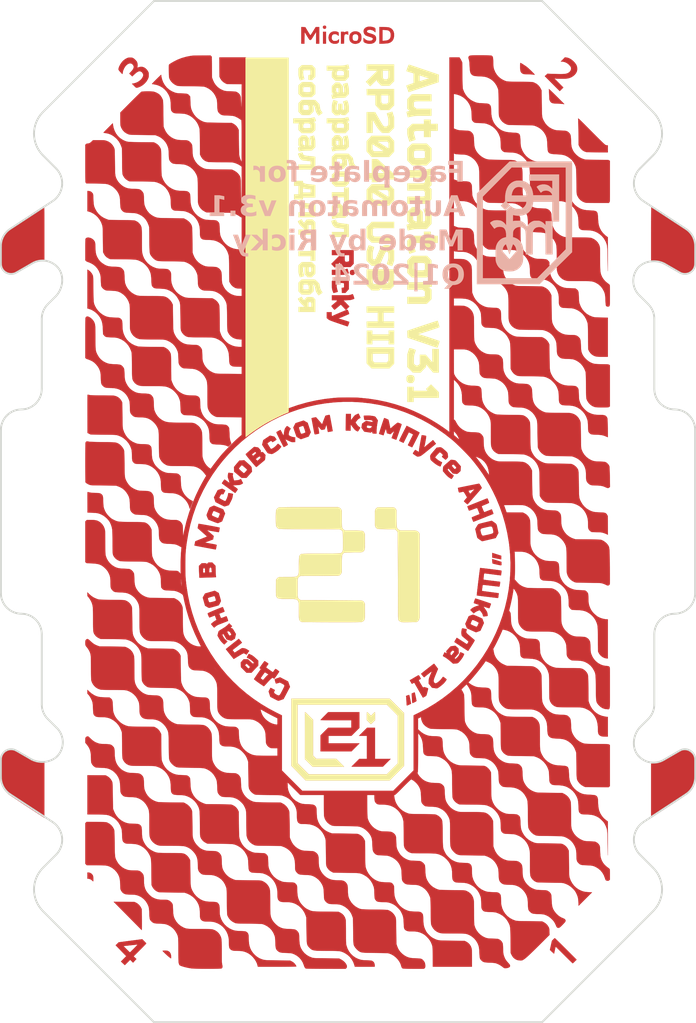
<source format=kicad_pcb>
(kicad_pcb (version 20221018) (generator pcbnew)
  (layers (0 "F.Cu" signal) (1 "In1.Cu" signal) (2 "In2.Cu" signal) (31 "B.Cu" signal) (34 "B.Paste" user) (35 "F.Paste" user) (36 "B.SilkS" user "B.Silkscreen") (37 "F.SilkS" user "F.Silkscreen") (38 "B.Mask" user) (39 "F.Mask" user) (44 "Edge.Cuts" user))
  (net 0 "")
  (footprint "V3_graphics:v3.1_top" (layer "F.Cu") (at 15.05 2.65)
    (fp_text reference "Ref**" hide)
    (fp_text value "Val**" hide)
    (fp_poly (pts (xy -4.0259 -17.0688) (xy -4.1656 -17.0688) (xy -4.1656 -17.653) (xy -4.0259 -17.653) (xy -4.0259 -17.0688)) (stroke (width 0.01)) (fill solid) (layer "F.Cu"))
    (fp_poly (pts (xy -1.6256 17.9451) (xy -0.857568 17.9451) (xy -1.04775 18.1356) (xy -1.237933 18.3261) (xy -2.774633 18.3261) (xy -2.58445 18.1356) (xy -2.394268 17.9451) (xy -2.0193 17.9451) (xy -2.0193 16.8148) (xy -2.406343 16.8148) (xy -2.2098 16.61795) (xy -2.013258 16.4211) (xy -1.6256 16.4211) (xy -1.6256 17.9451)) (stroke (width 0.01)) (fill solid) (layer "F.Cu"))
    (fp_poly (pts (xy -4.068529 -17.951445) (xy -4.033822 -17.931655) (xy -4.015118 -17.895747) (xy -4.0132 -17.876926) (xy -4.023489 -17.834231) (xy -4.049985 -17.805175) (xy -4.086137 -17.792517) (xy -4.12539 -17.799017) (xy -4.1529 -17.8181) (xy -4.175283 -17.855269) (xy -4.176069 -17.894333) (xy -4.157302 -17.928214) (xy -4.121026 -17.949834) (xy -4.11439 -17.951541) (xy -4.068529 -17.951445)) (stroke (width 0.01)) (fill solid) (layer "F.Cu"))
    (fp_poly (pts (xy -2.686083 -5.990451) (xy -2.656029 -5.976273) (xy -2.643814 -5.965007) (xy -2.622149 -5.925326) (xy -2.615205 -5.874346) (xy -2.622975 -5.821458) (xy -2.643989 -5.777986) (xy -2.665737 -5.753983) (xy -2.690763 -5.743029) (xy -2.729942 -5.740401) (xy -2.730513 -5.7404) (xy -2.772977 -5.743894) (xy -2.802905 -5.757516) (xy -2.823374 -5.77602) (xy -2.847616 -5.80934) (xy -2.856878 -5.848454) (xy -2.8575 -5.8674) (xy -2.847511 -5.925125) (xy -2.818519 -5.966344) (xy -2.771989 -5.989597) (xy -2.730338 -5.9944) (xy -2.686083 -5.990451)) (stroke (width 0.01)) (fill solid) (layer "F.Cu"))
    (fp_poly (pts (xy -15.662275 23.507978) (xy -15.589333 23.520496) (xy -15.523391 23.554837) (xy -15.469529 23.607497) (xy -15.437457 23.66304) (xy -15.4297 23.692261) (xy -15.423621 23.735031) (xy -15.419427 23.785234) (xy -15.417324 23.836755) (xy -15.417519 23.883479) (xy -15.420218 23.919292) (xy -15.425627 23.938077) (xy -15.428124 23.9395) (xy -15.442456 23.931015) (xy -15.466093 23.909726) (xy -15.475749 23.899798) (xy -15.530269 23.855713) (xy -15.59454 23.825188) (xy -15.658669 23.81284) (xy -15.662275 23.812778) (xy -15.7099 23.8125) (xy -15.7099 23.5077) (xy -15.662275 23.507978)) (stroke (width 0.01)) (fill solid) (layer "F.Cu"))
    (fp_poly (pts (xy -0.55554 15.351208) (xy -0.2032 15.703717) (xy -0.2032 18.283001) (xy -0.555625 18.641603) (xy -0.90805 19.000206) (xy -5.014166 18.9992) (xy -5.715 18.283966) (xy -5.715 15.2908) (xy -5.4229 15.2908) (xy -5.4229 18.154438) (xy -5.146784 18.430769) (xy -4.870667 18.7071) (xy -1.047967 18.7071) (xy -0.777984 18.437335) (xy -0.508 18.167571) (xy -0.508 15.824439) (xy -0.770031 15.557619) (xy -1.032061 15.2908) (xy -5.4229 15.2908) (xy -5.715 15.2908) (xy -5.715 14.9987) (xy -0.90788 14.9987) (xy -0.55554 15.351208)) (stroke (width 0.01)) (fill solid) (layer "F.Cu"))
    (fp_poly (pts (xy 4.133609 7.865041) (xy 4.167297 7.87543) (xy 4.217197 7.891214) (xy 4.279345 7.911141) (xy 4.342823 7.931694) (xy 4.5593 8.002088) (xy 4.5593 8.090444) (xy 4.558883 8.133892) (xy 4.557787 8.165031) (xy 4.556243 8.177534) (xy 4.556125 8.177549) (xy 4.543241 8.174901) (xy 4.509493 8.168339) (xy 4.458976 8.158648) (xy 4.395789 8.146615) (xy 4.33705 8.135488) (xy 4.12115 8.094678) (xy 4.117498 7.977989) (xy 4.116535 7.927099) (xy 4.116983 7.887451) (xy 4.118718 7.864644) (xy 4.120097 7.8613) (xy 4.133609 7.865041)) (stroke (width 0.01)) (fill solid) (layer "F.Cu"))
    (fp_poly (pts (xy -1.631838 15.670868) (xy -1.629042 15.703996) (xy -1.62695 15.753802) (xy -1.625777 15.815928) (xy -1.6256 15.853072) (xy -1.6256 16.047045) (xy -1.724315 16.145181) (xy -1.82303 16.243316) (xy -2.0193 16.045888) (xy -2.0193 15.852494) (xy -2.018729 15.785665) (xy -2.017154 15.728838) (xy -2.014783 15.686368) (xy -2.011824 15.662613) (xy -2.010074 15.6591) (xy -1.99774 15.667496) (xy -1.971747 15.690162) (xy -1.936304 15.723313) (xy -1.907676 15.751175) (xy -1.814505 15.84325) (xy -1.729578 15.750853) (xy -1.692647 15.711689) (xy -1.661767 15.680827) (xy -1.641076 15.6623) (xy -1.635125 15.658778) (xy -1.631838 15.670868)) (stroke (width 0.01)) (fill solid) (layer "F.Cu"))
    (fp_poly (pts (xy -13.40485 24.94915) (xy -13.325826 24.985651) (xy -13.245698 25.03467) (xy -13.171782 25.102405) (xy -13.110658 25.182174) (xy -13.083488 25.231691) (xy -13.04925 25.30475) (xy -13.045386 25.72385) (xy -13.044557 25.829402) (xy -13.044029 25.931005) (xy -13.043801 26.024763) (xy -13.043875 26.106786) (xy -13.04425 26.17318) (xy -13.044926 26.220051) (xy -13.045386 26.235175) (xy -13.04925 26.3274) (xy -13.462021 25.911325) (xy -13.559456 25.813075) (xy -13.662386 25.709221) (xy -13.767092 25.603521) (xy -13.869854 25.499732) (xy -13.966951 25.401611) (xy -14.054664 25.312916) (xy -14.129272 25.237405) (xy -14.147821 25.218616) (xy -14.42085 24.941982) (xy -13.40485 24.94915)) (stroke (width 0.01)) (fill solid) (layer "F.Cu"))
    (fp_poly (pts (xy 4.148285 8.171572) (xy 4.172787 8.178206) (xy 4.216269 8.191119) (xy 4.273556 8.208731) (xy 4.339476 8.229461) (xy 4.37515 8.240853) (xy 4.56565 8.30201) (xy 4.569405 8.386455) (xy 4.571136 8.41883) (xy 4.570938 8.442536) (xy 4.565646 8.458099) (xy 4.552093 8.466045) (xy 4.527114 8.4669) (xy 4.487543 8.461191) (xy 4.430215 8.449444) (xy 4.351963 8.432184) (xy 4.327156 8.426718) (xy 4.261621 8.412079) (xy 4.205444 8.399063) (xy 4.163038 8.388731) (xy 4.13882 8.382142) (xy 4.134901 8.380572) (xy 4.131793 8.366521) (xy 4.127479 8.333369) (xy 4.122733 8.287342) (xy 4.121131 8.269549) (xy 4.111921 8.163449) (xy 4.148285 8.171572)) (stroke (width 0.01)) (fill solid) (layer "F.Cu"))
    (fp_poly (pts (xy -5.033835 15.66768) (xy -5.007355 15.691654) (xy -4.968579 15.72837) (xy -4.920296 15.775174) (xy -4.865297 15.829414) (xy -4.848379 15.846266) (xy -4.6609 16.033432) (xy -4.6609 17.787083) (xy -4.581184 17.866091) (xy -4.501467 17.9451) (xy -3.523933 17.9451) (xy -3.33375 18.1356) (xy -3.143568 18.3261) (xy -4.680268 18.3261) (xy -5.0546 17.951142) (xy -5.0546 16.805121) (xy -5.054499 16.636919) (xy -5.054205 16.476151) (xy -5.053732 16.324607) (xy -5.053095 16.184078) (xy -5.052309 16.056352) (xy -5.051389 15.943221) (xy -5.050349 15.846473) (xy -5.049203 15.767899) (xy -5.047967 15.709288) (xy -5.046655 15.672431) (xy -5.045281 15.659117) (xy -5.045229 15.6591) (xy -5.033835 15.66768)) (stroke (width 0.01)) (fill solid) (layer "F.Cu"))
    (fp_poly (pts (xy -2.94005 -17.65935) (xy -2.93622 -17.578086) (xy -2.93239 -17.496821) (xy -2.964349 -17.517761) (xy -3.008865 -17.535658) (xy -3.05565 -17.536832) (xy -3.09536 -17.521662) (xy -3.106357 -17.512016) (xy -3.115653 -17.498973) (xy -3.122564 -17.480649) (xy -3.127628 -17.452954) (xy -3.131384 -17.411798) (xy -3.134372 -17.353089) (xy -3.1369 -17.280241) (xy -3.14325 -17.07515) (xy -3.216275 -17.071342) (xy -3.2893 -17.067533) (xy -3.2893 -17.653) (xy -3.2131 -17.653) (xy -3.168732 -17.651508) (xy -3.144934 -17.646255) (xy -3.13701 -17.63608) (xy -3.1369 -17.634154) (xy -3.133001 -17.624388) (xy -3.117852 -17.626654) (xy -3.086988 -17.641324) (xy -3.02725 -17.661476) (xy -2.988563 -17.663345) (xy -2.94005 -17.65935)) (stroke (width 0.01)) (fill solid) (layer "F.Cu"))
    (fp_poly (pts (xy -11.848059 27.331904) (xy -11.801859 27.337179) (xy -11.766068 27.347368) (xy -11.74773 27.355682) (xy -11.687229 27.399605) (xy -11.643989 27.461133) (xy -11.617726 27.540854) (xy -11.608156 27.639358) (xy -11.608111 27.644725) (xy -11.609571 27.681858) (xy -11.613656 27.705823) (xy -11.617325 27.710862) (xy -11.630945 27.703251) (xy -11.659284 27.683356) (xy -11.697268 27.654809) (xy -11.71575 27.640426) (xy -11.754418 27.608434) (xy -11.800314 27.568007) (xy -11.849843 27.522616) (xy -11.899408 27.475731) (xy -11.945414 27.430822) (xy -11.984264 27.391359) (xy -12.012362 27.360811) (xy -12.026111 27.34265) (xy -12.0269 27.340189) (xy -12.015145 27.335887) (xy -11.983648 27.332548) (xy -11.938062 27.330654) (xy -11.912095 27.3304) (xy -11.848059 27.331904)) (stroke (width 0.01)) (fill solid) (layer "F.Cu"))
    (fp_poly (pts (xy -2.941191 -5.950122) (xy -2.92632 -5.901065) (xy -2.91495 -5.860965) (xy -2.90886 -5.836207) (xy -2.9083 -5.832113) (xy -2.91959 -5.823004) (xy -2.94977 -5.809292) (xy -2.993307 -5.793351) (xy -3.014935 -5.786347) (xy -3.049575 -5.775869) (xy -3.080395 -5.767858) (xy -3.1115 -5.761985) (xy -3.146994 -5.757918) (xy -3.190983 -5.755327) (xy -3.24757 -5.75388) (xy -3.320861 -5.753249) (xy -3.414961 -5.753101) (xy -3.427685 -5.7531) (xy -3.7338 -5.7531) (xy -3.7338 -5.9944) (xy -3.443925 -5.9944) (xy -3.349547 -5.994546) (xy -3.276446 -5.995205) (xy -3.220497 -5.99671) (xy -3.177578 -5.999392) (xy -3.143566 -6.003584) (xy -3.114337 -6.009618) (xy -3.085769 -6.017826) (xy -3.064065 -6.025006) (xy -2.974081 -6.055612) (xy -2.941191 -5.950122)) (stroke (width 0.01)) (fill solid) (layer "F.Cu"))
    (fp_poly (pts (xy 0.318865 14.691967) (xy 0.323985 14.706689) (xy 0.332811 14.741171) (xy 0.344244 14.790232) (xy 0.357188 14.84869) (xy 0.370544 14.911363) (xy 0.383214 14.973071) (xy 0.3941 15.028631) (xy 0.402105 15.072863) (xy 0.406131 15.100585) (xy 0.4064 15.105101) (xy 0.395927 15.122705) (xy 0.363586 15.144953) (xy 0.311982 15.170976) (xy 0.267718 15.191125) (xy 0.233036 15.206347) (xy 0.213755 15.214106) (xy 0.211824 15.2146) (xy 0.20678 15.203342) (xy 0.200858 15.175016) (xy 0.198674 15.160625) (xy 0.195348 15.128005) (xy 0.191428 15.076482) (xy 0.187356 15.01253) (xy 0.183568 14.942624) (xy 0.182753 14.925741) (xy 0.174241 14.744832) (xy 0.242695 14.714259) (xy 0.280428 14.699228) (xy 0.308372 14.691473) (xy 0.318865 14.691967)) (stroke (width 0.01)) (fill solid) (layer "F.Cu"))
    (fp_poly (pts (xy -2.3876 16.427757) (xy -2.581424 16.621278) (xy -2.775248 16.8148) (xy -3.8989 16.8148) (xy -3.8989 17.1831) (xy -2.381558 17.1831) (xy -2.5781 17.37995) (xy -2.774643 17.5768) (xy -4.2926 17.5768) (xy -4.2926 16.796057) (xy -4.105434 16.608578) (xy -3.918268 16.4211) (xy -2.7813 16.4211) (xy -2.7813 16.0528) (xy -3.53695 16.0528) (xy -3.672877 16.052647) (xy -3.800956 16.052206) (xy -3.918981 16.051505) (xy -4.024749 16.050571) (xy -4.116055 16.049432) (xy -4.190696 16.048114) (xy -4.246467 16.046645) (xy -4.281164 16.045052) (xy -4.2926 16.043428) (xy -4.28402 16.032034) (xy -4.260046 16.005554) (xy -4.22333 15.966778) (xy -4.176526 15.918495) (xy -4.122286 15.863496) (xy -4.105434 15.846578) (xy -3.918268 15.6591) (xy -2.3876 15.6591) (xy -2.3876 16.427757)) (stroke (width 0.01)) (fill solid) (layer "F.Cu"))
    (fp_poly (pts (xy 0.050697 14.817074) (xy 0.056159 14.832361) (xy 0.065083 14.867071) (xy 0.076443 14.916216) (xy 0.089218 14.974808) (xy 0.102382 15.037856) (xy 0.114913 15.100374) (xy 0.125785 15.157373) (xy 0.133977 15.203863) (xy 0.138463 15.234856) (xy 0.138578 15.245312) (xy 0.12538 15.252598) (xy 0.094718 15.267535) (xy 0.052299 15.28737) (xy 0.034979 15.295301) (xy -0.012671 15.316735) (xy -0.042067 15.328376) (xy -0.058048 15.331011) (xy -0.06545 15.32543) (xy -0.069111 15.312422) (xy -0.069141 15.312277) (xy -0.071943 15.28919) (xy -0.075357 15.246715) (xy -0.078956 15.190845) (xy -0.082315 15.127571) (xy -0.082404 15.1257) (xy -0.085884 15.059412) (xy -0.089745 14.997535) (xy -0.093507 14.94715) (xy -0.096584 14.91615) (xy -0.10325 14.86535) (xy -0.030686 14.836124) (xy 0.008671 14.822324) (xy 0.038373 14.815699) (xy 0.050697 14.817074)) (stroke (width 0.01)) (fill solid) (layer "F.Cu"))
    (fp_poly (pts (xy -5.13461 -17.87896) (xy -5.03682 -17.87525) (xy -4.918778 -17.678423) (xy -4.880395 -17.61521) (xy -4.845976 -17.560005) (xy -4.8178 -17.516349) (xy -4.798149 -17.487782) (xy -4.789568 -17.477873) (xy -4.779728 -17.486983) (xy -4.759034 -17.514564) (xy -4.729734 -17.557327) (xy -4.694079 -17.611986) (xy -4.65432 -17.675252) (xy -4.652975 -17.677431) (xy -4.52755 -17.880712) (xy -4.3561 -17.8816) (xy -4.3561 -17.0688) (xy -4.5085 -17.0688) (xy -4.5085 -17.646135) (xy -4.631981 -17.446368) (xy -4.675796 -17.375877) (xy -4.708827 -17.324224) (xy -4.73343 -17.288512) (xy -4.751959 -17.265841) (xy -4.766771 -17.253313) (xy -4.78022 -17.248028) (xy -4.793906 -17.247077) (xy -4.808369 -17.248584) (xy -4.821984 -17.254678) (xy -4.837108 -17.2683) (xy -4.856095 -17.292394) (xy -4.881303 -17.3299) (xy -4.915087 -17.383762) (xy -4.953 -17.44574) (xy -5.07365 -17.643927) (xy -5.077064 -17.356364) (xy -5.080477 -17.0688) (xy -5.2324 -17.0688) (xy -5.2324 -17.882669) (xy -5.13461 -17.87896)) (stroke (width 0.01)) (fill solid) (layer "F.Cu"))
    (fp_poly (pts (xy -1.184275 -17.879215) (xy -1.101105 -17.877138) (xy -1.03867 -17.874635) (xy -0.992305 -17.871156) (xy -0.957345 -17.86615) (xy -0.929128 -17.859067) (xy -0.902986 -17.849357) (xy -0.892467 -17.844793) (xy -0.812438 -17.796755) (xy -0.752145 -17.73273) (xy -0.711591 -17.652723) (xy -0.690778 -17.55674) (xy -0.689138 -17.45321) (xy -0.70535 -17.347307) (xy -0.739803 -17.259) (xy -0.792708 -17.187994) (xy -0.86428 -17.133993) (xy -0.942545 -17.100408) (xy -0.99226 -17.089196) (xy -1.063415 -17.080606) (xy -1.157577 -17.074472) (xy -1.209675 -17.072409) (xy -1.4097 -17.065766) (xy -1.4097 -17.20492) (xy -1.2573 -17.20492) (xy -1.151485 -17.211522) (xy -1.07703 -17.219849) (xy -1.014744 -17.234021) (xy -0.98956 -17.243337) (xy -0.929259 -17.279061) (xy -0.887448 -17.325487) (xy -0.862188 -17.386126) (xy -0.851539 -17.464485) (xy -0.8509 -17.494148) (xy -0.85568 -17.558389) (xy -0.871802 -17.611036) (xy -0.879979 -17.627794) (xy -0.909128 -17.67116) (xy -0.946417 -17.70217) (xy -0.99624 -17.722767) (xy -1.062987 -17.734894) (xy -1.133394 -17.739878) (xy -1.2573 -17.744855) (xy -1.2573 -17.20492) (xy -1.4097 -17.20492) (xy -1.4097 -17.884068) (xy -1.184275 -17.879215)) (stroke (width 0.01)) (fill solid) (layer "F.Cu"))
    (fp_poly (pts (xy -2.667 -6.297002) (xy -2.745214 -6.215551) (xy -2.823427 -6.1341) (xy -3.172297 -6.1341) (xy -3.256609 -6.219825) (xy -3.297185 -6.262442) (xy -3.321995 -6.29281) (xy -3.33415 -6.315675) (xy -3.336759 -6.335786) (xy -3.336229 -6.341372) (xy -3.336344 -6.353232) (xy -3.342472 -6.35562) (xy -3.357005 -6.346726) (xy -3.382333 -6.324736) (xy -3.420849 -6.28784) (xy -3.466399 -6.24275) (xy -3.601261 -6.108306) (xy -3.645488 -6.156128) (xy -3.680818 -6.194573) (xy -3.716523 -6.233786) (xy -3.727156 -6.245562) (xy -3.764598 -6.287174) (xy -3.549314 -6.502737) (xy -3.334031 -6.7183) (xy -3.1115 -6.7183) (xy -3.1115 -6.576426) (xy -3.110387 -6.503433) (xy -3.105671 -6.45206) (xy -3.095291 -6.418574) (xy -3.077184 -6.399242) (xy -3.04929 -6.390329) (xy -3.009546 -6.388103) (xy -3.007485 -6.3881) (xy -2.960237 -6.392691) (xy -2.9215 -6.404543) (xy -2.914204 -6.408611) (xy -2.900689 -6.418661) (xy -2.891756 -6.431014) (xy -2.886458 -6.450662) (xy -2.883847 -6.482596) (xy -2.882979 -6.531808) (xy -2.8829 -6.573711) (xy -2.8829 -6.7183) (xy -3.1115 -6.7183) (xy -3.334031 -6.7183) (xy -3.7338 -6.7183) (xy -3.7338 -6.9596) (xy -2.667 -6.9596) (xy -2.667 -6.297002)) (stroke (width 0.01)) (fill solid) (layer "F.Cu"))
    (fp_poly (pts (xy 5.513175 -16.122227) (xy 5.5467 -16.103955) (xy 5.591871 -16.07707) (xy 5.644061 -16.04448) (xy 5.698641 -16.009094) (xy 5.750983 -15.973819) (xy 5.796458 -15.941564) (xy 5.808744 -15.932401) (xy 5.848999 -15.899534) (xy 5.901506 -15.853224) (xy 5.960932 -15.798358) (xy 6.021942 -15.739819) (xy 6.057709 -15.704344) (xy 6.114315 -15.646984) (xy 6.154514 -15.605013) (xy 6.180122 -15.576129) (xy 6.192957 -15.558029) (xy 6.194837 -15.54841) (xy 6.187579 -15.544972) (xy 6.183651 -15.5448) (xy 6.155847 -15.547777) (xy 6.142607 -15.553226) (xy 6.127853 -15.556207) (xy 6.09175 -15.559515) (xy 6.038343 -15.5629) (xy 5.971678 -15.566107) (xy 5.8958 -15.568883) (xy 5.888717 -15.569101) (xy 5.803737 -15.5718) (xy 5.740085 -15.574388) (xy 5.693697 -15.577434) (xy 5.66051 -15.581505) (xy 5.63646 -15.587171) (xy 5.617485 -15.595) (xy 5.599521 -15.60556) (xy 5.591765 -15.610638) (xy 5.554715 -15.639024) (xy 5.527215 -15.67098) (xy 5.507955 -15.710638) (xy 5.495621 -15.76213) (xy 5.488902 -15.829589) (xy 5.486485 -15.917149) (xy 5.4864 -15.94251) (xy 5.48701 -16.008055) (xy 5.488692 -16.063517) (xy 5.491217 -16.10446) (xy 5.49436 -16.126447) (xy 5.495925 -16.128976) (xy 5.513175 -16.122227)) (stroke (width 0.01)) (fill solid) (layer "F.Cu"))
    (fp_poly (pts (xy 6.895808 -14.845736) (xy 6.918884 -14.827677) (xy 6.957983 -14.792888) (xy 7.012287 -14.742133) (xy 7.08098 -14.676175) (xy 7.163244 -14.59578) (xy 7.258262 -14.501712) (xy 7.262865 -14.49713) (xy 7.343915 -14.416348) (xy 7.419112 -14.341257) (xy 7.486603 -14.273717) (xy 7.54454 -14.215585) (xy 7.591071 -14.168721) (xy 7.624345 -14.134983) (xy 7.642513 -14.116229) (xy 7.6454 -14.112955) (xy 7.635288 -14.109467) (xy 7.613879 -14.110724) (xy 7.594563 -14.115497) (xy 7.59054 -14.117993) (xy 7.575851 -14.120914) (xy 7.539762 -14.124193) (xy 7.486265 -14.127584) (xy 7.419354 -14.130838) (xy 7.34302 -14.133708) (xy 7.331184 -14.134085) (xy 7.232641 -14.137749) (xy 7.155833 -14.142676) (xy 7.097094 -14.150077) (xy 7.052758 -14.161162) (xy 7.019161 -14.177143) (xy 6.992636 -14.199231) (xy 6.969519 -14.228636) (xy 6.949962 -14.260031) (xy 6.937938 -14.281408) (xy 6.928901 -14.301656) (xy 6.92227 -14.32493) (xy 6.917463 -14.355385) (xy 6.913897 -14.397175) (xy 6.910992 -14.454455) (xy 6.908166 -14.531379) (xy 6.906982 -14.5669) (xy 6.903973 -14.645704) (xy 6.900462 -14.717515) (xy 6.896733 -14.777801) (xy 6.893067 -14.822026) (xy 6.889748 -14.845657) (xy 6.889572 -14.8463) (xy 6.895808 -14.845736)) (stroke (width 0.01)) (fill solid) (layer "F.Cu"))
    (fp_poly (pts (xy 7.191873 26.729545) (xy 7.219458 26.754729) (xy 7.261711 26.794775) (xy 7.317013 26.848107) (xy 7.383745 26.913147) (xy 7.460288 26.988319) (xy 7.545024 27.072046) (xy 7.636335 27.162751) (xy 7.721457 27.247707) (xy 8.24825 27.774615) (xy 8.159891 27.863657) (xy 8.121056 27.901529) (xy 8.088048 27.931393) (xy 8.065352 27.949313) (xy 8.058416 27.9527) (xy 8.047005 27.943985) (xy 8.019556 27.919039) (xy 7.977924 27.87966) (xy 7.923964 27.827644) (xy 7.859531 27.76479) (xy 7.786478 27.692894) (xy 7.706661 27.613753) (xy 7.63905 27.5463) (xy 7.555324 27.46271) (xy 7.477082 27.384913) (xy 7.40615 27.314705) (xy 7.344355 27.253876) (xy 7.293523 27.204222) (xy 7.255482 27.167535) (xy 7.232058 27.145608) (xy 7.225058 27.1399) (xy 7.219813 27.151607) (xy 7.210771 27.183728) (xy 7.199074 27.231759) (xy 7.185864 27.2912) (xy 7.181718 27.310865) (xy 7.146118 27.481831) (xy 7.087784 27.432643) (xy 7.046367 27.396153) (xy 7.005095 27.35735) (xy 6.986188 27.338399) (xy 6.942927 27.293342) (xy 6.992078 27.073746) (xy 7.041228 26.85415) (xy 7.103856 26.787475) (xy 7.136492 26.754682) (xy 7.163674 26.730884) (xy 7.179899 26.720863) (xy 7.180574 26.7208) (xy 7.191873 26.729545)) (stroke (width 0.01)) (fill solid) (layer "F.Cu"))
    (fp_poly (pts (xy -5.022306 1.435989) (xy -4.922934 1.49225) (xy -4.846188 1.723909) (xy -4.769442 1.955569) (xy -4.820682 2.058933) (xy -4.871922 2.162296) (xy -5.064137 2.228974) (xy -5.256351 2.295652) (xy -5.360428 2.236851) (xy -5.464506 2.17805) (xy -5.5445 1.951192) (xy -5.624495 1.724335) (xy -5.619238 1.713735) (xy -5.352578 1.713735) (xy -5.351874 1.73032) (xy -5.343993 1.764856) (xy -5.330825 1.811567) (xy -5.314258 1.864676) (xy -5.296181 1.918406) (xy -5.278482 1.966981) (xy -5.263049 2.004624) (xy -5.251771 2.02556) (xy -5.250053 2.027336) (xy -5.233293 2.033276) (xy -5.205112 2.030719) (xy -5.160341 2.018998) (xy -5.142611 2.013504) (xy -5.096892 1.997694) (xy -5.060053 1.982553) (xy -5.039547 1.97117) (xy -5.038831 1.97051) (xy -5.034343 1.957787) (xy -5.036647 1.932704) (xy -5.046439 1.891932) (xy -5.064415 1.832144) (xy -5.074178 1.801779) (xy -5.09435 1.743109) (xy -5.11336 1.693706) (xy -5.129206 1.658392) (xy -5.139886 1.641989) (xy -5.140708 1.641527) (xy -5.15916 1.642938) (xy -5.193737 1.651603) (xy -5.237108 1.665027) (xy -5.281946 1.680709) (xy -5.320921 1.696154) (xy -5.346704 1.708863) (xy -5.352578 1.713735) (xy -5.619238 1.713735) (xy -5.571652 1.617787) (xy -5.51881 1.511239) (xy -5.320243 1.445484) (xy -5.121677 1.379728) (xy -5.022306 1.435989)) (stroke (width 0.01)) (fill solid) (layer "F.Cu"))
    (fp_poly (pts (xy 8.33911 -13.401494) (xy 8.355911 -13.388754) (xy 8.380585 -13.367336) (xy 8.414269 -13.336156) (xy 8.458097 -13.294129) (xy 8.513206 -13.240169) (xy 8.580732 -13.173191) (xy 8.661811 -13.09211) (xy 8.757578 -12.995842) (xy 8.86917 -12.883301) (xy 8.960068 -12.791469) (xy 9.080455 -12.670121) (xy 9.19259 -12.557768) (xy 9.295327 -12.455525) (xy 9.387521 -12.364511) (xy 9.468028 -12.285842) (xy 9.535701 -12.220636) (xy 9.589396 -12.170012) (xy 9.627968 -12.135085) (xy 9.65027 -12.116973) (xy 9.653189 -12.115194) (xy 9.69381 -12.099168) (xy 9.733074 -12.090766) (xy 9.740394 -12.0904) (xy 9.779 -12.0904) (xy 9.779 -11.7475) (xy 9.280525 -11.748892) (xy 9.168022 -11.749481) (xy 9.061493 -11.750564) (xy 8.964076 -11.752069) (xy 8.878913 -11.753925) (xy 8.809143 -11.756063) (xy 8.757906 -11.758411) (xy 8.728342 -11.760899) (xy 8.725475 -11.761374) (xy 8.629649 -11.792616) (xy 8.540883 -11.845642) (xy 8.46347 -11.916987) (xy 8.401701 -12.003184) (xy 8.384286 -12.036831) (xy 8.35025 -12.10945) (xy 8.34194 -12.73175) (xy 8.340103 -12.856617) (xy 8.338037 -12.974927) (xy 8.335812 -13.084014) (xy 8.333496 -13.181213) (xy 8.331159 -13.263858) (xy 8.32887 -13.329284) (xy 8.326699 -13.374825) (xy 8.324716 -13.397817) (xy 8.324588 -13.3985) (xy 8.324585 -13.405282) (xy 8.329047 -13.406642) (xy 8.33911 -13.401494)) (stroke (width 0.01)) (fill solid) (layer "F.Cu"))
    (fp_poly (pts (xy -3.509088 -17.662162) (xy -3.460166 -17.645759) (xy -3.40995 -17.62125) (xy -3.406195 -17.535525) (xy -3.40573 -17.483982) (xy -3.410223 -17.456559) (xy -3.420115 -17.452385) (xy -3.435844 -17.470585) (xy -3.437514 -17.473217) (xy -3.465536 -17.499833) (xy -3.508989 -17.522333) (xy -3.557908 -17.536279) (xy -3.5846 -17.5387) (xy -3.650459 -17.531358) (xy -3.697953 -17.508204) (xy -3.728616 -17.467546) (xy -3.743982 -17.407695) (xy -3.7465 -17.360261) (xy -3.745252 -17.315237) (xy -3.739095 -17.285671) (xy -3.724415 -17.261652) (xy -3.701643 -17.237303) (xy -3.677247 -17.213993) (xy -3.657117 -17.201071) (xy -3.632942 -17.196156) (xy -3.59641 -17.196868) (xy -3.567407 -17.198841) (xy -3.517815 -17.203629) (xy -3.484746 -17.211456) (xy -3.459321 -17.225567) (xy -3.434464 -17.24746) (xy -3.3909 -17.289683) (xy -3.3909 -17.21296) (xy -3.393787 -17.161572) (xy -3.40528 -17.127401) (xy -3.429627 -17.10264) (xy -3.46075 -17.084595) (xy -3.500116 -17.072327) (xy -3.554046 -17.065024) (xy -3.612046 -17.063482) (xy -3.663624 -17.068498) (xy -3.666155 -17.068998) (xy -3.749235 -17.097244) (xy -3.815057 -17.143713) (xy -3.862598 -17.207095) (xy -3.890834 -17.286076) (xy -3.8989 -17.36725) (xy -3.888344 -17.456942) (xy -3.85766 -17.534047) (xy -3.808323 -17.59621) (xy -3.74181 -17.641078) (xy -3.721936 -17.649601) (xy -3.654514 -17.666467) (xy -3.580124 -17.670603) (xy -3.509088 -17.662162)) (stroke (width 0.01)) (fill solid) (layer "F.Cu"))
    (fp_poly (pts (xy -2.986514 -5.51925) (xy -2.9083 -5.437799) (xy -2.908441 -5.243025) (xy -2.908582 -5.04825) (xy -3.07649 -4.86301) (xy -3.24485 -4.87045) (xy -3.25212 -5.1181) (xy -3.214599 -5.1181) (xy -3.177592 -5.119795) (xy -3.154666 -5.128125) (xy -3.142474 -5.147963) (xy -3.137672 -5.184179) (xy -3.1369 -5.231219) (xy -3.138934 -5.286316) (xy -3.144569 -5.325967) (xy -3.15214 -5.34416) (xy -3.171593 -5.351025) (xy -3.210091 -5.355946) (xy -3.261355 -5.358925) (xy -3.319107 -5.359961) (xy -3.377065 -5.359053) (xy -3.428951 -5.356203) (xy -3.468486 -5.35141) (xy -3.489388 -5.344673) (xy -3.48996 -5.34416) (xy -3.500786 -5.318993) (xy -3.505832 -5.275057) (xy -3.505412 -5.218243) (xy -3.49984 -5.154441) (xy -3.489432 -5.089541) (xy -3.4745 -5.029433) (xy -3.472895 -5.024302) (xy -3.458639 -4.978048) (xy -3.448581 -4.942255) (xy -3.444328 -4.922772) (xy -3.444482 -4.920908) (xy -3.458203 -4.915749) (xy -3.48933 -4.906338) (xy -3.530641 -4.894645) (xy -3.574915 -4.882642) (xy -3.614933 -4.872298) (xy -3.643473 -4.865586) (xy -3.652618 -4.8641) (xy -3.661854 -4.875345) (xy -3.675923 -4.905391) (xy -3.692372 -4.948709) (xy -3.699433 -4.969632) (xy -3.713352 -5.014799) (xy -3.722941 -5.054333) (xy -3.728989 -5.094873) (xy -3.732284 -5.14306) (xy -3.733615 -5.205532) (xy -3.7338 -5.258924) (xy -3.7338 -5.442684) (xy -3.654084 -5.521692) (xy -3.574367 -5.6007) (xy -3.064727 -5.6007) (xy -2.986514 -5.51925)) (stroke (width 0.01)) (fill solid) (layer "F.Cu"))
    (fp_poly (pts (xy -12.925425 26.870662) (xy -12.885422 26.911301) (xy -12.853243 26.946156) (xy -12.832636 26.971027) (xy -12.827 26.980949) (xy -12.835682 26.992703) (xy -12.860349 27.020176) (xy -12.898937 27.061216) (xy -12.949381 27.113672) (xy -13.009616 27.175393) (xy -13.077577 27.244227) (xy -13.136033 27.302883) (xy -13.445065 27.611723) (xy -13.377197 27.677436) (xy -13.309329 27.74315) (xy -13.390933 27.83205) (xy -13.472538 27.92095) (xy -13.543574 27.85143) (xy -13.614609 27.781911) (xy -13.745753 27.912608) (xy -13.876896 28.043306) (xy -13.971073 27.954455) (xy -14.06525 27.865605) (xy -13.936181 27.734527) (xy -13.807112 27.60345) (xy -14.06644 27.336961) (xy -14.291033 27.106167) (xy -13.946212 27.106167) (xy -13.790022 27.262733) (xy -13.738863 27.313649) (xy -13.693959 27.357645) (xy -13.658333 27.391815) (xy -13.635007 27.413254) (xy -13.627137 27.4193) (xy -13.616635 27.410685) (xy -13.590962 27.386565) (xy -13.552775 27.34953) (xy -13.504732 27.302166) (xy -13.449489 27.247062) (xy -13.423747 27.221192) (xy -13.368149 27.16439) (xy -13.320895 27.114537) (xy -13.284149 27.074054) (xy -13.260078 27.045364) (xy -13.250849 27.030887) (xy -13.25245 27.029729) (xy -13.271554 27.032794) (xy -13.312296 27.038011) (xy -13.371046 27.044959) (xy -13.444174 27.05322) (xy -13.528049 27.062374) (xy -13.612031 27.07127) (xy -13.946212 27.106167) (xy -14.291033 27.106167) (xy -14.325769 27.070472) (xy -14.25266 26.997915) (xy -14.17955 26.925358) (xy -13.6017 26.849415) (xy -13.02385 26.773471) (xy -12.925425 26.870662)) (stroke (width 0.01)) (fill solid) (layer "F.Cu"))
    (fp_poly (pts (xy -2.423986 1.052005) (xy -2.40938 1.079523) (xy -2.390802 1.117511) (xy -2.371253 1.159522) (xy -2.353738 1.199113) (xy -2.341258 1.229838) (xy -2.3368 1.244927) (xy -2.347443 1.25522) (xy -2.374391 1.269978) (xy -2.390775 1.277271) (xy -2.430301 1.30013) (xy -2.471339 1.33795) (xy -2.512727 1.387325) (xy -2.580703 1.47489) (xy -2.521735 1.563569) (xy -2.46669 1.634936) (xy -2.412603 1.682371) (xy -2.406134 1.686457) (xy -2.37413 1.707651) (xy -2.353597 1.724827) (xy -2.3495 1.731241) (xy -2.355897 1.750207) (xy -2.372448 1.781997) (xy -2.395198 1.820385) (xy -2.420189 1.859145) (xy -2.443465 1.89205) (xy -2.461069 1.912874) (xy -2.467536 1.916985) (xy -2.486124 1.910591) (xy -2.518571 1.894758) (xy -2.548994 1.87796) (xy -2.584483 1.853929) (xy -2.619987 1.821657) (xy -2.659694 1.776798) (xy -2.70779 1.715005) (xy -2.714094 1.706555) (xy -2.81305 1.573461) (xy -2.81662 1.727002) (xy -2.82019 1.880542) (xy -3.05435 1.87325) (xy -3.058842 1.83515) (xy -3.059688 1.812934) (xy -3.059866 1.768914) (xy -3.059418 1.706677) (xy -3.058384 1.629808) (xy -3.056804 1.541894) (xy -3.054718 1.44652) (xy -3.054213 1.425575) (xy -3.045092 1.0541) (xy -2.807482 1.0541) (xy -2.80035 1.36525) (xy -2.70787 1.242943) (xy -2.667036 1.189881) (xy -2.635681 1.152746) (xy -2.608507 1.126802) (xy -2.580219 1.107313) (xy -2.545521 1.089545) (xy -2.526783 1.081018) (xy -2.483721 1.062121) (xy -2.450299 1.048123) (xy -2.432673 1.041586) (xy -2.431618 1.0414) (xy -2.423986 1.052005)) (stroke (width 0.01)) (fill solid) (layer "F.Cu"))
    (fp_poly (pts (xy 7.747596 -16.391872) (xy 7.832811 -16.373489) (xy 7.921937 -16.334526) (xy 8.010515 -16.278381) (xy 8.094084 -16.208453) (xy 8.168183 -16.128142) (xy 8.228351 -16.040847) (xy 8.242562 -16.0147) (xy 8.266699 -15.945986) (xy 8.278247 -15.865193) (xy 8.27655 -15.782665) (xy 8.261807 -15.711279) (xy 8.221248 -15.627107) (xy 8.159412 -15.549009) (xy 8.080275 -15.480329) (xy 7.987814 -15.424416) (xy 7.886006 -15.384614) (xy 7.86765 -15.379586) (xy 7.827163 -15.370155) (xy 7.786762 -15.363263) (xy 7.74146 -15.358546) (xy 7.686274 -15.355639) (xy 7.616217 -15.354178) (xy 7.526305 -15.3538) (xy 7.514938 -15.353808) (xy 7.433712 -15.354295) (xy 7.357702 -15.355482) (xy 7.291903 -15.357232) (xy 7.241306 -15.359414) (xy 7.210905 -15.361892) (xy 7.210138 -15.362002) (xy 7.15645 -15.369911) (xy 7.378577 -15.146192) (xy 7.600704 -14.922474) (xy 7.422958 -14.744728) (xy 6.691498 -15.476514) (xy 6.820426 -15.59711) (xy 7.102738 -15.58683) (xy 7.248381 -15.58197) (xy 7.37132 -15.579001) (xy 7.474192 -15.578094) (xy 7.559634 -15.57942) (xy 7.630282 -15.583148) (xy 7.688775 -15.58945) (xy 7.73775 -15.598496) (xy 7.779843 -15.610456) (xy 7.817692 -15.625503) (xy 7.8359 -15.634262) (xy 7.898504 -15.677037) (xy 7.944653 -15.731174) (xy 7.972866 -15.792263) (xy 7.981664 -15.855894) (xy 7.969566 -15.917656) (xy 7.945456 -15.960672) (xy 7.862921 -16.052087) (xy 7.771584 -16.121468) (xy 7.673136 -16.167883) (xy 7.569269 -16.190396) (xy 7.525554 -16.1925) (xy 7.474545 -16.1925) (xy 7.575847 -16.295184) (xy 7.67715 -16.397867) (xy 7.747596 -16.391872)) (stroke (width 0.01)) (fill solid) (layer "F.Cu"))
    (fp_poly (pts (xy -7.850007 3.481486) (xy -7.786463 3.537929) (xy -7.739124 3.581455) (xy -7.705487 3.616332) (xy -7.683052 3.646827) (xy -7.669317 3.677205) (xy -7.661781 3.711736) (xy -7.657943 3.754684) (xy -7.655301 3.810317) (xy -7.655137 3.813908) (xy -7.65175 3.887667) (xy -7.91845 4.189205) (xy -8.15975 4.189501) (xy -8.5217 3.882363) (xy -8.523605 3.776331) (xy -8.524367 3.738912) (xy -8.290846 3.738912) (xy -8.280017 3.754254) (xy -8.254317 3.78142) (xy -8.218337 3.816276) (xy -8.176668 3.854692) (xy -8.1339 3.892537) (xy -8.094625 3.92568) (xy -8.063433 3.94999) (xy -8.044915 3.961335) (xy -8.04329 3.961681) (xy -8.028521 3.9531) (xy -8.002187 3.929627) (xy -7.96916 3.895734) (xy -7.957622 3.883025) (xy -7.92508 3.844972) (xy -7.900411 3.813129) (xy -7.88766 3.792831) (xy -7.886758 3.789604) (xy -7.896003 3.775487) (xy -7.920755 3.749717) (xy -7.956453 3.716213) (xy -7.998538 3.678895) (xy -8.04245 3.641682) (xy -8.083628 3.608492) (xy -8.117512 3.583245) (xy -8.139542 3.569861) (xy -8.143795 3.5687) (xy -8.161399 3.578014) (xy -8.188331 3.6021) (xy -8.219592 3.635173) (xy -8.250187 3.671451) (xy -8.275118 3.705147) (xy -8.289388 3.730479) (xy -8.290846 3.738912) (xy -8.524367 3.738912) (xy -8.524627 3.726149) (xy -8.525673 3.68565) (xy -8.526562 3.661621) (xy -8.52678 3.658542) (xy -8.519361 3.645333) (xy -8.498053 3.616526) (xy -8.465647 3.575679) (xy -8.424936 3.526348) (xy -8.398103 3.494645) (xy -8.268155 3.342504) (xy -8.147571 3.333463) (xy -8.026988 3.324423) (xy -7.850007 3.481486)) (stroke (width 0.01)) (fill solid) (layer "F.Cu"))
    (fp_poly (pts (xy -7.793063 12.806561) (xy -7.762864 12.819813) (xy -7.720715 12.838907) (xy -7.701243 12.847864) (xy -7.649603 12.874223) (xy -7.600884 12.905297) (xy -7.549001 12.945501) (xy -7.487867 12.999246) (xy -7.470855 13.014916) (xy -7.3406 13.135702) (xy -7.3406 13.375752) (xy -7.674206 13.7287) (xy -7.918884 13.7287) (xy -8.053952 13.592175) (xy -8.189021 13.45565) (xy -8.193611 13.360276) (xy -7.994039 13.360276) (xy -7.912162 13.442888) (xy -7.875454 13.47915) (xy -7.845487 13.507311) (xy -7.826644 13.523319) (xy -7.822768 13.5255) (xy -7.810119 13.51716) (xy -7.787472 13.496273) (xy -7.778417 13.487052) (xy -7.741582 13.448604) (xy -7.826778 13.363407) (xy -7.911974 13.278211) (xy -7.953006 13.319244) (xy -7.994039 13.360276) (xy -8.193611 13.360276) (xy -8.200023 13.22705) (xy -8.129087 13.147682) (xy -8.05815 13.068314) (xy -7.952268 13.068307) (xy -7.846385 13.0683) (xy -7.724225 13.182198) (xy -7.674322 13.228337) (xy -7.639283 13.259164) (xy -7.61562 13.276926) (xy -7.599841 13.28387) (xy -7.588457 13.28224) (xy -7.579282 13.27548) (xy -7.561496 13.253991) (xy -7.5565 13.240559) (xy -7.566639 13.218053) (xy -7.593963 13.186419) (xy -7.633834 13.149522) (xy -7.681614 13.11123) (xy -7.732666 13.07541) (xy -7.782352 13.04593) (xy -7.800975 13.036701) (xy -7.845485 13.0155) (xy -7.879513 12.997991) (xy -7.897731 12.986969) (xy -7.8994 12.985048) (xy -7.894122 12.971018) (xy -7.880529 12.941979) (xy -7.861986 12.904522) (xy -7.841855 12.865238) (xy -7.823502 12.830719) (xy -7.810289 12.807555) (xy -7.805779 12.8016) (xy -7.793063 12.806561)) (stroke (width 0.01)) (fill solid) (layer "F.Cu"))
    (fp_poly (pts (xy -2.514705 -17.666471) (xy -2.442804 -17.644423) (xy -2.379887 -17.606346) (xy -2.330621 -17.552266) (xy -2.318898 -17.53235) (xy -2.305005 -17.499862) (xy -2.296787 -17.462884) (xy -2.293012 -17.413742) (xy -2.29235 -17.36725) (xy -2.293219 -17.309472) (xy -2.296892 -17.269019) (xy -2.304971 -17.237843) (xy -2.319058 -17.207898) (xy -2.326755 -17.194427) (xy -2.359162 -17.147595) (xy -2.395918 -17.114958) (xy -2.444505 -17.091298) (xy -2.497886 -17.075076) (xy -2.54408 -17.063732) (xy -2.577498 -17.058862) (xy -2.609634 -17.060121) (xy -2.651988 -17.067164) (xy -2.666729 -17.070025) (xy -2.733336 -17.093544) (xy -2.793988 -17.133927) (xy -2.840407 -17.18519) (xy -2.85115 -17.203395) (xy -2.869099 -17.257464) (xy -2.877921 -17.325645) (xy -2.877785 -17.388159) (xy -2.727907 -17.388159) (xy -2.726693 -17.313324) (xy -2.710481 -17.258107) (xy -2.67887 -17.221342) (xy -2.668422 -17.214846) (xy -2.6289 -17.201979) (xy -2.579259 -17.196804) (xy -2.531416 -17.199746) (xy -2.501197 -17.208877) (xy -2.472521 -17.237154) (xy -2.45162 -17.282742) (xy -2.439694 -17.338421) (xy -2.437942 -17.396967) (xy -2.447566 -17.451159) (xy -2.457065 -17.474454) (xy -2.488857 -17.510593) (xy -2.534767 -17.532095) (xy -2.587546 -17.538056) (xy -2.639943 -17.527571) (xy -2.681728 -17.502488) (xy -2.705164 -17.478388) (xy -2.718442 -17.45304) (xy -2.725357 -17.417049) (xy -2.727907 -17.388159) (xy -2.877785 -17.388159) (xy -2.877761 -17.398949) (xy -2.868767 -17.468388) (xy -2.851085 -17.524976) (xy -2.845735 -17.535351) (xy -2.798874 -17.593845) (xy -2.737676 -17.636177) (xy -2.666806 -17.662375) (xy -2.590928 -17.672464) (xy -2.514705 -17.666471)) (stroke (width 0.01)) (fill solid) (layer "F.Cu"))
    (fp_poly (pts (xy 0.24248 1.798912) (xy 0.32457 1.841097) (xy 0.398736 1.879913) (xy 0.4621 1.913798) (xy 0.511785 1.941187) (xy 0.54491 1.960519) (xy 0.558598 1.970228) (xy 0.5588 1.970713) (xy 0.553313 1.985623) (xy 0.53797 2.019333) (xy 0.514442 2.068543) (xy 0.484401 2.129953) (xy 0.44952 2.200265) (xy 0.41147 2.276179) (xy 0.371925 2.354396) (xy 0.332556 2.431617) (xy 0.295036 2.504541) (xy 0.261037 2.56987) (xy 0.232231 2.624305) (xy 0.210291 2.664547) (xy 0.196888 2.687295) (xy 0.193631 2.691173) (xy 0.178496 2.685568) (xy 0.146349 2.671683) (xy 0.103132 2.652115) (xy 0.085725 2.644047) (xy 0.04119 2.622173) (xy 0.007153 2.603353) (xy -0.011047 2.590624) (xy -0.0127 2.588002) (xy -0.007247 2.57417) (xy 0.008028 2.541047) (xy 0.031498 2.492012) (xy 0.061536 2.430448) (xy 0.096515 2.359735) (xy 0.1143 2.3241) (xy 0.151011 2.250436) (xy 0.183561 2.184527) (xy 0.210328 2.129708) (xy 0.229689 2.089312) (xy 0.240023 2.066672) (xy 0.2413 2.063095) (xy 0.2306 2.054873) (xy 0.201927 2.03889) (xy 0.160419 2.017923) (xy 0.136525 2.006471) (xy 0.03175 1.957093) (xy -0.09818 2.216186) (xy -0.228109 2.475279) (xy -0.32678 2.430498) (xy -0.373033 2.408906) (xy -0.410398 2.390349) (xy -0.43276 2.377906) (xy -0.435889 2.375585) (xy -0.435696 2.364069) (xy -0.426436 2.336966) (xy -0.407629 2.293273) (xy -0.378794 2.231987) (xy -0.339452 2.152105) (xy -0.289122 2.052625) (xy -0.227323 1.932541) (xy -0.181531 1.844411) (xy -0.073839 1.637773) (xy 0.24248 1.798912)) (stroke (width 0.01)) (fill solid) (layer "F.Cu"))
    (fp_poly (pts (xy -8.217278 12.156538) (xy -8.18399 12.196839) (xy -8.158013 12.229725) (xy -8.142984 12.250516) (xy -8.1407 12.255054) (xy -8.150333 12.264618) (xy -8.177332 12.287283) (xy -8.218854 12.320772) (xy -8.272054 12.362804) (xy -8.334087 12.411099) (xy -8.3693 12.438246) (xy -8.434805 12.488802) (xy -8.492983 12.534132) (xy -8.540993 12.571988) (xy -8.575994 12.60012) (xy -8.595147 12.616281) (xy -8.5979 12.619221) (xy -8.590651 12.631181) (xy -8.571781 12.656982) (xy -8.549252 12.686091) (xy -8.500604 12.747636) (xy -8.138346 12.52043) (xy -8.054486 12.529411) (xy -8.004258 12.537247) (xy -7.960426 12.551108) (xy -7.912955 12.574759) (xy -7.877683 12.595749) (xy -7.78474 12.653107) (xy -7.806159 12.686078) (xy -7.825523 12.715873) (xy -7.851396 12.755669) (xy -7.866664 12.779146) (xy -7.889588 12.811978) (xy -7.907902 12.833902) (xy -7.915528 12.839471) (xy -7.931254 12.833348) (xy -7.959861 12.817582) (xy -7.9756 12.80795) (xy -8.012492 12.788559) (xy -8.045817 12.777325) (xy -8.055365 12.7762) (xy -8.071202 12.780219) (xy -8.099341 12.79283) (xy -8.141233 12.814857) (xy -8.198334 12.847128) (xy -8.272095 12.890467) (xy -8.363972 12.945702) (xy -8.475416 13.013659) (xy -8.504497 13.031499) (xy -8.544443 13.056028) (xy -8.736272 12.818114) (xy -8.789714 12.751511) (xy -8.837341 12.691542) (xy -8.876978 12.640994) (xy -8.906449 12.602658) (xy -8.923581 12.579322) (xy -8.927069 12.573424) (xy -8.917233 12.564174) (xy -8.889833 12.54113) (xy -8.84725 12.506225) (xy -8.791868 12.461393) (xy -8.726067 12.408565) (xy -8.652231 12.349675) (xy -8.609947 12.316107) (xy -8.293856 12.065564) (xy -8.217278 12.156538)) (stroke (width 0.01)) (fill solid) (layer "F.Cu"))
    (fp_poly (pts (xy -2.717489 -4.806365) (xy -2.706187 -4.793921) (xy -2.69278 -4.765443) (xy -2.675216 -4.717244) (xy -2.669089 -4.699159) (xy -2.650419 -4.63974) (xy -2.64151 -4.601275) (xy -2.641912 -4.58146) (xy -2.645455 -4.577829) (xy -2.664765 -4.570772) (xy -2.69982 -4.557962) (xy -2.73685 -4.54443) (xy -2.778109 -4.531607) (xy -2.824602 -4.522285) (xy -2.882318 -4.515635) (xy -2.957249 -4.510827) (xy -2.990064 -4.509368) (xy -3.167077 -4.50215) (xy -3.022758 -4.352098) (xy -2.87844 -4.202046) (xy -2.964181 -4.117148) (xy -3.049921 -4.03225) (xy -3.173982 -4.164074) (xy -3.298042 -4.295897) (xy -3.450595 -4.167249) (xy -3.503001 -4.123342) (xy -3.548368 -4.085877) (xy -3.583271 -4.057638) (xy -3.604285 -4.041412) (xy -3.608792 -4.0386) (xy -3.618806 -4.047739) (xy -3.64086 -4.072199) (xy -3.671025 -4.107553) (xy -3.686818 -4.126586) (xy -3.718949 -4.166759) (xy -3.743715 -4.199849) (xy -3.757434 -4.220837) (xy -3.759023 -4.225011) (xy -3.74965 -4.236338) (xy -3.723968 -4.260534) (xy -3.685428 -4.294513) (xy -3.637484 -4.335189) (xy -3.613321 -4.355219) (xy -3.55068 -4.407631) (xy -3.508172 -4.446536) (xy -3.485815 -4.473932) (xy -3.483627 -4.491823) (xy -3.501626 -4.502208) (xy -3.53983 -4.50709) (xy -3.598258 -4.508468) (xy -3.614706 -4.5085) (xy -3.7338 -4.5085) (xy -3.7338 -4.7498) (xy -3.310339 -4.7498) (xy -3.192571 -4.749861) (xy -3.096929 -4.750256) (xy -3.02014 -4.751304) (xy -2.958929 -4.753324) (xy -2.910024 -4.756634) (xy -2.87015 -4.761555) (xy -2.836034 -4.768404) (xy -2.804401 -4.777501) (xy -2.771979 -4.789165) (xy -2.735493 -4.803715) (xy -2.728735 -4.806464) (xy -2.717489 -4.806365)) (stroke (width 0.01)) (fill solid) (layer "F.Cu"))
    (fp_poly (pts (xy -9.436971 8.48995) (xy -9.429772 8.71855) (xy -9.427111 8.796304) (xy -9.424233 8.868941) (xy -9.421379 8.931128) (xy -9.41879 8.977535) (xy -9.417067 8.999765) (xy -9.411559 9.05238) (xy -9.642905 9.059917) (xy -9.733743 9.062793) (xy -9.831529 9.065746) (xy -9.927097 9.068509) (xy -10.011281 9.070815) (xy -10.048 9.071756) (xy -10.22175 9.076056) (xy -10.228512 8.986203) (xy -10.231407 8.940591) (xy -10.23472 8.876955) (xy -10.237016 8.8265) (xy -10.046728 8.8265) (xy -9.943073 8.8265) (xy -9.946709 8.723206) (xy -9.740497 8.723206) (xy -9.740394 8.774878) (xy -9.738709 8.805842) (xy -9.734101 8.820787) (xy -9.725231 8.824404) (xy -9.712325 8.821804) (xy -9.67641 8.815662) (xy -9.650026 8.813973) (xy -9.616302 8.8138) (xy -9.623129 8.709025) (xy -9.628625 8.647236) (xy -9.636635 8.606791) (xy -9.648864 8.583645) (xy -9.667018 8.573755) (xy -9.68073 8.5725) (xy -9.70726 8.579031) (xy -9.725221 8.600631) (xy -9.735805 8.640308) (xy -9.740206 8.70107) (xy -9.740497 8.723206) (xy -9.946709 8.723206) (xy -9.946762 8.721725) (xy -9.95045 8.61695) (xy -10.03935 8.61695) (xy -10.046728 8.8265) (xy -10.237016 8.8265) (xy -10.238101 8.802662) (xy -10.2412 8.725076) (xy -10.242133 8.699111) (xy -10.248992 8.501872) (xy -10.182271 8.43629) (xy -10.11555 8.370709) (xy -10.002791 8.368154) (xy -9.946719 8.367677) (xy -9.91085 8.369826) (xy -9.890057 8.375358) (xy -9.87921 8.385027) (xy -9.878335 8.386499) (xy -9.862158 8.404884) (xy -9.844779 8.400555) (xy -9.823454 8.372682) (xy -9.82143 8.3693) (xy -9.809144 8.350426) (xy -9.795583 8.339112) (xy -9.774409 8.333426) (xy -9.739283 8.331434) (xy -9.69652 8.3312) (xy -9.594117 8.3312) (xy -9.436971 8.48995)) (stroke (width 0.01)) (fill solid) (layer "F.Cu"))
    (fp_poly (pts (xy 3.198364 10.888939) (xy 3.23476 10.902943) (xy 3.286161 10.924245) (xy 3.348535 10.951175) (xy 3.414756 10.980665) (xy 3.628985 11.07743) (xy 3.669974 11.185336) (xy 3.710962 11.293243) (xy 3.625346 11.480983) (xy 3.539729 11.668723) (xy 3.439102 11.708111) (xy 3.391371 11.72608) (xy 3.351922 11.73962) (xy 3.327271 11.74654) (xy 3.323412 11.746995) (xy 3.307563 11.741741) (xy 3.272603 11.727438) (xy 3.222441 11.705772) (xy 3.160985 11.678432) (xy 3.093586 11.647768) (xy 2.878823 11.549045) (xy 2.838062 11.441897) (xy 2.799529 11.340605) (xy 3.054471 11.340605) (xy 3.054894 11.34429) (xy 3.069179 11.356954) (xy 3.10153 11.375861) (xy 3.146196 11.398437) (xy 3.197424 11.422109) (xy 3.249461 11.444301) (xy 3.296553 11.46244) (xy 3.332947 11.473952) (xy 3.350714 11.476645) (xy 3.368624 11.470811) (xy 3.385049 11.453102) (xy 3.403512 11.418805) (xy 3.417389 11.387468) (xy 3.435467 11.342604) (xy 3.448649 11.305359) (xy 3.454342 11.283128) (xy 3.4544 11.281956) (xy 3.443537 11.269851) (xy 3.414532 11.250815) (xy 3.372759 11.227518) (xy 3.323592 11.20263) (xy 3.272403 11.178819) (xy 3.224567 11.158756) (xy 3.185458 11.145109) (xy 3.172223 11.141789) (xy 3.154311 11.13976) (xy 3.140485 11.145015) (xy 3.126954 11.161838) (xy 3.109924 11.19451) (xy 3.092813 11.231469) (xy 3.073219 11.277812) (xy 3.059712 11.316349) (xy 3.054471 11.340605) (xy 2.799529 11.340605) (xy 2.797301 11.33475) (xy 2.825913 11.27125) (xy 2.843669 11.231776) (xy 2.867937 11.177738) (xy 2.894851 11.11775) (xy 2.909987 11.083985) (xy 2.96545 10.96022) (xy 3.063465 10.92206) (xy 3.111335 10.904301) (xy 3.151637 10.890945) (xy 3.177371 10.884264) (xy 3.181003 10.8839) (xy 3.198364 10.888939)) (stroke (width 0.01)) (fill solid) (layer "F.Cu"))
    (fp_poly (pts (xy -9.278159 9.82356) (xy -9.224691 10.007655) (xy -9.20587 10.073603) (xy -9.189825 10.132006) (xy -9.177843 10.178006) (xy -9.171211 10.206747) (xy -9.170311 10.212837) (xy -9.175671 10.230139) (xy -9.190144 10.262938) (xy -9.210367 10.304604) (xy -9.232976 10.34851) (xy -9.254609 10.388028) (xy -9.271902 10.416528) (xy -9.277548 10.424201) (xy -9.291149 10.4296) (xy -9.324663 10.440048) (xy -9.373403 10.45427) (xy -9.432681 10.470992) (xy -9.497811 10.48894) (xy -9.564106 10.50684) (xy -9.626877 10.523418) (xy -9.681438 10.5374) (xy -9.723101 10.54751) (xy -9.74718 10.552476) (xy -9.750498 10.552768) (xy -9.771378 10.546002) (xy -9.806798 10.52891) (xy -9.849911 10.504863) (xy -9.860048 10.498793) (xy -9.947446 10.44575) (xy -10.00301 10.247441) (xy -10.050782 10.076941) (xy -9.808798 10.076941) (xy -9.808256 10.097001) (xy -9.800522 10.133754) (xy -9.787176 10.180059) (xy -9.783552 10.191091) (xy -9.769252 10.233248) (xy -9.756517 10.261959) (xy -9.740834 10.278574) (xy -9.717688 10.284441) (xy -9.682566 10.280911) (xy -9.630956 10.269332) (xy -9.571752 10.254422) (xy -9.516259 10.239307) (xy -9.469141 10.224378) (xy -9.436463 10.211674) (xy -9.425429 10.205197) (xy -9.417989 10.192979) (xy -9.417021 10.173246) (xy -9.423089 10.140606) (xy -9.436755 10.089669) (xy -9.43792 10.085595) (xy -9.453181 10.037789) (xy -9.468099 10.000214) (xy -9.480125 9.979013) (xy -9.483097 9.97663) (xy -9.503335 9.976602) (xy -9.538559 9.982966) (xy -9.565855 9.990031) (xy -9.615463 10.004415) (xy -9.674554 10.021595) (xy -9.717374 10.034071) (xy -9.760692 10.04891) (xy -9.793491 10.064256) (xy -9.808748 10.076814) (xy -9.808798 10.076941) (xy -10.050782 10.076941) (xy -10.058574 10.049133) (xy -10.003421 9.948991) (xy -9.948269 9.84885) (xy -9.472963 9.713644) (xy -9.278159 9.82356)) (stroke (width 0.01)) (fill solid) (layer "F.Cu"))
    (fp_poly (pts (xy -9.085653 4.727504) (xy -9.060149 4.741363) (xy -9.023932 4.761597) (xy -9.007574 4.770868) (xy -8.953697 4.801555) (xy -9.00509 4.903771) (xy -9.031095 4.953389) (xy -9.049888 4.983146) (xy -9.064219 4.996542) (xy -9.076841 4.997079) (xy -9.078017 4.996604) (xy -9.114198 4.984975) (xy -9.142953 4.988054) (xy -9.169122 5.008536) (xy -9.197545 5.049114) (xy -9.209672 5.069884) (xy -9.231961 5.112568) (xy -9.24698 5.148005) (xy -9.252003 5.169587) (xy -9.25162 5.171532) (xy -9.238012 5.184556) (xy -9.207107 5.205219) (xy -9.164288 5.23065) (xy -9.114937 5.257975) (xy -9.064438 5.284323) (xy -9.018174 5.306821) (xy -8.981529 5.322596) (xy -8.959884 5.328776) (xy -8.957469 5.328493) (xy -8.940027 5.311773) (xy -8.917883 5.276312) (xy -8.893512 5.227735) (xy -8.869386 5.171667) (xy -8.847979 5.113733) (xy -8.831764 5.059558) (xy -8.824814 5.026801) (xy -8.817228 4.98144) (xy -8.810899 4.947151) (xy -8.807047 4.930476) (xy -8.806766 4.929909) (xy -8.793764 4.93029) (xy -8.761487 4.934654) (xy -8.715601 4.942179) (xy -8.687255 4.947249) (xy -8.625782 4.960117) (xy -8.589055 4.971636) (xy -8.576467 4.982009) (xy -8.576751 4.983857) (xy -8.58135 5.00299) (xy -8.588303 5.040058) (xy -8.59628 5.087862) (xy -8.598158 5.099866) (xy -8.607315 5.148308) (xy -8.620399 5.194257) (xy -8.639853 5.244184) (xy -8.668119 5.30456) (xy -8.696551 5.360556) (xy -8.779379 5.520462) (xy -8.883071 5.554231) (xy -8.931518 5.569507) (xy -8.970952 5.581011) (xy -8.995005 5.586921) (xy -8.998707 5.587327) (xy -9.013338 5.581634) (xy -9.046822 5.566207) (xy -9.095385 5.54286) (xy -9.155256 5.513406) (xy -9.222041 5.479972) (xy -9.433432 5.373289) (xy -9.510828 5.142519) (xy -9.32815 4.788625) (xy -9.219003 4.751726) (xy -9.160343 4.733286) (xy -9.120423 4.724427) (xy -9.094805 4.724343) (xy -9.085653 4.727504)) (stroke (width 0.01)) (fill solid) (layer "F.Cu"))
    (fp_poly (pts (xy -9.375475 5.599906) (xy -9.309293 5.626665) (xy -9.240642 5.654599) (xy -9.179369 5.679693) (xy -9.148366 5.692494) (xy -9.057482 5.730221) (xy -8.965124 5.932269) (xy -9.11225 6.314847) (xy -9.203362 6.356662) (xy -9.249817 6.377432) (xy -9.289578 6.394227) (xy -9.315166 6.403906) (xy -9.317662 6.404643) (xy -9.336323 6.401987) (xy -9.374291 6.390892) (xy -9.427457 6.37276) (xy -9.491712 6.348992) (xy -9.562947 6.320992) (xy -9.563651 6.320707) (xy -9.786452 6.230604) (xy -9.829293 6.129737) (xy -9.848777 6.082168) (xy -9.863626 6.042689) (xy -9.871476 6.017714) (xy -9.871828 6.015443) (xy -9.614108 6.015443) (xy -9.609531 6.024871) (xy -9.592374 6.03742) (xy -9.557054 6.056674) (xy -9.508973 6.079859) (xy -9.4615 6.100843) (xy -9.401818 6.126183) (xy -9.361281 6.143058) (xy -9.335594 6.152779) (xy -9.32046 6.156657) (xy -9.311582 6.156004) (xy -9.304665 6.152132) (xy -9.301187 6.14978) (xy -9.290789 6.13424) (xy -9.275537 6.101634) (xy -9.258172 6.059133) (xy -9.241432 6.013912) (xy -9.228059 5.97314) (xy -9.220794 5.943992) (xy -9.2202 5.937814) (xy -9.231286 5.927201) (xy -9.260926 5.910469) (xy -9.303697 5.889874) (xy -9.354176 5.867675) (xy -9.40694 5.846131) (xy -9.456563 5.827499) (xy -9.497624 5.814037) (xy -9.524698 5.808004) (xy -9.531069 5.808384) (xy -9.542687 5.822202) (xy -9.560023 5.853712) (xy -9.579832 5.896842) (xy -9.585258 5.909872) (xy -9.604844 5.961008) (xy -9.614105 5.99451) (xy -9.614108 6.015443) (xy -9.871828 6.015443) (xy -9.872134 6.01348) (xy -9.867451 5.994782) (xy -9.854823 5.958163) (xy -9.836377 5.908901) (xy -9.81424 5.852278) (xy -9.790543 5.793572) (xy -9.767412 5.738065) (xy -9.746976 5.691035) (xy -9.731362 5.657764) (xy -9.723182 5.643935) (xy -9.70554 5.632713) (xy -9.67091 5.615065) (xy -9.625792 5.59424) (xy -9.610425 5.587533) (xy -9.5117 5.545045) (xy -9.375475 5.599906)) (stroke (width 0.01)) (fill solid) (layer "F.Cu"))
    (fp_poly (pts (xy -8.693282 11.379069) (xy -8.62347 11.448015) (xy -8.663033 11.488834) (xy -8.702596 11.529652) (xy -8.649411 11.545587) (xy -8.62612 11.553849) (xy -8.606867 11.56548) (xy -8.588053 11.584577) (xy -8.566081 11.615236) (xy -8.537352 11.661552) (xy -8.516075 11.697372) (xy -8.435925 11.833223) (xy -8.486597 12.059297) (xy -8.574732 12.110976) (xy -8.662866 12.162656) (xy -8.776596 12.130525) (xy -8.890325 12.098393) (xy -8.967448 11.96118) (xy -9.000253 11.903739) (xy -9.023786 11.865577) (xy -9.040622 11.843507) (xy -9.053338 11.834342) (xy -9.064513 11.834895) (xy -9.068178 11.836602) (xy -9.088912 11.850605) (xy -9.097567 11.867493) (xy -9.093782 11.892374) (xy -9.077197 11.930359) (xy -9.059102 11.965014) (xy -9.000208 12.054019) (xy -8.930611 12.125774) (xy -8.850571 12.196269) (xy -8.923863 12.270334) (xy -8.958662 12.304538) (xy -8.986768 12.330378) (xy -9.00344 12.343557) (xy -9.005534 12.3444) (xy -9.017675 12.336111) (xy -9.043511 12.313818) (xy -9.078678 12.281382) (xy -9.102423 12.258675) (xy -9.159127 12.198422) (xy -9.20875 12.132704) (xy -9.25791 12.052627) (xy -9.264622 12.040679) (xy -9.33831 11.908409) (xy -9.315388 11.818429) (xy -9.302683 11.770056) (xy -9.291115 11.728577) (xy -9.286269 11.712906) (xy -8.857655 11.712906) (xy -8.856544 11.73678) (xy -8.841889 11.774383) (xy -8.813154 11.828127) (xy -8.779876 11.884025) (xy -8.753673 11.90825) (xy -8.72031 11.908561) (xy -8.685032 11.887982) (xy -8.65505 11.863365) (xy -8.692125 11.791601) (xy -8.723732 11.740634) (xy -8.75727 11.710772) (xy -8.798244 11.697972) (xy -8.821376 11.6967) (xy -8.845754 11.700349) (xy -8.857655 11.712906) (xy -9.286269 11.712906) (xy -9.283119 11.70272) (xy -9.282931 11.702198) (xy -9.268086 11.685435) (xy -9.233685 11.658988) (xy -9.182688 11.62493) (xy -9.118056 11.58533) (xy -9.103923 11.577026) (xy -9.000326 11.513056) (xy -8.917356 11.453797) (xy -8.851329 11.396608) (xy -8.848773 11.394115) (xy -8.763095 11.310124) (xy -8.693282 11.379069)) (stroke (width 0.01)) (fill solid) (layer "F.Cu"))
    (fp_poly (pts (xy -2.971403 -4.043194) (xy -2.95799 -4.027152) (xy -2.941118 -3.993125) (xy -2.922682 -3.948108) (xy -2.90262 -3.893589) (xy -2.893077 -3.858446) (xy -2.893296 -3.839293) (xy -2.897229 -3.834394) (xy -2.917425 -3.824276) (xy -2.956544 -3.806577) (xy -3.009963 -3.783238) (xy -3.073059 -3.756199) (xy -3.141208 -3.727401) (xy -3.209785 -3.698783) (xy -3.274167 -3.672287) (xy -3.32973 -3.649852) (xy -3.371851 -3.633419) (xy -3.395904 -3.624929) (xy -3.39725 -3.624562) (xy -3.422291 -3.617671) (xy -3.423964 -3.613803) (xy -3.4036 -3.609957) (xy -3.38396 -3.605066) (xy -3.345624 -3.594067) (xy -3.292991 -3.578339) (xy -3.230459 -3.559257) (xy -3.162428 -3.538197) (xy -3.093295 -3.516537) (xy -3.02746 -3.495651) (xy -2.969321 -3.476917) (xy -2.923276 -3.461712) (xy -2.893726 -3.45141) (xy -2.884961 -3.447671) (xy -2.885577 -3.433537) (xy -2.893662 -3.402722) (xy -2.906849 -3.361769) (xy -2.922772 -3.317219) (xy -2.939064 -3.275616) (xy -2.953359 -3.243503) (xy -2.96329 -3.227422) (xy -2.964893 -3.226676) (xy -2.979558 -3.230858) (xy -3.015484 -3.242378) (xy -3.069912 -3.260316) (xy -3.140082 -3.283749) (xy -3.223237 -3.311757) (xy -3.316616 -3.343418) (xy -3.417463 -3.37781) (xy -3.41972 -3.378581) (xy -3.535819 -3.418408) (xy -3.630476 -3.45125) (xy -3.706339 -3.478184) (xy -3.766051 -3.500287) (xy -3.812259 -3.518636) (xy -3.847609 -3.534309) (xy -3.874745 -3.548382) (xy -3.896314 -3.561932) (xy -3.914961 -3.576035) (xy -3.924538 -3.584081) (xy -3.987788 -3.63855) (xy -3.9878 -3.9243) (xy -3.7465 -3.9243) (xy -3.7465 -3.8298) (xy -3.743809 -3.769879) (xy -3.735771 -3.734451) (xy -3.722443 -3.723644) (xy -3.704381 -3.736966) (xy -3.690215 -3.745175) (xy -3.655917 -3.761556) (xy -3.604863 -3.784669) (xy -3.54043 -3.813071) (xy -3.465995 -3.845322) (xy -3.384935 -3.87998) (xy -3.300628 -3.915603) (xy -3.216449 -3.950751) (xy -3.135776 -3.98398) (xy -3.061987 -4.013851) (xy -2.998458 -4.03892) (xy -2.983515 -4.044674) (xy -2.971403 -4.043194)) (stroke (width 0.01)) (fill solid) (layer "F.Cu"))
    (fp_poly (pts (xy -5.88151 14.15415) (xy -5.83474 14.286515) (xy -5.78797 14.418881) (xy -5.878112 14.591315) (xy -5.916761 14.665081) (xy -5.958161 14.743818) (xy -5.997727 14.818827) (xy -6.030879 14.881408) (xy -6.035302 14.889725) (xy -6.10235 15.015701) (xy -6.21665 15.057315) (xy -6.26916 15.075536) (xy -6.314921 15.089795) (xy -6.347188 15.098063) (xy -6.35635 15.09932) (xy -6.375788 15.093738) (xy -6.413174 15.078058) (xy -6.464132 15.054294) (xy -6.524287 15.024458) (xy -6.566562 15.002597) (xy -6.751373 14.905483) (xy -6.792179 14.774355) (xy -6.832984 14.643227) (xy -6.788183 14.554263) (xy -6.766194 14.512432) (xy -6.748003 14.481166) (xy -6.736853 14.465953) (xy -6.735579 14.4653) (xy -6.722749 14.470848) (xy -6.693925 14.485278) (xy -6.655387 14.505266) (xy -6.613418 14.527488) (xy -6.574299 14.54862) (xy -6.54431 14.565338) (xy -6.53009 14.574036) (xy -6.532858 14.586042) (xy -6.544529 14.612881) (xy -6.552292 14.62862) (xy -6.567803 14.668167) (xy -6.567908 14.70111) (xy -6.550453 14.731172) (xy -6.513281 14.762077) (xy -6.454639 14.797328) (xy -6.408391 14.822181) (xy -6.371537 14.838198) (xy -6.341207 14.843513) (xy -6.314527 14.836261) (xy -6.288627 14.814578) (xy -6.260635 14.7766) (xy -6.227679 14.72046) (xy -6.186889 14.644295) (xy -6.17029 14.612676) (xy -6.135008 14.544143) (xy -6.104265 14.482049) (xy -6.079924 14.430354) (xy -6.063849 14.39302) (xy -6.057903 14.374007) (xy -6.0579 14.373828) (xy -6.061959 14.346141) (xy -6.076672 14.322236) (xy -6.105848 14.298555) (xy -6.153294 14.271542) (xy -6.183611 14.256378) (xy -6.286394 14.206266) (xy -6.376715 14.235355) (xy -6.421495 14.248042) (xy -6.456831 14.254836) (xy -6.476001 14.254506) (xy -6.477083 14.253747) (xy -6.485396 14.236777) (xy -6.496972 14.203508) (xy -6.509775 14.161225) (xy -6.521772 14.117213) (xy -6.530928 14.078757) (xy -6.53521 14.053143) (xy -6.534762 14.04719) (xy -6.521453 14.040077) (xy -6.489237 14.026965) (xy -6.443307 14.009882) (xy -6.401386 13.995133) (xy -6.272876 13.95095) (xy -5.88151 14.15415)) (stroke (width 0.01)) (fill solid) (layer "F.Cu"))
    (fp_poly (pts (xy -1.822335 -17.897991) (xy -1.721578 -17.876803) (xy -1.70815 -17.872753) (xy -1.656962 -17.854624) (xy -1.62507 -17.834929) (xy -1.607984 -17.80735) (xy -1.601213 -17.765567) (xy -1.6002 -17.720882) (xy -1.601395 -17.675877) (xy -1.604551 -17.642786) (xy -1.609025 -17.62788) (xy -1.609767 -17.6276) (xy -1.623765 -17.636032) (xy -1.646911 -17.657048) (xy -1.65455 -17.664913) (xy -1.699118 -17.700784) (xy -1.753048 -17.727036) (xy -1.811798 -17.743592) (xy -1.870827 -17.750377) (xy -1.925593 -17.747315) (xy -1.971555 -17.73433) (xy -2.004171 -17.711347) (xy -2.018899 -17.67829) (xy -2.0193 -17.670989) (xy -2.011341 -17.638934) (xy -1.98546 -17.613392) (xy -1.938653 -17.591984) (xy -1.907397 -17.582345) (xy -1.809407 -17.553717) (xy -1.733326 -17.527752) (xy -1.676084 -17.50249) (xy -1.634614 -17.475975) (xy -1.605848 -17.446248) (xy -1.586718 -17.411351) (xy -1.574242 -17.369714) (xy -1.567328 -17.290071) (xy -1.584312 -17.218891) (xy -1.625349 -17.155613) (xy -1.636632 -17.14368) (xy -1.694707 -17.10228) (xy -1.769293 -17.074773) (xy -1.855079 -17.062057) (xy -1.946752 -17.065028) (xy -2.019627 -17.079) (xy -2.069809 -17.095179) (xy -2.116123 -17.11478) (xy -2.143452 -17.130272) (xy -2.164195 -17.146243) (xy -2.176398 -17.162108) (xy -2.182324 -17.184839) (xy -2.184237 -17.221408) (xy -2.1844 -17.256393) (xy -2.1844 -17.353355) (xy -2.136775 -17.307023) (xy -2.063154 -17.251022) (xy -1.980787 -17.21858) (xy -1.894845 -17.208779) (xy -1.820937 -17.214571) (xy -1.768772 -17.232783) (xy -1.737734 -17.263785) (xy -1.727206 -17.307946) (xy -1.7272 -17.309171) (xy -1.732498 -17.330591) (xy -1.750444 -17.349795) (xy -1.784117 -17.368492) (xy -1.836599 -17.388391) (xy -1.910968 -17.4112) (xy -1.911196 -17.411265) (xy -1.976523 -17.431954) (xy -2.03416 -17.453746) (xy -2.077515 -17.474008) (xy -2.09368 -17.484144) (xy -2.1408 -17.535145) (xy -2.171368 -17.60027) (xy -2.182286 -17.672101) (xy -2.181257 -17.693944) (xy -2.163217 -17.762638) (xy -2.125121 -17.818722) (xy -2.069477 -17.861247) (xy -1.998792 -17.889266) (xy -1.915575 -17.90183) (xy -1.822335 -17.897991)) (stroke (width 0.01)) (fill solid) (layer "F.Cu"))
    (fp_poly (pts (xy 13.563399 17.515774) (xy 13.66277 17.534867) (xy 13.732334 17.560964) (xy 13.821775 17.614784) (xy 13.899414 17.685112) (xy 13.959478 17.7664) (xy 13.97358 17.792862) (xy 13.988618 17.826558) (xy 14.001059 17.861735) (xy 14.0111 17.900988) (xy 14.018937 17.94691) (xy 14.024767 18.002098) (xy 14.028788 18.069145) (xy 14.031196 18.150647) (xy 14.032188 18.249197) (xy 14.03196 18.367391) (xy 14.030709 18.507823) (xy 14.030328 18.540994) (xy 14.028508 18.679607) (xy 14.026317 18.795896) (xy 14.023305 18.892935) (xy 14.019021 18.973801) (xy 14.013013 19.041569) (xy 14.00483 19.099313) (xy 13.99402 19.150111) (xy 13.980134 19.197036) (xy 13.962719 19.243165) (xy 13.941325 19.291573) (xy 13.9155 19.345335) (xy 13.910982 19.354527) (xy 13.882443 19.409671) (xy 13.854841 19.454928) (xy 13.823118 19.49704) (xy 13.782219 19.542748) (xy 13.729881 19.596019) (xy 13.706279 19.61914) (xy 13.682703 19.641229) (xy 13.657535 19.663411) (xy 13.629157 19.686814) (xy 13.595952 19.712563) (xy 13.556301 19.741786) (xy 13.508587 19.775608) (xy 13.451192 19.815156) (xy 13.382498 19.861557) (xy 13.300888 19.915936) (xy 13.204743 19.97942) (xy 13.092445 20.053135) (xy 12.962378 20.138208) (xy 12.812922 20.235766) (xy 12.78255 20.255578) (xy 12.651256 20.341213) (xy 12.525677 20.423117) (xy 12.407504 20.500186) (xy 12.298429 20.571316) (xy 12.200144 20.635406) (xy 12.114341 20.69135) (xy 12.042712 20.738047) (xy 11.986949 20.774393) (xy 11.948744 20.799285) (xy 11.929789 20.811619) (xy 11.928475 20.812471) (xy 11.8999 20.830921) (xy 11.8999 18.17753) (xy 12.017375 18.169689) (xy 12.170011 18.149877) (xy 12.309995 18.112138) (xy 12.42469 18.062296) (xy 12.457326 18.044423) (xy 12.508651 18.015656) (xy 12.575393 17.97786) (xy 12.654278 17.9329) (xy 12.742032 17.88264) (xy 12.835383 17.828943) (xy 12.90955 17.786122) (xy 13.003653 17.732156) (xy 13.09368 17.681395) (xy 13.176571 17.635498) (xy 13.249272 17.596125) (xy 13.308725 17.564933) (xy 13.351874 17.543583) (xy 13.3731 17.53453) (xy 13.464256 17.515472) (xy 13.563399 17.515774)) (stroke (width 0.01)) (fill solid) (layer "F.Cu"))
    (fp_poly (pts (xy 0.53239 13.863146) (xy 0.550615 13.891319) (xy 0.57213 13.927652) (xy 0.593296 13.965686) (xy 0.610475 13.998963) (xy 0.620027 14.021025) (xy 0.620585 14.026191) (xy 0.607288 14.034339) (xy 0.581046 14.048769) (xy 0.57785 14.05047) (xy 0.546476 14.067787) (xy 0.523525 14.081605) (xy 0.523134 14.081867) (xy 0.520056 14.091386) (xy 0.525924 14.111875) (xy 0.541901 14.145714) (xy 0.569152 14.195285) (xy 0.608838 14.26297) (xy 0.623657 14.287686) (xy 0.665905 14.357276) (xy 0.697289 14.407192) (xy 0.719601 14.439784) (xy 0.73463 14.457401) (xy 0.744168 14.462392) (xy 0.750006 14.457108) (xy 0.750988 14.454754) (xy 0.756594 14.440014) (xy 0.76351 14.431664) (xy 0.776785 14.429698) (xy 0.801469 14.434109) (xy 0.842614 14.444891) (xy 0.877947 14.454592) (xy 0.932078 14.471535) (xy 0.966262 14.486927) (xy 0.9779 14.499375) (xy 0.974727 14.523117) (xy 0.966205 14.563909) (xy 0.953829 14.6161) (xy 0.939094 14.674039) (xy 0.923493 14.732074) (xy 0.908522 14.784552) (xy 0.895675 14.825822) (xy 0.886446 14.850232) (xy 0.884121 14.853991) (xy 0.866112 14.867248) (xy 0.833268 14.887834) (xy 0.797582 14.908523) (xy 0.725214 14.949012) (xy 0.706907 14.919881) (xy 0.696119 14.90181) (xy 0.674406 14.864701) (xy 0.643497 14.811534) (xy 0.605122 14.745294) (xy 0.561012 14.668964) (xy 0.512895 14.585525) (xy 0.494854 14.5542) (xy 0.446589 14.470411) (xy 0.402498 14.39397) (xy 0.36415 14.327585) (xy 0.333111 14.273966) (xy 0.310949 14.235822) (xy 0.29923 14.215862) (xy 0.297804 14.213558) (xy 0.286228 14.217323) (xy 0.26031 14.231449) (xy 0.2413 14.24305) (xy 0.209573 14.261183) (xy 0.187371 14.270363) (xy 0.181745 14.270278) (xy 0.172696 14.256959) (xy 0.154571 14.227543) (xy 0.130994 14.187932) (xy 0.126618 14.180461) (xy 0.077845 14.096999) (xy 0.232597 14.00648) (xy 0.294883 13.969967) (xy 0.355051 13.934554) (xy 0.406845 13.903933) (xy 0.444007 13.881794) (xy 0.448377 13.879165) (xy 0.483717 13.860203) (xy 0.510839 13.849901) (xy 0.521093 13.849593) (xy 0.53239 13.863146)) (stroke (width 0.01)) (fill solid) (layer "F.Cu"))
    (fp_poly (pts (xy -1.807589 1.149442) (xy -1.734891 1.160772) (xy -1.682402 1.169968) (xy -1.645336 1.179405) (xy -1.618908 1.191464) (xy -1.598329 1.20852) (xy -1.578816 1.232954) (xy -1.55558 1.267142) (xy -1.548005 1.278418) (xy -1.483799 1.373567) (xy -1.5166 1.555858) (xy -1.538588 1.702368) (xy -1.548607 1.832692) (xy -1.5494 1.878725) (xy -1.5494 2.0193) (xy -1.645049 2.0193) (xy -1.702349 2.017342) (xy -1.735751 2.011342) (xy -1.746103 2.003425) (xy -1.751367 1.979532) (xy -1.755229 1.951346) (xy -1.75895 1.915142) (xy -1.79542 1.943957) (xy -1.831889 1.972772) (xy -2.152419 1.92405) (xy -2.219619 1.826166) (xy -2.28682 1.728282) (xy -2.281906 1.698455) (xy -2.031251 1.698455) (xy -2.024208 1.726695) (xy -2.016557 1.735245) (xy -1.991552 1.744761) (xy -1.951989 1.754282) (xy -1.908602 1.761497) (xy -1.88375 1.763839) (xy -1.856486 1.756896) (xy -1.823964 1.737873) (xy -1.817075 1.732421) (xy -1.791968 1.705585) (xy -1.778649 1.680216) (xy -1.778 1.675271) (xy -1.779393 1.655204) (xy -1.781175 1.650982) (xy -1.794232 1.64892) (xy -1.826373 1.643431) (xy -1.871677 1.63553) (xy -1.8923 1.631897) (xy -1.944923 1.623033) (xy -1.978278 1.619177) (xy -1.998021 1.620441) (xy -2.009809 1.626935) (xy -2.016125 1.634341) (xy -2.02854 1.663929) (xy -2.031251 1.698455) (xy -2.281906 1.698455) (xy -2.270535 1.629437) (xy -2.25425 1.530593) (xy -2.158226 1.464664) (xy -2.062201 1.398735) (xy -1.935976 1.422748) (xy -1.878191 1.433733) (xy -1.826214 1.443599) (xy -1.787474 1.450937) (xy -1.774033 1.453472) (xy -1.749818 1.455979) (xy -1.741294 1.446315) (xy -1.742283 1.419066) (xy -1.746081 1.396053) (xy -1.75599 1.381881) (xy -1.778152 1.372154) (xy -1.818706 1.362477) (xy -1.82245 1.361675) (xy -1.895881 1.352302) (xy -1.986615 1.351083) (xy -2.020979 1.352629) (xy -2.078264 1.356122) (xy -2.116017 1.355743) (xy -2.138905 1.347362) (xy -2.151596 1.326851) (xy -2.158757 1.29008) (xy -2.165054 1.232922) (xy -2.16599 1.224349) (xy -2.174535 1.146948) (xy -2.053481 1.138439) (xy -1.930091 1.136669) (xy -1.807589 1.149442)) (stroke (width 0.01)) (fill solid) (layer "F.Cu"))
    (fp_poly (pts (xy -19.353932 17.52208) (xy -19.294715 17.536657) (xy -19.265925 17.548546) (xy -19.218204 17.571743) (xy -19.15451 17.60467) (xy -19.0778 17.645745) (xy -18.99103 17.693391) (xy -18.897157 17.746027) (xy -18.815036 17.792908) (xy -18.718486 17.848009) (xy -18.625044 17.900454) (xy -18.53791 17.948512) (xy -18.460282 17.990453) (xy -18.395359 18.024545) (xy -18.346342 18.049058) (xy -18.3189 18.061333) (xy -18.219402 18.092928) (xy -18.106653 18.117183) (xy -17.992257 18.13198) (xy -17.911687 18.1356) (xy -17.8181 18.1356) (xy -17.8181 19.4818) (xy -17.81813 19.664384) (xy -17.818215 19.839671) (xy -17.818353 20.006009) (xy -17.818538 20.161747) (xy -17.818768 20.305234) (xy -17.819039 20.434819) (xy -17.819346 20.54885) (xy -17.819685 20.645675) (xy -17.820053 20.723644) (xy -17.820447 20.781105) (xy -17.820861 20.816406) (xy -17.821275 20.827916) (xy -17.832139 20.821119) (xy -17.862648 20.801454) (xy -17.911201 20.769964) (xy -17.976192 20.727696) (xy -18.056019 20.675695) (xy -18.149078 20.615006) (xy -18.253766 20.546674) (xy -18.368479 20.471745) (xy -18.491614 20.391265) (xy -18.621568 20.306279) (xy -18.669 20.275247) (xy -18.802886 20.187502) (xy -18.931825 20.102722) (xy -19.054054 20.022083) (xy -19.167809 19.94676) (xy -19.271327 19.87793) (xy -19.362843 19.81677) (xy -19.440595 19.764455) (xy -19.502818 19.722163) (xy -19.547749 19.691068) (xy -19.573624 19.672348) (xy -19.57705 19.669622) (xy -19.688364 19.561539) (xy -19.779988 19.438911) (xy -19.837177 19.33575) (xy -19.862011 19.283675) (xy -19.882656 19.23685) (xy -19.89953 19.192269) (xy -19.913047 19.146922) (xy -19.923623 19.097801) (xy -19.931673 19.041899) (xy -19.937613 18.976206) (xy -19.941858 18.897716) (xy -19.944824 18.80342) (xy -19.946926 18.69031) (xy -19.948581 18.555377) (xy -19.948878 18.527118) (xy -19.950106 18.381769) (xy -19.950399 18.259263) (xy -19.949566 18.157055) (xy -19.947417 18.072597) (xy -19.943761 18.003343) (xy -19.938407 17.946749) (xy -19.931166 17.900267) (xy -19.921847 17.861353) (xy -19.91026 17.827458) (xy -19.896213 17.796038) (xy -19.893845 17.791307) (xy -19.833426 17.698613) (xy -19.756613 17.623107) (xy -19.666833 17.566244) (xy -19.567509 17.529482) (xy -19.462067 17.514275) (xy -19.353932 17.52208)) (stroke (width 0.01)) (fill solid) (layer "F.Cu"))
    (fp_poly (pts (xy -17.831343 -9.086228) (xy -17.829 -9.072612) (xy -17.826932 -9.047718) (xy -17.825123 -9.010331) (xy -17.823559 -8.959238) (xy -17.822225 -8.893223) (xy -17.821108 -8.811074) (xy -17.820192 -8.711576) (xy -17.819463 -8.593515) (xy -17.818906 -8.455677) (xy -17.818507 -8.296847) (xy -17.81825 -8.115811) (xy -17.818122 -7.911356) (xy -17.8181 -7.769791) (xy -17.8181 -6.443665) (xy -17.933043 -6.441877) (xy -18.048883 -6.432132) (xy -18.164883 -6.407964) (xy -18.270686 -6.371729) (xy -18.299752 -6.358435) (xy -18.32357 -6.345796) (xy -18.366589 -6.321977) (xy -18.426041 -6.288551) (xy -18.49916 -6.247086) (xy -18.583177 -6.199155) (xy -18.675325 -6.146326) (xy -18.772838 -6.090172) (xy -18.793787 -6.078075) (xy -18.891782 -6.021839) (xy -18.984854 -5.969143) (xy -19.070272 -5.92148) (xy -19.145306 -5.880342) (xy -19.207228 -5.847224) (xy -19.253306 -5.823619) (xy -19.280813 -5.811018) (xy -19.284171 -5.80985) (xy -19.38092 -5.789785) (xy -19.477283 -5.786286) (xy -19.5453 -5.795335) (xy -19.649888 -5.831463) (xy -19.742831 -5.888498) (xy -19.821482 -5.963597) (xy -19.883195 -6.053912) (xy -19.92532 -6.156598) (xy -19.939446 -6.218927) (xy -19.942858 -6.253639) (xy -19.945676 -6.309944) (xy -19.947902 -6.384042) (xy -19.94954 -6.472134) (xy -19.950591 -6.570419) (xy -19.951057 -6.675097) (xy -19.950942 -6.782369) (xy -19.950248 -6.888434) (xy -19.948976 -6.989492) (xy -19.94713 -7.081744) (xy -19.944711 -7.16139) (xy -19.941722 -7.22463) (xy -19.93879 -7.262132) (xy -19.910185 -7.421158) (xy -19.85897 -7.568657) (xy -19.784921 -7.705106) (xy -19.687814 -7.830982) (xy -19.65325 -7.867669) (xy -19.63289 -7.887747) (xy -19.610746 -7.908117) (xy -19.585279 -7.929844) (xy -19.554947 -7.953997) (xy -19.518208 -7.981641) (xy -19.473523 -8.013845) (xy -19.419349 -8.051676) (xy -19.354146 -8.096201) (xy -19.276373 -8.148486) (xy -19.184488 -8.209599) (xy -19.076951 -8.280607) (xy -18.95222 -8.362578) (xy -18.808755 -8.456577) (xy -18.70075 -8.527233) (xy -18.567893 -8.614057) (xy -18.441009 -8.696878) (xy -18.321725 -8.774637) (xy -18.211673 -8.846278) (xy -18.112479 -8.910744) (xy -18.025774 -8.966977) (xy -17.953187 -9.013919) (xy -17.896346 -9.050515) (xy -17.856881 -9.075705) (xy -17.836421 -9.088434) (xy -17.833975 -9.08978) (xy -17.831343 -9.086228)) (stroke (width 0.01)) (fill solid) (layer "F.Cu"))
    (fp_poly (pts (xy -7.447931 2.682922) (xy -7.397301 2.689463) (xy -7.363899 2.69715) (xy -7.339683 2.709695) (xy -7.316611 2.730812) (xy -7.296819 2.7527) (xy -7.257271 2.798341) (xy -7.232402 2.830565) (xy -7.219465 2.854436) (xy -7.215713 2.875018) (xy -7.218389 2.897316) (xy -7.225967 2.935206) (xy -7.172159 2.927739) (xy -7.144344 2.92483) (xy -7.123747 2.927801) (xy -7.103959 2.94023) (xy -7.078572 2.965696) (xy -7.053168 2.994183) (xy -6.987985 3.068093) (xy -6.998993 3.187386) (xy -7.004746 3.240022) (xy -7.011086 3.282661) (xy -7.017031 3.309265) (xy -7.019725 3.314834) (xy -7.132857 3.409622) (xy -7.227171 3.488476) (xy -7.303238 3.55187) (xy -7.361631 3.600279) (xy -7.402919 3.634177) (xy -7.427675 3.654038) (xy -7.43585 3.660075) (xy -7.446765 3.652511) (xy -7.471767 3.627575) (xy -7.508828 3.587525) (xy -7.555923 3.534624) (xy -7.611025 3.471132) (xy -7.672107 3.399309) (xy -7.708019 3.356472) (xy -7.779482 3.27025) (xy -7.466019 3.27025) (xy -7.426219 3.311525) (xy -7.401397 3.336254) (xy -7.38472 3.350992) (xy -7.381556 3.3528) (xy -7.370382 3.345068) (xy -7.345099 3.324564) (xy -7.310643 3.295318) (xy -7.301498 3.287395) (xy -7.255135 3.242396) (xy -7.230636 3.206125) (xy -7.226982 3.176282) (xy -7.24154 3.15214) (xy -7.266516 3.13847) (xy -7.298542 3.142759) (xy -7.340283 3.165941) (xy -7.388175 3.203575) (xy -7.466019 3.27025) (xy -7.779482 3.27025) (xy -7.785686 3.262766) (xy -7.84751 3.186781) (xy -7.894476 3.127211) (xy -7.927568 3.082753) (xy -7.947772 3.052101) (xy -7.953056 3.040545) (xy -7.657827 3.040545) (xy -7.624258 3.075584) (xy -7.590688 3.110623) (xy -7.516444 3.046305) (xy -7.481083 3.013818) (xy -7.454865 2.986199) (xy -7.442569 2.968571) (xy -7.4422 2.966733) (xy -7.453078 2.941386) (xy -7.47853 2.923868) (xy -7.494162 2.921) (xy -7.513993 2.928787) (xy -7.546042 2.949286) (xy -7.58366 2.978203) (xy -7.586736 2.980772) (xy -7.657827 3.040545) (xy -7.953056 3.040545) (xy -7.956072 3.033951) (xy -7.955669 3.028399) (xy -7.942776 3.015258) (xy -7.913628 2.988419) (xy -7.871318 2.95064) (xy -7.818941 2.904676) (xy -7.759591 2.853284) (xy -7.745713 2.841358) (xy -7.547575 2.671326) (xy -7.447931 2.682922)) (stroke (width 0.01)) (fill solid) (layer "F.Cu"))
    (fp_poly (pts (xy -5.92731 1.648667) (xy -5.910026 1.657928) (xy -5.880426 1.677595) (xy -5.844421 1.70328) (xy -5.80792 1.730598) (xy -5.776834 1.755163) (xy -5.757074 1.772589) (xy -5.7531 1.777947) (xy -5.760014 1.791822) (xy -5.777644 1.818594) (xy -5.790537 1.836602) (xy -5.816042 1.884461) (xy -5.836852 1.948351) (xy -5.850493 2.018999) (xy -5.854605 2.076899) (xy -5.843205 2.098446) (xy -5.812542 2.122896) (xy -5.768137 2.147583) (xy -5.715508 2.169841) (xy -5.660175 2.187006) (xy -5.607657 2.196409) (xy -5.60705 2.196466) (xy -5.53085 2.20345) (xy -5.53085 2.43205) (xy -5.620004 2.435722) (xy -5.657991 2.436661) (xy -5.689159 2.434768) (xy -5.719583 2.428342) (xy -5.755338 2.415684) (xy -5.8025 2.395094) (xy -5.858298 2.369047) (xy -5.914468 2.342769) (xy -5.961971 2.320953) (xy -5.996308 2.305637) (xy -6.01298 2.298857) (xy -6.013735 2.2987) (xy -6.01095 2.309247) (xy -5.998616 2.337879) (xy -5.978775 2.380077) (xy -5.956416 2.425469) (xy -5.930835 2.477446) (xy -5.910167 2.521343) (xy -5.896753 2.552067) (xy -5.8928 2.564021) (xy -5.903061 2.574272) (xy -5.929727 2.592578) (xy -5.966624 2.615359) (xy -6.007579 2.639035) (xy -6.046417 2.660027) (xy -6.076965 2.674756) (xy -6.092331 2.6797) (xy -6.100289 2.668761) (xy -6.118056 2.63775) (xy -6.144205 2.589371) (xy -6.177307 2.52633) (xy -6.215933 2.451333) (xy -6.258656 2.367085) (xy -6.283297 2.317956) (xy -6.333261 2.217872) (xy -6.372847 2.138072) (xy -6.403036 2.076119) (xy -6.424805 2.029576) (xy -6.439134 1.996007) (xy -6.447001 1.972975) (xy -6.449385 1.958044) (xy -6.447265 1.948776) (xy -6.44162 1.942735) (xy -6.435593 1.938816) (xy -6.403296 1.919832) (xy -6.363383 1.89742) (xy -6.322234 1.875019) (xy -6.286233 1.85607) (xy -6.261759 1.844012) (xy -6.255049 1.8415) (xy -6.247213 1.852156) (xy -6.230445 1.881263) (xy -6.207115 1.924524) (xy -6.179595 1.977644) (xy -6.176176 1.984375) (xy -6.103739 2.12725) (xy -6.076838 1.96215) (xy -6.065211 1.893298) (xy -6.055159 1.843478) (xy -6.044628 1.806581) (xy -6.031566 1.776498) (xy -6.013918 1.747121) (xy -5.995705 1.72085) (xy -5.967652 1.684446) (xy -5.943679 1.658715) (xy -5.928446 1.648573) (xy -5.92731 1.648667)) (stroke (width 0.01)) (fill solid) (layer "F.Cu"))
    (fp_poly (pts (xy 11.926443 -9.083149) (xy 11.958659 -9.062793) (xy 12.008873 -9.03065) (xy 12.075457 -8.987776) (xy 12.15678 -8.935228) (xy 12.25121 -8.874059) (xy 12.357118 -8.805326) (xy 12.472872 -8.730084) (xy 12.596842 -8.649389) (xy 12.727398 -8.564295) (xy 12.773869 -8.533981) (xy 12.93016 -8.431937) (xy 13.066691 -8.342611) (xy 13.185027 -8.26492) (xy 13.28673 -8.197782) (xy 13.373366 -8.140114) (xy 13.446498 -8.090834) (xy 13.507691 -8.04886) (xy 13.558508 -8.01311) (xy 13.600515 -7.9825) (xy 13.635275 -7.95595) (xy 13.664352 -7.932376) (xy 13.689311 -7.910695) (xy 13.711715 -7.889827) (xy 13.728285 -7.873555) (xy 13.833829 -7.752) (xy 13.915782 -7.621569) (xy 13.97485 -7.480781) (xy 14.011743 -7.328156) (xy 14.020589 -7.262132) (xy 14.024025 -7.215583) (xy 14.026895 -7.149119) (xy 14.029195 -7.066639) (xy 14.030922 -6.97204) (xy 14.032072 -6.869221) (xy 14.032643 -6.762081) (xy 14.032629 -6.654517) (xy 14.032029 -6.550429) (xy 14.030838 -6.453715) (xy 14.029053 -6.368272) (xy 14.02667 -6.298) (xy 14.023685 -6.246797) (xy 14.021524 -6.226282) (xy 13.993543 -6.117056) (xy 13.94424 -6.018957) (xy 13.876143 -5.934564) (xy 13.791777 -5.866459) (xy 13.693671 -5.817221) (xy 13.59535 -5.791111) (xy 13.546633 -5.78365) (xy 13.512276 -5.780732) (xy 13.48164 -5.782387) (xy 13.444089 -5.788647) (xy 13.429065 -5.79159) (xy 13.406739 -5.796411) (xy 13.384762 -5.802444) (xy 13.360805 -5.810889) (xy 13.332539 -5.822944) (xy 13.297636 -5.839808) (xy 13.253766 -5.862681) (xy 13.198602 -5.892761) (xy 13.129815 -5.931247) (xy 13.045076 -5.97934) (xy 12.942056 -6.038237) (xy 12.87145 -6.078715) (xy 12.741247 -6.152875) (xy 12.629841 -6.214826) (xy 12.53438 -6.265646) (xy 12.452011 -6.306413) (xy 12.379884 -6.338202) (xy 12.315145 -6.362093) (xy 12.254944 -6.379161) (xy 12.196428 -6.390485) (xy 12.136746 -6.397142) (xy 12.073045 -6.400208) (xy 12.018816 -6.4008) (xy 11.8999 -6.4008) (xy 11.8999 -7.748059) (xy 11.899983 -7.980587) (xy 11.900238 -8.188514) (xy 11.900673 -8.37264) (xy 11.901297 -8.533764) (xy 11.902118 -8.672684) (xy 11.903144 -8.790199) (xy 11.904383 -8.887109) (xy 11.905844 -8.964212) (xy 11.907535 -9.022307) (xy 11.909465 -9.062194) (xy 11.911641 -9.084671) (xy 11.913859 -9.090664) (xy 11.926443 -9.083149)) (stroke (width 0.01)) (fill solid) (layer "F.Cu"))
    (fp_poly (pts (xy 1.600895 2.695322) (xy 1.633803 2.707195) (xy 1.669149 2.729282) (xy 1.712269 2.763618) (xy 1.768499 2.812237) (xy 1.778 2.820542) (xy 1.83577 2.871379) (xy 1.877408 2.910388) (xy 1.905846 2.942529) (xy 1.924014 2.972761) (xy 1.934842 3.006043) (xy 1.941261 3.047335) (xy 1.946202 3.101595) (xy 1.946548 3.105768) (xy 1.949306 3.14784) (xy 1.946542 3.175763) (xy 1.934737 3.199137) (xy 1.910374 3.227562) (xy 1.896515 3.242293) (xy 1.866537 3.272948) (xy 1.843534 3.29449) (xy 1.833001 3.302) (xy 1.825781 3.298331) (xy 1.809249 3.286088) (xy 1.781115 3.263409) (xy 1.73909 3.228437) (xy 1.680884 3.179313) (xy 1.658153 3.160034) (xy 1.657299 3.144561) (xy 1.673902 3.120508) (xy 1.674028 3.120374) (xy 1.693691 3.093407) (xy 1.7018 3.070388) (xy 1.692429 3.052301) (xy 1.668418 3.025078) (xy 1.635913 2.994175) (xy 1.601063 2.965048) (xy 1.570016 2.943154) (xy 1.548919 2.933948) (xy 1.54803 2.933919) (xy 1.534291 2.943014) (xy 1.508334 2.967177) (xy 1.4742 3.001962) (xy 1.43593 3.042923) (xy 1.397565 3.085615) (xy 1.363144 3.125589) (xy 1.336709 3.1584) (xy 1.3223 3.179603) (xy 1.320807 3.183957) (xy 1.330689 3.200767) (xy 1.357214 3.227718) (xy 1.395725 3.261118) (xy 1.441564 3.297272) (xy 1.490071 3.33249) (xy 1.536588 3.363076) (xy 1.572164 3.383222) (xy 1.663285 3.42911) (xy 1.63667 3.49573) (xy 1.619228 3.540036) (xy 1.603829 3.580232) (xy 1.597535 3.597275) (xy 1.584133 3.621993) (xy 1.570382 3.631273) (xy 1.552902 3.625511) (xy 1.519036 3.610965) (xy 1.475037 3.59037) (xy 1.458329 3.582205) (xy 1.396648 3.546848) (xy 1.324781 3.497647) (xy 1.249712 3.439474) (xy 1.229729 3.422799) (xy 1.177004 3.377774) (xy 1.140473 3.344972) (xy 1.116883 3.320278) (xy 1.10298 3.299578) (xy 1.09551 3.278755) (xy 1.091218 3.253696) (xy 1.09028 3.246442) (xy 1.08347 3.192513) (xy 1.079847 3.150536) (xy 1.08124 3.116125) (xy 1.089474 3.084895) (xy 1.106377 3.052458) (xy 1.133776 3.014429) (xy 1.173497 2.966422) (xy 1.227368 2.90405) (xy 1.238001 2.891776) (xy 1.396502 2.708696) (xy 1.463426 2.700658) (xy 1.521043 2.694088) (xy 1.565087 2.691632) (xy 1.600895 2.695322)) (stroke (width 0.01)) (fill solid) (layer "F.Cu"))
    (fp_poly (pts (xy 2.706331 11.561171) (xy 2.752706 11.571815) (xy 2.802249 11.583222) (xy 2.841365 11.592923) (xy 2.864171 11.599426) (xy 2.867541 11.600908) (xy 2.867329 11.614761) (xy 2.86127 11.64377) (xy 2.858496 11.654234) (xy 2.848488 11.69182) (xy 2.843278 11.722254) (xy 2.844896 11.748775) (xy 2.855375 11.77462) (xy 2.876747 11.80303) (xy 2.911042 11.83724) (xy 2.960292 11.880491) (xy 3.02653 11.93602) (xy 3.044825 11.951238) (xy 3.105974 12.002427) (xy 3.160742 12.048899) (xy 3.205989 12.08794) (xy 3.23858 12.116837) (xy 3.255376 12.132877) (xy 3.25662 12.134381) (xy 3.255756 12.148) (xy 3.243456 12.17658) (xy 3.218989 12.221424) (xy 3.181627 12.283836) (xy 3.13064 12.365117) (xy 3.10422 12.406387) (xy 3.05806 12.47775) (xy 3.016389 12.541409) (xy 2.98117 12.594429) (xy 2.954364 12.633876) (xy 2.937933 12.656814) (xy 2.9337 12.661487) (xy 2.921915 12.654711) (xy 2.891631 12.635598) (xy 2.8455 12.605871) (xy 2.786178 12.567254) (xy 2.716317 12.52147) (xy 2.638572 12.47024) (xy 2.60985 12.45125) (xy 2.529221 12.397944) (xy 2.454915 12.348913) (xy 2.389721 12.305991) (xy 2.336429 12.271011) (xy 2.297828 12.245807) (xy 2.276709 12.232211) (xy 2.274087 12.230605) (xy 2.267747 12.221561) (xy 2.270932 12.204038) (xy 2.285173 12.174112) (xy 2.312001 12.127863) (xy 2.318107 12.117794) (xy 2.380388 12.01552) (xy 2.425269 12.042931) (xy 2.452108 12.059703) (xy 2.495032 12.086964) (xy 2.548815 12.121376) (xy 2.608233 12.159605) (xy 2.6289 12.17295) (xy 2.689286 12.211868) (xy 2.746057 12.248254) (xy 2.793907 12.278722) (xy 2.827532 12.299885) (xy 2.83469 12.304303) (xy 2.88173 12.333048) (xy 2.914834 12.280607) (xy 2.935758 12.246139) (xy 2.950906 12.218793) (xy 2.954539 12.210965) (xy 2.94732 12.196162) (xy 2.920613 12.168017) (xy 2.875731 12.127766) (xy 2.813987 12.076643) (xy 2.798195 12.063999) (xy 2.742716 12.018896) (xy 2.694238 11.977741) (xy 2.656339 11.943714) (xy 2.632601 11.91999) (xy 2.626453 11.911578) (xy 2.615018 11.865054) (xy 2.608753 11.803662) (xy 2.608095 11.73749) (xy 2.613483 11.676626) (xy 2.615695 11.664082) (xy 2.6263 11.609153) (xy 2.635288 11.57502) (xy 2.648037 11.55806) (xy 2.669925 11.554651) (xy 2.706331 11.561171)) (stroke (width 0.01)) (fill solid) (layer "F.Cu"))
    (fp_poly (pts (xy -8.775275 3.93863) (xy -8.741107 3.94285) (xy -8.697779 3.94865) (xy -8.652502 3.955021) (xy -8.612486 3.960954) (xy -8.584942 3.96544) (xy -8.576778 3.967267) (xy -8.577784 3.979344) (xy -8.582706 4.008252) (xy -8.586114 4.0259) (xy -8.590461 4.058612) (xy -8.589082 4.092561) (xy -8.581019 4.135029) (xy -8.565316 4.193299) (xy -8.563145 4.200768) (xy -8.528767 4.318487) (xy -8.414109 4.310147) (xy -8.347748 4.303465) (xy -8.299015 4.29353) (xy -8.260178 4.278537) (xy -8.246054 4.270935) (xy -8.192657 4.240064) (xy -8.141279 4.34225) (xy -8.118561 4.387995) (xy -8.100984 4.424458) (xy -8.09113 4.446232) (xy -8.0899 4.449855) (xy -8.100053 4.458378) (xy -8.126559 4.475294) (xy -8.160423 4.495075) (xy -8.189925 4.510971) (xy -8.216431 4.522292) (xy -8.24552 4.530124) (xy -8.282772 4.535554) (xy -8.333766 4.539668) (xy -8.404081 4.543553) (xy -8.411226 4.543913) (xy -8.591505 4.55295) (xy -8.467508 4.64185) (xy -8.407878 4.686541) (xy -8.368251 4.720661) (xy -8.349476 4.743438) (xy -8.348137 4.750183) (xy -8.356887 4.768157) (xy -8.375698 4.798678) (xy -8.400312 4.835612) (xy -8.426469 4.872829) (xy -8.44991 4.904195) (xy -8.466374 4.923579) (xy -8.4709 4.92691) (xy -8.482376 4.919917) (xy -8.511858 4.899786) (xy -8.556805 4.868312) (xy -8.614677 4.827293) (xy -8.682934 4.778523) (xy -8.759035 4.723797) (xy -8.79475 4.698005) (xy -8.873796 4.640776) (xy -8.946264 4.588176) (xy -9.009572 4.542088) (xy -9.061138 4.504397) (xy -9.098381 4.476989) (xy -9.118718 4.461747) (xy -9.121622 4.459403) (xy -9.118337 4.446639) (xy -9.103504 4.4195) (xy -9.081041 4.383756) (xy -9.054867 4.345182) (xy -9.028898 4.309548) (xy -9.007054 4.282627) (xy -8.993252 4.270192) (xy -8.993174 4.270162) (xy -8.980452 4.27596) (xy -8.952078 4.293609) (xy -8.912803 4.319832) (xy -8.867378 4.351355) (xy -8.820556 4.3849) (xy -8.777088 4.417193) (xy -8.754215 4.434905) (xy -8.750992 4.429324) (xy -8.755211 4.403571) (xy -8.765851 4.361419) (xy -8.78189 4.306643) (xy -8.802308 4.24302) (xy -8.82036 4.190405) (xy -8.830059 4.157099) (xy -8.833531 4.124309) (xy -8.831021 4.083087) (xy -8.82459 4.03619) (xy -8.813888 3.979716) (xy -8.802741 3.946317) (xy -8.793072 3.937) (xy -8.775275 3.93863)) (stroke (width 0.01)) (fill solid) (layer "F.Cu"))
    (fp_poly (pts (xy 3.301337 10.095931) (xy 3.334846 10.105337) (xy 3.385591 10.120787) (xy 3.450184 10.141165) (xy 3.525237 10.165356) (xy 3.607359 10.192245) (xy 3.693164 10.220716) (xy 3.77926 10.249655) (xy 3.862261 10.277945) (xy 3.938777 10.304471) (xy 4.005418 10.328119) (xy 4.047059 10.34336) (xy 4.05144 10.356201) (xy 4.04514 10.388529) (xy 4.027844 10.441817) (xy 4.023277 10.454467) (xy 4.005091 10.502787) (xy 3.989442 10.541769) (xy 3.978796 10.565373) (xy 3.976419 10.569238) (xy 3.961934 10.568828) (xy 3.92859 10.560927) (xy 3.881341 10.546885) (xy 3.825142 10.528052) (xy 3.824809 10.527935) (xy 3.770683 10.509824) (xy 3.727551 10.497237) (xy 3.6996 10.491255) (xy 3.691014 10.492963) (xy 3.691214 10.493346) (xy 3.702077 10.509666) (xy 3.724195 10.541945) (xy 3.754238 10.585345) (xy 3.785284 10.6299) (xy 3.823023 10.685155) (xy 3.848595 10.727063) (xy 3.865189 10.762507) (xy 3.875995 10.798369) (xy 3.884204 10.841535) (xy 3.884656 10.844338) (xy 3.891269 10.890045) (xy 3.894956 10.924919) (xy 3.895054 10.942397) (xy 3.894686 10.943147) (xy 3.879449 10.94825) (xy 3.84681 10.954902) (xy 3.804612 10.961876) (xy 3.7607 10.967947) (xy 3.72292 10.971888) (xy 3.705466 10.972726) (xy 3.677712 10.966851) (xy 3.665034 10.944782) (xy 3.664191 10.94105) (xy 3.656215 10.902866) (xy 3.650268 10.874604) (xy 3.639751 10.84896) (xy 3.618721 10.812683) (xy 3.591266 10.771413) (xy 3.561474 10.730788) (xy 3.533431 10.696448) (xy 3.511226 10.674031) (xy 3.500822 10.668437) (xy 3.470042 10.675178) (xy 3.425137 10.691788) (xy 3.373561 10.714743) (xy 3.322772 10.740516) (xy 3.280226 10.765584) (xy 3.25527 10.784509) (xy 3.212525 10.825939) (xy 3.127776 10.741191) (xy 3.043028 10.656443) (xy 3.067739 10.629072) (xy 3.114339 10.584157) (xy 3.168598 10.546093) (xy 3.235943 10.511767) (xy 3.321797 10.478065) (xy 3.344993 10.469986) (xy 3.496978 10.418022) (xy 3.386804 10.378157) (xy 3.334027 10.359436) (xy 3.287029 10.343434) (xy 3.253273 10.332668) (xy 3.244865 10.330319) (xy 3.221028 10.319411) (xy 3.213038 10.307848) (xy 3.217163 10.289145) (xy 3.227883 10.254254) (xy 3.242612 10.210513) (xy 3.258767 10.165265) (xy 3.273763 10.125849) (xy 3.285013 10.099606) (xy 3.288454 10.093684) (xy 3.301337 10.095931)) (stroke (width 0.01)) (fill solid) (layer "F.Cu"))
    (fp_poly (pts (xy -6.675804 2.140048) (xy -6.627762 2.151424) (xy -6.587242 2.161232) (xy -6.56261 2.167445) (xy -6.561841 2.167654) (xy -6.546 2.180073) (xy -6.522185 2.207073) (xy -6.495655 2.241554) (xy -6.471666 2.276415) (xy -6.455477 2.304556) (xy -6.4516 2.316524) (xy -6.461543 2.326264) (xy -6.487339 2.345004) (xy -6.522941 2.368877) (xy -6.562304 2.394018) (xy -6.599381 2.41656) (xy -6.628125 2.432637) (xy -6.642204 2.4384) (xy -6.657056 2.428822) (xy -6.675018 2.40665) (xy -6.694337 2.383912) (xy -6.710372 2.3749) (xy -6.726797 2.381449) (xy -6.756727 2.398411) (xy -6.794069 2.421757) (xy -6.832728 2.447459) (xy -6.866609 2.471488) (xy -6.889617 2.489816) (xy -6.8961 2.49767) (xy -6.889558 2.51268) (xy -6.872136 2.543532) (xy -6.847145 2.585001) (xy -6.817896 2.63186) (xy -6.787699 2.678885) (xy -6.759864 2.72085) (xy -6.737701 2.75253) (xy -6.724522 2.768699) (xy -6.724259 2.768924) (xy -6.702896 2.771364) (xy -6.667623 2.759172) (xy -6.622916 2.735247) (xy -6.573247 2.702485) (xy -6.52309 2.663783) (xy -6.476919 2.62204) (xy -6.446248 2.58887) (xy -6.415313 2.553715) (xy -6.38993 2.528403) (xy -6.374746 2.517486) (xy -6.373308 2.517442) (xy -6.352511 2.529679) (xy -6.322498 2.553334) (xy -6.288647 2.583339) (xy -6.256335 2.614625) (xy -6.230939 2.642124) (xy -6.217836 2.660766) (xy -6.217227 2.664569) (xy -6.227594 2.681615) (xy -6.250187 2.712098) (xy -6.28065 2.750215) (xy -6.289563 2.760947) (xy -6.33049 2.805167) (xy -6.378413 2.846933) (xy -6.439053 2.890837) (xy -6.502276 2.931653) (xy -6.564549 2.969877) (xy -6.610744 2.995877) (xy -6.646039 3.011334) (xy -6.67561 3.01793) (xy -6.704635 3.017345) (xy -6.738291 3.011262) (xy -6.7437 3.01006) (xy -6.789058 3.000551) (xy -6.834771 2.991898) (xy -6.85164 2.987893) (xy -6.867061 2.980388) (xy -6.883487 2.966467) (xy -6.903367 2.943216) (xy -6.929155 2.907718) (xy -6.9633 2.857059) (xy -7.008254 2.788324) (xy -7.01614 2.776183) (xy -7.150888 2.56864) (xy -7.126141 2.457576) (xy -7.11399 2.407044) (xy -7.102505 2.366197) (xy -7.093512 2.341266) (xy -7.090822 2.336951) (xy -7.07697 2.326845) (xy -7.045959 2.30546) (xy -7.001812 2.275535) (xy -6.948555 2.239808) (xy -6.923454 2.223076) (xy -6.766658 2.118762) (xy -6.675804 2.140048)) (stroke (width 0.01)) (fill solid) (layer "F.Cu"))
    (fp_poly (pts (xy 3.485811 4.480691) (xy 3.506615 4.507605) (xy 3.531848 4.545201) (xy 3.55789 4.587541) (xy 3.581124 4.628685) (xy 3.59793 4.662691) (xy 3.604689 4.683622) (xy 3.60442 4.686024) (xy 3.59533 4.698023) (xy 3.571632 4.726529) (xy 3.535474 4.769083) (xy 3.489002 4.823229) (xy 3.434364 4.886507) (xy 3.373706 4.956459) (xy 3.309175 5.030626) (xy 3.242919 5.106549) (xy 3.177085 5.181772) (xy 3.113819 5.253835) (xy 3.055269 5.320279) (xy 3.003582 5.378646) (xy 2.960904 5.426479) (xy 2.929383 5.461318) (xy 2.911165 5.480704) (xy 2.907626 5.483878) (xy 2.894426 5.477751) (xy 2.867524 5.458103) (xy 2.831868 5.428656) (xy 2.817438 5.416014) (xy 2.780342 5.382357) (xy 2.751392 5.354858) (xy 2.735251 5.337991) (xy 2.733479 5.335399) (xy 2.73967 5.322457) (xy 2.759068 5.295039) (xy 2.788224 5.257847) (xy 2.80745 5.234595) (xy 2.884792 5.142714) (xy 2.804471 5.003507) (xy 2.77087 4.947797) (xy 2.741334 4.903596) (xy 2.718484 4.874575) (xy 2.7051 4.864398) (xy 2.683111 4.867306) (xy 2.645528 4.874748) (xy 2.60985 4.882895) (xy 2.552374 4.896385) (xy 2.514537 4.901435) (xy 2.491139 4.894919) (xy 2.476981 4.873712) (xy 2.466862 4.834688) (xy 2.46338 4.816194) (xy 2.94736 4.816194) (xy 2.974115 4.868722) (xy 2.998275 4.916333) (xy 3.016342 4.946553) (xy 3.032669 4.959262) (xy 3.051613 4.954335) (xy 3.077528 4.931652) (xy 3.11477 4.891089) (xy 3.138975 4.864092) (xy 3.179872 4.819443) (xy 3.215541 4.781905) (xy 3.242083 4.755487) (xy 3.255452 4.744266) (xy 3.260939 4.741223) (xy 3.257656 4.740838) (xy 3.242516 4.743794) (xy 3.212436 4.750778) (xy 3.164327 4.762474) (xy 3.095106 4.779568) (xy 3.083405 4.782468) (xy 2.94736 4.816194) (xy 2.46338 4.816194) (xy 2.458847 4.792119) (xy 2.450083 4.742761) (xy 2.443963 4.704119) (xy 2.441376 4.682019) (xy 2.441588 4.679034) (xy 2.454501 4.675732) (xy 2.489143 4.668129) (xy 2.542329 4.65687) (xy 2.610874 4.6426) (xy 2.691593 4.625963) (xy 2.7813 4.607602) (xy 2.876812 4.588162) (xy 2.974942 4.568288) (xy 3.072506 4.548623) (xy 3.166319 4.529812) (xy 3.253195 4.512499) (xy 3.32995 4.497329) (xy 3.393399 4.484945) (xy 3.440356 4.475991) (xy 3.467636 4.471113) (xy 3.473054 4.4704) (xy 3.485811 4.480691)) (stroke (width 0.01)) (fill solid) (layer "F.Cu"))
    (fp_poly (pts (xy 4.17783 6.344264) (xy 4.230351 6.380063) (xy 4.269343 6.40821) (xy 4.297607 6.433363) (xy 4.317945 6.460182) (xy 4.333157 6.493326) (xy 4.346047 6.537455) (xy 4.359415 6.597229) (xy 4.374986 6.672157) (xy 4.41974 6.886365) (xy 4.354044 7.009542) (xy 4.288349 7.132718) (xy 3.957099 7.211809) (xy 3.869147 7.232718) (xy 3.789504 7.251477) (xy 3.721445 7.267329) (xy 3.668243 7.279517) (xy 3.633173 7.287284) (xy 3.619509 7.289872) (xy 3.6195 7.289871) (xy 3.607108 7.282573) (xy 3.578665 7.263683) (xy 3.538819 7.236332) (xy 3.505757 7.213215) (xy 3.460007 7.180078) (xy 3.422165 7.150951) (xy 3.397096 7.129677) (xy 3.389807 7.121619) (xy 3.384228 7.104363) (xy 3.374253 7.066815) (xy 3.36101 7.013477) (xy 3.345624 6.948851) (xy 3.334235 6.899538) (xy 3.302387 6.759915) (xy 3.536963 6.759915) (xy 3.54245 6.791822) (xy 3.553819 6.840602) (xy 3.557004 6.853765) (xy 3.581113 6.933029) (xy 3.609069 6.987366) (xy 3.641001 7.016976) (xy 3.666083 7.0231) (xy 3.684388 7.020375) (xy 3.723071 7.012812) (xy 3.777767 7.001324) (xy 3.844114 6.986825) (xy 3.90985 6.972032) (xy 4.002229 6.95056) (xy 4.072248 6.931926) (xy 4.122331 6.913421) (xy 4.154906 6.89234) (xy 4.172399 6.865973) (xy 4.177236 6.831614) (xy 4.171844 6.786555) (xy 4.158649 6.728088) (xy 4.152076 6.701724) (xy 4.137683 6.648491) (xy 4.124881 6.614122) (xy 4.110561 6.59252) (xy 4.09161 6.577588) (xy 4.087491 6.575152) (xy 4.073279 6.567685) (xy 4.058675 6.563135) (xy 4.039842 6.561948) (xy 4.012942 6.564569) (xy 3.974139 6.571441) (xy 3.919595 6.583011) (xy 3.845473 6.599721) (xy 3.81456 6.606783) (xy 3.732719 6.625649) (xy 3.672011 6.640303) (xy 3.628781 6.652073) (xy 3.599373 6.662285) (xy 3.580132 6.672265) (xy 3.567401 6.683341) (xy 3.557525 6.696839) (xy 3.554914 6.701006) (xy 3.543283 6.720948) (xy 3.53727 6.738437) (xy 3.536963 6.759915) (xy 3.302387 6.759915) (xy 3.28722 6.693426) (xy 3.354115 6.577517) (xy 3.384424 6.528119) (xy 3.413112 6.486829) (xy 3.436318 6.458926) (xy 3.447229 6.450188) (xy 3.466461 6.444121) (xy 3.506714 6.433081) (xy 3.564312 6.41802) (xy 3.635577 6.399887) (xy 3.71683 6.379633) (xy 3.78413 6.363131) (xy 4.09481 6.287495) (xy 4.17783 6.344264)) (stroke (width 0.01)) (fill solid) (layer "F.Cu"))
    (fp_poly (pts (xy 0.712168 2.101128) (xy 0.754614 2.107004) (xy 0.799792 2.114643) (xy 0.840334 2.122851) (xy 0.868873 2.130437) (xy 0.876368 2.133642) (xy 0.881252 2.142876) (xy 0.882239 2.164175) (xy 0.87903 2.200412) (xy 0.871321 2.254464) (xy 0.858811 2.329204) (xy 0.851551 2.370265) (xy 0.835861 2.457091) (xy 0.823384 2.52336) (xy 0.81311 2.573562) (xy 0.804029 2.612185) (xy 0.795131 2.643719) (xy 0.785404 2.672653) (xy 0.780477 2.68605) (xy 0.780053 2.696264) (xy 0.79378 2.689028) (xy 0.820453 2.666072) (xy 0.851711 2.6385) (xy 0.895912 2.6009) (xy 0.946154 2.559098) (xy 0.9779 2.533149) (xy 1.030852 2.490027) (xy 1.084614 2.445945) (xy 1.13118 2.40748) (xy 1.151463 2.390566) (xy 1.217077 2.335527) (xy 1.287988 2.423293) (xy 1.319553 2.463088) (xy 1.34389 2.495156) (xy 1.357356 2.514633) (xy 1.3589 2.517977) (xy 1.349377 2.527267) (xy 1.322264 2.550691) (xy 1.279743 2.586439) (xy 1.223995 2.632699) (xy 1.157202 2.687663) (xy 1.081548 2.74952) (xy 0.999212 2.816459) (xy 0.995135 2.819765) (xy 0.899379 2.89722) (xy 0.820971 2.960143) (xy 0.757654 3.010151) (xy 0.707173 3.048862) (xy 0.667271 3.077894) (xy 0.635691 3.098866) (xy 0.610177 3.113394) (xy 0.588473 3.123098) (xy 0.568322 3.129594) (xy 0.56016 3.131665) (xy 0.516334 3.141064) (xy 0.479414 3.147112) (xy 0.46355 3.148383) (xy 0.44242 3.141363) (xy 0.406663 3.122773) (xy 0.362264 3.09589) (xy 0.33655 3.078904) (xy 0.292524 3.048056) (xy 0.257244 3.021684) (xy 0.235529 3.003476) (xy 0.231043 2.998097) (xy 0.235641 2.981976) (xy 0.251452 2.952219) (xy 0.274263 2.915178) (xy 0.299859 2.877203) (xy 0.324027 2.844646) (xy 0.342553 2.823858) (xy 0.349419 2.819664) (xy 0.366036 2.826171) (xy 0.396376 2.84337) (xy 0.428293 2.86385) (xy 0.465973 2.887305) (xy 0.497299 2.903413) (xy 0.513099 2.9083) (xy 0.532867 2.902341) (xy 0.540974 2.890134) (xy 0.532329 2.880426) (xy 0.530006 2.86667) (xy 0.533064 2.828661) (xy 0.54152 2.766278) (xy 0.555391 2.6794) (xy 0.574694 2.567907) (xy 0.588615 2.490659) (xy 0.606202 2.395055) (xy 0.622569 2.307707) (xy 0.637116 2.231695) (xy 0.649243 2.170098) (xy 0.658348 2.125996) (xy 0.66383 2.102467) (xy 0.664937 2.099428) (xy 0.67982 2.098205) (xy 0.712168 2.101128)) (stroke (width 0.01)) (fill solid) (layer "F.Cu"))
    (fp_poly (pts (xy 1.277612 13.294469) (xy 1.300013 13.320939) (xy 1.330885 13.360109) (xy 1.367031 13.408032) (xy 1.369858 13.411858) (xy 1.463366 13.538621) (xy 1.353983 13.802168) (xy 1.314177 13.899405) (xy 1.28419 13.976761) (xy 1.263368 14.037498) (xy 1.251058 14.084876) (xy 1.246604 14.122155) (xy 1.249354 14.152595) (xy 1.258652 14.179458) (xy 1.273175 14.20497) (xy 1.29728 14.235097) (xy 1.323132 14.247581) (xy 1.34365 14.249242) (xy 1.378268 14.24003) (xy 1.424138 14.214676) (xy 1.476699 14.176915) (xy 1.531387 14.130482) (xy 1.583641 14.079112) (xy 1.628899 14.026538) (xy 1.648142 13.999981) (xy 1.6814 13.954491) (xy 1.705506 13.930573) (xy 1.718219 13.927816) (xy 1.77404 13.964149) (xy 1.821919 13.998989) (xy 1.858259 14.029363) (xy 1.879458 14.052296) (xy 1.882833 14.063804) (xy 1.831369 14.142217) (xy 1.779794 14.208344) (xy 1.721973 14.268836) (xy 1.651776 14.33035) (xy 1.597655 14.373225) (xy 1.53777 14.418891) (xy 1.493589 14.45096) (xy 1.461021 14.471753) (xy 1.435979 14.483591) (xy 1.414373 14.488795) (xy 1.392517 14.489697) (xy 1.356387 14.488074) (xy 1.331003 14.485262) (xy 1.32715 14.484319) (xy 1.30831 14.480586) (xy 1.273 14.475536) (xy 1.241826 14.471758) (xy 1.169202 14.463572) (xy 1.001766 14.25575) (xy 1.007041 14.1351) (xy 1.009818 14.085421) (xy 1.014362 14.044797) (xy 1.022387 14.006757) (xy 1.035609 13.964827) (xy 1.055743 13.912535) (xy 1.084008 13.844582) (xy 1.1095 13.78339) (xy 1.130998 13.730282) (xy 1.14673 13.689751) (xy 1.154927 13.666287) (xy 1.1557 13.662698) (xy 1.146442 13.666959) (xy 1.120933 13.684672) (xy 1.08257 13.713192) (xy 1.034749 13.749873) (xy 0.980867 13.792071) (xy 0.924322 13.83714) (xy 0.868509 13.882436) (xy 0.816826 13.925311) (xy 0.798014 13.94124) (xy 0.786258 13.948012) (xy 0.7732 13.945161) (xy 0.754858 13.929746) (xy 0.727249 13.898828) (xy 0.705939 13.873261) (xy 0.674161 13.833859) (xy 0.649741 13.801914) (xy 0.636402 13.78237) (xy 0.635 13.779045) (xy 0.644594 13.769387) (xy 0.671416 13.746593) (xy 0.712523 13.712963) (xy 0.764975 13.670799) (xy 0.825829 13.622403) (xy 0.892144 13.570077) (xy 0.960977 13.516122) (xy 1.029387 13.46284) (xy 1.094433 13.412533) (xy 1.153172 13.367502) (xy 1.202663 13.33005) (xy 1.239964 13.302478) (xy 1.262133 13.287087) (xy 1.266877 13.284647) (xy 1.277612 13.294469)) (stroke (width 0.01)) (fill solid) (layer "F.Cu"))
    (fp_poly (pts (xy 2.167377 3.308771) (xy 2.224014 3.314375) (xy 2.266261 3.320322) (xy 2.299097 3.329558) (xy 2.327501 3.345026) (xy 2.356451 3.36967) (xy 2.390926 3.406435) (xy 2.435905 3.458264) (xy 2.452202 3.477203) (xy 2.580272 3.62585) (xy 2.571246 3.740032) (xy 2.562219 3.854215) (xy 2.484434 3.926769) (xy 2.443609 3.963364) (xy 2.414604 3.98466) (xy 2.391864 3.993884) (xy 2.369834 3.994265) (xy 2.36855 3.994095) (xy 2.333926 3.989741) (xy 2.287154 3.984337) (xy 2.258708 3.98123) (xy 2.186967 3.973593) (xy 2.081699 3.847536) (xy 2.038423 3.796143) (xy 2.008035 3.761837) (xy 1.98737 3.742022) (xy 1.973261 3.734101) (xy 1.962543 3.735478) (xy 1.953415 3.742307) (xy 1.935464 3.76458) (xy 1.9304 3.779167) (xy 1.939559 3.803206) (xy 1.964111 3.838502) (xy 1.999665 3.88038) (xy 2.04183 3.924167) (xy 2.086217 3.965188) (xy 2.128434 3.998767) (xy 2.149785 4.012751) (xy 2.190185 4.039107) (xy 2.21771 4.062392) (xy 2.227445 4.078447) (xy 2.227445 4.07845) (xy 2.220221 4.099012) (xy 2.203228 4.131145) (xy 2.180753 4.168167) (xy 2.157083 4.203394) (xy 2.136502 4.230142) (xy 2.123298 4.241728) (xy 2.122687 4.2418) (xy 2.10764 4.235262) (xy 2.077019 4.217796) (xy 2.036343 4.19262) (xy 2.017646 4.180558) (xy 1.960395 4.138822) (xy 1.903812 4.087741) (xy 1.842416 4.022151) (xy 1.812107 3.986941) (xy 1.70038 3.854566) (xy 1.709205 3.741755) (xy 1.711491 3.706371) (xy 1.713525 3.678864) (xy 1.717525 3.656326) (xy 1.725711 3.635849) (xy 1.740302 3.614525) (xy 1.763516 3.589446) (xy 1.765357 3.58773) (xy 2.138608 3.58773) (xy 2.139754 3.600754) (xy 2.151007 3.619871) (xy 2.17419 3.649574) (xy 2.211125 3.694358) (xy 2.214851 3.698875) (xy 2.243434 3.730725) (xy 2.267507 3.752586) (xy 2.279925 3.7592) (xy 2.299816 3.751884) (xy 2.327101 3.73415) (xy 2.328737 3.732878) (xy 2.351625 3.710745) (xy 2.361967 3.692577) (xy 2.36202 3.691603) (xy 2.353336 3.67239) (xy 2.331173 3.642532) (xy 2.300935 3.607787) (xy 2.268022 3.573912) (xy 2.237837 3.546667) (xy 2.215783 3.531808) (xy 2.210961 3.5306) (xy 2.18746 3.539341) (xy 2.160738 3.560524) (xy 2.159349 3.561977) (xy 2.145747 3.576302) (xy 2.138608 3.58773) (xy 1.765357 3.58773) (xy 1.797572 3.557705) (xy 1.844691 3.516392) (xy 1.90709 3.462601) (xy 1.951477 3.424261) (xy 2.093205 3.301508) (xy 2.167377 3.308771)) (stroke (width 0.01)) (fill solid) (layer "F.Cu"))
    (fp_poly (pts (xy -1.161605 1.261542) (xy -1.131896 1.270755) (xy -1.092412 1.285107) (xy -1.04985 1.301964) (xy -1.010909 1.318694) (xy -0.982288 1.332663) (xy -0.971305 1.340101) (xy -0.964504 1.357276) (xy -0.953896 1.394882) (xy -0.940611 1.448436) (xy -0.925776 1.513452) (xy -0.914728 1.565039) (xy -0.871096 1.774337) (xy -0.702986 1.630118) (xy -0.647054 1.583036) (xy -0.596768 1.542391) (xy -0.555643 1.510895) (xy -0.527196 1.491255) (xy -0.515815 1.4859) (xy -0.489487 1.490408) (xy -0.45191 1.502084) (xy -0.409682 1.518157) (xy -0.369399 1.535852) (xy -0.337656 1.552399) (xy -0.321052 1.565024) (xy -0.320071 1.568169) (xy -0.326915 1.591213) (xy -0.340459 1.632889) (xy -0.359484 1.689708) (xy -0.382772 1.758178) (xy -0.409105 1.83481) (xy -0.437265 1.916112) (xy -0.466033 1.998596) (xy -0.494192 2.07877) (xy -0.520521 2.153143) (xy -0.543805 2.218227) (xy -0.562823 2.27053) (xy -0.576359 2.306562) (xy -0.583193 2.322833) (xy -0.583685 2.323414) (xy -0.597866 2.318982) (xy -0.630151 2.307675) (xy -0.674849 2.291506) (xy -0.700315 2.282139) (xy -0.810079 2.24155) (xy -0.755064 2.086586) (xy -0.73299 2.025497) (xy -0.712592 1.971013) (xy -0.696026 1.928762) (xy -0.685445 1.90437) (xy -0.68486 1.903243) (xy -0.687099 1.899327) (xy -0.704832 1.910517) (xy -0.734986 1.93459) (xy -0.76746 1.962956) (xy -0.808812 1.999394) (xy -0.84329 2.028254) (xy -0.86656 2.045996) (xy -0.873949 2.049898) (xy -0.889837 2.045995) (xy -0.922648 2.036958) (xy -0.960617 2.026089) (xy -1.038583 2.003431) (xy -1.061904 1.897065) (xy -1.070459 1.86055) (xy -0.6731 1.86055) (xy -0.66675 1.8669) (xy -0.6604 1.86055) (xy -0.66675 1.8542) (xy -0.6731 1.86055) (xy -1.070459 1.86055) (xy -1.073135 1.849129) (xy -1.083107 1.812427) (xy -1.090214 1.792649) (xy -1.091887 1.790753) (xy -1.098296 1.802057) (xy -1.111119 1.832957) (xy -1.128616 1.878992) (xy -1.149042 1.935705) (xy -1.153269 1.947774) (xy -1.207987 2.104743) (xy -1.312019 2.072863) (xy -1.360538 2.057348) (xy -1.399628 2.043645) (xy -1.422951 2.03402) (xy -1.426256 2.032001) (xy -1.424054 2.019076) (xy -1.414842 1.985609) (xy -1.399763 1.935113) (xy -1.379964 1.8711) (xy -1.356587 1.797084) (xy -1.330776 1.716577) (xy -1.303677 1.633094) (xy -1.276434 1.550146) (xy -1.25019 1.471248) (xy -1.226089 1.399911) (xy -1.205277 1.33965) (xy -1.188897 1.293976) (xy -1.178093 1.266404) (xy -1.17484 1.260099) (xy -1.161605 1.261542)) (stroke (width 0.01)) (fill solid) (layer "F.Cu"))
    (fp_poly (pts (xy 2.387424 12.473321) (xy 2.461715 12.538715) (xy 2.470562 12.656711) (xy 2.479408 12.774707) (xy 2.376354 12.889645) (xy 2.336561 12.93499) (xy 2.303908 12.974036) (xy 2.281716 13.002679) (xy 2.273304 13.016817) (xy 2.2733 13.016944) (xy 2.283243 13.03184) (xy 2.300228 13.043718) (xy 2.315468 13.048971) (xy 2.331626 13.045279) (xy 2.353561 13.02979) (xy 2.386128 12.999654) (xy 2.402198 12.98387) (xy 2.447495 12.935171) (xy 2.479077 12.889707) (xy 2.50422 12.836407) (xy 2.511493 12.817505) (xy 2.529525 12.773862) (xy 2.54637 12.741398) (xy 2.558914 12.72594) (xy 2.560739 12.7254) (xy 2.581842 12.730484) (xy 2.615748 12.743556) (xy 2.655593 12.76134) (xy 2.694515 12.780563) (xy 2.72565 12.797949) (xy 2.742136 12.810225) (xy 2.7432 12.81245) (xy 2.738087 12.828678) (xy 2.724446 12.861728) (xy 2.704818 12.905563) (xy 2.696171 12.924106) (xy 2.671321 12.969267) (xy 2.636491 13.022602) (xy 2.595299 13.079588) (xy 2.551364 13.135698) (xy 2.508303 13.186407) (xy 2.469733 13.227191) (xy 2.439274 13.253524) (xy 2.427526 13.260122) (xy 2.405436 13.264744) (xy 2.365741 13.270068) (xy 2.316178 13.275092) (xy 2.304886 13.276043) (xy 2.203123 13.284291) (xy 2.050886 13.152809) (xy 1.988329 13.100916) (xy 1.923321 13.050648) (xy 1.862295 13.00676) (xy 1.811688 12.97401) (xy 1.800225 12.967465) (xy 1.756374 12.942692) (xy 1.72258 12.922124) (xy 1.703914 12.908914) (xy 1.7018 12.906239) (xy 1.706757 12.891944) (xy 1.719858 12.860912) (xy 1.738446 12.819396) (xy 1.741792 12.81211) (xy 1.781785 12.725344) (xy 1.888265 12.784856) (xy 1.887958 12.783212) (xy 2.064719 12.783212) (xy 2.066607 12.800528) (xy 2.076465 12.837579) (xy 2.091078 12.866194) (xy 2.092313 12.867696) (xy 2.102447 12.876348) (xy 2.11388 12.875669) (xy 2.130421 12.862896) (xy 2.155878 12.835269) (xy 2.185845 12.79987) (xy 2.218847 12.758593) (xy 2.244402 12.723252) (xy 2.258772 12.699177) (xy 2.2606 12.693218) (xy 2.250053 12.672486) (xy 2.224987 12.651795) (xy 2.195261 12.63831) (xy 2.182562 12.6365) (xy 2.163294 12.645621) (xy 2.13523 12.669294) (xy 2.110327 12.695753) (xy 2.081754 12.731533) (xy 2.067723 12.757877) (xy 2.064719 12.783212) (xy 1.887958 12.783212) (xy 1.867073 12.671422) (xy 1.958309 12.568236) (xy 1.997111 12.524344) (xy 2.030619 12.486429) (xy 2.054652 12.459221) (xy 2.063997 12.448629) (xy 2.08264 12.440005) (xy 2.120335 12.431) (xy 2.170794 12.422975) (xy 2.195791 12.420068) (xy 2.313133 12.407928) (xy 2.387424 12.473321)) (stroke (width 0.01)) (fill solid) (layer "F.Cu"))
    (fp_poly (pts (xy -9.066818 10.531691) (xy -9.052798 10.565355) (xy -9.035867 10.607921) (xy -9.01867 10.652554) (xy -9.003852 10.692414) (xy -8.994058 10.720667) (xy -8.9916 10.730081) (xy -9.002785 10.738456) (xy -9.033102 10.753015) (xy -9.077698 10.771587) (xy -9.122851 10.788778) (xy -9.254102 10.836855) (xy -9.214389 10.942406) (xy -9.195923 10.990278) (xy -9.180324 11.028508) (xy -9.170012 11.051258) (xy -9.1678 11.054834) (xy -9.15396 11.053165) (xy -9.121886 11.043292) (xy -9.076725 11.026929) (xy -9.036062 11.010904) (xy -8.983959 10.990022) (xy -8.940758 10.973303) (xy -8.911739 10.962755) (xy -8.902417 10.9601) (xy -8.892729 10.971237) (xy -8.87849 11.000298) (xy -8.862021 11.04075) (xy -8.845644 11.086066) (xy -8.831683 11.129713) (xy -8.822457 11.165164) (xy -8.82029 11.185887) (xy -8.821307 11.188203) (xy -8.836125 11.195806) (xy -8.87113 11.210834) (xy -8.922712 11.231828) (xy -8.987261 11.257329) (xy -9.061169 11.285879) (xy -9.0932 11.298074) (xy -9.182263 11.332211) (xy -9.25127 11.359747) (xy -9.304108 11.382558) (xy -9.344665 11.402521) (xy -9.376829 11.42151) (xy -9.404488 11.4414) (xy -9.424386 11.457842) (xy -9.459491 11.487419) (xy -9.486744 11.509108) (xy -9.500887 11.518748) (xy -9.501505 11.5189) (xy -9.512176 11.510035) (xy -9.535245 11.48638) (xy -9.566481 11.452341) (xy -9.579895 11.437278) (xy -9.612602 11.399039) (xy -9.637565 11.367541) (xy -9.65084 11.347856) (xy -9.652 11.344561) (xy -9.642383 11.330346) (xy -9.616938 11.305793) (xy -9.580773 11.274942) (xy -9.538997 11.241836) (xy -9.496719 11.210517) (xy -9.459048 11.185025) (xy -9.431093 11.169402) (xy -9.430008 11.168939) (xy -9.40134 11.155716) (xy -9.386071 11.146249) (xy -9.3853 11.144945) (xy -9.389409 11.131174) (xy -9.400096 11.100485) (xy -9.414902 11.059527) (xy -9.431367 11.01495) (xy -9.447032 10.973403) (xy -9.459438 10.941535) (xy -9.466125 10.925996) (xy -9.466469 10.925498) (xy -9.478895 10.928535) (xy -9.509782 10.939483) (xy -9.554136 10.956501) (xy -9.594839 10.972795) (xy -9.647766 10.993773) (xy -9.692662 11.010536) (xy -9.72391 11.021046) (xy -9.73495 11.0236) (xy -9.744902 11.01261) (xy -9.760181 10.983884) (xy -9.778094 10.943786) (xy -9.795945 10.898679) (xy -9.811044 10.85493) (xy -9.819806 10.823091) (xy -9.809419 10.814794) (xy -9.778786 10.798711) (xy -9.731322 10.776262) (xy -9.670444 10.748865) (xy -9.59957 10.71794) (xy -9.522115 10.684908) (xy -9.441497 10.651187) (xy -9.361132 10.618198) (xy -9.284437 10.587358) (xy -9.214829 10.560089) (xy -9.155724 10.53781) (xy -9.110539 10.521939) (xy -9.08269 10.513898) (xy -9.075283 10.513767) (xy -9.066818 10.531691)) (stroke (width 0.01)) (fill solid) (layer "F.Cu"))
    (fp_poly (pts (xy -3.843468 1.106231) (xy -3.839778 1.119997) (xy -3.832367 1.15492) (xy -3.821908 1.207353) (xy -3.809073 1.27365) (xy -3.794535 1.350163) (xy -3.778968 1.433245) (xy -3.763044 1.51925) (xy -3.747435 1.60453) (xy -3.732815 1.685438) (xy -3.719856 1.758328) (xy -3.709231 1.819552) (xy -3.701613 1.865463) (xy -3.697675 1.892414) (xy -3.697398 1.898029) (xy -3.711505 1.902553) (xy -3.743377 1.909661) (xy -3.786182 1.918116) (xy -3.833089 1.926682) (xy -3.877265 1.934121) (xy -3.911879 1.939199) (xy -3.930099 1.940678) (xy -3.931276 1.940357) (xy -3.934826 1.927018) (xy -3.941646 1.893403) (xy -3.95082 1.84429) (xy -3.961431 1.784456) (xy -3.963683 1.771403) (xy -3.974812 1.709337) (xy -3.985187 1.656425) (xy -3.993765 1.617663) (xy -3.9995 1.598046) (xy -4.00017 1.59691) (xy -4.007231 1.603841) (xy -4.019506 1.63036) (xy -4.034958 1.671714) (xy -4.044496 1.700377) (xy -4.061761 1.753243) (xy -4.074752 1.786753) (xy -4.086786 1.80579) (xy -4.101179 1.815238) (xy -4.12125 1.819981) (xy -4.126297 1.820804) (xy -4.170286 1.828325) (xy -4.211301 1.836014) (xy -4.230251 1.838239) (xy -4.247217 1.834197) (xy -4.266613 1.82069) (xy -4.292855 1.794525) (xy -4.330357 1.752505) (xy -4.336674 1.745271) (xy -4.371037 1.707272) (xy -4.397473 1.680756) (xy -4.412971 1.668559) (xy -4.415464 1.671044) (xy -4.40781 1.702436) (xy -4.398512 1.748722) (xy -4.388511 1.804074) (xy -4.378746 1.862663) (xy -4.370157 1.918663) (xy -4.363684 1.966244) (xy -4.360268 1.999579) (xy -4.360438 2.012284) (xy -4.374531 2.020723) (xy -4.406622 2.030902) (xy -4.449524 2.041229) (xy -4.496056 2.050113) (xy -4.539033 2.055962) (xy -4.564021 2.0574) (xy -4.579373 2.044869) (xy -4.592632 2.007189) (xy -4.596258 1.990725) (xy -4.602337 1.959532) (xy -4.612235 1.907744) (xy -4.625125 1.839733) (xy -4.640178 1.759876) (xy -4.656568 1.672546) (xy -4.667723 1.6129) (xy -4.683975 1.526312) (xy -4.698955 1.447335) (xy -4.711959 1.379619) (xy -4.72228 1.326813) (xy -4.729215 1.29257) (xy -4.731782 1.281221) (xy -4.730416 1.270408) (xy -4.716566 1.261242) (xy -4.686187 1.252137) (xy -4.635235 1.241505) (xy -4.626293 1.239816) (xy -4.51485 1.218939) (xy -4.46074 1.279394) (xy -4.429979 1.314369) (xy -4.388851 1.361963) (xy -4.343272 1.415297) (xy -4.30834 1.45657) (xy -4.262514 1.509275) (xy -4.23061 1.541898) (xy -4.211904 1.555109) (xy -4.205885 1.55182) (xy -4.199451 1.530173) (xy -4.1858 1.491047) (xy -4.16687 1.439464) (xy -4.144603 1.380448) (xy -4.120938 1.319023) (xy -4.097815 1.260213) (xy -4.077173 1.20904) (xy -4.060953 1.170529) (xy -4.051093 1.149703) (xy -4.049942 1.147958) (xy -4.034014 1.140306) (xy -4.001333 1.130846) (xy -3.959249 1.121064) (xy -3.915115 1.112447) (xy -3.876284 1.106481) (xy -3.850107 1.10465) (xy -3.843468 1.106231)) (stroke (width 0.01)) (fill solid) (layer "F.Cu"))
    (fp_poly (pts (xy -13.549134 -16.386008) (xy -13.500828 -16.376468) (xy -13.4747 -16.365587) (xy -13.428753 -16.334963) (xy -13.378261 -16.291435) (xy -13.330875 -16.242523) (xy -13.294245 -16.195747) (xy -13.283396 -16.177565) (xy -13.261818 -16.117675) (xy -13.250511 -16.047605) (xy -13.250855 -15.97952) (xy -13.257052 -15.945315) (xy -13.264858 -15.913385) (xy -13.267679 -15.894021) (xy -13.267224 -15.891891) (xy -13.254448 -15.894039) (xy -13.225237 -15.90334) (xy -13.197582 -15.913402) (xy -13.10709 -15.935511) (xy -13.019312 -15.932963) (xy -12.935988 -15.90648) (xy -12.858859 -15.856786) (xy -12.789665 -15.784604) (xy -12.7508 -15.727693) (xy -12.729426 -15.69048) (xy -12.716287 -15.660238) (xy -12.709391 -15.628504) (xy -12.706746 -15.586818) (xy -12.70635 -15.538945) (xy -12.707201 -15.481102) (xy -12.711263 -15.438496) (xy -12.720801 -15.400981) (xy -12.73808 -15.358413) (xy -12.754487 -15.32333) (xy -12.815426 -15.221991) (xy -12.896417 -15.127312) (xy -12.992153 -15.044507) (xy -13.097326 -14.978791) (xy -13.113052 -14.970987) (xy -13.167515 -14.947045) (xy -13.220343 -14.927544) (xy -13.262809 -14.915583) (xy -13.274612 -14.913637) (xy -13.298874 -14.911808) (xy -13.31846 -14.914318) (xy -13.338192 -14.924139) (xy -13.362895 -14.944246) (xy -13.397391 -14.977613) (xy -13.427343 -15.007814) (xy -13.526035 -15.10775) (xy -13.443945 -15.121811) (xy -13.342621 -15.148496) (xy -13.246274 -15.191396) (xy -13.158694 -15.247477) (xy -13.083674 -15.313706) (xy -13.025007 -15.387047) (xy -12.986483 -15.464466) (xy -12.977808 -15.494797) (xy -12.972177 -15.532477) (xy -12.976763 -15.564468) (xy -12.99355 -15.603775) (xy -12.994803 -15.606282) (xy -13.033338 -15.664767) (xy -13.080702 -15.701355) (xy -13.134455 -15.718111) (xy -13.180418 -15.71753) (xy -13.231213 -15.700483) (xy -13.289287 -15.665611) (xy -13.357083 -15.611554) (xy -13.405411 -15.567489) (xy -13.512476 -15.466142) (xy -13.658468 -15.606436) (xy -13.572807 -15.695165) (xy -13.506268 -15.771426) (xy -13.46256 -15.839397) (xy -13.441122 -15.900688) (xy -13.441392 -15.956905) (xy -13.462808 -16.009657) (xy -13.462896 -16.009799) (xy -13.508917 -16.065323) (xy -13.562729 -16.097266) (xy -13.622788 -16.105672) (xy -13.687549 -16.090583) (xy -13.755468 -16.052041) (xy -13.815269 -16.000128) (xy -13.864139 -15.939894) (xy -13.909266 -15.864556) (xy -13.946372 -15.782984) (xy -13.971176 -15.704044) (xy -13.978309 -15.662275) (xy -13.983884 -15.621192) (xy -13.990505 -15.592511) (xy -13.996149 -15.5829) (xy -14.008312 -15.591689) (xy -14.033438 -15.615434) (xy -14.067506 -15.650202) (xy -14.09594 -15.680531) (xy -14.138434 -15.728134) (xy -14.165532 -15.762936) (xy -14.180263 -15.789621) (xy -14.185652 -15.812875) (xy -14.1859 -15.819754) (xy -14.177057 -15.877054) (xy -14.152579 -15.946122) (xy -14.115547 -16.021554) (xy -14.069043 -16.097946) (xy -14.016148 -16.169892) (xy -13.959941 -16.231988) (xy -13.940799 -16.249743) (xy -13.892184 -16.287525) (xy -13.834606 -16.325263) (xy -13.793128 -16.348279) (xy -13.743846 -16.37062) (xy -13.702035 -16.38295) (xy -13.655438 -16.388067) (xy -13.615328 -16.388853) (xy -13.549134 -16.386008)) (stroke (width 0.01)) (fill solid) (layer "F.Cu"))
    (fp_poly (pts (xy 3.883853 5.200696) (xy 3.898402 5.22811) (xy 3.915836 5.266841) (xy 3.933547 5.310512) (xy 3.948924 5.352745) (xy 3.95936 5.387163) (xy 3.9624 5.40512) (xy 3.951198 5.414847) (xy 3.920283 5.431647) (xy 3.873684 5.45358) (xy 3.815434 5.478703) (xy 3.777829 5.494) (xy 3.715014 5.519952) (xy 3.662131 5.543609) (xy 3.623029 5.563103) (xy 3.601558 5.576565) (xy 3.598718 5.58092) (xy 3.605359 5.597515) (xy 3.619271 5.632442) (xy 3.638354 5.680424) (xy 3.6584 5.730875) (xy 3.680924 5.784676) (xy 3.70147 5.828489) (xy 3.71768 5.857615) (xy 3.726838 5.8674) (xy 3.74313 5.862876) (xy 3.778387 5.850429) (xy 3.82806 5.831747) (xy 3.887603 5.808517) (xy 3.915107 5.79755) (xy 3.976581 5.773002) (xy 4.029187 5.752229) (xy 4.068674 5.736892) (xy 4.090788 5.72865) (xy 4.093944 5.7277) (xy 4.100443 5.738624) (xy 4.112723 5.767094) (xy 4.128378 5.806653) (xy 4.144999 5.850844) (xy 4.160178 5.893211) (xy 4.171507 5.927298) (xy 4.176577 5.946648) (xy 4.176399 5.94877) (xy 4.163279 5.95464) (xy 4.129617 5.968568) (xy 4.078444 5.98935) (xy 4.01279 6.015785) (xy 3.935686 6.046672) (xy 3.850161 6.080807) (xy 3.759246 6.116988) (xy 3.665971 6.154014) (xy 3.573366 6.190683) (xy 3.484463 6.225793) (xy 3.40229 6.258141) (xy 3.329879 6.286525) (xy 3.270259 6.309743) (xy 3.226461 6.326594) (xy 3.201515 6.335875) (xy 3.19691 6.337318) (xy 3.186026 6.326747) (xy 3.174327 6.302375) (xy 3.162322 6.270556) (xy 3.14549 6.227196) (xy 3.134759 6.200017) (xy 3.1212 6.159397) (xy 3.116716 6.130728) (xy 3.119242 6.121666) (xy 3.134456 6.113425) (xy 3.168995 6.097864) (xy 3.218504 6.076851) (xy 3.278628 6.052253) (xy 3.3147 6.03785) (xy 3.377932 6.012766) (xy 3.432192 5.991142) (xy 3.473385 5.974616) (xy 3.497417 5.96483) (xy 3.501879 5.962888) (xy 3.498893 5.950999) (xy 3.488154 5.921143) (xy 3.47185 5.878728) (xy 3.45217 5.829162) (xy 3.4313 5.777851) (xy 3.41143 5.730204) (xy 3.394746 5.691627) (xy 3.383438 5.667529) (xy 3.380297 5.6624) (xy 3.366187 5.663944) (xy 3.332573 5.673429) (xy 3.283594 5.689516) (xy 3.223391 5.710869) (xy 3.178096 5.727736) (xy 3.112867 5.751796) (xy 3.056276 5.771381) (xy 3.012391 5.785186) (xy 2.98528 5.791908) (xy 2.978484 5.79174) (xy 2.970468 5.774512) (xy 2.957228 5.742027) (xy 2.941235 5.700848) (xy 2.924958 5.657539) (xy 2.910867 5.618664) (xy 2.901433 5.590785) (xy 2.898988 5.580493) (xy 2.91116 5.575177) (xy 2.943923 5.561705) (xy 2.994258 5.541281) (xy 3.059146 5.515112) (xy 3.135567 5.484401) (xy 3.2205 5.450355) (xy 3.310927 5.414179) (xy 3.403827 5.377079) (xy 3.496181 5.34026) (xy 3.584969 5.304926) (xy 3.667172 5.272285) (xy 3.739768 5.24354) (xy 3.79974 5.219898) (xy 3.844067 5.202563) (xy 3.869729 5.192742) (xy 3.874798 5.190978) (xy 3.883853 5.200696)) (stroke (width 0.01)) (fill solid) (layer "F.Cu"))
    (fp_poly (pts (xy -10.249843 6.437661) (xy -10.214657 6.442566) (xy -10.160939 6.451068) (xy -10.091898 6.462585) (xy -10.010745 6.476535) (xy -9.920687 6.492336) (xy -9.824934 6.509406) (xy -9.726695 6.527163) (xy -9.62918 6.545024) (xy -9.535597 6.562409) (xy -9.449156 6.578733) (xy -9.373065 6.593417) (xy -9.310535 6.605877) (xy -9.264773 6.615531) (xy -9.238989 6.621797) (xy -9.234543 6.623524) (xy -9.233766 6.637824) (xy -9.236638 6.671048) (xy -9.242563 6.717073) (xy -9.245591 6.737289) (xy -9.254429 6.789922) (xy -9.262184 6.822155) (xy -9.270795 6.83881) (xy -9.282197 6.844707) (xy -9.288922 6.845134) (xy -9.308958 6.842843) (xy -9.349844 6.836533) (xy -9.40747 6.826899) (xy -9.477729 6.814631) (xy -9.55651 6.800423) (xy -9.58215 6.795709) (xy -9.660882 6.781269) (xy -9.730605 6.768675) (xy -9.787661 6.758571) (xy -9.828396 6.751603) (xy -9.849153 6.748414) (xy -9.851035 6.748318) (xy -9.842794 6.75675) (xy -9.818695 6.77851) (xy -9.782247 6.81049) (xy -9.73696 6.849585) (xy -9.727052 6.858068) (xy -9.675714 6.901982) (xy -9.627835 6.942968) (xy -9.588602 6.976583) (xy -9.563203 6.998383) (xy -9.56231 6.999152) (xy -9.523735 7.032355) (xy -9.53917 7.116121) (xy -9.554604 7.199887) (xy -9.68335 7.249782) (xy -9.74464 7.273329) (xy -9.804981 7.296161) (xy -9.85567 7.315) (xy -9.878098 7.32312) (xy -9.914318 7.337065) (xy -9.938287 7.348366) (xy -9.944092 7.353105) (xy -9.932157 7.357079) (xy -9.898695 7.364645) (xy -9.847213 7.375102) (xy -9.78122 7.387751) (xy -9.704224 7.401894) (xy -9.658374 7.41007) (xy -9.564639 7.426884) (xy -9.493317 7.440418) (xy -9.441732 7.451338) (xy -9.407206 7.460312) (xy -9.387062 7.468009) (xy -9.378621 7.475095) (xy -9.378204 7.47992) (xy -9.382807 7.501262) (xy -9.389935 7.540017) (xy -9.398186 7.588504) (xy -9.3997 7.597775) (xy -9.408747 7.643704) (xy -9.418517 7.677751) (xy -9.427223 7.694015) (xy -9.429052 7.694608) (xy -9.444539 7.691943) (xy -9.481731 7.685194) (xy -9.537371 7.674961) (xy -9.6082 7.661847) (xy -9.69096 7.646454) (xy -9.782392 7.629384) (xy -9.8044 7.625266) (xy -9.906396 7.606184) (xy -10.008619 7.587076) (xy -10.105992 7.568891) (xy -10.193437 7.552577) (xy -10.265874 7.539081) (xy -10.316622 7.529649) (xy -10.466893 7.501783) (xy -10.458503 7.456116) (xy -10.450403 7.414034) (xy -10.440482 7.365039) (xy -10.437619 7.351358) (xy -10.425125 7.292267) (xy -10.156038 7.184753) (xy -10.077562 7.153452) (xy -10.006084 7.125044) (xy -9.945288 7.100985) (xy -9.89886 7.082732) (xy -9.870487 7.071742) (xy -9.864232 7.069428) (xy -9.858123 7.06298) (xy -9.86388 7.049818) (xy -9.883584 7.027511) (xy -9.919315 6.993628) (xy -9.960744 6.956634) (xy -10.021927 6.902691) (xy -10.090784 6.841869) (xy -10.157202 6.783108) (xy -10.194015 6.750481) (xy -10.208816 6.73735) (xy -9.8806 6.73735) (xy -9.87425 6.7437) (xy -9.8679 6.73735) (xy -9.87425 6.731) (xy -9.8806 6.73735) (xy -10.208816 6.73735) (xy -10.308055 6.649313) (xy -10.289692 6.547281) (xy -10.280235 6.498924) (xy -10.271351 6.460693) (xy -10.264605 6.439122) (xy -10.263289 6.436935) (xy -10.249843 6.437661)) (stroke (width 0.01)) (fill solid) (layer "F.Cu"))
    (fp_poly (pts (xy -7.020619 13.164345) (xy -6.991014 13.180373) (xy -6.953484 13.203656) (xy -6.914092 13.23013) (xy -6.878898 13.255733) (xy -6.853966 13.276401) (xy -6.8453 13.287625) (xy -6.852242 13.303163) (xy -6.870661 13.333327) (xy -6.896953 13.372309) (xy -6.904441 13.382902) (xy -6.933438 13.424265) (xy -6.949182 13.450269) (xy -6.953445 13.466037) (xy -6.948 13.476689) (xy -6.939366 13.483841) (xy -6.904889 13.50912) (xy -6.860533 13.541023) (xy -6.810584 13.576544) (xy -6.759326 13.612676) (xy -6.711045 13.646413) (xy -6.670027 13.674748) (xy -6.640557 13.694675) (xy -6.626921 13.703188) (xy -6.626546 13.7033) (xy -6.617274 13.693557) (xy -6.597762 13.66771) (xy -6.571793 13.63083) (xy -6.564805 13.620583) (xy -6.530466 13.574253) (xy -6.504115 13.54794) (xy -6.489184 13.542499) (xy -6.467002 13.55256) (xy -6.434357 13.57274) (xy -6.397118 13.598685) (xy -6.361151 13.626037) (xy -6.332326 13.650443) (xy -6.31651 13.667545) (xy -6.315186 13.671641) (xy -6.324017 13.689365) (xy -6.344318 13.722179) (xy -6.373102 13.765837) (xy -6.40738 13.816093) (xy -6.444165 13.868699) (xy -6.480469 13.919409) (xy -6.513302 13.963975) (xy -6.539677 13.99815) (xy -6.556606 14.017688) (xy -6.560757 14.020658) (xy -6.578937 14.012172) (xy -6.59765 13.9954) (xy -6.618689 13.976459) (xy -6.632256 13.97) (xy -6.659013 13.980023) (xy -6.699283 14.009192) (xy -6.751581 14.056151) (xy -6.814421 14.119545) (xy -6.886318 14.198022) (xy -6.902682 14.216581) (xy -6.951776 14.271788) (xy -6.995692 14.319626) (xy -7.031528 14.357055) (xy -7.056383 14.38104) (xy -7.067047 14.38862) (xy -7.080851 14.381482) (xy -7.112244 14.361747) (xy -7.158092 14.331499) (xy -7.215258 14.292823) (xy -7.280606 14.247802) (xy -7.3152 14.223681) (xy -7.382766 14.175618) (xy -7.442607 14.131575) (xy -7.491782 14.093841) (xy -7.527346 14.064703) (xy -7.546358 14.046451) (xy -7.548736 14.042105) (xy -7.541294 14.027169) (xy -7.522719 13.997156) (xy -7.223402 13.997156) (xy -7.211769 14.010113) (xy -7.186947 14.031183) (xy -7.156715 14.054427) (xy -7.128852 14.073905) (xy -7.111137 14.083678) (xy -7.109732 14.083946) (xy -7.098565 14.074996) (xy -7.07467 14.050402) (xy -7.041626 14.013992) (xy -7.005392 13.972379) (xy -6.964204 13.925949) (xy -6.925723 13.885646) (xy -6.894641 13.856207) (xy -6.877486 13.843233) (xy -6.854416 13.828567) (xy -6.845603 13.818628) (xy -6.855788 13.805872) (xy -6.881501 13.785872) (xy -6.916436 13.762492) (xy -6.954292 13.739595) (xy -6.988766 13.721046) (xy -7.013554 13.710707) (xy -7.021903 13.710557) (xy -7.040055 13.732475) (xy -7.066711 13.767562) (xy -7.098619 13.811195) (xy -7.132529 13.858748) (xy -7.16519 13.905598) (xy -7.19335 13.947121) (xy -7.213758 13.978691) (xy -7.223163 13.995686) (xy -7.223402 13.997156) (xy -7.522719 13.997156) (xy -7.521215 13.994726) (xy -7.4906 13.947958) (xy -7.45155 13.890046) (xy -7.406167 13.82417) (xy -7.381127 13.788342) (xy -7.214932 13.551695) (xy -7.246016 13.527245) (xy -7.267767 13.507994) (xy -7.277095 13.49549) (xy -7.2771 13.495338) (xy -7.27002 13.481931) (xy -7.250855 13.452513) (xy -7.22272 13.411424) (xy -7.188729 13.363006) (xy -7.151995 13.311598) (xy -7.115634 13.261541) (xy -7.082758 13.217175) (xy -7.056483 13.182841) (xy -7.039923 13.162879) (xy -7.036238 13.159636) (xy -7.020619 13.164345)) (stroke (width 0.01)) (fill solid) (layer "F.Cu"))
    (fp_poly (pts (xy 3.573069 8.603413) (xy 3.627451 8.608855) (xy 3.697314 8.616451) (xy 3.779426 8.625802) (xy 3.870556 8.636507) (xy 3.96747 8.648169) (xy 4.066937 8.660387) (xy 4.165725 8.672763) (xy 4.260601 8.684897) (xy 4.348334 8.69639) (xy 4.425691 8.706843) (xy 4.489439 8.715857) (xy 4.536348 8.723032) (xy 4.563184 8.727969) (xy 4.568242 8.729609) (xy 4.569892 8.74434) (xy 4.568622 8.777053) (xy 4.565173 8.820592) (xy 4.560286 8.867805) (xy 4.554699 8.911536) (xy 4.549155 8.944633) (xy 4.544409 8.959924) (xy 4.531022 8.959575) (xy 4.495486 8.956156) (xy 4.440816 8.950025) (xy 4.370032 8.941539) (xy 4.28615 8.931057) (xy 4.192188 8.918937) (xy 4.133322 8.911172) (xy 4.021655 8.89636) (xy 3.93255 8.884731) (xy 3.863393 8.87611) (xy 3.811569 8.870318) (xy 3.774464 8.86718) (xy 3.749462 8.866517) (xy 3.73395 8.868154) (xy 3.725313 8.871914) (xy 3.720937 8.877619) (xy 3.718857 8.883128) (xy 3.712285 8.911605) (xy 3.7056 8.954689) (xy 3.69939 9.006053) (xy 3.694247 9.059371) (xy 3.690758 9.108317) (xy 3.689514 9.146563) (xy 3.691103 9.167783) (xy 3.69215 9.169824) (xy 3.706755 9.173419) (xy 3.743496 9.179471) (xy 3.799273 9.187556) (xy 3.870986 9.197249) (xy 3.955535 9.208125) (xy 4.04982 9.219759) (xy 4.1021 9.226018) (xy 4.199881 9.237696) (xy 4.289239 9.248545) (xy 4.367139 9.258184) (xy 4.430544 9.266229) (xy 4.47642 9.272298) (xy 4.501731 9.276009) (xy 4.505777 9.276894) (xy 4.507312 9.291777) (xy 4.504526 9.3241) (xy 4.498587 9.36712) (xy 4.490663 9.414096) (xy 4.481921 9.458286) (xy 4.47353 9.492947) (xy 4.466656 9.511336) (xy 4.464938 9.512685) (xy 4.449399 9.511332) (xy 4.41179 9.507316) (xy 4.355258 9.500996) (xy 4.282953 9.49273) (xy 4.198022 9.482877) (xy 4.103615 9.471793) (xy 4.0546 9.465992) (xy 3.957175 9.454617) (xy 3.868099 9.444571) (xy 3.790433 9.436171) (xy 3.727239 9.429735) (xy 3.681577 9.425581) (xy 3.65651 9.424025) (xy 3.652643 9.424332) (xy 3.649507 9.437661) (xy 3.644129 9.469982) (xy 3.637342 9.515219) (xy 3.629978 9.567298) (xy 3.62287 9.620145) (xy 3.616851 9.667686) (xy 3.612751 9.703845) (xy 3.611405 9.722548) (xy 3.611609 9.723803) (xy 3.624089 9.725883) (xy 3.658784 9.730883) (xy 3.712731 9.738394) (xy 3.782963 9.74801) (xy 3.866515 9.759324) (xy 3.960422 9.771929) (xy 4.024105 9.780421) (xy 4.435061 9.835086) (xy 4.426505 9.924518) (xy 4.418728 9.99454) (xy 4.410937 10.040836) (xy 4.402781 10.065078) (xy 4.395998 10.069762) (xy 4.382016 10.068033) (xy 4.345516 10.063659) (xy 4.289208 10.056961) (xy 4.215799 10.048259) (xy 4.128 10.037875) (xy 4.028519 10.026129) (xy 3.920063 10.013342) (xy 3.876508 10.008212) (xy 3.765499 9.995029) (xy 3.662586 9.982595) (xy 3.570449 9.971249) (xy 3.49177 9.96133) (xy 3.42923 9.953179) (xy 3.385511 9.947136) (xy 3.363295 9.94354) (xy 3.361038 9.942874) (xy 3.361508 9.929422) (xy 3.364826 9.893616) (xy 3.370646 9.838299) (xy 3.378625 9.766315) (xy 3.388417 9.680509) (xy 3.399678 9.583724) (xy 3.412064 9.478805) (xy 3.425229 9.368596) (xy 3.438829 9.255939) (xy 3.45252 9.143681) (xy 3.465957 9.034664) (xy 3.478796 8.931732) (xy 3.490691 8.837731) (xy 3.501298 8.755502) (xy 3.510273 8.687892) (xy 3.517271 8.637743) (xy 3.521947 8.6079) (xy 3.523679 8.600586) (xy 3.537402 8.600524) (xy 3.573069 8.603413)) (stroke (width 0.01)) (fill solid) (layer "F.Cu"))
    (fp_poly (pts (xy -0.986245 5.632511) (xy -0.897726 5.632815) (xy -0.82887 5.633535) (xy -0.776807 5.634849) (xy -0.738669 5.636932) (xy -0.711587 5.639962) (xy -0.692692 5.644112) (xy -0.679115 5.649561) (xy -0.667989 5.656484) (xy -0.664507 5.659017) (xy -0.632487 5.688319) (xy -0.602446 5.724168) (xy -0.600075 5.72757) (xy -0.592021 5.740076) (xy -0.58564 5.753236) (xy -0.580735 5.769994) (xy -0.577108 5.793294) (xy -0.574562 5.826081) (xy -0.5729 5.8713) (xy -0.571923 5.931896) (xy -0.571436 6.010811) (xy -0.571239 6.110992) (xy -0.571198 6.158203) (xy -0.570749 6.25759) (xy -0.569625 6.350898) (xy -0.567924 6.434505) (xy -0.565745 6.50479) (xy -0.563184 6.558132) (xy -0.560341 6.59091) (xy -0.559341 6.596667) (xy -0.533661 6.66227) (xy -0.488893 6.713575) (xy -0.449656 6.740316) (xy -0.434956 6.748279) (xy -0.419825 6.754595) (xy -0.401282 6.759457) (xy -0.376346 6.763056) (xy -0.342035 6.765587) (xy -0.295368 6.76724) (xy -0.233364 6.768208) (xy -0.153041 6.768685) (xy -0.051417 6.768862) (xy -0.007185 6.768891) (xy 0.103943 6.769044) (xy 0.192674 6.769486) (xy 0.262012 6.77039) (xy 0.31496 6.771927) (xy 0.354521 6.774269) (xy 0.383697 6.777587) (xy 0.405494 6.782053) (xy 0.422912 6.787839) (xy 0.437315 6.794311) (xy 0.47831 6.821827) (xy 0.514573 6.858096) (xy 0.5207 6.866403) (xy 0.55245 6.913284) (xy 0.55625 8.946217) (xy 0.556624 9.172565) (xy 0.556892 9.392656) (xy 0.557056 9.605087) (xy 0.55712 9.808456) (xy 0.557085 10.001359) (xy 0.556955 10.182395) (xy 0.556732 10.35016) (xy 0.556418 10.503252) (xy 0.556018 10.640267) (xy 0.555532 10.759805) (xy 0.554965 10.860461) (xy 0.554317 10.940832) (xy 0.553594 10.999518) (xy 0.552796 11.035113) (xy 0.552241 11.045184) (xy 0.531226 11.122475) (xy 0.488747 11.187219) (xy 0.453121 11.219282) (xy 0.44166 11.226961) (xy 0.428347 11.233046) (xy 0.410196 11.237758) (xy 0.384217 11.241319) (xy 0.347422 11.243953) (xy 0.296825 11.245881) (xy 0.229435 11.247326) (xy 0.142267 11.248509) (xy 0.046721 11.249511) (xy -0.060083 11.250514) (xy -0.144626 11.251046) (xy -0.210047 11.250921) (xy -0.259484 11.249953) (xy -0.296075 11.247953) (xy -0.322957 11.244737) (xy -0.34327 11.240117) (xy -0.360152 11.233906) (xy -0.376739 11.225918) (xy -0.380257 11.224111) (xy -0.419911 11.199052) (xy -0.453547 11.170063) (xy -0.462807 11.159196) (xy -0.466146 11.1544) (xy -0.469192 11.148823) (xy -0.471961 11.141315) (xy -0.474472 11.130727) (xy -0.47674 11.115909) (xy -0.478784 11.09571) (xy -0.48062 11.068981) (xy -0.482266 11.034572) (xy -0.483738 10.991333) (xy -0.485055 10.938114) (xy -0.486233 10.873767) (xy -0.48729 10.797139) (xy -0.488242 10.707083) (xy -0.489107 10.602447) (xy -0.489903 10.482083) (xy -0.490645 10.34484) (xy -0.491352 10.189569) (xy -0.492041 10.015119) (xy -0.492729 9.82034) (xy -0.493433 9.604084) (xy -0.49417 9.3652) (xy -0.494958 9.102538) (xy -0.4953 8.987496) (xy -0.496201 8.698756) (xy -0.497118 8.434549) (xy -0.498059 8.194007) (xy -0.499034 7.976265) (xy -0.50005 7.780454) (xy -0.501117 7.605708) (xy -0.502242 7.45116) (xy -0.503436 7.315942) (xy -0.504706 7.199188) (xy -0.506061 7.10003) (xy -0.507509 7.017602) (xy -0.50906 6.951036) (xy -0.510722 6.899465) (xy -0.512504 6.862022) (xy -0.514414 6.837841) (xy -0.51646 6.826053) (xy -0.516859 6.825154) (xy -0.534397 6.80264) (xy -0.565059 6.770221) (xy -0.602493 6.734292) (xy -0.638212 6.703004) (xy -0.651187 6.702189) (xy -0.686596 6.701061) (xy -0.741477 6.699685) (xy -0.812868 6.698127) (xy -0.897806 6.696453) (xy -0.993329 6.694728) (xy -1.067818 6.693479) (xy -1.494286 6.68655) (xy -1.542241 6.64995) (xy -1.564814 6.631854) (xy -1.582899 6.613751) (xy -1.59699 6.592717) (xy -1.607587 6.565829) (xy -1.615185 6.530162) (xy -1.620282 6.482792) (xy -1.623374 6.420795) (xy -1.624959 6.341248) (xy -1.625533 6.241225) (xy -1.6256 6.1595) (xy -1.625431 6.043784) (xy -1.624591 5.950543) (xy -1.622583 5.876855) (xy -1.618911 5.819794) (xy -1.613077 5.776437) (xy -1.604583 5.74386) (xy -1.592934 5.719139) (xy -1.577631 5.699351) (xy -1.558178 5.681571) (xy -1.542212 5.669049) (xy -1.494228 5.63245) (xy -1.097295 5.63245) (xy -0.986245 5.632511)) (stroke (width 0.01)) (fill solid) (layer "F.Cu"))
    (fp_poly (pts (xy -15.673898 0.117825) (xy -15.637667 0.125339) (xy -15.60195 0.133604) (xy -15.57658 0.138457) (xy -15.542884 0.142441) (xy -15.49849 0.145632) (xy -15.44102 0.148102) (xy -15.368101 0.149928) (xy -15.277357 0.151182) (xy -15.166412 0.15194) (xy -15.032891 0.152275) (xy -15.00505 0.152297) (xy -14.884452 0.152687) (xy -14.770387 0.153673) (xy -14.665919 0.155186) (xy -14.57411 0.15716) (xy -14.498021 0.159525) (xy -14.440716 0.162216) (xy -14.405255 0.165163) (xy -14.4018 0.165655) (xy -14.294577 0.19474) (xy -14.198623 0.245151) (xy -14.116893 0.314744) (xy -14.052339 0.401371) (xy -14.036263 0.431376) (xy -14.00175 0.50165) (xy -13.994286 1.1176) (xy -13.992387 1.264435) (xy -13.990485 1.388101) (xy -13.988491 1.490824) (xy -13.986316 1.574835) (xy -13.98387 1.642362) (xy -13.981063 1.695635) (xy -13.977804 1.736882) (xy -13.974005 1.768333) (xy -13.969575 1.792217) (xy -13.966651 1.803587) (xy -13.909305 1.962377) (xy -13.833966 2.103759) (xy -13.741116 2.227209) (xy -13.631235 2.332207) (xy -13.504805 2.418228) (xy -13.362306 2.484751) (xy -13.32865 2.496784) (xy -13.290605 2.509016) (xy -13.25537 2.518237) (xy -13.217996 2.525052) (xy -13.173534 2.530062) (xy -13.117036 2.533868) (xy -13.043553 2.537074) (xy -12.9794 2.539282) (xy -12.887821 2.542594) (xy -12.817644 2.546336) (xy -12.764876 2.551316) (xy -12.725524 2.558343) (xy -12.695593 2.568223) (xy -12.671089 2.581766) (xy -12.648019 2.599779) (xy -12.638469 2.608262) (xy -12.61529 2.63113) (xy -12.597605 2.654805) (xy -12.584513 2.683188) (xy -12.575115 2.720179) (xy -12.568512 2.769678) (xy -12.563803 2.835586) (xy -12.56009 2.921802) (xy -12.559018 2.95275) (xy -12.554717 3.057117) (xy -12.548866 3.141446) (xy -12.540359 3.211094) (xy -12.528093 3.271419) (xy -12.51096 3.327778) (xy -12.487856 3.385529) (xy -12.457677 3.450029) (xy -12.455534 3.4544) (xy -12.426267 3.509534) (xy -12.394867 3.557623) (xy -12.355995 3.605781) (xy -12.304312 3.661122) (xy -12.287726 3.677959) (xy -12.197224 3.761753) (xy -12.108934 3.826727) (xy -12.015434 3.877565) (xy -11.909303 3.918949) (xy -11.902017 3.92135) (xy -11.864339 3.932804) (xy -11.827869 3.941481) (xy -11.787678 3.94795) (xy -11.738838 3.952775) (xy -11.67642 3.956526) (xy -11.595496 3.959768) (xy -11.557 3.961044) (xy -11.462067 3.964514) (xy -11.388586 3.968839) (xy -11.332615 3.975156) (xy -11.290207 3.984596) (xy -11.257418 3.998295) (xy -11.230304 4.017387) (xy -11.204918 4.043004) (xy -11.183697 4.068349) (xy -11.14425 4.117149) (xy -11.135657 4.360449) (xy -11.130306 4.474736) (xy -11.122476 4.568904) (xy -11.111141 4.648191) (xy -11.095274 4.717837) (xy -11.07385 4.783081) (xy -11.045841 4.849162) (xy -11.035751 4.87045) (xy -10.972783 4.977781) (xy -10.891891 5.080208) (xy -10.798402 5.172337) (xy -10.697643 5.248775) (xy -10.6172 5.294145) (xy -10.580117 5.311643) (xy -10.553881 5.323828) (xy -10.544957 5.32775) (xy -10.548044 5.338994) (xy -10.558546 5.369001) (xy -10.574607 5.412888) (xy -10.594368 5.465771) (xy -10.615971 5.522767) (xy -10.637558 5.578993) (xy -10.657271 5.629566) (xy -10.673252 5.669601) (xy -10.683643 5.694217) (xy -10.686428 5.69956) (xy -10.695243 5.695802) (xy -10.698825 5.688242) (xy -10.705546 5.665582) (xy -10.715282 5.629657) (xy -10.719176 5.61467) (xy -10.762717 5.492621) (xy -10.828164 5.374159) (xy -10.912026 5.26319) (xy -11.010812 5.163617) (xy -11.121031 5.079345) (xy -11.23919 5.014279) (xy -11.266374 5.00274) (xy -11.323473 4.980929) (xy -11.375053 4.964372) (xy -11.426571 4.952158) (xy -11.483484 4.943376) (xy -11.551248 4.937114) (xy -11.635321 4.93246) (xy -11.70305 4.929804) (xy -11.799879 4.925688) (xy -11.875039 4.920284) (xy -11.93226 4.912426) (xy -11.975274 4.900947) (xy -12.00781 4.88468) (xy -12.0336 4.86246) (xy -12.056375 4.833119) (xy -12.067535 4.815834) (xy -12.077984 4.797287) (xy -12.085837 4.777238) (xy -12.091639 4.751531) (xy -12.095932 4.71601) (xy -12.09926 4.666519) (xy -12.102166 4.598902) (xy -12.104392 4.5339) (xy -12.108937 4.425919) (xy -12.115502 4.33791) (xy -12.125168 4.264461) (xy -12.139015 4.200159) (xy -12.158126 4.139595) (xy -12.183581 4.077355) (xy -12.204614 4.03225) (xy -12.281162 3.902428) (xy -12.37766 3.787259) (xy -12.491966 3.688858) (xy -12.62194 3.609343) (xy -12.64285 3.599082) (xy -12.709409 3.569353) (xy -12.770551 3.547167) (xy -12.832297 3.531326) (xy -12.900674 3.520638) (xy -12.981704 3.513905) (xy -13.081412 3.509932) (xy -13.0937 3.509614) (xy -13.185715 3.507092) (xy -13.256156 3.504261) (xy -13.308847 3.500467) (xy -13.347612 3.495054) (xy -13.376276 3.487371) (xy -13.398662 3.476761) (xy -13.418594 3.462571) (xy -13.431171 3.451888) (xy -13.458823 3.426264) (xy -13.479961 3.401647) (xy -13.495606 3.374107) (xy -13.506777 3.339711) (xy -13.514496 3.294529) (xy -13.519782 3.234631) (xy -13.523657 3.156084) (xy -13.526136 3.0861) (xy -13.529311 2.997765) (xy -13.532661 2.929877) (xy -13.536789 2.877485) (xy -13.5423 2.835639) (xy -13.549795 2.799388) (xy -13.55988 2.763783) (xy -13.568716 2.73685) (xy -13.618393 2.61566) (xy -13.682496 2.506427) (xy -13.765224 2.402574) (xy -13.816345 2.34916) (xy -13.925252 2.254236) (xy -14.040662 2.180766) (xy -14.169215 2.124807) (xy -14.224348 2.106877) (xy -14.247106 2.100347) (xy -14.269587 2.094859) (xy -14.294238 2.090289) (xy -14.323509 2.086513) (xy -14.359849 2.083409) (xy -14.405706 2.080853) (xy -14.463529 2.078723) (xy -14.535767 2.076895) (xy -14.62487 2.075245) (xy -14.733285 2.073652) (xy -14.863461 2.071991) (xy -14.9352 2.071124) (xy -15.55115 2.06375) (xy -15.70355 1.98755) (xy -15.706807 1.050925) (xy -15.707365 0.867948) (xy -15.707665 0.708918) (xy -15.707688 0.572382) (xy -15.707414 0.456888) (xy -15.706823 0.360982) (xy -15.705897 0.283214) (xy -15.704614 0.222129) (xy -15.702956 0.176277) (xy -15.700903 0.144203) (xy -15.698434 0.124457) (xy -15.695531 0.115585) (xy -15.694107 0.114752) (xy -15.673898 0.117825)) (stroke (width 0.01)) (fill solid) (layer "F.Cu"))
    (fp_poly (pts (xy -15.275061 21.033932) (xy -15.152565 21.034921) (xy -15.052695 21.035935) (xy -14.972676 21.037141) (xy -14.909734 21.0387) (xy -14.861094 21.040778) (xy -14.823983 21.043538) (xy -14.795625 21.047144) (xy -14.773247 21.051761) (xy -14.754075 21.057552) (xy -14.735333 21.064681) (xy -14.732 21.066034) (xy -14.630863 21.120347) (xy -14.540965 21.194471) (xy -14.466714 21.283993) (xy -14.412518 21.3845) (xy -14.411586 21.3868) (xy -14.405128 21.403589) (xy -14.399698 21.420697) (xy -14.395173 21.440479) (xy -14.391426 21.465288) (xy -14.388335 21.497478) (xy -14.385773 21.539402) (xy -14.383617 21.593415) (xy -14.381742 21.66187) (xy -14.380024 21.747122) (xy -14.378337 21.851524) (xy -14.376557 21.97743) (xy -14.375282 22.0726) (xy -14.373266 22.221328) (xy -14.371303 22.347185) (xy -14.369115 22.452699) (xy -14.366423 22.540395) (xy -14.362948 22.612801) (xy -14.358413 22.672444) (xy -14.352538 22.721851) (xy -14.345044 22.763548) (xy -14.335654 22.800062) (xy -14.324089 22.833921) (xy -14.31007 22.867652) (xy -14.293319 22.90378) (xy -14.280784 22.92985) (xy -14.207395 23.053782) (xy -14.115251 23.162527) (xy -14.006974 23.25392) (xy -13.885189 23.325796) (xy -13.75252 23.375992) (xy -13.733831 23.381011) (xy -13.683791 23.392035) (xy -13.631011 23.399482) (xy -13.569064 23.403909) (xy -13.49152 23.40587) (xy -13.443224 23.4061) (xy -13.345221 23.407276) (xy -13.26807 23.411615) (xy -13.207299 23.420331) (xy -13.158435 23.434635) (xy -13.117006 23.455743) (xy -13.078539 23.484868) (xy -13.048422 23.513221) (xy -13.011879 23.553089) (xy -12.98452 23.592625) (xy -12.965087 23.636392) (xy -12.95232 23.688953) (xy -12.944963 23.754872) (xy -12.941756 23.838711) (xy -12.9413 23.901673) (xy -12.935883 24.047687) (xy -12.918605 24.174659) (xy -12.887927 24.286755) (xy -12.842308 24.388141) (xy -12.78021 24.482984) (xy -12.700092 24.575451) (xy -12.68759 24.588203) (xy -12.630185 24.643631) (xy -12.580797 24.684955) (xy -12.531674 24.717988) (xy -12.47507 24.748541) (xy -12.4714 24.750356) (xy -12.395531 24.784377) (xy -12.322115 24.809212) (xy -12.244956 24.826056) (xy -12.15786 24.836105) (xy -12.054632 24.840556) (xy -12.0015 24.84105) (xy -11.931403 24.842046) (xy -11.866566 24.844578) (xy -11.813095 24.848295) (xy -11.777095 24.852846) (xy -11.770649 24.854312) (xy -11.703615 24.883085) (xy -11.637962 24.928745) (xy -11.583168 24.984104) (xy -11.564182 25.010907) (xy -11.550994 25.032986) (xy -11.541124 25.05308) (xy -11.53392 25.075405) (xy -11.528729 25.104176) (xy -11.524901 25.14361) (xy -11.521781 25.197923) (xy -11.51872 25.27133) (xy -11.517037 25.315707) (xy -11.512085 25.423419) (xy -11.505585 25.510726) (xy -11.496579 25.582615) (xy -11.48411 25.644074) (xy -11.467222 25.70009) (xy -11.44496 25.755651) (xy -11.424147 25.80005) (xy -11.351123 25.920652) (xy -11.257517 26.028288) (xy -11.145884 26.120478) (xy -11.018777 26.194741) (xy -11.01689 26.195646) (xy -10.977344 26.213785) (xy -10.939263 26.229) (xy -10.900033 26.241545) (xy -10.857041 26.251676) (xy -10.807675 26.259645) (xy -10.749322 26.265706) (xy -10.679369 26.270114) (xy -10.595203 26.273122) (xy -10.494212 26.274984) (xy -10.373782 26.275954) (xy -10.231301 26.276286) (xy -10.186952 26.2763) (xy -10.04919 26.276442) (xy -9.934385 26.276922) (xy -9.840092 26.277816) (xy -9.763869 26.279201) (xy -9.703272 26.281154) (xy -9.65586 26.283753) (xy -9.619187 26.287073) (xy -9.590813 26.291194) (xy -9.569895 26.295767) (xy -9.461303 26.33674) (xy -9.364079 26.398628) (xy -9.28084 26.478505) (xy -9.214203 26.573441) (xy -9.166784 26.680508) (xy -9.144657 26.7716) (xy -9.141607 26.803687) (xy -9.138835 26.858316) (xy -9.136403 26.932627) (xy -9.134372 27.023761) (xy -9.132805 27.12886) (xy -9.131764 27.245067) (xy -9.13131 27.369521) (xy -9.131297 27.38755) (xy -9.131149 27.520977) (xy -9.130743 27.631709) (xy -9.129979 27.722452) (xy -9.128755 27.795912) (xy -9.126972 27.854792) (xy -9.124528 27.901798) (xy -9.121322 27.939635) (xy -9.117255 27.971008) (xy -9.112223 27.998623) (xy -9.10779 28.018357) (xy -9.095079 28.090261) (xy -9.096605 28.143707) (xy -9.112906 28.181625) (xy -9.142132 28.2057) (xy -9.159798 28.208438) (xy -9.200021 28.210828) (xy -9.25996 28.212872) (xy -9.336772 28.21457) (xy -9.427618 28.215923) (xy -9.529656 28.216931) (xy -9.640046 28.217595) (xy -9.755945 28.217916) (xy -9.874513 28.217893) (xy -9.992909 28.217529) (xy -10.108292 28.216824) (xy -10.21782 28.215778) (xy -10.318653 28.214392) (xy -10.40795 28.212666) (xy -10.482868 28.210602) (xy -10.540568 28.2082) (xy -10.578209 28.205461) (xy -10.5791 28.205362) (xy -10.662048 28.193955) (xy -10.751371 28.178146) (xy -10.842795 28.159043) (xy -10.932042 28.137757) (xy -11.01484 28.115396) (xy -11.086911 28.093071) (xy -11.143982 28.071891) (xy -11.181775 28.052966) (xy -11.189955 28.046815) (xy -11.204807 28.024496) (xy -11.221107 27.98682) (xy -11.231648 27.954433) (xy -11.236635 27.933619) (xy -11.240766 27.908347) (xy -11.244118 27.876204) (xy -11.246768 27.834779) (xy -11.248791 27.781659) (xy -11.250265 27.714432) (xy -11.251265 27.630686) (xy -11.251869 27.528009) (xy -11.252152 27.403989) (xy -11.2522 27.306) (xy -11.252273 27.160562) (xy -11.25267 27.037925) (xy -11.253662 26.935489) (xy -11.25552 26.850655) (xy -11.258514 26.780822) (xy -11.262913 26.723393) (xy -11.268989 26.675766) (xy -11.277012 26.635344) (xy -11.287251 26.599525) (xy -11.299978 26.565711) (xy -11.315462 26.531303) (xy -11.333975 26.493701) (xy -11.337369 26.486949) (xy -11.413222 26.360167) (xy -11.503821 26.253299) (xy -11.611253 26.16424) (xy -11.7221 26.098557) (xy -11.776528 26.072538) (xy -11.826877 26.052604) (xy -11.878221 26.037761) (xy -11.935633 26.027015) (xy -12.004188 26.019371) (xy -12.08896 26.013835) (xy -12.17295 26.010216) (xy -12.268431 26.00615) (xy -12.342715 26.001277) (xy -12.400003 25.994543) (xy -12.444497 25.984895) (xy -12.4804 25.971281) (xy -12.511912 25.952647) (xy -12.543236 25.927942) (xy -12.559818 25.913275) (xy -12.593454 25.88125) (xy -12.619303 25.85099) (xy -12.638545 25.818434) (xy -12.65236 25.779521) (xy -12.661928 25.730192) (xy -12.668428 25.666385) (xy -12.67304 25.584041) (xy -12.675738 25.5143) (xy -12.679919 25.413206) (xy -12.685257 25.332315) (xy -12.692863 25.26643) (xy -12.703847 25.210352) (xy -12.719321 25.158884) (xy -12.740396 25.10683) (xy -12.768181 25.048991) (xy -12.780249 25.02535) (xy -12.850584 24.914604) (xy -12.940129 24.814736) (xy -13.043769 24.730784) (xy -13.1318 24.679245) (xy -13.208381 24.644404) (xy -13.279431 24.619229) (xy -13.351738 24.602346) (xy -13.432089 24.592379) (xy -13.52727 24.587955) (xy -13.5852 24.587387) (xy -13.656724 24.586328) (xy -13.72503 24.58356) (xy -13.783191 24.579481) (xy -13.82428 24.574486) (xy -13.829882 24.573403) (xy -13.915878 24.54298) (xy -13.987191 24.491852) (xy -14.043535 24.420242) (xy -14.055456 24.398765) (xy -14.073352 24.362807) (xy -14.085205 24.33303) (xy -14.092261 24.302591) (xy -14.095766 24.264644) (xy -14.096969 24.212347) (xy -14.097105 24.170165) (xy -14.101821 24.011816) (xy -14.115631 23.874146) (xy -14.13838 23.758407) (xy -14.154298 23.705553) (xy -14.205795 23.592704) (xy -14.278381 23.484603) (xy -14.367748 23.386046) (xy -14.469586 23.301827) (xy -14.572613 23.240128) (xy -14.617869 23.218592) (xy -14.660009 23.200886) (xy -14.702102 23.186637) (xy -14.747217 23.175472) (xy -14.798421 23.167018) (xy -14.858784 23.160902) (xy -14.931375 23.156751) (xy -15.019261 23.154192) (xy -15.125511 23.152852) (xy -15.253195 23.152358) (xy -15.294952 23.15232) (xy -15.737254 23.1521) (xy -15.774377 23.114976) (xy -15.8115 23.077853) (xy -15.8115 21.093545) (xy -15.779886 21.06193) (xy -15.748271 21.030315) (xy -15.275061 21.033932)) (stroke (width 0.01)) (fill solid) (layer "F.Cu"))
    (fp_poly (pts (xy 3.696404 -16.496889) (xy 3.822942 -16.495701) (xy 3.924172 -16.493717) (xy 4.000074 -16.490939) (xy 4.050628 -16.487365) (xy 4.075261 -16.483199) (xy 4.102469 -16.470683) (xy 4.123588 -16.452322) (xy 4.139484 -16.424957) (xy 4.151019 -16.385431) (xy 4.159058 -16.330586) (xy 4.164464 -16.257264) (xy 4.1681 -16.162307) (xy 4.168659 -16.1417) (xy 4.171207 -16.055376) (xy 4.174185 -15.989242) (xy 4.178205 -15.938092) (xy 4.183881 -15.896718) (xy 4.191824 -15.859911) (xy 4.202648 -15.822464) (xy 4.208247 -15.80515) (xy 4.267009 -15.66588) (xy 4.345947 -15.541489) (xy 4.443813 -15.43321) (xy 4.559363 -15.342272) (xy 4.691348 -15.269906) (xy 4.7879 -15.232574) (xy 4.806336 -15.227212) (xy 4.827889 -15.222666) (xy 4.854896 -15.21883) (xy 4.889689 -15.215603) (xy 4.934604 -15.212881) (xy 4.991976 -15.21056) (xy 5.064139 -15.208537) (xy 5.153427 -15.20671) (xy 5.262176 -15.204974) (xy 5.392719 -15.203226) (xy 5.4737 -15.202234) (xy 5.614697 -15.200521) (xy 5.732666 -15.198971) (xy 5.829978 -15.197456) (xy 5.909003 -15.195846) (xy 5.972112 -15.194016) (xy 6.021675 -15.191835) (xy 6.060061 -15.189176) (xy 6.089643 -15.185911) (xy 6.11279 -15.181911) (xy 6.131873 -15.177048) (xy 6.149262 -15.171195) (xy 6.16585 -15.164806) (xy 6.277648 -15.108419) (xy 6.37157 -15.034162) (xy 6.44848 -14.941219) (xy 6.499616 -14.850156) (xy 6.53415 -14.77645) (xy 6.541924 -14.15415) (xy 6.543799 -14.005581) (xy 6.545599 -13.879889) (xy 6.547614 -13.774552) (xy 6.550133 -13.687052) (xy 6.553446 -13.614867) (xy 6.557841 -13.555476) (xy 6.563609 -13.506359) (xy 6.571039 -13.464996) (xy 6.580421 -13.428866) (xy 6.592043 -13.395448) (xy 6.606197 -13.362222) (xy 6.62317 -13.326668) (xy 6.641119 -13.29055) (xy 6.718182 -13.162861) (xy 6.812784 -13.053458) (xy 6.924293 -12.962879) (xy 7.052078 -12.891661) (xy 7.15645 -12.851834) (xy 7.194232 -12.841168) (xy 7.234379 -12.832995) (xy 7.281766 -12.826778) (xy 7.341267 -12.82198) (xy 7.417758 -12.818065) (xy 7.48665 -12.815471) (xy 7.582712 -12.811573) (xy 7.657561 -12.806512) (xy 7.715381 -12.799163) (xy 7.760358 -12.788403) (xy 7.796679 -12.773108) (xy 7.828528 -12.752154) (xy 7.860093 -12.724416) (xy 7.873023 -12.711724) (xy 7.903113 -12.679756) (xy 7.926222 -12.649006) (xy 7.943436 -12.615376) (xy 7.95584 -12.574768) (xy 7.964519 -12.523084) (xy 7.970557 -12.456227) (xy 7.975041 -12.370099) (xy 7.977022 -12.319) (xy 7.981486 -12.215406) (xy 7.987157 -12.132183) (xy 7.995039 -12.064302) (xy 8.006136 -12.006736) (xy 8.021451 -11.954456) (xy 8.041988 -11.902433) (xy 8.068751 -11.84564) (xy 8.073364 -11.8364) (xy 8.11108 -11.77112) (xy 8.158892 -11.708084) (xy 8.222612 -11.639634) (xy 8.223008 -11.639238) (xy 8.312914 -11.558814) (xy 8.406821 -11.495566) (xy 8.512657 -11.444692) (xy 8.59155 -11.416001) (xy 8.61338 -11.409067) (xy 8.634535 -11.4033) (xy 8.657553 -11.398571) (xy 8.684976 -11.394748) (xy 8.719343 -11.391702) (xy 8.763194 -11.389302) (xy 8.819071 -11.387418) (xy 8.889512 -11.385919) (xy 8.97706 -11.384676) (xy 9.084253 -11.383557) (xy 9.213632 -11.382432) (xy 9.25195 -11.382117) (xy 9.387297 -11.38098) (xy 9.499543 -11.379907) (xy 9.590984 -11.378776) (xy 9.663918 -11.377469) (xy 9.720642 -11.375864) (xy 9.763454 -11.373842) (xy 9.794651 -11.371282) (xy 9.816531 -11.368064) (xy 9.83139 -11.364068) (xy 9.841527 -11.359173) (xy 9.849238 -11.353259) (xy 9.852025 -11.350706) (xy 9.8806 -11.323973) (xy 9.8806 -10.330949) (xy 9.88059 -10.148822) (xy 9.88053 -9.99038) (xy 9.880378 -9.853908) (xy 9.880088 -9.737692) (xy 9.879618 -9.640016) (xy 9.878922 -9.559166) (xy 9.877957 -9.493427) (xy 9.876679 -9.441085) (xy 9.875044 -9.400423) (xy 9.873008 -9.369729) (xy 9.870527 -9.347286) (xy 9.867557 -9.33138) (xy 9.864054 -9.320296) (xy 9.859974 -9.312319) (xy 9.855273 -9.305734) (xy 9.854278 -9.304463) (xy 9.827956 -9.271) (xy 9.273253 -9.271683) (xy 9.138134 -9.27193) (xy 9.025899 -9.272371) (xy 8.93403 -9.273102) (xy 8.86001 -9.274219) (xy 8.801323 -9.275816) (xy 8.755451 -9.277991) (xy 8.719878 -9.280838) (xy 8.692087 -9.284454) (xy 8.669561 -9.288933) (xy 8.649784 -9.294372) (xy 8.64613 -9.295522) (xy 8.533613 -9.344049) (xy 8.437028 -9.412173) (xy 8.35734 -9.498972) (xy 8.295513 -9.603523) (xy 8.276088 -9.649869) (xy 8.269865 -9.667397) (xy 8.264628 -9.685603) (xy 8.26026 -9.706852) (xy 8.256642 -9.733507) (xy 8.253653 -9.767933) (xy 8.251176 -9.812492) (xy 8.249091 -9.869549) (xy 8.247279 -9.941468) (xy 8.245621 -10.030613) (xy 8.243998 -10.139346) (xy 8.242291 -10.270033) (xy 8.24145 -10.3378) (xy 8.23961 -10.484706) (xy 8.237838 -10.60873) (xy 8.235875 -10.712389) (xy 8.233464 -10.798198) (xy 8.230345 -10.868674) (xy 8.22626 -10.926333) (xy 8.220951 -10.973692) (xy 8.21416 -11.013266) (xy 8.205627 -11.047572) (xy 8.195095 -11.079125) (xy 8.182306 -11.110443) (xy 8.167 -11.144042) (xy 8.156329 -11.166708) (xy 8.087503 -11.286079) (xy 8.000295 -11.390208) (xy 7.893006 -11.48084) (xy 7.78411 -11.548921) (xy 7.720975 -11.580485) (xy 7.657974 -11.604871) (xy 7.590118 -11.623129) (xy 7.512416 -11.636313) (xy 7.419879 -11.645474) (xy 7.307517 -11.651666) (xy 7.294451 -11.652184) (xy 7.181768 -11.657772) (xy 7.091585 -11.665287) (xy 7.021043 -11.675252) (xy 6.967281 -11.688191) (xy 6.927438 -11.704626) (xy 6.899326 -11.724458) (xy 6.877597 -11.746948) (xy 6.860619 -11.771909) (xy 6.847631 -11.802919) (xy 6.837868 -11.843554) (xy 6.830566 -11.897389) (xy 6.824962 -11.968001) (xy 6.820292 -12.058966) (xy 6.818465 -12.1031) (xy 6.813363 -12.212629) (xy 6.807088 -12.301473) (xy 6.798765 -12.374349) (xy 6.78752 -12.43597) (xy 6.77248 -12.491052) (xy 6.75277 -12.544309) (xy 6.727515 -12.600456) (xy 6.725453 -12.60475) (xy 6.653069 -12.726133) (xy 6.560395 -12.833565) (xy 6.449347 -12.925431) (xy 6.321837 -13.000113) (xy 6.1976 -13.050316) (xy 6.179169 -13.055679) (xy 6.157631 -13.060228) (xy 6.130649 -13.064065) (xy 6.095889 -13.067293) (xy 6.051017 -13.070016) (xy 5.993697 -13.072337) (xy 5.921594 -13.074359) (xy 5.832374 -13.076187) (xy 5.723702 -13.077922) (xy 5.593242 -13.079669) (xy 5.5118 -13.080667) (xy 5.370809 -13.08238) (xy 5.252846 -13.083929) (xy 5.155541 -13.085443) (xy 5.076524 -13.08705) (xy 5.013424 -13.08888) (xy 4.963871 -13.091059) (xy 4.925495 -13.093717) (xy 4.895926 -13.096981) (xy 4.872793 -13.100981) (xy 4.853727 -13.105844) (xy 4.836356 -13.111699) (xy 4.81965 -13.118145) (xy 4.706435 -13.175257) (xy 4.611477 -13.25002) (xy 4.534597 -13.342613) (xy 4.475614 -13.453218) (xy 4.469478 -13.46835) (xy 4.462659 -13.486199) (xy 4.456935 -13.503577) (xy 4.452182 -13.522842) (xy 4.448273 -13.546348) (xy 4.445085 -13.576452) (xy 4.442493 -13.615509) (xy 4.440372 -13.665876) (xy 4.438598 -13.729906) (xy 4.437045 -13.809958) (xy 4.43559 -13.908385) (xy 4.434107 -14.027545) (xy 4.432505 -14.16685) (xy 4.430865 -14.308812) (xy 4.429363 -14.427756) (xy 4.427875 -14.526066) (xy 4.42628 -14.606123) (xy 4.424454 -14.67031) (xy 4.422276 -14.721008) (xy 4.419621 -14.760599) (xy 4.416368 -14.791466) (xy 4.412394 -14.815991) (xy 4.407575 -14.836555) (xy 4.401791 -14.85554) (xy 4.396205 -14.8717) (xy 4.33392 -15.013017) (xy 4.253626 -15.137435) (xy 4.156382 -15.243897) (xy 4.043246 -15.331344) (xy 3.915278 -15.398718) (xy 3.842017 -15.425856) (xy 3.800203 -15.438253) (xy 3.758996 -15.447704) (xy 3.713078 -15.454893) (xy 3.657131 -15.460505) (xy 3.585837 -15.465224) (xy 3.5052 -15.469227) (xy 3.407382 -15.474229) (xy 3.331071 -15.479708) (xy 3.272375 -15.486316) (xy 3.227401 -15.494706) (xy 3.192257 -15.505528) (xy 3.16305 -15.519434) (xy 3.147356 -15.529131) (xy 3.110015 -15.557978) (xy 3.080343 -15.591583) (xy 3.057331 -15.633243) (xy 3.039968 -15.686257) (xy 3.027245 -15.753921) (xy 3.018152 -15.839534) (xy 3.011681 -15.946394) (xy 3.010363 -15.9766) (xy 3.006155 -16.067045) (xy 3.001554 -16.136979) (xy 2.995974 -16.191293) (xy 2.988832 -16.234877) (xy 2.979541 -16.272619) (xy 2.972127 -16.296174) (xy 2.954832 -16.360237) (xy 2.953296 -16.407807) (xy 2.9684 -16.442978) (xy 3.001027 -16.469847) (xy 3.010656 -16.475056) (xy 3.023852 -16.480755) (xy 3.040497 -16.485397) (xy 3.063151 -16.489089) (xy 3.09437 -16.491938) (xy 3.136714 -16.494049) (xy 3.192739 -16.495529) (xy 3.265004 -16.496485) (xy 3.356067 -16.497023) (xy 3.468487 -16.49725) (xy 3.544579 -16.497281) (xy 3.696404 -16.496889)) (stroke (width 0.01)) (fill solid) (layer "F.Cu"))
    (fp_poly (pts (xy -15.657516 -5.979338) (xy -15.598838 -5.936758) (xy -15.540664 -5.877998) (xy -15.490183 -5.811383) (xy -15.454584 -5.745237) (xy -15.453895 -5.743533) (xy -15.447235 -5.726315) (xy -15.44164 -5.709258) (xy -15.436987 -5.690016) (xy -15.433153 -5.666241) (xy -15.430014 -5.635586) (xy -15.427446 -5.595704) (xy -15.425326 -5.544249) (xy -15.423532 -5.478874) (xy -15.421938 -5.397231) (xy -15.420423 -5.296974) (xy -15.418862 -5.175755) (xy -15.417334 -5.04825) (xy -15.415601 -4.902482) (xy -15.413971 -4.779576) (xy -15.412194 -4.677) (xy -15.410018 -4.592217) (xy -15.407191 -4.522694) (xy -15.403461 -4.465897) (xy -15.398576 -4.41929) (xy -15.392285 -4.38034) (xy -15.384336 -4.346512) (xy -15.374477 -4.315271) (xy -15.362457 -4.284084) (xy -15.348023 -4.250415) (xy -15.3352 -4.221419) (xy -15.272821 -4.107191) (xy -15.190516 -3.997578) (xy -15.093706 -3.898869) (xy -14.987808 -3.817352) (xy -14.986 -3.816177) (xy -14.91048 -3.77004) (xy -14.839906 -3.734009) (xy -14.769209 -3.706749) (xy -14.693319 -3.686928) (xy -14.607165 -3.673211) (xy -14.505676 -3.664264) (xy -14.388145 -3.658892) (xy -14.304964 -3.656061) (xy -14.242991 -3.653329) (xy -14.198047 -3.650089) (xy -14.165949 -3.645734) (xy -14.142516 -3.639656) (xy -14.123568 -3.63125) (xy -14.104923 -3.619907) (xy -14.100758 -3.617163) (xy -14.061136 -3.585979) (xy -14.032375 -3.549834) (xy -14.012963 -3.504342) (xy -14.001389 -3.445122) (xy -13.996141 -3.367787) (xy -13.9954 -3.31161) (xy -13.992549 -3.18364) (xy -13.983414 -3.074496) (xy -13.967122 -2.978188) (xy -13.9428 -2.888724) (xy -13.927398 -2.8448) (xy -13.861401 -2.703406) (xy -13.775914 -2.578058) (xy -13.671615 -2.469361) (xy -13.549181 -2.377922) (xy -13.409289 -2.304345) (xy -13.264369 -2.252551) (xy -13.243575 -2.247399) (xy -13.218383 -2.243009) (xy -13.186458 -2.239285) (xy -13.145464 -2.236125) (xy -13.093066 -2.233432) (xy -13.026929 -2.231107) (xy -12.944717 -2.22905) (xy -12.844095 -2.227163) (xy -12.722729 -2.225346) (xy -12.57935 -2.223514) (xy -11.96975 -2.21615) (xy -11.889969 -2.179309) (xy -11.811295 -2.131324) (xy -11.738901 -2.065556) (xy -11.679478 -1.989033) (xy -11.644374 -1.921315) (xy -11.637741 -1.903967) (xy -11.632168 -1.886764) (xy -11.627536 -1.867355) (xy -11.62372 -1.843392) (xy -11.620599 -1.812526) (xy -11.61805 -1.772407) (xy -11.615951 -1.720687) (xy -11.61418 -1.655016) (xy -11.612615 -1.573046) (xy -11.611133 -1.472428) (xy -11.609612 -1.350812) (xy -11.608156 -1.22555) (xy -11.601017 -0.60325) (xy -11.565575 -0.50165) (xy -11.502679 -0.357878) (xy -11.419705 -0.227174) (xy -11.318726 -0.111837) (xy -11.201817 -0.014167) (xy -11.071049 0.063539) (xy -11.044393 0.076044) (xy -10.969382 0.106486) (xy -10.896517 0.12817) (xy -10.819088 0.142298) (xy -10.730387 0.15007) (xy -10.623706 0.15269) (xy -10.616389 0.15271) (xy -10.519035 0.154108) (xy -10.442862 0.158409) (xy -10.383743 0.166334) (xy -10.337553 0.178602) (xy -10.300165 0.19593) (xy -10.276348 0.21197) (xy -10.243432 0.241364) (xy -10.219284 0.274881) (xy -10.202666 0.316826) (xy -10.192339 0.371501) (xy -10.187063 0.443208) (xy -10.185606 0.52705) (xy -10.184565 0.599629) (xy -10.181974 0.670459) (xy -10.178207 0.731997) (xy -10.173639 0.776702) (xy -10.17298 0.78105) (xy -10.136271 0.932613) (xy -10.077544 1.072604) (xy -9.998116 1.199488) (xy -9.8993 1.31173) (xy -9.782412 1.407798) (xy -9.648766 1.486156) (xy -9.525 1.537005) (xy -9.490868 1.547376) (xy -9.454412 1.555373) (xy -9.410999 1.561515) (xy -9.355993 1.56632) (xy -9.28476 1.570306) (xy -9.1948 1.573914) (xy -9.09582 1.578114) (xy -9.019503 1.582937) (xy -8.963113 1.588651) (xy -8.923917 1.595522) (xy -8.902108 1.602457) (xy -8.854918 1.63298) (xy -8.810248 1.678439) (xy -8.777181 1.729233) (xy -8.772761 1.739184) (xy -8.768258 1.761591) (xy -8.76345 1.804914) (xy -8.758686 1.864679) (xy -8.754317 1.93641) (xy -8.750694 2.015633) (xy -8.750318 2.02565) (xy -8.746378 2.121255) (xy -8.741801 2.19685) (xy -8.735653 2.257822) (xy -8.726996 2.309559) (xy -8.714894 2.35745) (xy -8.698413 2.40688) (xy -8.676615 2.463239) (xy -8.672558 2.473293) (xy -8.664882 2.494768) (xy -8.664561 2.511751) (xy -8.674411 2.530226) (xy -8.69725 2.556175) (xy -8.724869 2.584418) (xy -8.759297 2.617605) (xy -8.787874 2.64211) (xy -8.805331 2.653484) (xy -8.807017 2.653791) (xy -8.826919 2.647783) (xy -8.853252 2.635291) (xy -8.910094 2.609708) (xy -8.97803 2.589536) (xy -9.060387 2.574194) (xy -9.160493 2.563098) (xy -9.281673 2.555664) (xy -9.31545 2.554317) (xy -9.408788 2.550455) (xy -9.480618 2.545924) (xy -9.534831 2.539822) (xy -9.575317 2.531248) (xy -9.605969 2.519302) (xy -9.630677 2.503081) (xy -9.653331 2.481685) (xy -9.659938 2.474531) (xy -9.680323 2.450481) (xy -9.69577 2.426675) (xy -9.707131 2.399039) (xy -9.715255 2.363495) (xy -9.720992 2.315968) (xy -9.725192 2.252382) (xy -9.728706 2.16866) (xy -9.729721 2.13995) (xy -9.734245 2.034251) (xy -9.740355 1.948735) (xy -9.74905 1.878192) (xy -9.761326 1.817412) (xy -9.778178 1.761184) (xy -9.800604 1.704299) (xy -9.822022 1.65735) (xy -9.898318 1.525724) (xy -9.994319 1.409037) (xy -10.107801 1.309535) (xy -10.236542 1.229466) (xy -10.254201 1.220641) (xy -10.32341 1.18905) (xy -10.387536 1.165169) (xy -10.452378 1.147819) (xy -10.523739 1.135821) (xy -10.607418 1.127994) (xy -10.709216 1.123159) (xy -10.73785 1.122288) (xy -10.811309 1.119946) (xy -10.877513 1.117294) (xy -10.931588 1.114568) (xy -10.968659 1.112007) (xy -10.982093 1.110395) (xy -11.008673 1.098606) (xy -11.042341 1.075797) (xy -11.055766 1.064731) (xy -11.083456 1.039075) (xy -11.104623 1.014435) (xy -11.120286 0.986881) (xy -11.131465 0.952484) (xy -11.139178 0.907313) (xy -11.144445 0.847439) (xy -11.148286 0.768932) (xy -11.150745 0.6985) (xy -11.153761 0.611533) (xy -11.156865 0.544954) (xy -11.160708 0.493758) (xy -11.165947 0.452938) (xy -11.173235 0.41749) (xy -11.183226 0.382407) (xy -11.196574 0.342684) (xy -11.197658 0.339582) (xy -11.234011 0.246328) (xy -11.274491 0.166822) (xy -11.323898 0.093591) (xy -11.387031 0.019161) (xy -11.436347 -0.032044) (xy -11.494762 -0.088485) (xy -11.544358 -0.130664) (xy -11.592333 -0.164038) (xy -11.645883 -0.19406) (xy -11.6586 -0.200494) (xy -11.707279 -0.224311) (xy -11.75138 -0.244203) (xy -11.79374 -0.260522) (xy -11.837193 -0.273623) (xy -11.884572 -0.28386) (xy -11.938714 -0.291587) (xy -12.002452 -0.297159) (xy -12.078621 -0.300928) (xy -12.170056 -0.30325) (xy -12.279591 -0.304479) (xy -12.410062 -0.304968) (xy -12.495657 -0.305052) (xy -12.612815 -0.305407) (xy -12.725174 -0.306313) (xy -12.829493 -0.307705) (xy -12.922532 -0.309514) (xy -13.001049 -0.311673) (xy -13.061803 -0.314117) (xy -13.101552 -0.316777) (xy -13.11002 -0.317763) (xy -13.214198 -0.343951) (xy -13.307245 -0.389585) (xy -13.385502 -0.452348) (xy -13.445307 -0.529925) (xy -13.445319 -0.529946) (xy -13.461497 -0.55767) (xy -13.475101 -0.582567) (xy -13.486382 -0.607056) (xy -13.49559 -0.633554) (xy -13.502975 -0.664482) (xy -13.508786 -0.702257) (xy -13.513275 -0.749298) (xy -13.516691 -0.808024) (xy -13.519285 -0.880854) (xy -13.521306 -0.970205) (xy -13.523005 -1.078498) (xy -13.524633 -1.20815) (xy -13.525806 -1.3081) (xy -13.527499 -1.449387) (xy -13.529053 -1.567697) (xy -13.530594 -1.665453) (xy -13.532248 -1.745075) (xy -13.53414 -1.808987) (xy -13.536395 -1.859609) (xy -13.539138 -1.899364) (xy -13.542495 -1.930674) (xy -13.546591 -1.955961) (xy -13.551551 -1.977646) (xy -13.557501 -1.998152) (xy -13.562272 -2.01295) (xy -13.624223 -2.163526) (xy -13.705282 -2.297719) (xy -13.804619 -2.4147) (xy -13.921401 -2.513638) (xy -14.054798 -2.593704) (xy -14.203978 -2.654068) (xy -14.20495 -2.654379) (xy -14.242343 -2.665086) (xy -14.281712 -2.673272) (xy -14.327938 -2.679477) (xy -14.385906 -2.684242) (xy -14.460497 -2.688105) (xy -14.53515 -2.690901) (xy -14.629094 -2.694536) (xy -14.70165 -2.699083) (xy -14.756829 -2.705715) (xy -14.798642 -2.715608) (xy -14.831099 -2.729935) (xy -14.858213 -2.74987) (xy -14.883993 -2.776586) (xy -14.902046 -2.798283) (xy -14.941435 -2.847015) (xy -14.949653 -3.077683) (xy -14.957003 -3.211407) (xy -14.969509 -3.324874) (xy -14.988403 -3.422922) (xy -15.014916 -3.510387) (xy -15.050281 -3.592108) (xy -15.095729 -3.672922) (xy -15.104969 -3.687578) (xy -15.187719 -3.79682) (xy -15.28758 -3.895196) (xy -15.399753 -3.979135) (xy -15.51944 -4.045072) (xy -15.641843 -4.089436) (xy -15.647191 -4.09083) (xy -15.7099 -4.106902) (xy -15.7099 -6.008726) (xy -15.657516 -5.979338)) (stroke (width 0.01)) (fill solid) (layer "F.Cu"))
    (fp_poly (pts (xy -15.262225 18.747769) (xy -14.81455 18.75155) (xy -14.737885 18.791639) (xy -14.647952 18.852705) (xy -14.572106 18.933302) (xy -14.512931 19.030319) (xy -14.486855 19.094088) (xy -14.48369 19.115676) (xy -14.480528 19.160837) (xy -14.477425 19.227741) (xy -14.474441 19.31456) (xy -14.471634 19.419467) (xy -14.469063 19.540633) (xy -14.466786 19.676229) (xy -14.465699 19.75485) (xy -14.457702 20.37715) (xy -14.424857 20.46865) (xy -14.359448 20.616402) (xy -14.275553 20.747735) (xy -14.174112 20.861559) (xy -14.056063 20.956784) (xy -13.95095 21.018512) (xy -13.863903 21.058232) (xy -13.780022 21.086837) (xy -13.692536 21.105737) (xy -13.594674 21.116339) (xy -13.479664 21.12005) (xy -13.462274 21.1201) (xy -13.360061 21.121899) (xy -13.279552 21.127786) (xy -13.217276 21.138492) (xy -13.169759 21.154747) (xy -13.133529 21.177283) (xy -13.116964 21.192826) (xy -13.094757 21.217958) (xy -13.077947 21.242048) (xy -13.06562 21.269203) (xy -13.056864 21.303532) (xy -13.050766 21.349142) (xy -13.046411 21.410143) (xy -13.042887 21.49064) (xy -13.04138 21.53285) (xy -13.036885 21.638468) (xy -13.03082 21.72392) (xy -13.022135 21.794436) (xy -13.009779 21.855242) (xy -12.992703 21.911569) (xy -12.969857 21.968646) (xy -12.941939 22.02815) (xy -12.864459 22.159684) (xy -12.769835 22.272967) (xy -12.656964 22.369084) (xy -12.524742 22.449121) (xy -12.50315 22.459817) (xy -12.457929 22.481227) (xy -12.416826 22.499172) (xy -12.377126 22.513957) (xy -12.336113 22.525888) (xy -12.291069 22.535273) (xy -12.239278 22.542417) (xy -12.178024 22.547628) (xy -12.104591 22.551211) (xy -12.016261 22.553474) (xy -11.910318 22.554723) (xy -11.784046 22.555264) (xy -11.656093 22.555398) (xy -11.511238 22.555591) (xy -11.389309 22.556206) (xy -11.287833 22.557461) (xy -11.204338 22.559578) (xy -11.136351 22.562776) (xy -11.081398 22.567277) (xy -11.037008 22.5733) (xy -11.000707 22.581067) (xy -10.970022 22.590796) (xy -10.94248 22.60271) (xy -10.915609 22.617027) (xy -10.906697 22.622182) (xy -10.837686 22.673789) (xy -10.773418 22.742271) (xy -10.721359 22.819251) (xy -10.708138 22.845075) (xy -10.67435 22.91715) (xy -10.666997 23.5331) (xy -10.665202 23.681814) (xy -10.66345 23.807709) (xy -10.661425 23.913364) (xy -10.658814 24.001355) (xy -10.655302 24.074262) (xy -10.650574 24.134663) (xy -10.644315 24.185135) (xy -10.636211 24.228258) (xy -10.625947 24.266609) (xy -10.613207 24.302767) (xy -10.597679 24.339309) (xy -10.579045 24.378814) (xy -10.558681 24.420419) (xy -10.484988 24.543009) (xy -10.390746 24.655122) (xy -10.279896 24.753007) (xy -10.156383 24.832914) (xy -10.091326 24.864859) (xy -10.032888 24.888477) (xy -9.975072 24.906598) (xy -9.912748 24.920094) (xy -9.840786 24.929839) (xy -9.754057 24.936708) (xy -9.647431 24.941574) (xy -9.6393 24.941855) (xy -9.545389 24.945602) (xy -9.473037 24.950325) (xy -9.418404 24.957052) (xy -9.377651 24.966814) (xy -9.346936 24.980641) (xy -9.322419 24.999561) (xy -9.30026 25.024606) (xy -9.292461 25.034861) (xy -9.270698 25.067731) (xy -9.254837 25.102118) (xy -9.244001 25.14273) (xy -9.237317 25.194275) (xy -9.233909 25.26146) (xy -9.232904 25.348992) (xy -9.2329 25.355413) (xy -9.231981 25.444068) (xy -9.228847 25.513897) (xy -9.222939 25.571421) (xy -9.213696 25.62316) (xy -9.207675 25.648793) (xy -9.158515 25.793867) (xy -9.087549 25.927966) (xy -8.996742 26.048655) (xy -8.888058 26.1535) (xy -8.763463 26.240064) (xy -8.70585 26.27088) (xy -8.639782 26.301867) (xy -8.580537 26.325642) (xy -8.522696 26.343334) (xy -8.460843 26.356073) (xy -8.389561 26.364988) (xy -8.303431 26.371207) (xy -8.203269 26.375635) (xy -8.120041 26.378818) (xy -8.058016 26.381825) (xy -8.013007 26.385278) (xy -7.980831 26.389799) (xy -7.957302 26.39601) (xy -7.938236 26.404533) (xy -7.919446 26.415989) (xy -7.915883 26.418337) (xy -7.877114 26.44856) (xy -7.848764 26.483256) (xy -7.829382 26.526735) (xy -7.817522 26.583307) (xy -7.811733 26.657281) (xy -7.8105 26.731901) (xy -7.805978 26.880205) (xy -7.791685 27.009402) (xy -7.766531 27.12426) (xy -7.729428 27.229541) (xy -7.679287 27.330012) (xy -7.670249 27.345509) (xy -7.596837 27.450014) (xy -7.507062 27.546855) (xy -7.406284 27.631402) (xy -7.299861 27.699025) (xy -7.217644 27.736572) (xy -7.177226 27.751593) (xy -7.141365 27.76421) (xy -7.107435 27.774664) (xy -7.07281 27.783194) (xy -7.034861 27.79004) (xy -6.990962 27.795441) (xy -6.938486 27.799638) (xy -6.874806 27.80287) (xy -6.797295 27.805376) (xy -6.703326 27.807398) (xy -6.590272 27.809174) (xy -6.455507 27.810944) (xy -6.39445 27.811711) (xy -5.78485 27.81935) (xy -5.714421 27.852384) (xy -5.622074 27.907567) (xy -5.549558 27.977689) (xy -5.510928 28.034261) (xy -5.490969 28.070537) (xy -5.477491 28.097866) (xy -5.47382 28.108275) (xy -5.486172 28.109811) (xy -5.521952 28.111271) (xy -5.579191 28.112634) (xy -5.655916 28.11388) (xy -5.750158 28.11499) (xy -5.859944 28.115944) (xy -5.983303 28.116722) (xy -6.118266 28.117304) (xy -6.26286 28.117669) (xy -6.415115 28.117799) (xy -6.418437 28.1178) (xy -7.363174 28.1178) (xy -7.371973 28.070896) (xy -7.403342 27.963054) (xy -7.455593 27.852932) (xy -7.525144 27.745074) (xy -7.608411 27.644026) (xy -7.70181 27.554331) (xy -7.801759 27.480535) (xy -7.865813 27.444578) (xy -7.955071 27.404661) (xy -8.040155 27.376015) (xy -8.128119 27.357176) (xy -8.226019 27.346682) (xy -8.340909 27.343069) (xy -8.355457 27.343029) (xy -8.449179 27.341827) (xy -8.521995 27.337776) (xy -8.578317 27.33008) (xy -8.622556 27.317945) (xy -8.659123 27.30058) (xy -8.683743 27.283967) (xy -8.71709 27.255114) (xy -8.741513 27.223339) (xy -8.758318 27.184226) (xy -8.768815 27.133358) (xy -8.774314 27.066316) (xy -8.776122 26.978685) (xy -8.776144 26.97213) (xy -8.777577 26.896627) (xy -8.781175 26.820682) (xy -8.786415 26.752554) (xy -8.792774 26.7005) (xy -8.793646 26.6954) (xy -8.832915 26.544897) (xy -8.893812 26.405792) (xy -8.974572 26.279914) (xy -9.073431 26.169092) (xy -9.188624 26.075156) (xy -9.318387 25.999934) (xy -9.460956 25.945256) (xy -9.53534 25.926436) (xy -9.586385 25.918748) (xy -9.655432 25.912806) (xy -9.735111 25.909122) (xy -9.79805 25.908149) (xy -9.888378 25.906922) (xy -9.957827 25.903002) (xy -10.01085 25.895527) (xy -10.051901 25.883637) (xy -10.085435 25.86647) (xy -10.110613 25.847712) (xy -10.141736 25.817768) (xy -10.164657 25.784963) (xy -10.180548 25.744935) (xy -10.190583 25.693318) (xy -10.195935 25.625749) (xy -10.197777 25.537865) (xy -10.197822 25.523289) (xy -10.201252 25.393333) (xy -10.211686 25.282661) (xy -10.22997 25.185916) (xy -10.256952 25.09774) (xy -10.270449 25.063476) (xy -10.339117 24.931762) (xy -10.42874 24.812082) (xy -10.536806 24.70675) (xy -10.660805 24.618076) (xy -10.798226 24.548374) (xy -10.85215 24.527793) (xy -10.95375 24.492319) (xy -11.57605 24.485512) (xy -11.7179 24.483934) (xy -11.836697 24.482492) (xy -11.934789 24.481064) (xy -12.014522 24.479529) (xy -12.078243 24.477765) (xy -12.128299 24.475652) (xy -12.167036 24.473066) (xy -12.1968 24.469887) (xy -12.21994 24.465994) (xy -12.2388 24.461264) (xy -12.255728 24.455576) (xy -12.271333 24.449505) (xy -12.355206 24.403664) (xy -12.432169 24.338269) (xy -12.496085 24.259152) (xy -12.525304 24.208166) (xy -12.56665 24.12365) (xy -12.574179 23.50135) (xy -12.576023 23.352082) (xy -12.577827 23.225701) (xy -12.579868 23.119692) (xy -12.58242 23.031542) (xy -12.585759 22.95874) (xy -12.59016 22.898773) (xy -12.595898 22.849127) (xy -12.603248 22.80729) (xy -12.612486 22.77075) (xy -12.623886 22.736993) (xy -12.637724 22.703508) (xy -12.654274 22.66778) (xy -12.668755 22.63775) (xy -12.745443 22.507241) (xy -12.841453 22.390402) (xy -12.953738 22.29029) (xy -13.079251 22.209959) (xy -13.111362 22.193792) (xy -13.175239 22.165175) (xy -13.235281 22.143208) (xy -13.296776 22.126875) (xy -13.365013 22.115158) (xy -13.445281 22.107039) (xy -13.54287 22.101502) (xy -13.602656 22.099291) (xy -13.685749 22.096473) (xy -13.747646 22.093766) (xy -13.792539 22.090552) (xy -13.824623 22.086213) (xy -13.848089 22.08013) (xy -13.867131 22.071684) (xy -13.885943 22.060257) (xy -13.89133 22.05671) (xy -13.925323 22.031788) (xy -13.951622 22.005166) (xy -13.971357 21.973155) (xy -13.985659 21.932061) (xy -13.995658 21.878194) (xy -14.002484 21.807862) (xy -14.007266 21.717372) (xy -14.008935 21.67255) (xy -14.012534 21.581151) (xy -14.016594 21.51027) (xy -14.021657 21.455024) (xy -14.028266 21.410533) (xy -14.036964 21.371913) (xy -14.045668 21.34235) (xy -14.105518 21.19467) (xy -14.185377 21.061714) (xy -14.284057 20.944865) (xy -14.400369 20.845505) (xy -14.533125 20.765018) (xy -14.548043 20.757683) (xy -14.592966 20.736609) (xy -14.633927 20.719272) (xy -14.674025 20.705273) (xy -14.716361 20.69421) (xy -14.764037 20.685684) (xy -14.820152 20.679293) (xy -14.887808 20.674639) (xy -14.970106 20.671319) (xy -15.070145 20.668935) (xy -15.191028 20.667085) (xy -15.255875 20.666287) (xy -15.7099 20.660932) (xy -15.7099 18.743989) (xy -15.262225 18.747769)) (stroke (width 0.01)) (fill solid) (layer "F.Cu"))
    (fp_poly (pts (xy -3.365016 5.654675) (xy -3.316519 5.687811) (xy -3.282573 5.734504) (xy -3.279775 5.739915) (xy -3.271813 5.756495) (xy -3.265486 5.773163) (xy -3.260606 5.792916) (xy -3.256985 5.818755) (xy -3.254437 5.853677) (xy -3.252773 5.900682) (xy -3.251805 5.962769) (xy -3.251346 6.042936) (xy -3.251208 6.144182) (xy -3.2512 6.196281) (xy -3.251111 6.308398) (xy -3.250732 6.398087) (xy -3.249897 6.468318) (xy -3.248439 6.522062) (xy -3.246193 6.562291) (xy -3.242991 6.591974) (xy -3.238666 6.614082) (xy -3.233054 6.631588) (xy -3.225986 6.647461) (xy -3.225911 6.647615) (xy -3.198127 6.688625) (xy -3.161312 6.724895) (xy -3.152886 6.731) (xy -3.10515 6.76275) (xy -2.68605 6.7691) (xy -2.562709 6.771075) (xy -2.462113 6.773272) (xy -2.381608 6.776255) (xy -2.318542 6.78059) (xy -2.270262 6.786843) (xy -2.234114 6.795582) (xy -2.207446 6.80737) (xy -2.187604 6.822776) (xy -2.171937 6.842364) (xy -2.15779 6.866702) (xy -2.148994 6.88369) (xy -2.140674 6.900636) (xy -2.13415 6.91724) (xy -2.129236 6.936624) (xy -2.125751 6.961906) (xy -2.123509 6.996206) (xy -2.122328 7.042643) (xy -2.122023 7.104338) (xy -2.122412 7.184409) (xy -2.12331 7.285976) (xy -2.123594 7.3152) (xy -2.124749 7.423366) (xy -2.126006 7.50915) (xy -2.127574 7.575568) (xy -2.129664 7.625636) (xy -2.132487 7.662371) (xy -2.136252 7.68879) (xy -2.141169 7.70791) (xy -2.14745 7.722747) (xy -2.15265 7.732002) (xy -2.181247 7.76748) (xy -2.217755 7.798753) (xy -2.2225 7.801852) (xy -2.235479 7.809367) (xy -2.249637 7.815444) (xy -2.267781 7.820286) (xy -2.292714 7.824095) (xy -2.327243 7.827074) (xy -2.374173 7.829426) (xy -2.436308 7.831354) (xy -2.516453 7.83306) (xy -2.617415 7.834748) (xy -2.693421 7.8359) (xy -3.119891 7.84225) (xy -3.164709 7.876458) (xy -3.187332 7.894401) (xy -3.205623 7.91202) (xy -3.22004 7.932112) (xy -3.231045 7.957475) (xy -3.239098 7.990908) (xy -3.24466 8.035211) (xy -3.24819 8.09318) (xy -3.25015 8.167614) (xy -3.250999 8.261313) (xy -3.251198 8.377074) (xy -3.2512 8.402134) (xy -3.251278 8.514632) (xy -3.251625 8.604702) (xy -3.252412 8.675315) (xy -3.25381 8.729444) (xy -3.255989 8.770061) (xy -3.25912 8.800137) (xy -3.263374 8.822643) (xy -3.268921 8.840553) (xy -3.275932 8.856837) (xy -3.277502 8.860111) (xy -3.308786 8.906527) (xy -3.348962 8.942506) (xy -3.350527 8.943496) (xy -3.39725 8.97255) (xy -4.337991 8.9789) (xy -5.278731 8.98525) (xy -5.330452 9.019485) (xy -5.353819 9.035765) (xy -5.372947 9.052406) (xy -5.388235 9.071986) (xy -5.400079 9.097082) (xy -5.408877 9.130274) (xy -5.415028 9.174137) (xy -5.41893 9.231251) (xy -5.420979 9.304193) (xy -5.421574 9.39554) (xy -5.421112 9.507871) (xy -5.420358 9.602099) (xy -5.419311 9.723854) (xy -5.418163 9.822925) (xy -5.416413 9.902025) (xy -5.413559 9.963867) (xy -5.409102 10.011164) (xy -5.402539 10.04663) (xy -5.393369 10.072977) (xy -5.381091 10.092918) (xy -5.365205 10.109166) (xy -5.345209 10.124435) (xy -5.320752 10.141332) (xy -5.266331 10.17905) (xy -3.766641 10.1854) (xy -3.539987 10.186367) (xy -3.337343 10.187262) (xy -3.157319 10.188114) (xy -2.998525 10.188952) (xy -2.859571 10.189805) (xy -2.739066 10.190702) (xy -2.635623 10.191671) (xy -2.547849 10.192742) (xy -2.474355 10.193942) (xy -2.413752 10.195302) (xy -2.364649 10.196849) (xy -2.325657 10.198613) (xy -2.295385 10.200623) (xy -2.272443 10.202906) (xy -2.255442 10.205493) (xy -2.242992 10.208412) (xy -2.233702 10.211692) (xy -2.226183 10.215362) (xy -2.2225 10.21744) (xy -2.184427 10.249482) (xy -2.151869 10.294577) (xy -2.148994 10.29999) (xy -2.140674 10.316936) (xy -2.13415 10.33354) (xy -2.129236 10.352924) (xy -2.125751 10.378206) (xy -2.123509 10.412506) (xy -2.122328 10.458943) (xy -2.122023 10.520638) (xy -2.122412 10.600709) (xy -2.12331 10.702276) (xy -2.123594 10.7315) (xy -2.124704 10.839022) (xy -2.125855 10.924195) (xy -2.127284 10.990065) (xy -2.129227 11.039682) (xy -2.131921 11.076095) (xy -2.135603 11.102351) (xy -2.140509 11.121501) (xy -2.146876 11.136591) (xy -2.154941 11.150672) (xy -2.156304 11.152873) (xy -2.191596 11.193146) (xy -2.23787 11.225003) (xy -2.239689 11.225898) (xy -2.24836 11.229948) (xy -2.257651 11.233558) (xy -2.268993 11.236752) (xy -2.283813 11.239555) (xy -2.303542 11.24199) (xy -2.329609 11.244082) (xy -2.363443 11.245854) (xy -2.406472 11.247331) (xy -2.460127 11.248537) (xy -2.525837 11.249496) (xy -2.60503 11.250232) (xy -2.699137 11.250769) (xy -2.809585 11.251132) (xy -2.937805 11.251343) (xy -3.085226 11.251429) (xy -3.253277 11.251412) (xy -3.443386 11.251316) (xy -3.656984 11.251166) (xy -3.734635 11.251108) (xy -3.924475 11.250869) (xy -4.107636 11.250454) (xy -4.282468 11.249876) (xy -4.447319 11.249148) (xy -4.600539 11.248284) (xy -4.740476 11.247298) (xy -4.86548 11.246203) (xy -4.9739 11.245011) (xy -5.064084 11.243738) (xy -5.134382 11.242396) (xy -5.183143 11.240998) (xy -5.208717 11.239559) (xy -5.211835 11.239062) (xy -5.247999 11.222066) (xy -5.279717 11.198879) (xy -5.298073 11.181042) (xy -5.31273 11.163558) (xy -5.324107 11.143456) (xy -5.332627 11.117768) (xy -5.33871 11.083523) (xy -5.342778 11.037754) (xy -5.345251 10.977489) (xy -5.34655 10.89976) (xy -5.347098 10.801597) (xy -5.347254 10.722605) (xy -5.34775 10.624136) (xy -5.348883 10.531413) (xy -5.350554 10.448187) (xy -5.352667 10.378211) (xy -5.355124 10.325235) (xy -5.357828 10.293012) (xy -5.3585 10.288801) (xy -5.382851 10.219685) (xy -5.427031 10.165955) (xy -5.462328 10.14095) (xy -5.475615 10.133965) (xy -5.491174 10.128308) (xy -5.511827 10.123783) (xy -5.540399 10.120197) (xy -5.579714 10.117356) (xy -5.632596 10.115066) (xy -5.701869 10.113133) (xy -5.790358 10.111362) (xy -5.900886 10.10956) (xy -5.92455 10.1092) (xy -6.056623 10.107616) (xy -6.165582 10.105799) (xy -6.253639 10.101588) (xy -6.323007 10.092822) (xy -6.375899 10.077338) (xy -6.414528 10.052977) (xy -6.441106 10.017577) (xy -6.457845 9.968977) (xy -6.466959 9.905015) (xy -6.47066 9.823531) (xy -6.47116 9.722363) (xy -6.470672 9.59935) (xy -6.47065 9.5758) (xy -6.470593 9.466277) (xy -6.470291 9.37918) (xy -6.469553 9.311534) (xy -6.468186 9.260365) (xy -6.465998 9.222698) (xy -6.462797 9.195558) (xy -6.458391 9.175971) (xy -6.452587 9.160964) (xy -6.445192 9.14756) (xy -6.442703 9.143516) (xy -6.412831 9.107883) (xy -6.373972 9.076114) (xy -6.364774 9.070491) (xy -6.35009 9.062684) (xy -6.334917 9.056476) (xy -6.316311 9.051684) (xy -6.291331 9.048123) (xy -6.257033 9.045613) (xy -6.210475 9.043969) (xy -6.148715 9.043008) (xy -6.06881 9.042549) (xy -5.967817 9.042408) (xy -5.91279 9.0424) (xy -5.800455 9.042316) (xy -5.710569 9.041954) (xy -5.640185 9.041148) (xy -5.586352 9.039729) (xy -5.546121 9.037532) (xy -5.516543 9.03439) (xy -5.494668 9.030135) (xy -5.477547 9.024602) (xy -5.462231 9.017622) (xy -5.460665 9.016829) (xy -5.409081 8.976662) (xy -5.381796 8.937454) (xy -5.37401 8.922035) (xy -5.367716 8.906078) (xy -5.362706 8.886725) (xy -5.358773 8.861117) (xy -5.355708 8.826396) (xy -5.353302 8.779704) (xy -5.351348 8.718183) (xy -5.349637 8.638974) (xy -5.347961 8.53922) (xy -5.3467 8.455917) (xy -5.344914 8.340055) (xy -5.343229 8.246851) (xy -5.341453 8.173565) (xy -5.339394 8.117457) (xy -5.336859 8.075786) (xy -5.333655 8.045812) (xy -5.32959 8.024795) (xy -5.324471 8.009996) (xy -5.318105 7.998672) (xy -5.314166 7.993152) (xy -5.283918 7.95927) (xy -5.25292 7.931934) (xy -5.245853 7.927023) (xy -5.23754 7.922753) (xy -5.22622 7.919065) (xy -5.210133 7.915902) (xy -5.187518 7.913204) (xy -5.156614 7.910914) (xy -5.115662 7.908973) (xy -5.062899 7.907323) (xy -4.996567 7.905906) (xy -4.914903 7.904664) (xy -4.816148 7.903539) (xy -4.698541 7.902471) (xy -4.560322 7.901404) (xy -4.399729 7.900278) (xy -4.269454 7.8994) (xy -4.091504 7.898189) (xy -3.937181 7.897067) (xy -3.804714 7.895979) (xy -3.69233 7.894868) (xy -3.598257 7.893678) (xy -3.520723 7.892352) (xy -3.457956 7.890834) (xy -3.408185 7.889067) (xy -3.369635 7.886996) (xy -3.340537 7.884564) (xy -3.319117 7.881714) (xy -3.303604 7.878391) (xy -3.292225 7.874537) (xy -3.283209 7.870097) (xy -3.279506 7.867927) (xy -3.247545 7.840176) (xy -3.218774 7.801774) (xy -3.212369 7.789938) (xy -3.20564 7.774969) (xy -3.200238 7.758937) (xy -3.196045 7.739095) (xy -3.192941 7.712696) (xy -3.190809 7.676993) (xy -3.18953 7.62924) (xy -3.188984 7.566688) (xy -3.189054 7.486592) (xy -3.189621 7.386204) (xy -3.190414 7.281661) (xy -3.191404 7.162105) (xy -3.192387 7.065279) (xy -3.193536 6.988516) (xy -3.195025 6.929144) (xy -3.197028 6.884497) (xy -3.199719 6.851905) (xy -3.203271 6.828698) (xy -3.20786 6.812209) (xy -3.213658 6.799768) (xy -3.22084 6.788706) (xy -3.222714 6.786065) (xy -3.252594 6.755199) (xy -3.292654 6.726614) (xy -3.306099 6.71939) (xy -3.314724 6.715349) (xy -3.323918 6.711741) (xy -3.335096 6.708543) (xy -3.349672 6.705728) (xy -3.36906 6.703273) (xy -3.394675 6.701153) (xy -3.427931 6.699344) (xy -3.470242 6.697821) (xy -3.523022 6.696558) (xy -3.587686 6.695533) (xy -3.665649 6.694719) (xy -3.758323 6.694093) (xy -3.867124 6.693631) (xy -3.993467 6.693306) (xy -4.138764 6.693095) (xy -4.304431 6.692974) (xy -4.491881 6.692917) (xy -4.70253 6.6929) (xy -4.830418 6.6929) (xy -5.060562 6.692858) (xy -5.266601 6.692723) (xy -5.449828 6.692479) (xy -5.611537 6.692112) (xy -5.753024 6.691606) (xy -5.875581 6.690948) (xy -5.980503 6.69012) (xy -6.069085 6.68911) (xy -6.14262 6.687901) (xy -6.202402 6.686479) (xy -6.249726 6.684829) (xy -6.285886 6.682935) (xy -6.312176 6.680783) (xy -6.329891 6.678358) (xy -6.340323 6.675644) (xy -6.340883 6.675414) (xy -6.394788 6.640984) (xy -6.438265 6.591762) (xy -6.464116 6.536042) (xy -6.465015 6.532392) (xy -6.468147 6.506343) (xy -6.470949 6.458976) (xy -6.473297 6.394372) (xy -6.475066 6.316611) (xy -6.476132 6.229776) (xy -6.476395 6.1595) (xy -6.475954 6.068466) (xy -6.474713 5.983374) (xy -6.472799 5.908305) (xy -6.470335 5.847339) (xy -6.467445 5.804558) (xy -6.465015 5.786607) (xy -6.440559 5.730751) (xy -6.398008 5.680854) (xy -6.344563 5.645211) (xy -6.340883 5.643585) (xy -6.330899 5.64082) (xy -6.313713 5.638351) (xy -6.288017 5.636161) (xy -6.252504 5.634236) (xy -6.205865 5.63256) (xy -6.146792 5.631118) (xy -6.073977 5.629894) (xy -5.986113 5.628872) (xy -5.88189 5.628038) (xy -5.760002 5.627376) (xy -5.61914 5.626869) (xy -5.457996 5.626504) (xy -5.275262 5.626265) (xy -5.069629 5.626135) (xy -4.860849 5.6261) (xy -3.421682 5.6261) (xy -3.365016 5.654675)) (stroke (width 0.01)) (fill solid) (layer "F.Cu"))
    (fp_poly (pts (xy -15.660523 16.851752) (xy -15.644671 16.864778) (xy -15.615196 16.891546) (xy -15.576544 16.927943) (xy -15.539873 16.963305) (xy -15.459858 17.035758) (xy -15.383853 17.091292) (xy -15.303448 17.135144) (xy -15.210229 17.172548) (xy -15.19555 17.177611) (xy -15.156868 17.190032) (xy -15.120978 17.199362) (xy -15.082806 17.206232) (xy -15.037275 17.211271) (xy -14.979309 17.215109) (xy -14.903834 17.218376) (xy -14.85265 17.22017) (xy -14.756532 17.223952) (xy -14.681607 17.228831) (xy -14.623672 17.235967) (xy -14.57852 17.246522) (xy -14.541946 17.261656) (xy -14.509745 17.28253) (xy -14.477711 17.310303) (xy -14.458694 17.328885) (xy -14.425752 17.367121) (xy -14.402502 17.408742) (xy -14.38748 17.458962) (xy -14.379219 17.522998) (xy -14.376257 17.606063) (xy -14.376175 17.622723) (xy -14.371521 17.77925) (xy -14.357321 17.915285) (xy -14.332399 18.034317) (xy -14.295576 18.139836) (xy -14.245674 18.235333) (xy -14.181516 18.324296) (xy -14.114646 18.397632) (xy -14.048952 18.458021) (xy -13.984002 18.504537) (xy -13.917796 18.540907) (xy -13.852824 18.571699) (xy -13.795503 18.594938) (xy -13.740109 18.611825) (xy -13.680918 18.623559) (xy -13.612207 18.631342) (xy -13.528251 18.636373) (xy -13.4493 18.639135) (xy -13.348426 18.642961) (xy -13.268938 18.648571) (xy -13.206835 18.656931) (xy -13.158117 18.669009) (xy -13.118783 18.685773) (xy -13.084833 18.70819) (xy -13.055089 18.734468) (xy -13.021481 18.769378) (xy -12.995603 18.80338) (xy -12.976304 18.840593) (xy -12.962437 18.885136) (xy -12.952851 18.94113) (xy -12.946397 19.012694) (xy -12.941927 19.103948) (xy -12.940489 19.14525) (xy -12.93738 19.232373) (xy -12.934046 19.299163) (xy -12.929859 19.350684) (xy -12.924191 19.391999) (xy -12.916414 19.428171) (xy -12.905899 19.464264) (xy -12.897961 19.48815) (xy -12.838261 19.625524) (xy -12.758867 19.747281) (xy -12.660876 19.852392) (xy -12.545387 19.939828) (xy -12.413496 20.00856) (xy -12.29995 20.048523) (xy -12.279178 20.053677) (xy -12.254196 20.058067) (xy -12.222675 20.061794) (xy -12.182289 20.064953) (xy -12.130708 20.067645) (xy -12.065605 20.069965) (xy -11.984653 20.072014) (xy -11.885522 20.073888) (xy -11.765885 20.075686) (xy -11.623415 20.077505) (xy -11.607486 20.077696) (xy -10.991222 20.08505) (xy -10.906891 20.126589) (xy -10.800057 20.192555) (xy -10.709312 20.276269) (xy -10.63728 20.374914) (xy -10.595839 20.460242) (xy -10.590703 20.475637) (xy -10.586336 20.494871) (xy -10.582641 20.520204) (xy -10.579518 20.553894) (xy -10.576869 20.598201) (xy -10.574597 20.655386) (xy -10.572602 20.727708) (xy -10.570788 20.817426) (xy -10.569054 20.926801) (xy -10.567304 21.058092) (xy -10.566314 21.13915) (xy -10.564583 21.281241) (xy -10.562996 21.40034) (xy -10.561429 21.498854) (xy -10.559759 21.57919) (xy -10.557861 21.643753) (xy -10.555613 21.694951) (xy -10.55289 21.735191) (xy -10.549569 21.766879) (xy -10.545527 21.792422) (xy -10.540638 21.814226) (xy -10.534781 21.834698) (xy -10.529768 21.85035) (xy -10.487738 21.95787) (xy -10.434493 22.05345) (xy -10.365376 22.144478) (xy -10.30085 22.213678) (xy -10.241656 22.270439) (xy -10.191038 22.312362) (xy -10.142047 22.344711) (xy -10.096308 22.368705) (xy -10.024669 22.400258) (xy -9.956876 22.423254) (xy -9.886645 22.438871) (xy -9.80769 22.44829) (xy -9.713728 22.452688) (xy -9.644781 22.453412) (xy -9.545243 22.455008) (xy -9.466323 22.460241) (xy -9.403376 22.470103) (xy -9.351755 22.485587) (xy -9.306817 22.507686) (xy -9.268518 22.533846) (xy -9.221326 22.580651) (xy -9.180549 22.641199) (xy -9.176627 22.64864) (xy -9.163748 22.674625) (xy -9.154075 22.698024) (xy -9.147 22.72315) (xy -9.141917 22.754316) (xy -9.138218 22.795833) (xy -9.135294 22.852014) (xy -9.132539 22.927172) (xy -9.131076 22.971945) (xy -9.126779 23.07765) (xy -9.120702 23.162984) (xy -9.111689 23.232966) (xy -9.098586 23.292616) (xy -9.080238 23.346955) (xy -9.055489 23.401003) (xy -9.023183 23.45978) (xy -9.015987 23.472081) (xy -8.932803 23.588618) (xy -8.83056 23.689585) (xy -8.711607 23.773082) (xy -8.578291 23.837208) (xy -8.553329 23.846414) (xy -8.45185 23.882198) (xy -7.8359 23.888763) (xy -7.694435 23.890312) (xy -7.576005 23.891758) (xy -7.478246 23.893215) (xy -7.398796 23.894801) (xy -7.335291 23.896631) (xy -7.285366 23.89882) (xy -7.246659 23.901484) (xy -7.216806 23.904739) (xy -7.193444 23.9087) (xy -7.174208 23.913484) (xy -7.156735 23.919205) (xy -7.147969 23.922436) (xy -7.044898 23.973467) (xy -6.952356 24.043297) (xy -6.875314 24.127554) (xy -6.826954 24.204811) (xy -6.81103 24.237495) (xy -6.797706 24.268967) (xy -6.786751 24.301781) (xy -6.777934 24.338494) (xy -6.771023 24.381662) (xy -6.765787 24.433842) (xy -6.761994 24.497589) (xy -6.759414 24.57546) (xy -6.757813 24.67001) (xy -6.756962 24.783797) (xy -6.756629 24.919375) (xy -6.756588 24.982043) (xy -6.756395 25.128231) (xy -6.755726 25.251718) (xy -6.754284 25.355204) (xy -6.751771 25.441386) (xy -6.747892 25.512965) (xy -6.742349 25.572638) (xy -6.734845 25.623104) (xy -6.725084 25.667062) (xy -6.712769 25.707212) (xy -6.697602 25.746251) (xy -6.679287 25.786879) (xy -6.664736 25.817092) (xy -6.625676 25.881374) (xy -6.570186 25.951914) (xy -6.504098 26.022739) (xy -6.433246 26.087878) (xy -6.363462 26.14136) (xy -6.3246 26.165331) (xy -6.261995 26.197625) (xy -6.2034 26.222601) (xy -6.143761 26.241351) (xy -6.078024 26.254969) (xy -6.001136 26.264546) (xy -5.908042 26.271175) (xy -5.8166 26.275159) (xy -5.718302 26.279312) (xy -5.641461 26.284587) (xy -5.582131 26.292079) (xy -5.53637 26.302881) (xy -5.500233 26.318084) (xy -5.469777 26.338784) (xy -5.441058 26.366072) (xy -5.425111 26.383673) (xy -5.397667 26.416078) (xy -5.376877 26.445267) (xy -5.36165 26.475572) (xy -5.350899 26.511323) (xy -5.343535 26.556855) (xy -5.338468 26.616497) (xy -5.334611 26.694584) (xy -5.332408 26.75255) (xy -5.327588 26.859727) (xy -5.321135 26.94656) (xy -5.312124 27.018094) (xy -5.29963 27.079374) (xy -5.28273 27.135444) (xy -5.2605 27.191351) (xy -5.246331 27.22245) (xy -5.175857 27.342887) (xy -5.085061 27.450551) (xy -4.976787 27.543083) (xy -4.85388 27.618128) (xy -4.719183 27.673327) (xy -4.69265 27.681332) (xy -4.6718 27.686465) (xy -4.64662 27.690841) (xy -4.614786 27.694556) (xy -4.573973 27.697709) (xy -4.521858 27.700397) (xy -4.456115 27.702717) (xy -4.374422 27.704767) (xy -4.274452 27.706645) (xy -4.153883 27.708448) (xy -4.010391 27.710274) (xy -4.000186 27.710396) (xy -3.383922 27.71775) (xy -3.300517 27.758833) (xy -3.221291 27.804801) (xy -3.151274 27.858786) (xy -3.092312 27.917871) (xy -3.046252 27.979144) (xy -3.014942 28.03969) (xy -3.000227 28.096595) (xy -3.003956 28.146945) (xy -3.027974 28.187825) (xy -3.028373 28.188227) (xy -3.059546 28.2194) (xy -4.015798 28.21767) (xy -4.16997 28.217323) (xy -4.317149 28.216859) (xy -4.455302 28.216293) (xy -4.582395 28.215639) (xy -4.696394 28.214912) (xy -4.795265 28.214126) (xy -4.876974 28.213296) (xy -4.939488 28.212437) (xy -4.980771 28.211562) (xy -4.998791 28.210687) (xy -4.999047 28.210644) (xy -5.030616 28.196258) (xy -5.058506 28.164626) (xy -5.084503 28.113014) (xy -5.1095 28.0416) (xy -5.164649 27.903941) (xy -5.240391 27.78042) (xy -5.33526 27.672587) (xy -5.447788 27.581992) (xy -5.576507 27.510185) (xy -5.635733 27.485745) (xy -5.667951 27.474524) (xy -5.699343 27.465967) (xy -5.734487 27.459522) (xy -5.777962 27.45464) (xy -5.834347 27.450767) (xy -5.908221 27.447355) (xy -5.975486 27.444848) (xy -6.076088 27.440665) (xy -6.155363 27.435409) (xy -6.217388 27.428096) (xy -6.266236 27.417741) (xy -6.305981 27.403358) (xy -6.340699 27.383963) (xy -6.374462 27.358571) (xy -6.391058 27.344375) (xy -6.423601 27.313233) (xy -6.448795 27.281443) (xy -6.467709 27.245118) (xy -6.481414 27.200371) (xy -6.49098 27.143316) (xy -6.497479 27.070066) (xy -6.50198 26.976734) (xy -6.503342 26.9367) (xy -6.506391 26.848589) (xy -6.509621 26.780939) (xy -6.513634 26.728813) (xy -6.519029 26.687273) (xy -6.526408 26.651385) (xy -6.536371 26.616211) (xy -6.545817 26.587571) (xy -6.605122 26.451452) (xy -6.684521 26.330563) (xy -6.783233 26.225664) (xy -6.900478 26.137516) (xy -7.035475 26.06688) (xy -7.110193 26.038088) (xy -7.127419 26.03329) (xy -7.150505 26.029174) (xy -7.18165 26.025649) (xy -7.223054 26.022626) (xy -7.276916 26.020013) (xy -7.345437 26.017722) (xy -7.430814 26.015661) (xy -7.535249 26.013742) (xy -7.66094 26.011873) (xy -7.79145 26.010192) (xy -7.933222 26.008434) (xy -8.051951 26.006846) (xy -8.149992 26.005304) (xy -8.229701 26.003678) (xy -8.293433 26.001842) (xy -8.343543 25.99967) (xy -8.382386 25.997033) (xy -8.412319 25.993804) (xy -8.435695 25.989856) (xy -8.454871 25.985062) (xy -8.472202 25.979295) (xy -8.48995 25.972464) (xy -8.603388 25.914607) (xy -8.700704 25.837691) (xy -8.780286 25.743331) (xy -8.840518 25.633139) (xy -8.848112 25.614506) (xy -8.853179 25.59913) (xy -8.857493 25.579581) (xy -8.861153 25.553612) (xy -8.864256 25.518973) (xy -8.866899 25.473416) (xy -8.86918 25.414695) (xy -8.871195 25.340559) (xy -8.873043 25.248761) (xy -8.874819 25.137052) (xy -8.876622 25.003186) (xy -8.877452 24.93645) (xy -8.879219 24.794396) (xy -8.880834 24.675336) (xy -8.882421 24.576862) (xy -8.884107 24.496569) (xy -8.886015 24.432051) (xy -8.888271 24.380901) (xy -8.890999 24.340715) (xy -8.894325 24.309086) (xy -8.898373 24.283609) (xy -8.903268 24.261876) (xy -8.909135 24.241484) (xy -8.914371 24.22525) (xy -8.972427 24.083393) (xy -9.046983 23.960638) (xy -9.138678 23.856246) (xy -9.248155 23.769479) (xy -9.36625 23.704063) (xy -9.446187 23.671203) (xy -9.526125 23.647713) (xy -9.612406 23.632448) (xy -9.711371 23.624263) (xy -9.820477 23.622) (xy -9.91564 23.620811) (xy -9.990022 23.616388) (xy -10.048166 23.607446) (xy -10.094618 23.592698) (xy -10.13392 23.570859) (xy -10.170617 23.540643) (xy -10.19514 23.515993) (xy -10.23112 23.474434) (xy -10.257991 23.433255) (xy -10.277002 23.387797) (xy -10.289403 23.333399) (xy -10.296447 23.265402) (xy -10.299382 23.179146) (xy -10.2997 23.126426) (xy -10.30472 22.985103) (xy -10.320902 22.862863) (xy -10.349932 22.755222) (xy -10.393495 22.657696) (xy -10.453277 22.565803) (xy -10.530961 22.475059) (xy -10.553073 22.452333) (xy -10.610172 22.397185) (xy -10.659108 22.356136) (xy -10.707562 22.323436) (xy -10.763217 22.293331) (xy -10.7696 22.290179) (xy -10.812045 22.269844) (xy -10.851096 22.252816) (xy -10.889445 22.238802) (xy -10.929785 22.227508) (xy -10.974809 22.21864) (xy -11.027209 22.211904) (xy -11.089679 22.207006) (xy -11.164911 22.203652) (xy -11.255597 22.20155) (xy -11.36443 22.200404) (xy -11.494104 22.199921) (xy -11.59765 22.19982) (xy -11.749913 22.199397) (xy -11.88256 22.198278) (xy -11.994532 22.196486) (xy -12.084768 22.194047) (xy -12.152205 22.190985) (xy -12.195783 22.187326) (xy -12.20725 22.185507) (xy -12.313518 22.151184) (xy -12.412106 22.096145) (xy -12.499558 22.02385) (xy -12.572414 21.937754) (xy -12.627214 21.841316) (xy -12.660501 21.737993) (xy -12.661833 21.731141) (xy -12.664724 21.70286) (xy -12.667367 21.651971) (xy -12.669703 21.581265) (xy -12.671672 21.493535) (xy -12.673215 21.391571) (xy -12.674272 21.278166) (xy -12.674784 21.156111) (xy -12.674821 21.121541) (xy -12.675012 20.975989) (xy -12.67566 20.853129) (xy -12.67707 20.750252) (xy -12.679547 20.664651) (xy -12.683397 20.593618) (xy -12.688924 20.534444) (xy -12.696434 20.484423) (xy -12.706232 20.440845) (xy -12.718623 20.401004) (xy -12.733913 20.362191) (xy -12.752406 20.321698) (xy -12.768733 20.28825) (xy -12.845397 20.160906) (xy -12.940147 20.050711) (xy -13.05131 19.959064) (xy -13.177217 19.887367) (xy -13.303185 19.84064) (xy -13.341182 19.833311) (xy -13.400745 19.826413) (xy -13.478037 19.820284) (xy -13.569225 19.815257) (xy -13.6144 19.813422) (xy -13.711375 19.809335) (xy -13.787003 19.804268) (xy -13.84534 19.797128) (xy -13.890441 19.786821) (xy -13.926358 19.772254) (xy -13.957148 19.752335) (xy -13.986862 19.725971) (xy -14.004207 19.708337) (xy -14.042193 19.662831) (xy -14.068696 19.615103) (xy -14.085482 19.559394) (xy -14.094314 19.489943) (xy -14.096947 19.4056) (xy -14.101497 19.251439) (xy -14.113909 19.118084) (xy -14.134027 19.006927) (xy -14.146615 18.9611) (xy -14.196992 18.840424) (xy -14.268632 18.726319) (xy -14.357539 18.623549) (xy -14.459719 18.536879) (xy -14.54785 18.482588) (xy -14.61041 18.451926) (xy -14.668462 18.428233) (xy -14.727066 18.410472) (xy -14.791283 18.397607) (xy -14.866174 18.388601) (xy -14.956799 18.382421) (xy -15.056869 18.378388) (xy -15.140981 18.375577) (xy -15.203931 18.372932) (xy -15.249944 18.369813) (xy -15.283244 18.365576) (xy -15.308058 18.359581) (xy -15.328608 18.351185) (xy -15.349122 18.339746) (xy -15.361669 18.332079) (xy -15.419761 18.285015) (xy -15.471112 18.222829) (xy -15.508598 18.154893) (xy -15.518988 18.125151) (xy -15.523738 18.095416) (xy -15.527718 18.046461) (xy -15.530575 17.984459) (xy -15.531956 17.915588) (xy -15.53203 17.896939) (xy -15.536457 17.756545) (xy -15.550612 17.63542) (xy -15.575979 17.528806) (xy -15.614043 17.431946) (xy -15.666288 17.340083) (xy -15.734199 17.24846) (xy -15.734574 17.248003) (xy -15.8115 17.154156) (xy -15.8115 17.034301) (xy -15.811096 16.97791) (xy -15.80888 16.940567) (xy -15.80335 16.915917) (xy -15.793005 16.89761) (xy -15.776343 16.879293) (xy -15.774377 16.877323) (xy -15.732573 16.848076) (xy -15.690384 16.841176) (xy -15.660523 16.851752)) (stroke (width 0.01)) (fill solid) (layer "F.Cu"))
    (fp_poly (pts (xy -15.624175 14.645493) (xy -15.504003 14.746998) (xy -15.376963 14.826802) (xy -15.322012 14.853427) (xy -15.261479 14.87813) (xy -15.202523 14.897069) (xy -15.139943 14.911144) (xy -15.068535 14.921254) (xy -14.983099 14.928301) (xy -14.878433 14.933184) (xy -14.856985 14.933908) (xy -14.620019 14.94155) (xy -14.571235 14.980465) (xy -14.540007 15.007443) (xy -14.515992 15.034806) (xy -14.498099 15.066428) (xy -14.485239 15.106181) (xy -14.476322 15.157939) (xy -14.470258 15.225575) (xy -14.465957 15.312963) (xy -14.464278 15.36065) (xy -14.461071 15.448742) (xy -14.45757 15.516547) (xy -14.453163 15.569174) (xy -14.447235 15.611734) (xy -14.439171 15.649338) (xy -14.428358 15.687094) (xy -14.423072 15.70355) (xy -14.383017 15.807052) (xy -14.332898 15.899684) (xy -14.268365 15.988265) (xy -14.185065 16.079618) (xy -14.179779 16.084932) (xy -14.077621 16.176514) (xy -13.972705 16.247485) (xy -13.857744 16.302229) (xy -13.766453 16.333522) (xy -13.743695 16.340052) (xy -13.721214 16.34554) (xy -13.696563 16.35011) (xy -13.667292 16.353886) (xy -13.630952 16.35699) (xy -13.585095 16.359546) (xy -13.527272 16.361676) (xy -13.455034 16.363504) (xy -13.365931 16.365154) (xy -13.257516 16.366747) (xy -13.12734 16.368408) (xy -13.0556 16.369275) (xy -12.43965 16.37665) (xy -12.364142 16.413723) (xy -12.271833 16.472893) (xy -12.195586 16.551337) (xy -12.137065 16.64715) (xy -12.09675 16.73225) (xy -12.089765 17.35455) (xy -12.088139 17.496564) (xy -12.086646 17.615586) (xy -12.08516 17.714019) (xy -12.083561 17.794268) (xy -12.081724 17.858739) (xy -12.079527 17.909837) (xy -12.076846 17.949966) (xy -12.073559 17.981533) (xy -12.069542 18.006941) (xy -12.064672 18.028597) (xy -12.058827 18.048905) (xy -12.053382 18.06575) (xy -11.991631 18.215433) (xy -11.911074 18.348219) (xy -11.811995 18.463769) (xy -11.69468 18.56174) (xy -11.580312 18.631214) (xy -11.50679 18.666513) (xy -11.435789 18.693463) (xy -11.361791 18.713238) (xy -11.279279 18.727009) (xy -11.182733 18.735948) (xy -11.066636 18.741228) (xy -11.0617 18.741375) (xy -10.980242 18.743982) (xy -10.919749 18.746762) (xy -10.875786 18.750306) (xy -10.843923 18.755207) (xy -10.819727 18.762057) (xy -10.798765 18.77145) (xy -10.786581 18.77816) (xy -10.746662 18.807936) (xy -10.711712 18.845158) (xy -10.704031 18.856212) (xy -10.693282 18.875251) (xy -10.685231 18.895666) (xy -10.679298 18.921706) (xy -10.674903 18.957622) (xy -10.671466 19.007664) (xy -10.668408 19.076081) (xy -10.666345 19.13255) (xy -10.660997 19.246859) (xy -10.653171 19.340963) (xy -10.641944 19.420005) (xy -10.626393 19.489134) (xy -10.605594 19.553494) (xy -10.579584 19.616119) (xy -10.505056 19.750406) (xy -10.410769 19.869525) (xy -10.298354 19.97201) (xy -10.169442 20.056392) (xy -10.025663 20.121203) (xy -10.01395 20.125365) (xy -9.91235 20.160798) (xy -9.2964 20.167961) (xy -9.150711 20.169766) (xy -9.02825 20.171563) (xy -8.926848 20.173442) (xy -8.844335 20.175487) (xy -8.778539 20.177788) (xy -8.72729 20.180431) (xy -8.688418 20.183504) (xy -8.659752 20.187094) (xy -8.639122 20.191288) (xy -8.627629 20.194878) (xy -8.52086 20.246721) (xy -8.433128 20.31533) (xy -8.364242 20.400877) (xy -8.332917 20.458175) (xy -8.29945 20.52955) (xy -8.291888 21.13915) (xy -8.290075 21.280643) (xy -8.288371 21.399224) (xy -8.286654 21.497376) (xy -8.284805 21.577587) (xy -8.282701 21.64234) (xy -8.280222 21.694123) (xy -8.277246 21.73542) (xy -8.273653 21.768717) (xy -8.269321 21.796499) (xy -8.264128 21.821252) (xy -8.257955 21.845462) (xy -8.257363 21.847641) (xy -8.204698 21.993912) (xy -8.130706 22.127863) (xy -8.037248 22.247541) (xy -7.926185 22.350995) (xy -7.799377 22.436271) (xy -7.658687 22.501418) (xy -7.622117 22.51415) (xy -7.584553 22.525574) (xy -7.548212 22.534234) (xy -7.508184 22.540693) (xy -7.459562 22.545513) (xy -7.397437 22.549257) (xy -7.316903 22.552488) (xy -7.276021 22.55384) (xy -7.190396 22.556683) (xy -7.126136 22.559373) (xy -7.079215 22.562472) (xy -7.045607 22.566543) (xy -7.021287 22.572147) (xy -7.00223 22.579846) (xy -6.98441 22.590201) (xy -6.97596 22.59572) (xy -6.936909 22.62796) (xy -6.902236 22.666864) (xy -6.89449 22.67817) (xy -6.883998 22.696521) (xy -6.87606 22.715844) (xy -6.870156 22.740165) (xy -6.865765 22.77351) (xy -6.862369 22.819907) (xy -6.859447 22.883381) (xy -6.85648 22.967959) (xy -6.856273 22.9743) (xy -6.852822 23.066754) (xy -6.848938 23.138576) (xy -6.844106 23.194534) (xy -6.837814 23.239395) (xy -6.829551 23.277928) (xy -6.820095 23.31085) (xy -6.760517 23.459301) (xy -6.680977 23.59247) (xy -6.582604 23.709229) (xy -6.466525 23.80845) (xy -6.33387 23.889005) (xy -6.185765 23.949766) (xy -6.17855 23.952082) (xy -6.141722 23.962554) (xy -6.102785 23.970615) (xy -6.056994 23.976781) (xy -5.999605 23.981564) (xy -5.925873 23.98548) (xy -5.840698 23.98872) (xy -5.754696 23.991789) (xy -5.69013 23.994704) (xy -5.643046 23.997994) (xy -5.609488 24.002188) (xy -5.585501 24.007818) (xy -5.567131 24.015413) (xy -5.550423 24.025502) (xy -5.546538 24.028136) (xy -5.509568 24.059941) (xy -5.475696 24.099141) (xy -5.470155 24.107192) (xy -5.459023 24.125698) (xy -5.450734 24.144707) (xy -5.44472 24.16842) (xy -5.44041 24.20104) (xy -5.437237 24.246768) (xy -5.434631 24.309806) (xy -5.432232 24.387111) (xy -5.427329 24.503153) (xy -5.419291 24.599314) (xy -5.406964 24.681034) (xy -5.389194 24.753754) (xy -5.364829 24.822916) (xy -5.332714 24.893959) (xy -5.319035 24.921041) (xy -5.285454 24.98006) (xy -5.24678 25.034591) (xy -5.197485 25.091832) (xy -5.150359 25.140732) (xy -5.095383 25.194363) (xy -5.049639 25.234187) (xy -5.005787 25.265646) (xy -4.956487 25.294181) (xy -4.9149 25.315282) (xy -4.869876 25.337305) (xy -4.830329 25.355897) (xy -4.793675 25.371373) (xy -4.757333 25.384051) (xy -4.718718 25.394249) (xy -4.675249 25.402284) (xy -4.624342 25.408472) (xy -4.563415 25.413131) (xy -4.489885 25.416579) (xy -4.401168 25.419132) (xy -4.294682 25.421108) (xy -4.167844 25.422824) (xy -4.025587 25.424509) (xy -3.409323 25.43175) (xy -3.32474 25.473413) (xy -3.231999 25.53256) (xy -3.156369 25.608982) (xy -3.100029 25.699762) (xy -3.065159 25.801985) (xy -3.060345 25.827171) (xy -3.057723 25.855814) (xy -3.055292 25.90675) (xy -3.053111 25.976876) (xy -3.051245 26.063085) (xy -3.049753 26.162271) (xy -3.048699 26.27133) (xy -3.048145 26.387155) (xy -3.048074 26.442543) (xy -3.047981 26.57565) (xy -3.047672 26.686059) (xy -3.047038 26.776472) (xy -3.045974 26.849589) (xy -3.044371 26.908112) (xy -3.042123 26.954743) (xy -3.039124 26.992183) (xy -3.035266 27.023134) (xy -3.030441 27.050297) (xy -3.024544 27.076374) (xy -3.022675 27.083893) (xy -2.972965 27.231247) (xy -2.902208 27.36597) (xy -2.812188 27.486252) (xy -2.704694 27.590285) (xy -2.581513 27.67626) (xy -2.444431 27.742368) (xy -2.338296 27.776605) (xy -2.284815 27.788103) (xy -2.221275 27.796845) (xy -2.142936 27.80331) (xy -2.045055 27.807977) (xy -2.0193 27.808845) (xy -1.937717 27.811673) (xy -1.877096 27.814634) (xy -1.833006 27.818329) (xy -1.801012 27.823357) (xy -1.776682 27.830316) (xy -1.755584 27.839805) (xy -1.744295 27.846009) (xy -1.691818 27.890089) (xy -1.656251 27.951048) (xy -1.639427 28.025324) (xy -1.6383 28.051959) (xy -1.6383 28.1178) (xy -2.612036 28.1178) (xy -2.633967 28.038425) (xy -2.687027 27.89287) (xy -2.761637 27.759663) (xy -2.856156 27.640788) (xy -2.968945 27.538232) (xy -3.098362 27.453982) (xy -3.13055 27.437282) (xy -3.174138 27.416135) (xy -3.214004 27.398429) (xy -3.252862 27.383857) (xy -3.293422 27.372112) (xy -3.338398 27.362886) (xy -3.390501 27.355874) (xy -3.452443 27.350767) (xy -3.526936 27.347258) (xy -3.616693 27.345041) (xy -3.724424 27.343809) (xy -3.852843 27.343254) (xy -3.9624 27.3431) (xy -4.117832 27.342736) (xy -4.250236 27.341629) (xy -4.361982 27.33934) (xy -4.455443 27.335433) (xy -4.532987 27.329471) (xy -4.596985 27.321016) (xy -4.649809 27.30963) (xy -4.693828 27.294878) (xy -4.731413 27.276321) (xy -4.764934 27.253522) (xy -4.796763 27.226045) (xy -4.829269 27.193451) (xy -4.840954 27.181065) (xy -4.868162 27.15171) (xy -4.891225 27.124971) (xy -4.910514 27.098528) (xy -4.926402 27.070063) (xy -4.93926 27.037257) (xy -4.949459 26.99779) (xy -4.957371 26.949344) (xy -4.963368 26.889599) (xy -4.967821 26.816237) (xy -4.971102 26.726939) (xy -4.973582 26.619386) (xy -4.975633 26.491258) (xy -4.977627 26.340238) (xy -4.977795 26.3271) (xy -4.985679 25.71115) (xy -5.019815 25.60955) (xy -5.078487 25.472436) (xy -5.157701 25.34562) (xy -5.25462 25.232171) (xy -5.366403 25.135157) (xy -5.490211 25.057646) (xy -5.560513 25.025205) (xy -5.639514 24.996953) (xy -5.720007 24.976822) (xy -5.808147 24.963853) (xy -5.910088 24.957089) (xy -6.008339 24.9555) (xy -6.097777 24.954429) (xy -6.166402 24.950573) (xy -6.218737 24.942963) (xy -6.259304 24.930634) (xy -6.292626 24.912617) (xy -6.322928 24.888218) (xy -6.351675 24.857259) (xy -6.372603 24.82214) (xy -6.386829 24.778403) (xy -6.395472 24.721587) (xy -6.399649 24.647235) (xy -6.400522 24.578792) (xy -6.402018 24.500854) (xy -6.40591 24.423922) (xy -6.411657 24.356133) (xy -6.418695 24.305742) (xy -6.460176 24.153577) (xy -6.523044 24.013354) (xy -6.605693 23.886826) (xy -6.706514 23.775748) (xy -6.8239 23.681876) (xy -6.956244 23.606964) (xy -7.101938 23.552767) (xy -7.110594 23.550343) (xy -7.156853 23.541471) (xy -7.225976 23.533713) (xy -7.315442 23.527293) (xy -7.422733 23.522437) (xy -7.424099 23.52239) (xy -7.508547 23.519349) (xy -7.571708 23.516475) (xy -7.61768 23.513179) (xy -7.650565 23.508871) (xy -7.674463 23.502964) (xy -7.693474 23.494868) (xy -7.711698 23.483993) (xy -7.717389 23.480258) (xy -7.748269 23.457602) (xy -7.772127 23.433198) (xy -7.790015 23.403393) (xy -7.802987 23.36453) (xy -7.812097 23.312954) (xy -7.818397 23.24501) (xy -7.822942 23.157044) (xy -7.824775 23.10765) (xy -7.829273 23.002218) (xy -7.835374 22.917114) (xy -7.844071 22.847272) (xy -7.856359 22.787629) (xy -7.87323 22.733118) (xy -7.89568 22.678675) (xy -7.918064 22.632283) (xy -7.999364 22.49741) (xy -8.0979 22.38016) (xy -8.212328 22.281881) (xy -8.3413 22.20392) (xy -8.35025 22.199542) (xy -8.392175 22.179416) (xy -8.429289 22.162434) (xy -8.464149 22.148302) (xy -8.499315 22.136724) (xy -8.537343 22.127404) (xy -8.580793 22.120049) (xy -8.632221 22.114362) (xy -8.694187 22.110049) (xy -8.769247 22.106814) (xy -8.859961 22.104363) (xy -8.968886 22.1024) (xy -9.098581 22.100629) (xy -9.220514 22.099135) (xy -9.836778 22.09165) (xy -9.921195 22.050068) (xy -10.005646 21.996573) (xy -10.079768 21.926547) (xy -10.137745 21.84612) (xy -10.161998 21.796332) (xy -10.168689 21.779012) (xy -10.174306 21.761831) (xy -10.178976 21.742425) (xy -10.182826 21.718434) (xy -10.185981 21.687494) (xy -10.188569 21.647244) (xy -10.190716 21.595322) (xy -10.192548 21.529366) (xy -10.194192 21.447013) (xy -10.195775 21.345902) (xy -10.197423 21.22367) (xy -10.198893 21.1074) (xy -10.200783 20.959122) (xy -10.202625 20.833698) (xy -10.204701 20.728585) (xy -10.207294 20.641237) (xy -10.210687 20.569112) (xy -10.215163 20.509664) (xy -10.221005 20.460351) (xy -10.228495 20.418628) (xy -10.237917 20.381951) (xy -10.249553 20.347777) (xy -10.263686 20.313561) (xy -10.280598 20.27676) (xy -10.294486 20.24759) (xy -10.368548 20.121365) (xy -10.462983 20.007797) (xy -10.57495 19.909241) (xy -10.701603 19.828054) (xy -10.840099 19.766592) (xy -10.896948 19.748408) (xy -10.941026 19.737393) (xy -10.9891 19.729047) (xy -11.046381 19.72282) (xy -11.118083 19.718158) (xy -11.209417 19.714511) (xy -11.22045 19.714162) (xy -11.31542 19.710462) (xy -11.388806 19.705443) (xy -11.444418 19.698256) (xy -11.486069 19.688049) (xy -11.51757 19.673973) (xy -11.542732 19.655178) (xy -11.558644 19.638726) (xy -11.578711 19.613278) (xy -11.593841 19.586131) (xy -11.604888 19.553079) (xy -11.612711 19.509915) (xy -11.618165 19.452434) (xy -11.622108 19.376427) (xy -11.624215 19.3167) (xy -11.629712 19.199035) (xy -11.63878 19.10121) (xy -11.652574 19.01778) (xy -11.672251 18.9433) (xy -11.698968 18.872325) (xy -11.733882 18.79941) (xy -11.734247 18.798708) (xy -11.816659 18.666894) (xy -11.917042 18.551709) (xy -12.033317 18.454817) (xy -12.163404 18.377884) (xy -12.305221 18.322575) (xy -12.341534 18.312509) (xy -12.367231 18.306407) (xy -12.393859 18.301398) (xy -12.424142 18.297376) (xy -12.460801 18.294231) (xy -12.506557 18.291856) (xy -12.564132 18.290143) (xy -12.636249 18.288983) (xy -12.725628 18.288269) (xy -12.834992 18.287893) (xy -12.965557 18.287748) (xy -13.082777 18.287389) (xy -13.195251 18.286469) (xy -13.29973 18.285058) (xy -13.392962 18.283223) (xy -13.471696 18.281031) (xy -13.532684 18.278552) (xy -13.572672 18.275853) (xy -13.581185 18.274857) (xy -13.69106 18.24702) (xy -13.787739 18.197878) (xy -13.869671 18.1287) (xy -13.935305 18.040755) (xy -13.977727 17.950547) (xy -13.983078 17.933977) (xy -13.987612 17.914293) (xy -13.991433 17.889186) (xy -13.994644 17.856347) (xy -13.997348 17.813466) (xy -13.999648 17.758233) (xy -14.001647 17.688338) (xy -14.003449 17.601473) (xy -14.005157 17.495326) (xy -14.006874 17.36759) (xy -14.008042 17.272) (xy -14.015379 16.65605) (xy -14.049515 16.55445) (xy -14.109748 16.414322) (xy -14.191476 16.285827) (xy -14.292593 16.17121) (xy -14.410994 16.072715) (xy -14.544572 15.99259) (xy -14.601014 15.966511) (xy -14.683254 15.937411) (xy -14.774337 15.91721) (xy -14.8792 15.905145) (xy -15.002777 15.90045) (xy -15.028106 15.900329) (xy -15.118984 15.89922) (xy -15.188912 15.895424) (xy -15.242273 15.888114) (xy -15.28345 15.876466) (xy -15.316823 15.859654) (xy -15.341662 15.841249) (xy -15.367963 15.817435) (xy -15.388055 15.793439) (xy -15.402933 15.76536) (xy -15.413593 15.729296) (xy -15.421032 15.681348) (xy -15.426244 15.617615) (xy -15.430227 15.534196) (xy -15.431937 15.48765) (xy -15.43729 15.371745) (xy -15.444441 15.277855) (xy -15.45328 15.207195) (xy -15.460957 15.17015) (xy -15.489377 15.086418) (xy -15.529116 14.99828) (xy -15.575697 14.914255) (xy -15.624646 14.842865) (xy -15.646636 14.816709) (xy -15.7099 14.747488) (xy -15.7099 14.562732) (xy -15.624175 14.645493)) (stroke (width 0.01)) (fill solid) (layer "F.Cu"))
    (fp_poly (pts (xy -15.690077 12.079371) (xy -15.651939 12.099938) (xy -15.603959 12.138662) (xy -15.557189 12.182475) (xy -15.473101 12.258611) (xy -15.393702 12.317506) (xy -15.311335 12.364115) (xy -15.218342 12.403394) (xy -15.2125 12.405537) (xy -15.11935 12.439477) (xy -14.49705 12.446299) (xy -14.354862 12.447897) (xy -14.235744 12.44938) (xy -14.137366 12.450862) (xy -14.057401 12.452456) (xy -13.993518 12.454278) (xy -13.943388 12.456441) (xy -13.904684 12.459059) (xy -13.875074 12.462247) (xy -13.852232 12.466119) (xy -13.833827 12.470789) (xy -13.81753 12.476371) (xy -13.80814 12.480066) (xy -13.691213 12.538785) (xy -13.594808 12.612299) (xy -13.518387 12.701206) (xy -13.461409 12.806105) (xy -13.430145 12.899304) (xy -13.425366 12.921998) (xy -13.421419 12.951589) (xy -13.41823 12.990436) (xy -13.415727 13.040903) (xy -13.413838 13.105348) (xy -13.41249 13.186133) (xy -13.411612 13.285619) (xy -13.41113 13.406166) (xy -13.41098 13.524993) (xy -13.4108 13.671314) (xy -13.410197 13.794907) (xy -13.408881 13.898444) (xy -13.406567 13.984596) (xy -13.402966 14.056035) (xy -13.397791 14.115433) (xy -13.390754 14.165462) (xy -13.381569 14.208792) (xy -13.369947 14.248096) (xy -13.355602 14.286046) (xy -13.338245 14.325313) (xy -13.320971 14.361594) (xy -13.291775 14.417605) (xy -13.26124 14.465038) (xy -13.223709 14.511483) (xy -13.173527 14.56453) (xy -13.158706 14.579352) (xy -13.077476 14.653856) (xy -12.999223 14.711082) (xy -12.915423 14.7564) (xy -12.817553 14.795178) (xy -12.8143 14.7963) (xy -12.780716 14.806694) (xy -12.745407 14.814662) (xy -12.703728 14.820721) (xy -12.651037 14.825385) (xy -12.58269 14.829169) (xy -12.494041 14.832589) (xy -12.4841 14.832923) (xy -12.387588 14.836662) (xy -12.312344 14.841417) (xy -12.254234 14.848341) (xy -12.209128 14.85859) (xy -12.172892 14.873318) (xy -12.141396 14.89368) (xy -12.110506 14.92083) (xy -12.087846 14.943648) (xy -12.059127 14.975467) (xy -12.037059 15.00653) (xy -12.020607 15.040927) (xy -12.008738 15.082745) (xy -12.000415 15.136072) (xy -11.994605 15.204997) (xy -11.990272 15.293607) (xy -11.988729 15.33525) (xy -11.985371 15.422542) (xy -11.981828 15.489509) (xy -11.977459 15.54122) (xy -11.971625 15.582747) (xy -11.963688 15.619159) (xy -11.953006 15.655527) (xy -11.945497 15.678028) (xy -11.885814 15.814475) (xy -11.805895 15.936272) (xy -11.707105 16.04213) (xy -11.590809 16.13076) (xy -11.458374 16.200875) (xy -11.349499 16.240468) (xy -11.329712 16.245216) (xy -11.302897 16.249312) (xy -11.266877 16.252845) (xy -11.219476 16.255902) (xy -11.158514 16.258573) (xy -11.081816 16.260944) (xy -10.987204 16.263104) (xy -10.872499 16.265142) (xy -10.735526 16.267144) (xy -10.668 16.268032) (xy -10.522663 16.269903) (xy -10.400297 16.271651) (xy -10.298477 16.273535) (xy -10.214776 16.275812) (xy -10.14677 16.27874) (xy -10.092031 16.282579) (xy -10.048135 16.287586) (xy -10.012655 16.29402) (xy -9.983165 16.302138) (xy -9.957241 16.3122) (xy -9.932455 16.324464) (xy -9.906383 16.339187) (xy -9.885662 16.351333) (xy -9.815791 16.40427) (xy -9.750269 16.476034) (xy -9.693643 16.560053) (xy -9.650463 16.649754) (xy -9.628191 16.72335) (xy -9.624117 16.756621) (xy -9.620688 16.814618) (xy -9.617922 16.896676) (xy -9.615833 17.002128) (xy -9.614437 17.13031) (xy -9.61375 17.280555) (xy -9.61368 17.3393) (xy -9.613491 17.485337) (xy -9.612862 17.60864) (xy -9.611511 17.711874) (xy -9.609156 17.797704) (xy -9.605513 17.868795) (xy -9.600301 17.927813) (xy -9.593237 17.977422) (xy -9.584038 18.020288) (xy -9.572421 18.059077) (xy -9.558106 18.096452) (xy -9.540807 18.13508) (xy -9.526076 18.165719) (xy -9.452485 18.291735) (xy -9.364573 18.3972) (xy -9.261531 18.483075) (xy -9.252996 18.48887) (xy -9.166825 18.540923) (xy -9.080101 18.58083) (xy -8.987969 18.609805) (xy -8.885571 18.629064) (xy -8.768054 18.639822) (xy -8.636 18.64328) (xy -8.561799 18.643871) (xy -8.50759 18.645557) (xy -8.467969 18.649007) (xy -8.437532 18.654888) (xy -8.410876 18.663867) (xy -8.38835 18.673867) (xy -8.320619 18.715082) (xy -8.267279 18.770035) (xy -8.227631 18.8341) (xy -8.216934 18.856765) (xy -8.208851 18.880642) (xy -8.202812 18.91007) (xy -8.198249 18.949391) (xy -8.19459 19.002947) (xy -8.191267 19.07508) (xy -8.189304 19.1262) (xy -8.184016 19.235178) (xy -8.176975 19.325912) (xy -8.168417 19.395901) (xy -8.160087 19.43735) (xy -8.112331 19.568437) (xy -8.043324 19.691106) (xy -7.956064 19.80167) (xy -7.85355 19.896447) (xy -7.738782 19.971752) (xy -7.71525 19.983844) (xy -7.676906 20.002492) (xy -7.642402 20.018236) (xy -7.609225 20.031351) (xy -7.574863 20.042111) (xy -7.536803 20.050791) (xy -7.492533 20.057666) (xy -7.439541 20.06301) (xy -7.375314 20.067098) (xy -7.297339 20.070206) (xy -7.203104 20.072608) (xy -7.090096 20.074578) (xy -6.955803 20.076391) (xy -6.858 20.07759) (xy -6.24205 20.085059) (xy -6.15612 20.125626) (xy -6.056833 20.185904) (xy -5.968678 20.265887) (xy -5.895712 20.360888) (xy -5.84199 20.466217) (xy -5.828642 20.50415) (xy -5.824426 20.526918) (xy -5.820608 20.56756) (xy -5.817147 20.627217) (xy -5.814002 20.707032) (xy -5.811133 20.808145) (xy -5.808499 20.9317) (xy -5.806059 21.078838) (xy -5.804693 21.17725) (xy -5.796571 21.79955) (xy -5.761289 21.892334) (xy -5.698253 22.029125) (xy -5.620234 22.146047) (xy -5.525886 22.244655) (xy -5.413866 22.326508) (xy -5.360555 22.356615) (xy -5.304513 22.384608) (xy -5.25391 22.406116) (xy -5.20374 22.422162) (xy -5.148995 22.433768) (xy -5.084666 22.441957) (xy -5.005747 22.447751) (xy -4.907229 22.452174) (xy -4.8895 22.452816) (xy -4.803402 22.456036) (xy -4.738419 22.459138) (xy -4.690279 22.462698) (xy -4.654706 22.467297) (xy -4.627427 22.473512) (xy -4.604167 22.481923) (xy -4.580652 22.493109) (xy -4.5766 22.495185) (xy -4.529313 22.525345) (xy -4.48328 22.563802) (xy -4.465189 22.582712) (xy -4.435116 22.622763) (xy -4.412871 22.665721) (xy -4.397409 22.716136) (xy -4.387686 22.778555) (xy -4.382658 22.857526) (xy -4.38128 22.94803) (xy -4.379477 23.042406) (xy -4.374583 23.126803) (xy -4.367023 23.195077) (xy -4.3624 23.221132) (xy -4.324138 23.344246) (xy -4.263998 23.463681) (xy -4.185488 23.574947) (xy -4.092117 23.673552) (xy -3.987392 23.755005) (xy -3.9116 23.798246) (xy -3.835634 23.832088) (xy -3.762245 23.856793) (xy -3.685229 23.873551) (xy -3.59838 23.883551) (xy -3.495493 23.887983) (xy -3.440831 23.888479) (xy -3.342562 23.890147) (xy -3.265034 23.895571) (xy -3.203735 23.90578) (xy -3.154153 23.921798) (xy -3.111776 23.944652) (xy -3.076795 23.97129) (xy -3.039956 24.010361) (xy -3.005783 24.058764) (xy -2.992761 24.082702) (xy -2.981352 24.10865) (xy -2.972863 24.134312) (xy -2.966699 24.164286) (xy -2.962267 24.203168) (xy -2.958972 24.255555) (xy -2.956219 24.326047) (xy -2.954619 24.37765) (xy -2.950446 24.483804) (xy -2.944228 24.569799) (xy -2.934949 24.640855) (xy -2.921597 24.702191) (xy -2.903159 24.759028) (xy -2.878621 24.816586) (xy -2.863284 24.848197) (xy -2.786853 24.97302) (xy -2.690741 25.082598) (xy -2.576973 25.174878) (xy -2.4892 25.227412) (xy -2.452396 25.246576) (xy -2.419762 25.262743) (xy -2.388808 25.276194) (xy -2.357043 25.287215) (xy -2.321976 25.296088) (xy -2.281116 25.303096) (xy -2.231973 25.308524) (xy -2.172054 25.312653) (xy -2.098871 25.315769) (xy -2.00993 25.318153) (xy -1.902742 25.320091) (xy -1.774816 25.321864) (xy -1.64465 25.323494) (xy -1.500548 25.325368) (xy -1.379582 25.327161) (xy -1.279491 25.328971) (xy -1.198013 25.330898) (xy -1.132885 25.333042) (xy -1.081845 25.335503) (xy -1.042632 25.33838) (xy -1.012982 25.341773) (xy -0.990634 25.345781) (xy -0.973324 25.350504) (xy -0.9652 25.353416) (xy -0.862795 25.405504) (xy -0.770889 25.476498) (xy -0.693498 25.562224) (xy -0.634642 25.658511) (xy -0.608524 25.72385) (xy -0.604288 25.745321) (xy -0.600497 25.782591) (xy -0.597101 25.837061) (xy -0.59405 25.910133) (xy -0.591293 26.003208) (xy -0.588781 26.117689) (xy -0.586463 26.254976) (xy -0.584609 26.3906) (xy -0.576889 27.00655) (xy -0.542565 27.10815) (xy -0.501232 27.21342) (xy -0.452171 27.302808) (xy -0.389865 27.385733) (xy -0.361215 27.417892) (xy -0.267408 27.508128) (xy -0.168899 27.579502) (xy -0.093687 27.621125) (xy -0.034722 27.647969) (xy 0.023701 27.668708) (xy 0.086515 27.68427) (xy 0.158653 27.695579) (xy 0.245047 27.703564) (xy 0.350629 27.70915) (xy 0.381 27.710295) (xy 0.471791 27.713876) (xy 0.541432 27.718128) (xy 0.594167 27.724218) (xy 0.634242 27.733314) (xy 0.665901 27.746584) (xy 0.693388 27.765194) (xy 0.720949 27.790312) (xy 0.73908 27.808778) (xy 0.791779 27.876093) (xy 0.823676 27.949589) (xy 0.837128 28.03537) (xy 0.837921 28.064402) (xy 0.837048 28.114535) (xy 0.832799 28.146897) (xy 0.82328 28.169075) (xy 0.807027 28.188227) (xy 0.775854 28.2194) (xy 0.270452 28.218594) (xy 0.158727 28.218163) (xy 0.054299 28.217272) (xy -0.039955 28.215984) (xy -0.121155 28.214359) (xy -0.186422 28.212458) (xy -0.232878 28.210341) (xy -0.257644 28.208069) (xy -0.26035 28.207393) (xy -0.296046 28.183271) (xy -0.32215 28.142094) (xy -0.341169 28.079902) (xy -0.341214 28.0797) (xy -0.37752 27.969314) (xy -0.435767 27.860623) (xy -0.512569 27.757245) (xy -0.604539 27.662799) (xy -0.708291 27.580902) (xy -0.820439 27.515171) (xy -0.9017 27.480867) (xy -0.9213 27.474155) (xy -0.940551 27.468518) (xy -0.961852 27.463829) (xy -0.9876 27.459961) (xy -1.020193 27.456786) (xy -1.06203 27.454179) (xy -1.115507 27.45201) (xy -1.183024 27.450155) (xy -1.266978 27.448484) (xy -1.369767 27.446871) (xy -1.493789 27.44519) (xy -1.6002 27.443832) (xy -1.749542 27.441871) (xy -1.875853 27.439914) (xy -1.981501 27.437728) (xy -2.068856 27.435082) (xy -2.140284 27.431743) (xy -2.198155 27.427478) (xy -2.244836 27.422056) (xy -2.282697 27.415244) (xy -2.314104 27.40681) (xy -2.341427 27.396521) (xy -2.367034 27.384145) (xy -2.393292 27.36945) (xy -2.4003 27.365349) (xy -2.452074 27.328271) (xy -2.508561 27.277289) (xy -2.561635 27.220415) (xy -2.603172 27.165659) (xy -2.603755 27.164757) (xy -2.621473 27.137131) (xy -2.636402 27.112358) (xy -2.648807 27.088053) (xy -2.658956 27.06183) (xy -2.667116 27.031303) (xy -2.673554 26.994086) (xy -2.678537 26.947793) (xy -2.682331 26.890038) (xy -2.685204 26.818435) (xy -2.687422 26.730598) (xy -2.689254 26.624141) (xy -2.690965 26.496678) (xy -2.692505 26.37155) (xy -2.700152 25.74925) (xy -2.734051 25.64765) (xy -2.786806 25.520123) (xy -2.85569 25.408895) (xy -2.944395 25.308118) (xy -2.954403 25.298481) (xy -3.071511 25.2032) (xy -3.199418 25.130263) (xy -3.2893 25.094129) (xy -3.32288 25.083725) (xy -3.358178 25.075746) (xy -3.39984 25.069676) (xy -3.452508 25.065) (xy -3.520828 25.061201) (xy -3.609443 25.057762) (xy -3.6195 25.057421) (xy -3.705605 25.054361) (xy -3.770583 25.051382) (xy -3.818702 25.047916) (xy -3.854226 25.043395) (xy -3.881423 25.037251) (xy -3.904558 25.028915) (xy -3.927896 25.017819) (xy -3.931794 25.015822) (xy -4.00239 24.968097) (xy -4.06137 24.906097) (xy -4.09953 24.842123) (xy -4.107622 24.814937) (xy -4.114342 24.772531) (xy -4.119952 24.712231) (xy -4.124712 24.631367) (xy -4.128118 24.5491) (xy -4.132447 24.447614) (xy -4.137938 24.366457) (xy -4.145619 24.300555) (xy -4.156517 24.244837) (xy -4.171658 24.194231) (xy -4.192071 24.143665) (xy -4.218782 24.088067) (xy -4.223272 24.079221) (xy -4.29623 23.963105) (xy -4.389371 23.858693) (xy -4.498664 23.770018) (xy -4.583016 23.719263) (xy -4.639031 23.691291) (xy -4.689657 23.669795) (xy -4.739896 23.653755) (xy -4.794747 23.642152) (xy -4.85921 23.633966) (xy -4.938286 23.628179) (xy -5.036975 23.623771) (xy -5.0546 23.623137) (xy -5.152102 23.619139) (xy -5.228264 23.614068) (xy -5.287147 23.606743) (xy -5.332812 23.595985) (xy -5.36932 23.580613) (xy -5.40073 23.559448) (xy -5.431103 23.531311) (xy -5.453576 23.507217) (xy -5.485533 23.469172) (xy -5.508239 23.433454) (xy -5.523226 23.394508) (xy -5.532027 23.346785) (xy -5.536175 23.284731) (xy -5.5372 23.204226) (xy -5.538335 23.13059) (xy -5.541415 23.055316) (xy -5.545956 22.98774) (xy -5.550866 22.941386) (xy -5.583305 22.796116) (xy -5.637859 22.662147) (xy -5.713119 22.541205) (xy -5.807673 22.435016) (xy -5.920112 22.345305) (xy -6.049024 22.273798) (xy -6.119905 22.245164) (xy -6.22935 22.206012) (xy -6.8453 22.19942) (xy -6.986635 22.19787) (xy -7.104916 22.196431) (xy -7.202488 22.194987) (xy -7.281694 22.193421) (xy -7.344881 22.191617) (xy -7.394393 22.189458) (xy -7.432574 22.186828) (xy -7.46177 22.183612) (xy -7.484325 22.179692) (xy -7.502584 22.174952) (xy -7.518892 22.169277) (xy -7.528322 22.165534) (xy -7.643489 22.106631) (xy -7.740016 22.03183) (xy -7.816823 21.94245) (xy -7.872828 21.839811) (xy -7.906951 21.725231) (xy -7.911501 21.69795) (xy -7.914281 21.665948) (xy -7.916866 21.611783) (xy -7.919187 21.538693) (xy -7.921177 21.449914) (xy -7.922767 21.348682) (xy -7.923891 21.238236) (xy -7.924479 21.121812) (xy -7.924549 21.075143) (xy -7.92469 20.93509) (xy -7.925184 20.817648) (xy -7.926351 20.720024) (xy -7.928512 20.63943) (xy -7.931986 20.573075) (xy -7.937094 20.518167) (xy -7.944156 20.471918) (xy -7.953493 20.431537) (xy -7.965424 20.394233) (xy -7.980271 20.357216) (xy -7.998353 20.317696) (xy -8.015609 20.2819) (xy -8.044848 20.226134) (xy -8.075638 20.178723) (xy -8.113654 20.132092) (xy -8.164569 20.078666) (xy -8.177408 20.065897) (xy -8.259701 19.990857) (xy -8.338682 19.93364) (xy -8.422345 19.889323) (xy -8.518682 19.852985) (xy -8.52805 19.85) (xy -8.56525 19.839541) (xy -8.604835 19.831487) (xy -8.651564 19.825323) (xy -8.710194 19.820536) (xy -8.785483 19.816611) (xy -8.864793 19.813613) (xy -8.950373 19.810582) (xy -9.014723 19.807715) (xy -9.062001 19.804425) (xy -9.096367 19.800126) (xy -9.121978 19.79423) (xy -9.142994 19.786152) (xy -9.163574 19.775304) (xy -9.172338 19.770221) (xy -9.233565 19.724547) (xy -9.284413 19.663501) (xy -9.316474 19.6088) (xy -9.324972 19.58833) (xy -9.331671 19.561139) (xy -9.336987 19.523437) (xy -9.341337 19.471436) (xy -9.345134 19.401345) (xy -9.348533 19.3167) (xy -9.352922 19.214628) (xy -9.358492 19.132924) (xy -9.366258 19.066556) (xy -9.377231 19.010492) (xy -9.392424 18.959702) (xy -9.412848 18.909152) (xy -9.439517 18.853812) (xy -9.443078 18.846821) (xy -9.52101 18.720468) (xy -9.616167 18.612753) (xy -9.728869 18.523358) (xy -9.819641 18.47087) (xy -9.856626 18.452548) (xy -9.890479 18.437066) (xy -9.923695 18.424152) (xy -9.958767 18.413534) (xy -9.998191 18.40494) (xy -10.04446 18.398098) (xy -10.100068 18.392736) (xy -10.167509 18.388583) (xy -10.249277 18.385365) (xy -10.347867 18.382813) (xy -10.465772 18.380652) (xy -10.605487 18.378612) (xy -10.67435 18.377685) (xy -10.819728 18.375739) (xy -10.942132 18.373913) (xy -11.043987 18.371926) (xy -11.127716 18.3695) (xy -11.195742 18.366352) (xy -11.250489 18.362202) (xy -11.294381 18.35677) (xy -11.329842 18.349775) (xy -11.359294 18.340937) (xy -11.385162 18.329974) (xy -11.409869 18.316607) (xy -11.435839 18.300556) (xy -11.456784 18.287112) (xy -11.509599 18.247412) (xy -11.563641 18.197174) (xy -11.61177 18.143776) (xy -11.646848 18.0946) (xy -11.651965 18.085352) (xy -11.665995 18.058087) (xy -11.677776 18.033569) (xy -11.687536 18.009358) (xy -11.695499 17.983014) (xy -11.701894 17.952097) (xy -11.706947 17.914166) (xy -11.710885 17.866782) (xy -11.713934 17.807505) (xy -11.71632 17.733895) (xy -11.718272 17.643511) (xy -11.720014 17.533914) (xy -11.721774 17.402664) (xy -11.722801 17.3228) (xy -11.724745 17.173925) (xy -11.726637 17.047912) (xy -11.728781 16.942225) (xy -11.731479 16.854329) (xy -11.735038 16.781687) (xy -11.739761 16.721764) (xy -11.745952 16.672025) (xy -11.753916 16.629932) (xy -11.763957 16.592952) (xy -11.776379 16.558547) (xy -11.791486 16.524183) (xy -11.809582 16.487323) (xy -11.827177 16.45285) (xy -11.883975 16.361878) (xy -11.958353 16.272319) (xy -12.04367 16.190903) (xy -12.133288 16.124358) (xy -12.175484 16.099881) (xy -12.25713 16.061595) (xy -12.337719 16.033972) (xy -12.423569 16.015707) (xy -12.520998 16.005494) (xy -12.636324 16.002026) (xy -12.648927 16.002) (xy -12.765412 15.998776) (xy -12.860433 15.988197) (xy -12.937208 15.9689) (xy -12.998957 15.939522) (xy -13.048896 15.8987) (xy -13.090246 15.845071) (xy -13.112517 15.8057) (xy -13.125636 15.779302) (xy -13.135473 15.755737) (xy -13.142646 15.730668) (xy -13.147774 15.699756) (xy -13.151473 15.658663) (xy -13.154361 15.603049) (xy -13.157056 15.528577) (xy -13.15854 15.482395) (xy -13.161556 15.394745) (xy -13.164682 15.327708) (xy -13.168513 15.276502) (xy -13.173644 15.236346) (xy -13.180668 15.202458) (xy -13.190179 15.170054) (xy -13.201288 15.1384) (xy -13.264166 15.001404) (xy -13.346316 14.880242) (xy -13.446652 14.776151) (xy -13.564087 14.690364) (xy -13.625278 14.656518) (xy -13.666606 14.636288) (xy -13.704888 14.619349) (xy -13.742798 14.605409) (xy -13.783011 14.594178) (xy -13.828203 14.585364) (xy -13.881049 14.578677) (xy -13.944224 14.573826) (xy -14.020403 14.570518) (xy -14.112261 14.568464) (xy -14.222473 14.567372) (xy -14.353715 14.566951) (xy -14.44895 14.5669) (xy -14.588171 14.566758) (xy -14.704493 14.566282) (xy -14.800413 14.565392) (xy -14.87843 14.564012) (xy -14.941045 14.562063) (xy -14.990754 14.559468) (xy -15.030057 14.556147) (xy -15.061453 14.552024) (xy -15.08744 14.54702) (xy -15.087661 14.54697) (xy -15.190106 14.511133) (xy -15.285056 14.453784) (xy -15.36909 14.378478) (xy -15.438788 14.288774) (xy -15.49073 14.18823) (xy -15.51781 14.099549) (xy -15.521884 14.066278) (xy -15.525313 14.008281) (xy -15.528079 13.926223) (xy -15.530168 13.820771) (xy -15.531564 13.692589) (xy -15.532251 13.542344) (xy -15.532321 13.483599) (xy -15.532528 13.337173) (xy -15.533194 13.213509) (xy -15.53458 13.109969) (xy -15.536945 13.023916) (xy -15.54055 12.952712) (xy -15.545654 12.89372) (xy -15.552518 12.844303) (xy -15.561401 12.801823) (xy -15.572564 12.763643) (xy -15.586267 12.727125) (xy -15.602769 12.689632) (xy -15.612667 12.668614) (xy -15.642752 12.612665) (xy -15.679231 12.554697) (xy -15.711168 12.511166) (xy -15.752943 12.459469) (xy -15.781121 12.42072) (xy -15.798379 12.388368) (xy -15.807399 12.355863) (xy -15.810857 12.316654) (xy -15.811434 12.265999) (xy -15.810764 12.211081) (xy -15.807641 12.17451) (xy -15.800519 12.149248) (xy -15.78785 12.128258) (xy -15.778622 12.116774) (xy -15.750101 12.088773) (xy -15.721692 12.075978) (xy -15.690077 12.079371)) (stroke (width 0.01)) (fill solid) (layer "F.Cu"))
    (fp_poly (pts (xy -9.649236 -16.462045) (xy -9.62025 -16.433139) (xy -9.6139 -15.922295) (xy -9.60755 -15.41145) (xy -9.568367 -15.302005) (xy -9.506376 -15.164116) (xy -9.425482 -15.042825) (xy -9.326619 -14.939057) (xy -9.210722 -14.853736) (xy -9.078727 -14.787786) (xy -9.0297 -14.769721) (xy -8.996127 -14.759574) (xy -8.960301 -14.751731) (xy -8.917688 -14.745701) (xy -8.86375 -14.74099) (xy -8.793952 -14.737106) (xy -8.703758 -14.733557) (xy -8.69315 -14.733192) (xy -8.606443 -14.730117) (xy -8.540949 -14.727235) (xy -8.492492 -14.72396) (xy -8.456899 -14.719704) (xy -8.429993 -14.713881) (xy -8.4076 -14.705905) (xy -8.385546 -14.695187) (xy -8.372421 -14.688116) (xy -8.313158 -14.648427) (xy -8.265616 -14.598071) (xy -8.22294 -14.529767) (xy -8.222425 -14.5288) (xy -8.213636 -14.508338) (xy -8.206723 -14.481507) (xy -8.201235 -14.444425) (xy -8.196721 -14.393206) (xy -8.192728 -14.323969) (xy -8.189208 -14.24305) (xy -8.184544 -14.135941) (xy -8.180082 -14.053961) (xy -8.175859 -13.996839) (xy -8.171912 -13.964303) (xy -8.168276 -13.956085) (xy -8.164988 -13.971912) (xy -8.162085 -14.011514) (xy -8.159603 -14.07462) (xy -8.157578 -14.16096) (xy -8.156048 -14.270263) (xy -8.155047 -14.402257) (xy -8.1547 -14.499354) (xy -8.1534 -15.085857) (xy -8.518843 -15.089904) (xy -8.884285 -15.09395) (xy -8.967851 -15.135115) (xy -9.058284 -15.193034) (xy -9.136346 -15.269637) (xy -9.196431 -15.359211) (xy -9.205214 -15.376931) (xy -9.23925 -15.44955) (xy -9.246756 -16.3957) (xy -7.9375 -16.3957) (xy -7.9375 -7.2263) (xy -7.937493 -6.744622) (xy -7.93747 -6.26922) (xy -7.937432 -5.800728) (xy -7.937379 -5.339779) (xy -7.937313 -4.887006) (xy -7.937232 -4.443041) (xy -7.937139 -4.008517) (xy -7.937032 -3.584067) (xy -7.936913 -3.170324) (xy -7.936781 -2.76792) (xy -7.936638 -2.377488) (xy -7.936484 -1.999662) (xy -7.936318 -1.635073) (xy -7.936142 -1.284355) (xy -7.935956 -0.94814) (xy -7.93576 -0.627062) (xy -7.935554 -0.321752) (xy -7.93534 -0.032844) (xy -7.935116 0.239029) (xy -7.934885 0.493235) (xy -7.934645 0.729141) (xy -7.934399 0.946114) (xy -7.934145 1.143522) (xy -7.933884 1.320731) (xy -7.933617 1.477109) (xy -7.933344 1.612023) (xy -7.933066 1.72484) (xy -7.932782 1.814927) (xy -7.932494 1.881653) (xy -7.932201 1.924383) (xy -7.931905 1.942485) (xy -7.931839 1.9431) (xy -7.920198 1.93599) (xy -7.891662 1.91634) (xy -7.849794 1.886664) (xy -7.798156 1.849478) (xy -7.760731 1.822247) (xy -7.427873 1.592245) (xy -7.078144 1.375587) (xy -6.716431 1.174924) (xy -6.347619 0.992907) (xy -5.976594 0.832188) (xy -5.832188 0.775792) (xy -5.402682 0.626845) (xy -4.965966 0.502219) (xy -4.522444 0.402002) (xy -4.072521 0.326282) (xy -3.616601 0.27515) (xy -3.51155 0.266921) (xy -3.430607 0.262439) (xy -3.329388 0.25896) (xy -3.213 0.256482) (xy -3.086548 0.255006) (xy -2.955137 0.254532) (xy -2.823872 0.25506) (xy -2.697859 0.256591) (xy -2.582203 0.259124) (xy -2.482009 0.26266) (xy -2.40665 0.266886) (xy -1.948873 0.311875) (xy -1.50004 0.380468) (xy -1.059208 0.472869) (xy -0.625438 0.589284) (xy -0.197789 0.729919) (xy -0.071094 0.776656) (xy 0.235702 0.90103) (xy 0.547148 1.043269) (xy 0.857848 1.200436) (xy 1.162403 1.369591) (xy 1.455416 1.547798) (xy 1.73149 1.732118) (xy 1.876425 1.836723) (xy 2.0193 1.942949) (xy 2.0193 -16.3957) (xy 2.511145 -16.3957) (xy 2.543996 -16.348075) (xy 2.567544 -16.309966) (xy 2.594273 -16.260953) (xy 2.612399 -16.22425) (xy 2.64795 -16.14805) (xy 2.655296 -15.52575) (xy 2.657371 -15.367686) (xy 2.659601 -15.233588) (xy 2.662038 -15.122021) (xy 2.664732 -15.031551) (xy 2.667733 -14.960745) (xy 2.67109 -14.908169) (xy 2.674855 -14.872387) (xy 2.678852 -14.85265) (xy 2.740283 -14.697506) (xy 2.819747 -14.55982) (xy 2.91669 -14.440155) (xy 3.030558 -14.339076) (xy 3.160798 -14.257146) (xy 3.306855 -14.194928) (xy 3.33375 -14.186187) (xy 3.374447 -14.175161) (xy 3.419988 -14.16652) (xy 3.475203 -14.159699) (xy 3.544924 -14.154134) (xy 3.633981 -14.149261) (xy 3.660363 -14.148062) (xy 3.749857 -14.14367) (xy 3.817843 -14.139134) (xy 3.868208 -14.133992) (xy 3.904841 -14.127781) (xy 3.931631 -14.120037) (xy 3.945293 -14.114118) (xy 3.987437 -14.087882) (xy 4.018815 -14.054412) (xy 4.040776 -14.010029) (xy 4.054674 -13.951057) (xy 4.061859 -13.873815) (xy 4.063697 -13.791867) (xy 4.071205 -13.621528) (xy 4.093535 -13.469863) (xy 4.13162 -13.334279) (xy 4.186393 -13.212182) (xy 4.258789 -13.100979) (xy 4.349364 -12.99845) (xy 4.436825 -12.919029) (xy 4.525173 -12.855006) (xy 4.618415 -12.804872) (xy 4.720558 -12.767117) (xy 4.835607 -12.740232) (xy 4.967572 -12.722708) (xy 5.1054 -12.713637) (xy 5.210802 -12.70856) (xy 5.294587 -12.701369) (xy 5.359379 -12.689327) (xy 5.407803 -12.669697) (xy 5.442486 -12.639741) (xy 5.466052 -12.596722) (xy 5.481127 -12.537903) (xy 5.490337 -12.460545) (xy 5.496307 -12.361913) (xy 5.498915 -12.303358) (xy 5.503473 -12.20913) (xy 5.508429 -12.135536) (xy 5.514331 -12.077811) (xy 5.521732 -12.03119) (xy 5.53118 -11.990907) (xy 5.537441 -11.96975) (xy 5.597069 -11.820293) (xy 5.676404 -11.685956) (xy 5.77436 -11.56798) (xy 5.889851 -11.467612) (xy 6.021792 -11.386094) (xy 6.065139 -11.365174) (xy 6.103398 -11.348101) (xy 6.138303 -11.333692) (xy 6.172385 -11.32169) (xy 6.208177 -11.311837) (xy 6.248212 -11.303878) (xy 6.295023 -11.297555) (xy 6.351141 -11.292611) (xy 6.4191 -11.288788) (xy 6.501432 -11.285831) (xy 6.600669 -11.283481) (xy 6.719344 -11.281483) (xy 6.85999 -11.279578) (xy 6.915464 -11.278879) (xy 7.525379 -11.27125) (xy 7.609171 -11.229976) (xy 7.701796 -11.170537) (xy 7.777821 -11.092411) (xy 7.833862 -11.000425) (xy 7.86765 -10.92835) (xy 7.880838 -9.68375) (xy 7.920771 -9.568828) (xy 7.984967 -9.419716) (xy 8.067846 -9.287509) (xy 8.1689 -9.17277) (xy 8.28762 -9.076067) (xy 8.4235 -8.997964) (xy 8.440836 -8.989913) (xy 8.503043 -8.964382) (xy 8.566639 -8.944469) (xy 8.636583 -8.92927) (xy 8.717831 -8.917883) (xy 8.815341 -8.909403) (xy 8.913082 -8.903883) (xy 9.018719 -8.898129) (xy 9.102055 -8.89005) (xy 9.165912 -8.876805) (xy 9.21311 -8.855555) (xy 9.246467 -8.823459) (xy 9.268804 -8.777676) (xy 9.282942 -8.715366) (xy 9.291699 -8.633689) (xy 9.297896 -8.529803) (xy 9.29861 -8.515555) (xy 9.306272 -8.39575) (xy 9.31633 -8.29446) (xy 9.328481 -8.214455) (xy 9.33479 -8.18515) (xy 9.381909 -8.044975) (xy 9.451926 -7.913316) (xy 9.543006 -7.792912) (xy 9.653314 -7.686499) (xy 9.686925 -7.65994) (xy 9.779 -7.59033) (xy 9.77652 -6.76379) (xy 9.774041 -5.93725) (xy 9.765523 -6.53415) (xy 9.763346 -6.682628) (xy 9.761189 -6.808322) (xy 9.758734 -6.913844) (xy 9.755661 -7.001808) (xy 9.75165 -7.074827) (xy 9.746382 -7.135514) (xy 9.739537 -7.186482) (xy 9.730797 -7.230345) (xy 9.719841 -7.269716) (xy 9.706351 -7.307208) (xy 9.690007 -7.345434) (xy 9.670489 -7.387007) (xy 9.65816 -7.412505) (xy 9.584149 -7.536762) (xy 9.489733 -7.649045) (xy 9.378259 -7.746374) (xy 9.253077 -7.825766) (xy 9.135178 -7.878087) (xy 9.047789 -7.904248) (xy 8.950753 -7.922438) (xy 8.839317 -7.933286) (xy 8.708725 -7.93742) (xy 8.68525 -7.9375) (xy 8.605021 -7.938624) (xy 8.54485 -7.942802) (xy 8.499465 -7.951244) (xy 8.463589 -7.965158) (xy 8.43195 -7.985754) (xy 8.415624 -7.999327) (xy 8.394344 -8.020462) (xy 8.378089 -8.044132) (xy 8.366021 -8.074169) (xy 8.357301 -8.114403) (xy 8.35109 -8.168667) (xy 8.346549 -8.240791) (xy 8.342955 -8.3312) (xy 8.338228 -8.439579) (xy 8.331499 -8.527932) (xy 8.321683 -8.601617) (xy 8.307697 -8.665992) (xy 8.288458 -8.726413) (xy 8.262881 -8.78824) (xy 8.241276 -8.8339) (xy 8.163375 -8.964432) (xy 8.065855 -9.080106) (xy 7.950834 -9.179197) (xy 7.820432 -9.259984) (xy 7.676768 -9.320743) (xy 7.621722 -9.337517) (xy 7.597822 -9.343709) (xy 7.573417 -9.348922) (xy 7.54603 -9.353275) (xy 7.513183 -9.356888) (xy 7.472397 -9.359879) (xy 7.421194 -9.362369) (xy 7.357096 -9.364475) (xy 7.277626 -9.366319) (xy 7.180305 -9.368019) (xy 7.062655 -9.369694) (xy 6.922198 -9.371465) (xy 6.91515 -9.371551) (xy 6.30555 -9.37895) (xy 6.234118 -9.41403) (xy 6.159452 -9.462334) (xy 6.08997 -9.528836) (xy 6.032501 -9.606386) (xy 6.009386 -9.649231) (xy 5.97535 -9.72185) (xy 5.967864 -10.3378) (xy 5.965975 -10.488685) (xy 5.964052 -10.616747) (xy 5.961766 -10.724559) (xy 5.958785 -10.814698) (xy 5.954779 -10.889737) (xy 5.949416 -10.952252) (xy 5.942366 -11.004818) (xy 5.933298 -11.050008) (xy 5.921881 -11.090399) (xy 5.907784 -11.128564) (xy 5.890678 -11.167078) (xy 5.87023 -11.208517) (xy 5.851244 -11.245503) (xy 5.803296 -11.322915) (xy 5.739206 -11.404152) (xy 5.664794 -11.483302) (xy 5.585881 -11.554449) (xy 5.508289 -11.611678) (xy 5.46735 -11.635564) (xy 5.399111 -11.669141) (xy 5.337509 -11.694831) (xy 5.277033 -11.713838) (xy 5.212166 -11.727364) (xy 5.137397 -11.736611) (xy 5.04721 -11.742782) (xy 4.95935 -11.746341) (xy 4.874402 -11.749336) (xy 4.810641 -11.752289) (xy 4.763858 -11.755757) (xy 4.729846 -11.7603) (xy 4.704399 -11.766475) (xy 4.683308 -11.774841) (xy 4.662829 -11.785695) (xy 4.60934 -11.828121) (xy 4.573929 -11.874364) (xy 4.562137 -11.895512) (xy 4.553302 -11.915956) (xy 4.546838 -11.939912) (xy 4.542158 -11.971597) (xy 4.538675 -12.015228) (xy 4.535802 -12.075021) (xy 4.532951 -12.155193) (xy 4.532368 -12.17295) (xy 4.528932 -12.264268) (xy 4.525007 -12.335069) (xy 4.520059 -12.390237) (xy 4.513552 -12.434653) (xy 4.504953 -12.473203) (xy 4.49619 -12.50315) (xy 4.436208 -12.651855) (xy 4.356312 -12.785182) (xy 4.257579 -12.902054) (xy 4.141086 -13.001395) (xy 4.007909 -13.082128) (xy 3.859126 -13.143176) (xy 3.85445 -13.144686) (xy 3.816845 -13.155477) (xy 3.777053 -13.163761) (xy 3.730194 -13.170089) (xy 3.671391 -13.175012) (xy 3.595764 -13.179079) (xy 3.52425 -13.181929) (xy 3.446427 -13.185388) (xy 3.375588 -13.189735) (xy 3.316346 -13.19459) (xy 3.273314 -13.199577) (xy 3.2512 -13.204277) (xy 3.200383 -13.236805) (xy 3.155568 -13.284358) (xy 3.129905 -13.328233) (xy 3.120483 -13.363823) (xy 3.114444 -13.418679) (xy 3.111567 -13.495268) (xy 3.111248 -13.534618) (xy 3.107229 -13.676901) (xy 3.094955 -13.799791) (xy 3.073386 -13.908245) (xy 3.041483 -14.007224) (xy 2.998205 -14.101685) (xy 2.988633 -14.119492) (xy 2.906064 -14.243929) (xy 2.804523 -14.353627) (xy 2.687084 -14.446459) (xy 2.556824 -14.520294) (xy 2.416818 -14.573005) (xy 2.295525 -14.599171) (xy 2.2352 -14.607885) (xy 2.2352 -12.916241) (xy 2.282825 -12.896211) (xy 2.342337 -12.87197) (xy 2.393665 -12.853628) (xy 2.44232 -12.840188) (xy 2.493809 -12.830652) (xy 2.553644 -12.824021) (xy 2.627332 -12.819299) (xy 2.720383 -12.815487) (xy 2.7305 -12.815134) (xy 2.82746 -12.811217) (xy 2.903076 -12.806284) (xy 2.961403 -12.79925) (xy 3.006495 -12.789027) (xy 3.042407 -12.774529) (xy 3.073195 -12.754668) (xy 3.102914 -12.728357) (xy 3.120374 -12.710638) (xy 3.151091 -12.675537) (xy 3.174843 -12.639617) (xy 3.192675 -12.598817) (xy 3.205628 -12.549074) (xy 3.214747 -12.486327) (xy 3.221074 -12.406514) (xy 3.225653 -12.305572) (xy 3.225853 -12.29995) (xy 3.231001 -12.190515) (xy 3.238718 -12.101205) (xy 3.250226 -12.026783) (xy 3.266746 -11.962009) (xy 3.289502 -11.901646) (xy 3.319714 -11.840455) (xy 3.342376 -11.800401) (xy 3.401596 -11.716646) (xy 3.478284 -11.633885) (xy 3.565173 -11.558886) (xy 3.654995 -11.498412) (xy 3.683 -11.48332) (xy 3.724307 -11.462581) (xy 3.760648 -11.44509) (xy 3.794573 -11.430542) (xy 3.828633 -11.41863) (xy 3.865379 -11.40905) (xy 3.907362 -11.401495) (xy 3.957132 -11.395661) (xy 4.01724 -11.391241) (xy 4.090237 -11.387931) (xy 4.178673 -11.385424) (xy 4.2851 -11.383415) (xy 4.412068 -11.381598) (xy 4.5466 -11.379868) (xy 4.691937 -11.377997) (xy 4.814303 -11.376249) (xy 4.916123 -11.374365) (xy 4.999824 -11.372088) (xy 5.06783 -11.36916) (xy 5.122569 -11.365321) (xy 5.166465 -11.360314) (xy 5.201945 -11.35388) (xy 5.231435 -11.345762) (xy 5.257359 -11.3357) (xy 5.282145 -11.323436) (xy 5.308217 -11.308713) (xy 5.328938 -11.296567) (xy 5.400428 -11.242268) (xy 5.466501 -11.168877) (xy 5.522946 -11.082676) (xy 5.565552 -10.989942) (xy 5.587737 -10.910687) (xy 5.590753 -10.881823) (xy 5.593478 -10.830073) (xy 5.595858 -10.757948) (xy 5.597839 -10.667961) (xy 5.59937 -10.562625) (xy 5.600396 -10.444451) (xy 5.600865 -10.315952) (xy 5.600887 -10.288442) (xy 5.601083 -10.148256) (xy 5.601615 -10.031038) (xy 5.602561 -9.934358) (xy 5.603992 -9.855786) (xy 5.605986 -9.792892) (xy 5.608617 -9.743245) (xy 5.611958 -9.704416) (xy 5.616086 -9.673974) (xy 5.620473 -9.652) (xy 5.660462 -9.53262) (xy 5.721952 -9.415786) (xy 5.801148 -9.306338) (xy 5.894256 -9.209114) (xy 5.997481 -9.128953) (xy 6.058806 -9.093054) (xy 6.113466 -9.066602) (xy 6.165349 -9.046285) (xy 6.219435 -9.031135) (xy 6.280703 -9.020185) (xy 6.354134 -9.012467) (xy 6.444706 -9.007011) (xy 6.515891 -9.004194) (xy 6.602848 -9.000989) (xy 6.668785 -8.997811) (xy 6.718073 -8.994101) (xy 6.755087 -8.989297) (xy 6.784197 -8.982843) (xy 6.809778 -8.974177) (xy 6.834749 -8.963407) (xy 6.892729 -8.929474) (xy 6.940163 -8.88341) (xy 6.982788 -8.819321) (xy 6.992678 -8.8011) (xy 7.00146 -8.780378) (xy 7.008277 -8.75327) (xy 7.013575 -8.715819) (xy 7.017799 -8.66407) (xy 7.021394 -8.594066) (xy 7.024137 -8.5217) (xy 7.028178 -8.421672) (xy 7.033322 -8.341724) (xy 7.040638 -8.276537) (xy 7.051198 -8.220793) (xy 7.06607 -8.169172) (xy 7.086327 -8.116354) (xy 7.113038 -8.057022) (xy 7.121032 -8.040165) (xy 7.155122 -7.973586) (xy 7.188674 -7.921081) (xy 7.228875 -7.872524) (xy 7.269735 -7.830615) (xy 7.386596 -7.731572) (xy 7.510741 -7.656766) (xy 7.6073 -7.617041) (xy 7.627232 -7.610672) (xy 7.64739 -7.605316) (xy 7.670178 -7.600852) (xy 7.697998 -7.59716) (xy 7.733253 -7.594118) (xy 7.778347 -7.591606) (xy 7.835682 -7.589503) (xy 7.907661 -7.587687) (xy 7.996688 -7.586039) (xy 8.105165 -7.584437) (xy 8.235495 -7.58276) (xy 8.3058 -7.581901) (xy 8.447244 -7.58015) (xy 8.565663 -7.578536) (xy 8.663425 -7.576939) (xy 8.742905 -7.57524) (xy 8.806473 -7.573318) (xy 8.856502 -7.571052) (xy 8.895362 -7.568324) (xy 8.925426 -7.565012) (xy 8.949066 -7.560997) (xy 8.968654 -7.556159) (xy 8.986561 -7.550377) (xy 8.996024 -7.546947) (xy 9.110323 -7.492321) (xy 9.208437 -7.419908) (xy 9.28851 -7.331633) (xy 9.348682 -7.229423) (xy 9.377864 -7.15097) (xy 9.382977 -7.13002) (xy 9.387181 -7.103846) (xy 9.390562 -7.069948) (xy 9.393207 -7.025825) (xy 9.3952 -6.968979) (xy 9.396628 -6.896909) (xy 9.397578 -6.807115) (xy 9.398134 -6.697099) (xy 9.398383 -6.56436) (xy 9.398392 -6.55407) (xy 9.398746 -6.403317) (xy 9.399677 -6.275374) (xy 9.40135 -6.167654) (xy 9.403932 -6.077572) (xy 9.407587 -6.002541) (xy 9.412482 -5.939974) (xy 9.418783 -5.887286) (xy 9.426655 -5.841889) (xy 9.436264 -5.801197) (xy 9.447776 -5.762624) (xy 9.449435 -5.757587) (xy 9.500084 -5.642132) (xy 9.572196 -5.531298) (xy 9.661836 -5.430137) (xy 9.76507 -5.3437) (xy 9.779771 -5.333476) (xy 9.819155 -5.304622) (xy 9.850673 -5.277683) (xy 9.867545 -5.258463) (xy 9.867595 -5.258369) (xy 9.8712 -5.238654) (xy 9.874268 -5.194756) (xy 9.876767 -5.127887) (xy 9.878668 -5.039258) (xy 9.879938 -4.930082) (xy 9.880548 -4.801569) (xy 9.8806 -4.747111) (xy 9.880559 -4.61665) (xy 9.880206 -4.509267) (xy 9.879198 -4.422638) (xy 9.87719 -4.354441) (xy 9.873838 -4.302353) (xy 9.868797 -4.264052) (xy 9.861724 -4.237214) (xy 9.852273 -4.219518) (xy 9.840102 -4.20864) (xy 9.824865 -4.202257) (xy 9.806218 -4.198047) (xy 9.799022 -4.196695) (xy 9.747168 -4.19754) (xy 9.706378 -4.220531) (xy 9.687856 -4.245267) (xy 9.681455 -4.269346) (xy 9.675397 -4.316159) (xy 9.669928 -4.383039) (xy 9.665293 -4.467321) (xy 9.663608 -4.5085) (xy 9.65916 -4.609976) (xy 9.653622 -4.691126) (xy 9.646079 -4.757024) (xy 9.635615 -4.812744) (xy 9.621315 -4.863359) (xy 9.602264 -4.913944) (xy 9.582274 -4.95935) (xy 9.509938 -5.088456) (xy 9.420123 -5.199285) (xy 9.313201 -5.291453) (xy 9.189545 -5.364577) (xy 9.18845 -5.365104) (xy 9.148041 -5.383921) (xy 9.110291 -5.399674) (xy 9.072536 -5.412633) (xy 9.032108 -5.423069) (xy 8.986342 -5.431253) (xy 8.932573 -5.437458) (xy 8.868135 -5.441953) (xy 8.790362 -5.44501) (xy 8.696588 -5.4469) (xy 8.584148 -5.447895) (xy 8.450376 -5.448265) (xy 8.370593 -5.4483) (xy 8.219 -5.448655) (xy 8.086501 -5.449702) (xy 7.97424 -5.451415) (xy 7.883361 -5.453767) (xy 7.81501 -5.456733) (xy 7.770332 -5.460287) (xy 7.75715 -5.462292) (xy 7.643691 -5.498352) (xy 7.541399 -5.555562) (xy 7.452792 -5.631188) (xy 7.38039 -5.722497) (xy 7.326714 -5.826755) (xy 7.294282 -5.941228) (xy 7.290057 -5.969) (xy 7.287382 -6.00258) (xy 7.284883 -6.058245) (xy 7.282626 -6.132682) (xy 7.280679 -6.222577) (xy 7.27911 -6.324616) (xy 7.277988 -6.435485) (xy 7.277381 -6.551871) (xy 7.277304 -6.5913) (xy 7.277019 -6.733081) (xy 7.276305 -6.852204) (xy 7.274864 -6.951414) (xy 7.272397 -7.033455) (xy 7.268606 -7.101068) (xy 7.263194 -7.156998) (xy 7.255861 -7.203988) (xy 7.246309 -7.244781) (xy 7.234241 -7.282119) (xy 7.219357 -7.318747) (xy 7.201361 -7.357408) (xy 7.191923 -7.376694) (xy 7.144094 -7.456184) (xy 7.07991 -7.538157) (xy 7.006103 -7.615326) (xy 6.929406 -7.680403) (xy 6.881811 -7.7124) (xy 6.814047 -7.749568) (xy 6.748419 -7.778319) (xy 6.679842 -7.79984) (xy 6.603229 -7.815316) (xy 6.513494 -7.825933) (xy 6.40555 -7.832877) (xy 6.35635 -7.834883) (xy 6.261315 -7.83879) (xy 6.187488 -7.843501) (xy 6.13068 -7.850013) (xy 6.086698 -7.859323) (xy 6.051353 -7.872429) (xy 6.020453 -7.890327) (xy 5.989807 -7.914015) (xy 5.976853 -7.925184) (xy 5.944969 -7.955075) (xy 5.920417 -7.984313) (xy 5.902081 -8.016863) (xy 5.888849 -8.056688) (xy 5.879607 -8.107753) (xy 5.873241 -8.174022) (xy 5.868639 -8.259459) (xy 5.866369 -8.3185) (xy 5.862853 -8.408308) (xy 5.859105 -8.477728) (xy 5.854531 -8.531772) (xy 5.848535 -8.575452) (xy 5.840521 -8.613776) (xy 5.829894 -8.651757) (xy 5.824851 -8.66775) (xy 5.767878 -8.80512) (xy 5.690749 -8.928309) (xy 5.595027 -9.035518) (xy 5.482275 -9.124947) (xy 5.375507 -9.18503) (xy 5.339457 -9.201902) (xy 5.307132 -9.216119) (xy 5.276019 -9.227939) (xy 5.243605 -9.237621) (xy 5.207376 -9.245422) (xy 5.164819 -9.251601) (xy 5.11342 -9.256417) (xy 5.050667 -9.260129) (xy 4.974044 -9.262994) (xy 4.88104 -9.265271) (xy 4.76914 -9.267219) (xy 4.635831 -9.269096) (xy 4.5466 -9.270269) (xy 4.403203 -9.272224) (xy 4.282934 -9.274089) (xy 4.183521 -9.275965) (xy 4.102694 -9.277954) (xy 4.038179 -9.280157) (xy 3.987706 -9.282677) (xy 3.949003 -9.285615) (xy 3.919798 -9.289073) (xy 3.897821 -9.293153) (xy 3.880799 -9.297958) (xy 3.874042 -9.300425) (xy 3.767282 -9.355147) (xy 3.672107 -9.429873) (xy 3.592792 -9.520637) (xy 3.539299 -9.611064) (xy 3.49885 -9.69645) (xy 3.491496 -10.3124) (xy 3.489689 -10.461228) (xy 3.487915 -10.587211) (xy 3.485875 -10.692902) (xy 3.483271 -10.780856) (xy 3.479805 -10.853626) (xy 3.475178 -10.913764) (xy 3.469093 -10.963825) (xy 3.461251 -11.006362) (xy 3.451353 -11.043928) (xy 3.439102 -11.079076) (xy 3.424198 -11.114361) (xy 3.406345 -11.152334) (xy 3.389281 -11.187296) (xy 3.322147 -11.29711) (xy 3.23422 -11.397945) (xy 3.129491 -11.486393) (xy 3.011947 -11.559046) (xy 2.8956 -11.609115) (xy 2.861122 -11.61975) (xy 2.824506 -11.627914) (xy 2.781007 -11.634157) (xy 2.725882 -11.639024) (xy 2.654388 -11.643062) (xy 2.57175 -11.646454) (xy 2.476466 -11.650578) (xy 2.403295 -11.655243) (xy 2.34895 -11.660787) (xy 2.310144 -11.66755) (xy 2.28359 -11.67587) (xy 2.282825 -11.676201) (xy 2.2352 -11.697041) (xy 2.2352 -10.425404) (xy 2.281804 -10.405932) (xy 2.357993 -10.378451) (xy 2.440763 -10.357759) (xy 2.535123 -10.34301) (xy 2.646083 -10.333359) (xy 2.73685 -10.329167) (xy 2.831282 -10.325097) (xy 2.9042 -10.319134) (xy 2.959484 -10.309958) (xy 3.001012 -10.296249) (xy 3.032663 -10.276684) (xy 3.058319 -10.249944) (xy 3.081857 -10.214707) (xy 3.084084 -10.210937) (xy 3.095714 -10.190032) (xy 3.104472 -10.169766) (xy 3.110929 -10.145999) (xy 3.115654 -10.114594) (xy 3.119218 -10.071409) (xy 3.122189 -10.012307) (xy 3.125138 -9.933149) (xy 3.126065 -9.906) (xy 3.12948 -9.825545) (xy 3.133939 -9.75052) (xy 3.139048 -9.685899) (xy 3.144414 -9.636658) (xy 3.149642 -9.607771) (xy 3.149707 -9.60755) (xy 3.207607 -9.45544) (xy 3.284897 -9.319539) (xy 3.381138 -9.200355) (xy 3.49589 -9.0984) (xy 3.628715 -9.014182) (xy 3.685028 -8.986389) (xy 3.726433 -8.96785) (xy 3.764653 -8.952268) (xy 3.8023 -8.939387) (xy 3.841984 -8.928949) (xy 3.886315 -8.920699) (xy 3.937903 -8.914381) (xy 3.999359 -8.909739) (xy 4.073293 -8.906516) (xy 4.162314 -8.904457) (xy 4.269034 -8.903306) (xy 4.396063 -8.902806) (xy 4.537985 -8.9027) (xy 4.680635 -8.902674) (xy 4.800359 -8.902411) (xy 4.899632 -8.901637) (xy 4.980927 -8.900076) (xy 5.04672 -8.897454) (xy 5.099485 -8.893494) (xy 5.141696 -8.887923) (xy 5.175827 -8.880465) (xy 5.204352 -8.870845) (xy 5.229746 -8.858788) (xy 5.254484 -8.844018) (xy 5.281039 -8.826261) (xy 5.291809 -8.818886) (xy 5.3561 -8.76292) (xy 5.414316 -8.689858) (xy 5.460138 -8.608003) (xy 5.469669 -8.5852) (xy 5.474831 -8.569536) (xy 5.479223 -8.549932) (xy 5.482947 -8.524116) (xy 5.486103 -8.489815) (xy 5.488793 -8.444757) (xy 5.491118 -8.386669) (xy 5.49318 -8.313278) (xy 5.495079 -8.222311) (xy 5.496918 -8.111496) (xy 5.498797 -7.978559) (xy 5.499667 -7.9121) (xy 5.501648 -7.766534) (xy 5.50359 -7.644086) (xy 5.505589 -7.542474) (xy 5.507741 -7.459417) (xy 5.510143 -7.392631) (xy 5.512892 -7.339837) (xy 5.516082 -7.298752) (xy 5.519812 -7.267094) (xy 5.524176 -7.242581) (xy 5.528686 -7.224881) (xy 5.58525 -7.076468) (xy 5.662312 -6.941859) (xy 5.758318 -6.822682) (xy 5.871716 -6.720562) (xy 6.000953 -6.637127) (xy 6.144476 -6.574001) (xy 6.15315 -6.571016) (xy 6.191099 -6.558803) (xy 6.22614 -6.549608) (xy 6.263216 -6.542835) (xy 6.307268 -6.537887) (xy 6.36324 -6.53417) (xy 6.436074 -6.531086) (xy 6.5024 -6.528902) (xy 6.59732 -6.525532) (xy 6.670788 -6.521283) (xy 6.726747 -6.515026) (xy 6.769144 -6.505627) (xy 6.801924 -6.491957) (xy 6.829032 -6.472884) (xy 6.854413 -6.447275) (xy 6.875703 -6.421847) (xy 6.915149 -6.373043) (xy 6.923033 -6.136095) (xy 6.928466 -6.018806) (xy 6.936935 -5.92151) (xy 6.949581 -5.838871) (xy 6.967545 -5.765553) (xy 6.991968 -5.696219) (xy 7.02399 -5.625534) (xy 7.038118 -5.597728) (xy 7.103372 -5.49413) (xy 7.187205 -5.394773) (xy 7.284091 -5.30473) (xy 7.388502 -5.229074) (xy 7.494912 -5.172878) (xy 7.505956 -5.168321) (xy 7.563352 -5.146309) (xy 7.614632 -5.129608) (xy 7.665242 -5.117307) (xy 7.72063 -5.108495) (xy 7.786243 -5.102259) (xy 7.867527 -5.097688) (xy 7.945957 -5.094669) (xy 8.189365 -5.08635) (xy 8.243276 -5.04825) (xy 8.276771 -5.02251) (xy 8.302573 -4.996078) (xy 8.321826 -4.96516) (xy 8.335674 -4.925965) (xy 8.34526 -4.874701) (xy 8.351726 -4.807574) (xy 8.356217 -4.720791) (xy 8.358131 -4.66725) (xy 8.361567 -4.575933) (xy 8.365492 -4.505132) (xy 8.37044 -4.449964) (xy 8.376947 -4.405548) (xy 8.385546 -4.366998) (xy 8.394309 -4.33705) (xy 8.45395 -4.189113) (xy 8.533294 -4.056152) (xy 8.63094 -3.939554) (xy 8.745493 -3.840702) (xy 8.875555 -3.760982) (xy 9.019727 -3.701778) (xy 9.042607 -3.694716) (xy 9.075146 -3.685788) (xy 9.107752 -3.6788) (xy 9.144352 -3.673432) (xy 9.18887 -3.669363) (xy 9.245234 -3.666273) (xy 9.317367 -3.663843) (xy 9.409197 -3.661753) (xy 9.458325 -3.660831) (xy 9.779 -3.655065) (xy 9.779 -1.7399) (xy 9.525625 -1.7399) (xy 9.442877 -1.740612) (xy 9.364237 -1.742591) (xy 9.294979 -1.745607) (xy 9.240383 -1.749428) (xy 9.205725 -1.753822) (xy 9.20495 -1.753981) (xy 9.100893 -1.78818) (xy 9.007145 -1.843622) (xy 8.9275 -1.917325) (xy 8.865751 -2.006309) (xy 8.853937 -2.029776) (xy 8.82015 -2.10185) (xy 8.812888 -2.7178) (xy 8.811178 -2.85938) (xy 8.809592 -2.978009) (xy 8.808008 -3.076136) (xy 8.806302 -3.15621) (xy 8.804352 -3.220677) (xy 8.802033 -3.271988) (xy 8.799224 -3.31259) (xy 8.795801 -3.344931) (xy 8.79164 -3.371461) (xy 8.786619 -3.394626) (xy 8.780614 -3.416876) (xy 8.777135 -3.428653) (xy 8.72004 -3.577139) (xy 8.642804 -3.711896) (xy 8.547096 -3.831207) (xy 8.434586 -3.933355) (xy 8.306942 -4.016624) (xy 8.165835 -4.079296) (xy 8.13435 -4.089773) (xy 8.09703 -4.100231) (xy 8.057221 -4.108288) (xy 8.010163 -4.114461) (xy 7.9511 -4.119262) (xy 7.875271 -4.123206) (xy 7.7978 -4.126143) (xy 7.702865 -4.129824) (xy 7.629494 -4.134207) (xy 7.573849 -4.140255) (xy 7.532095 -4.148928) (xy 7.500396 -4.161188) (xy 7.474916 -4.177996) (xy 7.451818 -4.200312) (xy 7.43785 -4.216339) (xy 7.416708 -4.245595) (xy 7.401112 -4.278736) (xy 7.390291 -4.32) (xy 7.383475 -4.373629) (xy 7.379894 -4.44386) (xy 7.378776 -4.534935) (xy 7.37877 -4.541394) (xy 7.377804 -4.629867) (xy 7.374598 -4.699568) (xy 7.368582 -4.757071) (xy 7.359182 -4.808947) (xy 7.353374 -4.833494) (xy 7.304596 -4.977608) (xy 7.234623 -5.110756) (xy 7.1455 -5.23037) (xy 7.039273 -5.333882) (xy 6.917987 -5.418723) (xy 6.86435 -5.447531) (xy 6.798612 -5.478167) (xy 6.738028 -5.501673) (xy 6.677233 -5.519135) (xy 6.610863 -5.53164) (xy 6.533556 -5.540274) (xy 6.439947 -5.546123) (xy 6.3627 -5.549114) (xy 6.268931 -5.552738) (xy 6.196738 -5.557346) (xy 6.142297 -5.563877) (xy 6.101786 -5.573274) (xy 6.071379 -5.586475) (xy 6.047253 -5.604421) (xy 6.025584 -5.628053) (xy 6.021644 -5.63299) (xy 6.004566 -5.657937) (xy 5.991554 -5.686271) (xy 5.981917 -5.721998) (xy 5.974964 -5.769123) (xy 5.970004 -5.83165) (xy 5.966348 -5.913585) (xy 5.964806 -5.96265) (xy 5.95962 -6.078905) (xy 5.950566 -6.175701) (xy 5.936383 -6.258845) (xy 5.915813 -6.334144) (xy 5.887595 -6.407405) (xy 5.852434 -6.480642) (xy 5.818853 -6.539661) (xy 5.780179 -6.594192) (xy 5.730884 -6.651433) (xy 5.683758 -6.700333) (xy 5.628782 -6.753964) (xy 5.583038 -6.793788) (xy 5.539186 -6.825247) (xy 5.489886 -6.853782) (xy 5.4483 -6.874883) (xy 5.403265 -6.896911) (xy 5.363709 -6.915506) (xy 5.327048 -6.930984) (xy 5.290697 -6.943663) (xy 5.252072 -6.953861) (xy 5.208592 -6.961894) (xy 5.15767 -6.968082) (xy 5.096724 -6.97274) (xy 5.02317 -6.976186) (xy 4.934423 -6.978739) (xy 4.827901 -6.980714) (xy 4.70102 -6.982431) (xy 4.5593 -6.98411) (xy 3.94335 -6.99135) (xy 3.870505 -7.02549) (xy 3.779948 -7.081538) (xy 3.70403 -7.156362) (xy 3.645285 -7.246409) (xy 3.606246 -7.348124) (xy 3.593172 -7.414525) (xy 3.590772 -7.445728) (xy 3.588524 -7.499095) (xy 3.586489 -7.571389) (xy 3.584729 -7.659375) (xy 3.583305 -7.759816) (xy 3.582277 -7.869476) (xy 3.581707 -7.985118) (xy 3.581627 -8.0264) (xy 3.581355 -8.167265) (xy 3.580683 -8.285528) (xy 3.579303 -8.383985) (xy 3.576907 -8.465435) (xy 3.573187 -8.532674) (xy 3.567834 -8.5885) (xy 3.560541 -8.635711) (xy 3.550998 -8.677103) (xy 3.538899 -8.715474) (xy 3.523935 -8.753622) (xy 3.505797 -8.794343) (xy 3.494312 -8.818945) (xy 3.418243 -8.951289) (xy 3.321954 -9.069811) (xy 3.208077 -9.171773) (xy 3.079244 -9.25444) (xy 3.071392 -9.258573) (xy 2.998207 -9.293648) (xy 2.927158 -9.320495) (xy 2.852779 -9.340274) (xy 2.769606 -9.354148) (xy 2.672175 -9.36328) (xy 2.555019 -9.368832) (xy 2.5527 -9.368906) (xy 2.46758 -9.372041) (xy 2.403651 -9.375601) (xy 2.3567 -9.38007) (xy 2.322518 -9.385931) (xy 2.296894 -9.39367) (xy 2.282825 -9.399941) (xy 2.2352 -9.423917) (xy 2.2352 -8.146337) (xy 2.346325 -8.103473) (xy 2.384985 -8.088851) (xy 2.417768 -8.077859) (xy 2.44944 -8.069827) (xy 2.484765 -8.064088) (xy 2.528505 -8.059976) (xy 2.585427 -8.056821) (xy 2.660294 -8.053957) (xy 2.712071 -8.052224) (xy 2.81459 -8.048091) (xy 2.895523 -8.042551) (xy 2.95868 -8.034574) (xy 3.007873 -8.023129) (xy 3.046911 -8.007188) (xy 3.079606 -7.985718) (xy 3.109768 -7.957691) (xy 3.125475 -7.940458) (xy 3.154479 -7.905114) (xy 3.176847 -7.870717) (xy 3.193605 -7.833108) (xy 3.205775 -7.788133) (xy 3.214384 -7.731633) (xy 3.220455 -7.659453) (xy 3.225015 -7.567435) (xy 3.226395 -7.5311) (xy 3.230223 -7.438064) (xy 3.234417 -7.366149) (xy 3.239439 -7.311079) (xy 3.24575 -7.268577) (xy 3.253811 -7.234363) (xy 3.260647 -7.213315) (xy 3.323797 -7.070055) (xy 3.403037 -6.946366) (xy 3.498806 -6.841813) (xy 3.611544 -6.755961) (xy 3.741688 -6.688376) (xy 3.820892 -6.658818) (xy 3.864131 -6.64948) (xy 3.932726 -6.641518) (xy 4.02667 -6.634934) (xy 4.1275 -6.630383) (xy 4.232653 -6.625542) (xy 4.316252 -6.618919) (xy 4.38213 -6.60945) (xy 4.434123 -6.596072) (xy 4.476066 -6.577723) (xy 4.511793 -6.553341) (xy 4.545139 -6.521862) (xy 4.554077 -6.51218) (xy 4.581345 -6.480328) (xy 4.602272 -6.45015) (xy 4.617857 -6.417533) (xy 4.6291 -6.378365) (xy 4.636999 -6.328533) (xy 4.642553 -6.263925) (xy 4.64676 -6.180428) (xy 4.648989 -6.1214) (xy 4.65274 -6.028284) (xy 4.656911 -5.95581) (xy 4.662022 -5.899225) (xy 4.668592 -5.853771) (xy 4.67714 -5.814692) (xy 4.685744 -5.78485) (xy 4.734829 -5.664901) (xy 4.804521 -5.553761) (xy 4.897055 -5.447949) (xy 4.910532 -5.434737) (xy 4.996654 -5.358633) (xy 5.080579 -5.300455) (xy 5.170562 -5.254979) (xy 5.2324 -5.231088) (xy 5.251938 -5.224469) (xy 5.2712 -5.218906) (xy 5.292569 -5.214276) (xy 5.318427 -5.210456) (xy 5.351158 -5.207322) (xy 5.393146 -5.204752) (xy 5.446773 -5.202623) (xy 5.514423 -5.200811) (xy 5.598479 -5.199195) (xy 5.701325 -5.19765) (xy 5.825343 -5.196054) (xy 5.93725 -5.194706) (xy 6.079442 -5.192977) (xy 6.198565 -5.191383) (xy 6.296947 -5.18981) (xy 6.376918 -5.18814) (xy 6.440806 -5.186257) (xy 6.490941 -5.184045) (xy 6.529651 -5.181388) (xy 6.559266 -5.17817) (xy 6.582114 -5.174273) (xy 6.600526 -5.169582) (xy 6.616829 -5.16398) (xy 6.62616 -5.160299) (xy 6.736428 -5.10679) (xy 6.826261 -5.04248) (xy 6.899657 -4.963513) (xy 6.960614 -4.866033) (xy 6.985849 -4.8133) (xy 7.01675 -4.74345) (xy 7.023928 -4.1275) (xy 7.025702 -3.979151) (xy 7.027457 -3.853684) (xy 7.029455 -3.748585) (xy 7.03196 -3.661338) (xy 7.035236 -3.589428) (xy 7.039546 -3.53034) (xy 7.045155 -3.481559) (xy 7.052325 -3.440568) (xy 7.06132 -3.404853) (xy 7.072404 -3.371898) (xy 7.085841 -3.339188) (xy 7.101894 -3.304208) (xy 7.112556 -3.281785) (xy 7.185498 -3.157173) (xy 7.27732 -3.049515) (xy 7.388109 -2.958725) (xy 7.512414 -2.887346) (xy 7.583816 -2.856903) (xy 7.655983 -2.834656) (xy 7.734577 -2.81961) (xy 7.825259 -2.81077) (xy 7.933692 -2.807142) (xy 7.970162 -2.806921) (xy 8.064762 -2.805562) (xy 8.138796 -2.800954) (xy 8.197011 -2.791926) (xy 8.244156 -2.777313) (xy 8.284979 -2.755946) (xy 8.324229 -2.726657) (xy 8.335325 -2.717106) (xy 8.370437 -2.684034) (xy 8.397701 -2.651601) (xy 8.418254 -2.615894) (xy 8.433233 -2.573001) (xy 8.443775 -2.519009) (xy 8.451018 -2.450007) (xy 8.4561 -2.362081) (xy 8.458802 -2.29235) (xy 8.463349 -2.185964) (xy 8.469523 -2.10007) (xy 8.478367 -2.029766) (xy 8.490927 -1.970151) (xy 8.508247 -1.916325) (xy 8.531373 -1.863384) (xy 8.56135 -1.806429) (xy 8.56304 -1.8034) (xy 8.60677 -1.739003) (xy 8.666874 -1.669327) (xy 8.736979 -1.600397) (xy 8.810712 -1.538238) (xy 8.881701 -1.488876) (xy 8.9154 -1.470272) (xy 8.968533 -1.44498) (xy 9.015976 -1.424892) (xy 9.061741 -1.409348) (xy 9.109841 -1.397684) (xy 9.164288 -1.389239) (xy 9.229095 -1.383351) (xy 9.308275 -1.379359) (xy 9.405841 -1.376599) (xy 9.49325 -1.374944) (xy 9.593681 -1.373156) (xy 9.671847 -1.3714) (xy 9.730881 -1.369396) (xy 9.773916 -1.366863) (xy 9.804084 -1.363522) (xy 9.824519 -1.359092) (xy 9.838353 -1.353294) (xy 9.848719 -1.345848) (xy 9.852025 -1.342877) (xy 9.8806 -1.316373) (xy 9.8806 0.681372) (xy 9.851206 0.708986) (xy 9.84118 0.717568) (xy 9.829514 0.72416) (xy 9.812963 0.729023) (xy 9.788281 0.73242) (xy 9.752222 0.734613) (xy 9.701539 0.735865) (xy 9.632986 0.736438) (xy 9.543318 0.736594) (xy 9.509644 0.7366) (xy 9.409715 0.736405) (xy 9.331319 0.735655) (xy 9.27059 0.734095) (xy 9.223661 0.731473) (xy 9.186668 0.727536) (xy 9.155744 0.722032) (xy 9.127024 0.714708) (xy 9.113684 0.710719) (xy 9.014504 0.667323) (xy 8.923107 0.602421) (xy 8.843177 0.519573) (xy 8.778396 0.422341) (xy 8.747665 0.356916) (xy 8.741165 0.339988) (xy 8.735701 0.322929) (xy 8.731151 0.303394) (xy 8.727393 0.279042) (xy 8.724306 0.24753) (xy 8.721768 0.206514) (xy 8.719658 0.153653) (xy 8.717853 0.086603) (xy 8.716233 0.003022) (xy 8.714675 -0.099434) (xy 8.713058 -0.223107) (xy 8.711669 -0.33655) (xy 8.709844 -0.480824) (xy 8.70809 -0.602016) (xy 8.706305 -0.702443) (xy 8.704387 -0.784422) (xy 8.702235 -0.850271) (xy 8.699747 -0.902308) (xy 8.696823 -0.942848) (xy 8.693359 -0.974211) (xy 8.689256 -0.998712) (xy 8.68441 -1.01867) (xy 8.681343 -1.0287) (xy 8.623348 -1.167907) (xy 8.545583 -1.29331) (xy 8.449953 -1.402941) (xy 8.338361 -1.49483) (xy 8.212711 -1.567007) (xy 8.128 -1.601194) (xy 8.094224 -1.611597) (xy 8.058514 -1.619593) (xy 8.016228 -1.625702) (xy 7.962725 -1.63044) (xy 7.893364 -1.634327) (xy 7.803503 -1.637881) (xy 7.7978 -1.638079) (xy 7.696948 -1.642296) (xy 7.617478 -1.647828) (xy 7.555375 -1.655734) (xy 7.50662 -1.667071) (xy 7.467197 -1.682896) (xy 7.433091 -1.704269) (xy 7.400284 -1.732246) (xy 7.385473 -1.746674) (xy 7.354839 -1.779548) (xy 7.331054 -1.811997) (xy 7.313096 -1.847959) (xy 7.299939 -1.891374) (xy 7.290561 -1.946181) (xy 7.283936 -2.01632) (xy 7.279043 -2.105729) (xy 7.276694 -2.165215) (xy 7.272605 -2.263619) (xy 7.267651 -2.341718) (xy 7.260791 -2.404605) (xy 7.250983 -2.457374) (xy 7.237185 -2.505119) (xy 7.218356 -2.552933) (xy 7.193453 -2.60591) (xy 7.181812 -2.629186) (xy 7.110706 -2.742317) (xy 7.019702 -2.841774) (xy 6.911519 -2.925447) (xy 6.788874 -2.991226) (xy 6.657766 -3.036166) (xy 6.632054 -3.042274) (xy 6.605427 -3.047287) (xy 6.575165 -3.051313) (xy 6.538543 -3.054461) (xy 6.492841 -3.056838) (xy 6.435335 -3.058553) (xy 6.363304 -3.059714) (xy 6.274024 -3.060429) (xy 6.164774 -3.060806) (xy 6.033643 -3.060952) (xy 5.916351 -3.061308) (xy 5.803743 -3.062219) (xy 5.69908 -3.063616) (xy 5.605625 -3.065434) (xy 5.526637 -3.067603) (xy 5.46538 -3.070057) (xy 5.425114 -3.072729) (xy 5.41655 -3.073708) (xy 5.30712 -3.100493) (xy 5.204603 -3.147485) (xy 5.113269 -3.211673) (xy 5.037387 -3.290045) (xy 4.981231 -3.379588) (xy 4.980423 -3.381291) (xy 4.965414 -3.414268) (xy 4.952883 -3.44567) (xy 4.942608 -3.478093) (xy 4.934363 -3.514137) (xy 4.927926 -3.556397) (xy 4.923072 -3.607472) (xy 4.919578 -3.669959) (xy 4.917219 -3.746455) (xy 4.915772 -3.839557) (xy 4.915012 -3.951864) (xy 4.914717 -4.085973) (xy 4.914679 -4.144001) (xy 4.914487 -4.29047) (xy 4.913847 -4.414207) (xy 4.91247 -4.51788) (xy 4.910066 -4.604156) (xy 4.906347 -4.675703) (xy 4.901023 -4.735189) (xy 4.893805 -4.785281) (xy 4.884405 -4.828647) (xy 4.872533 -4.867955) (xy 4.8579 -4.905872) (xy 4.840217 -4.945065) (xy 4.824328 -4.97782) (xy 4.770686 -5.067209) (xy 4.700116 -5.156169) (xy 4.618763 -5.238363) (xy 4.53277 -5.307456) (xy 4.46405 -5.349405) (xy 4.406007 -5.378032) (xy 4.354339 -5.399985) (xy 4.303944 -5.416313) (xy 4.24972 -5.428062) (xy 4.186568 -5.43628) (xy 4.109385 -5.442015) (xy 4.013072 -5.446314) (xy 3.9878 -5.447205) (xy 3.902351 -5.450242) (xy 3.838024 -5.453108) (xy 3.790554 -5.456419) (xy 3.755674 -5.460791) (xy 3.72912 -5.466843) (xy 3.706626 -5.475189) (xy 3.683926 -5.486446) (xy 3.672134 -5.49283) (xy 3.610465 -5.532277) (xy 3.563774 -5.576958) (xy 3.530336 -5.630704) (xy 3.508423 -5.697344) (xy 3.496311 -5.780707) (xy 3.492272 -5.884624) (xy 3.492248 -5.891888) (xy 3.491097 -5.963136) (xy 3.488167 -6.034601) (xy 3.48392 -6.097345) (xy 3.479539 -6.137702) (xy 3.446152 -6.284234) (xy 3.39083 -6.419246) (xy 3.31502 -6.540987) (xy 3.220172 -6.647708) (xy 3.107735 -6.737659) (xy 2.979155 -6.80909) (xy 2.896823 -6.841664) (xy 2.860207 -6.853426) (xy 2.825469 -6.862318) (xy 2.787731 -6.868919) (xy 2.742112 -6.873813) (xy 2.683731 -6.877581) (xy 2.607708 -6.880804) (xy 2.5527 -6.882683) (xy 2.456876 -6.886583) (xy 2.379037 -6.891395) (xy 2.321313 -6.89694) (xy 2.285833 -6.903036) (xy 2.277309 -6.906115) (xy 2.253504 -6.917891) (xy 2.242384 -6.9215) (xy 2.239922 -6.909521) (xy 2.237823 -6.87646) (xy 2.236246 -6.826638) (xy 2.235347 -6.764371) (xy 2.2352 -6.72465) (xy 2.2352 -6.5278) (xy 2.450474 -6.5278) (xy 2.527672 -6.526947) (xy 2.601299 -6.52459) (xy 2.665318 -6.521034) (xy 2.713689 -6.516584) (xy 2.733049 -6.513536) (xy 2.839159 -6.479497) (xy 2.92959 -6.425544) (xy 3.004816 -6.351369) (xy 3.02753 -6.320735) (xy 3.046949 -6.292342) (xy 3.063319 -6.267038) (xy 3.076925 -6.242443) (xy 3.088054 -6.216172) (xy 3.09699 -6.185843) (xy 3.104019 -6.149075) (xy 3.109428 -6.103484) (xy 3.113501 -6.046688) (xy 3.116524 -5.976305) (xy 3.118783 -5.889951) (xy 3.120564 -5.785246) (xy 3.122152 -5.659805) (xy 3.123754 -5.51815) (xy 3.130787 -4.89585) (xy 3.166327 -4.79425) (xy 3.224105 -4.661712) (xy 3.300256 -4.538358) (xy 3.391559 -4.428047) (xy 3.494795 -4.334641) (xy 3.606743 -4.261998) (xy 3.61315 -4.25865) (xy 3.684662 -4.223271) (xy 3.748039 -4.196208) (xy 3.808919 -4.17619) (xy 3.872939 -4.16195) (xy 3.945738 -4.152218) (xy 4.032952 -4.145724) (xy 4.13385 -4.141414) (xy 4.227066 -4.13778) (xy 4.298785 -4.133436) (xy 4.352905 -4.127481) (xy 4.393329 -4.119018) (xy 4.423957 -4.107147) (xy 4.44869 -4.090971) (xy 4.471428 -4.06959) (xy 4.478439 -4.062032) (xy 4.503872 -4.031405) (xy 4.522149 -4.000852) (xy 4.534414 -3.965424) (xy 4.541812 -3.920171) (xy 4.545488 -3.860145) (xy 4.546586 -3.780397) (xy 4.5466 -3.767298) (xy 4.549814 -3.637531) (xy 4.560012 -3.526619) (xy 4.57803 -3.428773) (xy 4.604701 -3.338204) (xy 4.610924 -3.32105) (xy 4.670434 -3.195213) (xy 4.750772 -3.076296) (xy 4.847952 -2.96855) (xy 4.957989 -2.876226) (xy 5.076897 -2.803576) (xy 5.1114 -2.787266) (xy 5.148189 -2.771177) (xy 5.181385 -2.757619) (xy 5.213516 -2.746346) (xy 5.24711 -2.737113) (xy 5.284696 -2.729672) (xy 5.328802 -2.723779) (xy 5.381958 -2.719186) (xy 5.446691 -2.715647) (xy 5.525531 -2.712917) (xy 5.621005 -2.710748) (xy 5.735642 -2.708896) (xy 5.871971 -2.707112) (xy 5.9436 -2.706236) (xy 6.55955 -2.69875) (xy 6.632608 -2.664513) (xy 6.716318 -2.61391) (xy 6.791896 -2.546669) (xy 6.852662 -2.469371) (xy 6.878648 -2.422175) (xy 6.91515 -2.34315) (xy 6.922723 -1.73355) (xy 6.924643 -1.584596) (xy 6.926567 -1.458507) (xy 6.928754 -1.35275) (xy 6.931458 -1.264794) (xy 6.934937 -1.192105) (xy 6.939448 -1.132149) (xy 6.945247 -1.082395) (xy 6.952591 -1.040308) (xy 6.961736 -1.003357) (xy 6.972939 -0.969008) (xy 6.986456 -0.934728) (xy 7.002545 -0.897984) (xy 7.008784 -0.884178) (xy 7.083324 -0.749058) (xy 7.176744 -0.629301) (xy 7.287034 -0.527007) (xy 7.412189 -0.444277) (xy 7.445914 -0.426726) (xy 7.518536 -0.393124) (xy 7.585842 -0.367786) (xy 7.653879 -0.349421) (xy 7.728694 -0.336734) (xy 7.816334 -0.328431) (xy 7.922847 -0.32322) (xy 7.93115 -0.322938) (xy 8.022111 -0.3197) (xy 8.091531 -0.316369) (xy 8.14326 -0.312262) (xy 8.181148 -0.306696) (xy 8.209046 -0.298987) (xy 8.230807 -0.288453) (xy 8.250279 -0.27441) (xy 8.26227 -0.264189) (xy 8.28993 -0.238561) (xy 8.311071 -0.21395) (xy 8.32671 -0.186424) (xy 8.337867 -0.152053) (xy 8.345561 -0.106904) (xy 8.350811 -0.047046) (xy 8.354635 0.031452) (xy 8.357074 0.1016) (xy 8.360085 0.188617) (xy 8.363189 0.255251) (xy 8.367038 0.30651) (xy 8.372285 0.347407) (xy 8.379582 0.38295) (xy 8.389582 0.418149) (xy 8.402936 0.458015) (xy 8.403807 0.460517) (xy 8.439858 0.553292) (xy 8.480093 0.632512) (xy 8.52927 0.705589) (xy 8.592145 0.779933) (xy 8.64235 0.832183) (xy 8.700368 0.888385) (xy 8.749486 0.93033) (xy 8.796857 0.963442) (xy 8.849635 0.993145) (xy 8.8646 1.000718) (xy 8.953914 1.041317) (xy 9.038614 1.070562) (xy 9.12575 1.089943) (xy 9.222367 1.100951) (xy 9.335515 1.105075) (xy 9.358756 1.105202) (xy 9.459417 1.106618) (xy 9.538405 1.111283) (xy 9.599363 1.120376) (xy 9.645934 1.135076) (xy 9.68176 1.156563) (xy 9.710484 1.186016) (xy 9.735749 1.224613) (xy 9.737556 1.227819) (xy 9.745012 1.242002) (xy 9.751105 1.257011) (xy 9.756033 1.275566) (xy 9.759992 1.300386) (xy 9.763179 1.334191) (xy 9.765793 1.379699) (xy 9.768029 1.439629) (xy 9.770085 1.516702) (xy 9.772159 1.613636) (xy 9.774447 1.733149) (xy 9.774535 1.737869) (xy 9.77632 1.843015) (xy 9.777621 1.939691) (xy 9.778426 2.02507) (xy 9.778722 2.096328) (xy 9.778497 2.150635) (xy 9.777741 2.185168) (xy 9.77646 2.1971) (xy 9.762464 2.19222) (xy 9.73172 2.179352) (xy 9.69054 2.16115) (xy 9.685252 2.158758) (xy 9.620416 2.131818) (xy 9.556352 2.111092) (xy 9.487867 2.095645) (xy 9.409765 2.084544) (xy 9.316853 2.076854) (xy 9.203936 2.07164) (xy 9.200196 2.071512) (xy 9.117816 2.068535) (xy 9.056654 2.065598) (xy 9.012534 2.062116) (xy 8.981282 2.057505) (xy 8.958722 2.051182) (xy 8.940679 2.042561) (xy 8.926001 2.033145) (xy 8.888191 2.001099) (xy 8.854297 1.962864) (xy 8.850754 1.957895) (xy 8.840024 1.940895) (xy 8.831936 1.922905) (xy 8.825943 1.899903) (xy 8.8215 1.867865) (xy 8.81806 1.822768) (xy 8.815076 1.760591) (xy 8.812002 1.67731) (xy 8.811784 1.671) (xy 8.807873 1.575048) (xy 8.803248 1.499636) (xy 8.797397 1.439902) (xy 8.78981 1.390986) (xy 8.779975 1.348028) (xy 8.776502 1.335549) (xy 8.721316 1.188732) (xy 8.64503 1.055079) (xy 8.549165 0.936349) (xy 8.435242 0.834303) (xy 8.304779 0.750702) (xy 8.247122 0.722284) (xy 8.180159 0.694806) (xy 8.11324 0.674138) (xy 8.040657 0.659225) (xy 7.956699 0.649014) (xy 7.855659 0.642448) (xy 7.80415 0.640437) (xy 7.713188 0.637199) (xy 7.643768 0.633868) (xy 7.592039 0.629761) (xy 7.554151 0.624195) (xy 7.526253 0.616486) (xy 7.504492 0.605952) (xy 7.48502 0.591909) (xy 7.473029 0.581688) (xy 7.445369 0.55606) (xy 7.424228 0.531449) (xy 7.408589 0.503923) (xy 7.397432 0.469552) (xy 7.389738 0.424403) (xy 7.384488 0.364545) (xy 7.380664 0.286047) (xy 7.378225 0.2159) (xy 7.375214 0.128882) (xy 7.37211 0.062248) (xy 7.368261 0.010989) (xy 7.363014 -0.029908) (xy 7.355717 -0.065451) (xy 7.345717 -0.10065) (xy 7.332363 -0.140516) (xy 7.331492 -0.143018) (xy 7.295548 -0.235572) (xy 7.25546 -0.314657) (xy 7.206494 -0.387649) (xy 7.14392 -0.461928) (xy 7.092596 -0.515514) (xy 7.035243 -0.571304) (xy 6.987008 -0.61282) (xy 6.940863 -0.645395) (xy 6.889782 -0.674363) (xy 6.870343 -0.684189) (xy 6.828545 -0.704825) (xy 6.791851 -0.722223) (xy 6.757701 -0.736688) (xy 6.723534 -0.748524) (xy 6.686789 -0.758035) (xy 6.644905 -0.765526) (xy 6.595321 -0.771301) (xy 6.535476 -0.775664) (xy 6.46281 -0.778919) (xy 6.374761 -0.781371) (xy 6.268769 -0.783325) (xy 6.142272 -0.785084) (xy 6.0071 -0.786773) (xy 5.865994 -0.78856) (xy 5.747924 -0.790181) (xy 5.650528 -0.791762) (xy 5.571443 -0.79343) (xy 5.508308 -0.795311) (xy 5.458759 -0.797531) (xy 5.420435 -0.800216) (xy 5.390973 -0.803493) (xy 5.368011 -0.807487) (xy 5.349187 -0.812325) (xy 5.332138 -0.818132) (xy 5.318167 -0.823571) (xy 5.234543 -0.869207) (xy 5.157687 -0.934434) (xy 5.093714 -1.013452) (xy 5.064431 -1.064308) (xy 5.02285 -1.148726) (xy 5.015723 -1.764988) (xy 5.01397 -1.913803) (xy 5.01224 -2.039763) (xy 5.01024 -2.145413) (xy 5.007678 -2.233297) (xy 5.004261 -2.305958) (xy 4.999695 -2.365942) (xy 4.993689 -2.41579) (xy 4.985948 -2.458048) (xy 4.976181 -2.49526) (xy 4.964094 -2.529968) (xy 4.949395 -2.564718) (xy 4.931791 -2.602054) (xy 4.915538 -2.63525) (xy 4.836743 -2.768244) (xy 4.739711 -2.883559) (xy 4.624454 -2.981182) (xy 4.490986 -3.061101) (xy 4.48945 -3.061865) (xy 4.428287 -3.09101) (xy 4.373911 -3.113328) (xy 4.321056 -3.129897) (xy 4.264459 -3.141796) (xy 4.198853 -3.150102) (xy 4.118973 -3.155895) (xy 4.019555 -3.160252) (xy 4.00685 -3.160702) (xy 3.92186 -3.163857) (xy 3.858054 -3.166936) (xy 3.811224 -3.170505) (xy 3.77716 -3.175128) (xy 3.751655 -3.181371) (xy 3.7305 -3.189798) (xy 3.710329 -3.200495) (xy 3.657803 -3.241913) (xy 3.622431 -3.287637) (xy 3.611255 -3.307861) (xy 3.602775 -3.327866) (xy 3.596451 -3.351684) (xy 3.591742 -3.38335) (xy 3.588106 -3.426896) (xy 3.585005 -3.486357) (xy 3.581897 -3.565766) (xy 3.580711 -3.598924) (xy 3.577215 -3.689405) (xy 3.573608 -3.759162) (xy 3.569341 -3.812869) (xy 3.563866 -3.855199) (xy 3.556632 -3.890823) (xy 3.547091 -3.924415) (xy 3.539953 -3.945763) (xy 3.481318 -4.080132) (xy 3.403152 -4.205453) (xy 3.30885 -4.317391) (xy 3.201806 -4.411611) (xy 3.144568 -4.450722) (xy 3.068185 -4.49499) (xy 2.994925 -4.529803) (xy 2.920247 -4.556169) (xy 2.83961 -4.575095) (xy 2.748471 -4.587589) (xy 2.642289 -4.594658) (xy 2.516523 -4.597309) (xy 2.483385 -4.5974) (xy 2.2352 -4.5974) (xy 2.2352 -4.2418) (xy 2.467481 -4.2418) (xy 2.569339 -4.24093) (xy 2.649406 -4.23817) (xy 2.711234 -4.233294) (xy 2.758377 -4.226077) (xy 2.774505 -4.222333) (xy 2.88937 -4.179989) (xy 2.990247 -4.117617) (xy 3.075143 -4.037504) (xy 3.142069 -3.941936) (xy 3.189032 -3.833199) (xy 3.21353 -3.71818) (xy 3.216209 -3.68208) (xy 3.218686 -3.624027) (xy 3.220894 -3.547468) (xy 3.222765 -3.455849) (xy 3.224232 -3.352618) (xy 3.225227 -3.241222) (xy 3.225682 -3.125107) (xy 3.225703 -3.098294) (xy 3.225831 -2.96061) (xy 3.226363 -2.8455) (xy 3.227601 -2.750137) (xy 3.22985 -2.671695) (xy 3.233414 -2.607349) (xy 3.238597 -2.554271) (xy 3.245703 -2.509635) (xy 3.255036 -2.470616) (xy 3.2669 -2.434386) (xy 3.281598 -2.398121) (xy 3.299436 -2.358993) (xy 3.306927 -2.34315) (xy 3.381513 -2.214642) (xy 3.474596 -2.103032) (xy 3.584683 -2.009658) (xy 3.710283 -1.935851) (xy 3.805836 -1.896818) (xy 3.843011 -1.884746) (xy 3.877498 -1.875657) (xy 3.914201 -1.868965) (xy 3.958026 -1.864082) (xy 4.013877 -1.860421) (xy 4.086659 -1.857394) (xy 4.1529 -1.85526) (xy 4.238214 -1.852576) (xy 4.302393 -1.850002) (xy 4.349692 -1.84693) (xy 4.384366 -1.84275) (xy 4.410669 -1.836853) (xy 4.432856 -1.82863) (xy 4.455182 -1.817472) (xy 4.468752 -1.810035) (xy 4.527354 -1.770837) (xy 4.573419 -1.722531) (xy 4.614207 -1.657355) (xy 4.617554 -1.651) (xy 4.626045 -1.630728) (xy 4.632706 -1.604017) (xy 4.63795 -1.567061) (xy 4.642188 -1.516049) (xy 4.645836 -1.447171) (xy 4.649227 -1.3589) (xy 4.652865 -1.26613) (xy 4.656921 -1.193996) (xy 4.661914 -1.137737) (xy 4.668362 -1.09259) (xy 4.676783 -1.053792) (xy 4.685847 -1.02235) (xy 4.74217 -0.883012) (xy 4.817642 -0.759935) (xy 4.91161 -0.653886) (xy 5.023422 -0.565628) (xy 5.12445 -0.508741) (xy 5.180198 -0.483204) (xy 5.230473 -0.463568) (xy 5.280274 -0.44889) (xy 5.334598 -0.43823) (xy 5.398444 -0.430645) (xy 5.476813 -0.425195) (xy 5.574701 -0.420938) (xy 5.59435 -0.420241) (xy 5.690945 -0.41627) (xy 5.766249 -0.411099) (xy 5.824373 -0.403542) (xy 5.869425 -0.392412) (xy 5.905515 -0.376519) (xy 5.936752 -0.354679) (xy 5.967245 -0.325702) (xy 5.983945 -0.307671) (xy 6.011959 -0.273399) (xy 6.033341 -0.23787) (xy 6.049128 -0.196825) (xy 6.060356 -0.146007) (xy 6.068062 -0.081161) (xy 6.073284 0.001972) (xy 6.075904 0.06985) (xy 6.083075 0.202859) (xy 6.095999 0.315322) (xy 6.115999 0.411707) (xy 6.144398 0.496478) (xy 6.182519 0.574101) (xy 6.231687 0.649042) (xy 6.257561 0.682819) (xy 6.337747 0.768259) (xy 6.433926 0.845979) (xy 6.539607 0.911865) (xy 6.648296 0.961803) (xy 6.74115 0.989262) (xy 6.773841 0.993196) (xy 6.830557 0.99654) (xy 6.909927 0.999261) (xy 7.010583 1.001325) (xy 7.131153 1.002698) (xy 7.270269 1.003347) (xy 7.319 1.003396) (xy 7.435134 1.003713) (xy 7.547253 1.004577) (xy 7.651909 1.005921) (xy 7.745653 1.007677) (xy 7.825035 1.009779) (xy 7.886607 1.012159) (xy 7.92692 1.014751) (xy 7.932142 1.015291) (xy 8.053139 1.041163) (xy 8.161904 1.088863) (xy 8.256941 1.1572) (xy 8.336758 1.244984) (xy 8.399858 1.351024) (xy 8.423208 1.406541) (xy 8.429419 1.42421) (xy 8.434649 1.44251) (xy 8.439017 1.463793) (xy 8.44264 1.490412) (xy 8.445636 1.52472) (xy 8.448123 1.56907) (xy 8.450218 1.625813) (xy 8.45204 1.697304) (xy 8.453705 1.785894) (xy 8.455333 1.893937) (xy 8.45704 2.023785) (xy 8.458012 2.10185) (xy 8.459809 2.244193) (xy 8.461467 2.363525) (xy 8.463104 2.462234) (xy 8.46484 2.542707) (xy 8.466796 2.607332) (xy 8.46909 2.658496) (xy 8.471843 2.698588) (xy 8.475175 2.729994) (xy 8.479205 2.755102) (xy 8.484052 2.7763) (xy 8.489837 2.795976) (xy 8.493357 2.8067) (xy 8.550241 2.937316) (xy 8.628416 3.056708) (xy 8.725272 3.162253) (xy 8.838199 3.251328) (xy 8.964589 3.321311) (xy 9.032265 3.34841) (xy 9.067107 3.359907) (xy 9.100571 3.368665) (xy 9.137366 3.375248) (xy 9.182198 3.380222) (xy 9.239775 3.384151) (xy 9.314805 3.387599) (xy 9.37895 3.389983) (xy 9.46777 3.393372) (xy 9.535212 3.39674) (xy 9.585293 3.40056) (xy 9.622029 3.405307) (xy 9.649437 3.411455) (xy 9.671535 3.419477) (xy 9.685378 3.426141) (xy 9.736579 3.461171) (xy 9.786052 3.509386) (xy 9.826832 3.562881) (xy 9.851957 3.613756) (xy 9.852632 3.615936) (xy 9.856922 3.642801) (xy 9.861094 3.69342) (xy 9.865074 3.766149) (xy 9.86879 3.859343) (xy 9.872169 3.971355) (xy 9.875137 4.100542) (xy 9.875965 4.143915) (xy 9.884695 4.623153) (xy 9.855034 4.654726) (xy 9.820158 4.679159) (xy 9.776949 4.684851) (xy 9.722362 4.671693) (xy 9.669658 4.648138) (xy 9.587062 4.611689) (xy 9.50035 4.585692) (xy 9.403935 4.569074) (xy 9.292232 4.56076) (xy 9.207773 4.5593) (xy 9.109522 4.557879) (xy 9.031997 4.552842) (xy 8.970643 4.543026) (xy 8.920902 4.52727) (xy 8.878221 4.504411) (xy 8.838044 4.473287) (xy 8.825335 4.461731) (xy 8.785647 4.42048) (xy 8.756138 4.378268) (xy 8.735429 4.33046) (xy 8.722138 4.272421) (xy 8.714883 4.199514) (xy 8.712284 4.107105) (xy 8.7122 4.082038) (xy 8.709502 3.961016) (xy 8.700667 3.85889) (xy 8.684578 3.769658) (xy 8.660122 3.687317) (xy 8.626182 3.605865) (xy 8.622174 3.597433) (xy 8.555515 3.486228) (xy 8.468277 3.383852) (xy 8.364761 3.294029) (xy 8.24927 3.220485) (xy 8.126106 3.166947) (xy 8.124374 3.166366) (xy 8.02005 3.131511) (xy 7.4041 3.12388) (xy 7.258475 3.121807) (xy 7.127785 3.119402) (xy 7.013667 3.116718) (xy 6.917755 3.113807) (xy 6.841688 3.110722) (xy 6.787101 3.107515) (xy 6.755632 3.104239) (xy 6.749933 3.102938) (xy 6.634286 3.049752) (xy 6.533961 2.976818) (xy 6.450631 2.88581) (xy 6.385973 2.778404) (xy 6.358492 2.711566) (xy 6.355163 2.689631) (xy 6.351867 2.643903) (xy 6.348656 2.575991) (xy 6.345584 2.487503) (xy 6.342703 2.380047) (xy 6.340066 2.25523) (xy 6.337728 2.114661) (xy 6.336927 2.0574) (xy 6.334942 1.910427) (xy 6.333044 1.786336) (xy 6.330974 1.682613) (xy 6.328472 1.596741) (xy 6.325279 1.526207) (xy 6.321134 1.468494) (xy 6.315778 1.421087) (xy 6.308952 1.381472) (xy 6.300395 1.347132) (xy 6.289848 1.315553) (xy 6.277051 1.28422) (xy 6.261744 1.250616) (xy 6.251329 1.228492) (xy 6.178575 1.103457) (xy 6.086296 0.993534) (xy 5.976636 0.900586) (xy 5.851743 0.826476) (xy 5.73405 0.779313) (xy 5.693976 0.767342) (xy 5.655344 0.758283) (xy 5.613009 0.751515) (xy 5.561824 0.74642) (xy 5.496643 0.742375) (xy 5.412319 0.738762) (xy 5.39115 0.73798) (xy 5.30443 0.734543) (xy 5.238977 0.731057) (xy 5.190657 0.727019) (xy 5.155342 0.721928) (xy 5.1289 0.715281) (xy 5.1072 0.706576) (xy 5.09905 0.702472) (xy 5.027303 0.654749) (xy 4.973886 0.594882) (xy 4.951423 0.557228) (xy 4.941185 0.535761) (xy 4.933402 0.512998) (xy 4.927563 0.484791) (xy 4.923157 0.446989) (xy 4.919673 0.395443) (xy 4.9166 0.326005) (xy 4.914067 0.254) (xy 4.910574 0.161737) (xy 4.906669 0.090105) (xy 4.901835 0.034331) (xy 4.895555 -0.010354) (xy 4.887311 -0.04872) (xy 4.877542 -0.08255) (xy 4.820579 -0.222593) (xy 4.744138 -0.346387) (xy 4.648495 -0.453654) (xy 4.533927 -0.544111) (xy 4.40071 -0.617478) (xy 4.318285 -0.650916) (xy 4.286347 -0.660661) (xy 4.248486 -0.668307) (xy 4.200373 -0.674335) (xy 4.13768 -0.679224) (xy 4.056079 -0.683455) (xy 4.00685 -0.685473) (xy 3.927122 -0.689296) (xy 3.852566 -0.694253) (xy 3.788316 -0.699897) (xy 3.739503 -0.705783) (xy 3.712289 -0.711132) (xy 3.640851 -0.745735) (xy 3.577291 -0.801541) (xy 3.53377 -0.86136) (xy 3.521418 -0.883397) (xy 3.512209 -0.904291) (xy 3.505511 -0.928366) (xy 3.500692 -0.959946) (xy 3.497119 -1.003355) (xy 3.494162 -1.062915) (xy 3.491188 -1.142951) (xy 3.490746 -1.1557) (xy 3.484977 -1.277911) (xy 3.476986 -1.375098) (xy 3.466784 -1.447148) (xy 3.461049 -1.472983) (xy 3.413687 -1.605674) (xy 3.344771 -1.729534) (xy 3.257129 -1.841218) (xy 3.153592 -1.937382) (xy 3.03699 -2.01468) (xy 2.97815 -2.043687) (xy 2.927067 -2.06443) (xy 2.876816 -2.080322) (xy 2.822927 -2.091964) (xy 2.760931 -2.099954) (xy 2.686359 -2.104892) (xy 2.594742 -2.107378) (xy 2.498725 -2.108013) (xy 2.2352 -2.1082) (xy 2.2352 -1.519201) (xy 2.235296 -1.378483) (xy 2.235634 -1.260901) (xy 2.236283 -1.164193) (xy 2.237316 -1.086095) (xy 2.238801 -1.024344) (xy 2.240811 -0.976679) (xy 2.243416 -0.940835) (xy 2.246687 -0.91455) (xy 2.250695 -0.89556) (xy 2.255137 -0.882484) (xy 2.307979 -0.782161) (xy 2.380419 -0.682468) (xy 2.467144 -0.588992) (xy 2.562841 -0.507318) (xy 2.662195 -0.443032) (xy 2.683719 -0.431923) (xy 2.76333 -0.395914) (xy 2.840288 -0.368526) (xy 2.920455 -0.34852) (xy 3.009693 -0.334657) (xy 3.113863 -0.3257) (xy 3.20675 -0.321406) (xy 3.300045 -0.317346) (xy 3.371863 -0.311772) (xy 3.426116 -0.303774) (xy 3.466721 -0.292442) (xy 3.49759 -0.276869) (xy 3.52264 -0.256145) (xy 3.532243 -0.245827) (xy 3.55231 -0.220379) (xy 3.56744 -0.193232) (xy 3.578487 -0.16018) (xy 3.58631 -0.117016) (xy 3.591764 -0.059535) (xy 3.595707 0.016472) (xy 3.597814 0.0762) (xy 3.603311 0.193855) (xy 3.612377 0.291675) (xy 3.62617 0.375107) (xy 3.645846 0.4496) (xy 3.672562 0.520603) (xy 3.707475 0.593565) (xy 3.707801 0.594191) (xy 3.79024 0.727413) (xy 3.88918 0.841495) (xy 4.005583 0.937389) (xy 4.127515 1.009657) (xy 4.165397 1.028697) (xy 4.198794 1.044748) (xy 4.230218 1.058092) (xy 4.262179 1.069012) (xy 4.297189 1.077789) (xy 4.33776 1.084707) (xy 4.386403 1.090047) (xy 4.44563 1.094091) (xy 4.517952 1.097123) (xy 4.605881 1.099423) (xy 4.711929 1.101274) (xy 4.838606 1.102959) (xy 4.97205 1.104562) (xy 5.114206 1.106305) (xy 5.233296 1.107906) (xy 5.33165 1.109485) (xy 5.411601 1.111157) (xy 5.475478 1.113041) (xy 5.525614 1.115253) (xy 5.564341 1.117912) (xy 5.59399 1.121133) (xy 5.616893 1.125035) (xy 5.63538 1.129734) (xy 5.651784 1.135348) (xy 5.661703 1.139248) (xy 5.761109 1.192777) (xy 5.845907 1.265913) (xy 5.913125 1.355682) (xy 5.947351 1.424896) (xy 5.953578 1.441182) (xy 5.958821 1.458156) (xy 5.963197 1.478149) (xy 5.966826 1.503493) (xy 5.969826 1.536519) (xy 5.972313 1.579559) (xy 5.974408 1.634945) (xy 5.976229 1.705008) (xy 5.977892 1.792079) (xy 5.979517 1.898491) (xy 5.981223 2.026574) (xy 5.98233 2.11455) (xy 5.984197 2.263061) (xy 5.985986 2.388695) (xy 5.987991 2.493973) (xy 5.990506 2.581414) (xy 5.993824 2.653539) (xy 5.998239 2.712868) (xy 6.004045 2.761921) (xy 6.011534 2.803218) (xy 6.021002 2.83928) (xy 6.03274 2.872627) (xy 6.047044 2.90578) (xy 6.064206 2.941257) (xy 6.082978 2.978526) (xy 6.159577 3.102501) (xy 6.25687 3.21366) (xy 6.372658 3.310188) (xy 6.50474 3.390271) (xy 6.650917 3.452094) (xy 6.66115 3.455535) (xy 6.682219 3.462286) (xy 6.70272 3.467953) (xy 6.725073 3.472662) (xy 6.7517 3.476538) (xy 6.785022 3.479707) (xy 6.827459 3.482295) (xy 6.881433 3.484428) (xy 6.949365 3.486232) (xy 7.033675 3.487831) (xy 7.136785 3.489353) (xy 7.261116 3.490923) (xy 7.366 3.492164) (xy 7.50777 3.493873) (xy 7.626457 3.49547) (xy 7.724376 3.497066) (xy 7.803842 3.498773) (xy 7.86717 3.500702) (xy 7.916677 3.502963) (xy 7.954677 3.505667) (xy 7.983486 3.508927) (xy 8.005419 3.512853) (xy 8.022791 3.517556) (xy 8.037919 3.523147) (xy 8.041331 3.524573) (xy 8.135275 3.575249) (xy 8.215571 3.640258) (xy 8.260307 3.691811) (xy 8.279654 3.718344) (xy 8.29596 3.742258) (xy 8.309512 3.765918) (xy 8.320599 3.791691) (xy 8.32951 3.821944) (xy 8.336533 3.859044) (xy 8.341957 3.905357) (xy 8.34607 3.963251) (xy 8.349159 4.035091) (xy 8.351515 4.123244) (xy 8.353424 4.230077) (xy 8.355176 4.357957) (xy 8.356734 4.4831) (xy 8.358607 4.63169) (xy 8.360433 4.757433) (xy 8.36251 4.862875) (xy 8.365136 4.950567) (xy 8.36861 5.023058) (xy 8.373229 5.082896) (xy 8.379292 5.13263) (xy 8.387096 5.17481) (xy 8.396939 5.211984) (xy 8.40912 5.246702) (xy 8.423937 5.281512) (xy 8.441687 5.318964) (xy 8.458451 5.35305) (xy 8.53726 5.484752) (xy 8.635292 5.600511) (xy 8.750783 5.698565) (xy 8.88197 5.77715) (xy 8.88365 5.777976) (xy 8.94925 5.808368) (xy 9.009864 5.831697) (xy 9.07084 5.849038) (xy 9.137527 5.861466) (xy 9.215273 5.870056) (xy 9.309428 5.875883) (xy 9.3853 5.878808) (xy 9.480682 5.882581) (xy 9.554424 5.887742) (xy 9.610288 5.89554) (xy 9.652032 5.90722) (xy 9.683418 5.924031) (xy 9.708205 5.947221) (xy 9.730153 5.978037) (xy 9.741383 5.996947) (xy 9.77265 6.05155) (xy 9.780956 6.973814) (xy 9.730142 6.947891) (xy 9.693033 6.931036) (xy 9.641969 6.910469) (xy 9.587169 6.890279) (xy 9.579939 6.887769) (xy 9.543068 6.875723) (xy 9.508995 6.866651) (xy 9.47286 6.859974) (xy 9.429805 6.855116) (xy 9.37497 6.851498) (xy 9.303497 6.848543) (xy 9.230815 6.84626) (xy 8.981081 6.83895) (xy 8.926015 6.80068) (xy 8.881021 6.76024) (xy 8.845509 6.71181) (xy 8.842375 6.705914) (xy 8.830784 6.68052) (xy 8.822777 6.654549) (xy 8.817688 6.622637) (xy 8.814856 6.579419) (xy 8.813617 6.519531) (xy 8.813356 6.471134) (xy 8.811883 6.396067) (xy 8.808181 6.320422) (xy 8.802797 6.252612) (xy 8.796273 6.201049) (xy 8.795668 6.1976) (xy 8.756217 6.047887) (xy 8.695094 5.909339) (xy 8.614133 5.783842) (xy 8.515171 5.673281) (xy 8.40004 5.579542) (xy 8.270577 5.504513) (xy 8.128616 5.450078) (xy 8.04916 5.430269) (xy 8.020068 5.425155) (xy 7.985643 5.420947) (xy 7.943317 5.417564) (xy 7.890523 5.414924) (xy 7.824696 5.412947) (xy 7.743268 5.411551) (xy 7.643672 5.410657) (xy 7.523343 5.410182) (xy 7.40781 5.410049) (xy 7.265706 5.40989) (xy 7.146482 5.409343) (xy 7.047617 5.408174) (xy 6.96659 5.406152) (xy 6.900882 5.403043) (xy 6.847972 5.398614) (xy 6.805339 5.392631) (xy 6.770464 5.384863) (xy 6.740826 5.375075) (xy 6.713905 5.363036) (xy 6.68718 5.348511) (xy 6.676847 5.342466) (xy 6.604245 5.288118) (xy 6.537593 5.217159) (xy 6.484943 5.13829) (xy 6.481012 5.1308) (xy 6.44525 5.06095) (xy 6.437972 4.445) (xy 6.43624 4.302893) (xy 6.434612 4.183718) (xy 6.432969 4.085006) (xy 6.431193 4.004289) (xy 6.429163 3.939099) (xy 6.426761 3.886968) (xy 6.423867 3.845427) (xy 6.420362 3.81201) (xy 6.416128 3.784248) (xy 6.411044 3.759673) (xy 6.404993 3.735817) (xy 6.403447 3.730158) (xy 6.350761 3.585343) (xy 6.276711 3.452931) (xy 6.182931 3.334544) (xy 6.071056 3.231801) (xy 5.942719 3.14632) (xy 5.799553 3.079723) (xy 5.720892 3.053416) (xy 5.700474 3.04819) (xy 5.676217 3.043742) (xy 5.645783 3.039973) (xy 5.606834 3.036782) (xy 5.557032 3.034068) (xy 5.494039 3.031732) (xy 5.415518 3.029673) (xy 5.31913 3.027791) (xy 5.202538 3.025985) (xy 5.063404 3.024155) (xy 5.0292 3.023735) (xy 4.41325 3.01625) (xy 4.341825 2.981159) (xy 4.244727 2.920473) (xy 4.166376 2.843813) (xy 4.108189 2.753048) (xy 4.071584 2.650049) (xy 4.064815 2.615772) (xy 4.061645 2.583083) (xy 4.058798 2.527611) (xy 4.056332 2.451969) (xy 4.054302 2.358774) (xy 4.052766 2.250639) (xy 4.051779 2.13018) (xy 4.051398 2.000012) (xy 4.051395 1.992756) (xy 4.051295 1.859564) (xy 4.050976 1.749083) (xy 4.050332 1.658626) (xy 4.049257 1.585503) (xy 4.047646 1.527028) (xy 4.045393 1.48051) (xy 4.042393 1.443263) (xy 4.03854 1.412598) (xy 4.033728 1.385827) (xy 4.027852 1.36026) (xy 4.0263 1.354115) (xy 3.979049 1.217613) (xy 3.910336 1.088406) (xy 3.823113 0.970128) (xy 3.720336 0.866416) (xy 3.604957 0.780902) (xy 3.524618 0.736806) (xy 3.450481 0.704466) (xy 3.378149 0.680096) (xy 3.301738 0.66252) (xy 3.215362 0.650559) (xy 3.113136 0.643036) (xy 3.04165 0.64016) (xy 2.968194 0.637583) (xy 2.901992 0.634743) (xy 2.847918 0.631889) (xy 2.810845 0.62927) (xy 2.797407 0.627668) (xy 2.763177 0.612) (xy 2.72396 0.581607) (xy 2.687548 0.543714) (xy 2.661731 0.505548) (xy 2.658758 0.499081) (xy 2.64982 0.461853) (xy 2.64415 0.400519) (xy 2.64171 0.314594) (xy 2.6416 0.287821) (xy 2.635262 0.124152) (xy 2.615722 -0.02044) (xy 2.582189 -0.149038) (xy 2.533873 -0.264725) (xy 2.474512 -0.364106) (xy 2.428466 -0.425125) (xy 2.375687 -0.486429) (xy 2.322599 -0.541043) (xy 2.275623 -0.58199) (xy 2.270125 -0.586073) (xy 2.2352 -0.61133) (xy 2.2352 1.334044) (xy 2.26751 1.348766) (xy 2.290172 1.367362) (xy 2.316717 1.405319) (xy 2.348686 1.464915) (xy 2.355403 1.478669) (xy 2.43006 1.604934) (xy 2.52395 1.714969) (xy 2.636055 1.807875) (xy 2.765359 1.882756) (xy 2.856392 1.920705) (xy 2.886997 1.930206) (xy 2.922533 1.937679) (xy 2.96723 1.943583) (xy 3.025315 1.948374) (xy 3.101018 1.952507) (xy 3.18135 1.955808) (xy 3.279145 1.959923) (xy 3.355606 1.964727) (xy 3.414798 1.971217) (xy 3.460784 1.980391) (xy 3.49763 1.993246) (xy 3.5294 2.010778) (xy 3.560158 2.033986) (xy 3.583675 2.054513) (xy 3.621053 2.09558) (xy 3.654817 2.14465) (xy 3.665818 2.16535) (xy 3.677665 2.193063) (xy 3.685909 2.220378) (xy 3.691212 2.252709) (xy 3.694233 2.295467) (xy 3.695632 2.354065) (xy 3.696019 2.413) (xy 3.69949 2.546445) (xy 3.70981 2.659992) (xy 3.728173 2.758506) (xy 3.755775 2.846852) (xy 3.793812 2.929896) (xy 3.843296 3.012226) (xy 3.931972 3.123547) (xy 4.038063 3.218885) (xy 4.157863 3.295593) (xy 4.287665 3.351024) (xy 4.33844 3.365855) (xy 4.363888 3.371952) (xy 4.389867 3.376977) (xy 4.419033 3.381033) (xy 4.45404 3.384222) (xy 4.497543 3.386647) (xy 4.552199 3.38841) (xy 4.620661 3.389613) (xy 4.705587 3.39036) (xy 4.809629 3.390751) (xy 4.935445 3.390891) (xy 4.987449 3.3909) (xy 5.135091 3.391059) (xy 5.259848 3.391714) (xy 5.364232 3.393125) (xy 5.450758 3.395556) (xy 5.521939 3.399268) (xy 5.580288 3.404525) (xy 5.628319 3.411587) (xy 5.668544 3.420719) (xy 5.703479 3.432181) (xy 5.735635 3.446237) (xy 5.767526 3.463148) (xy 5.78684 3.474337) (xy 5.881801 3.544792) (xy 5.960504 3.6345) (xy 6.018609 3.7338) (xy 6.06425 3.82905) (xy 6.072206 4.43865) (xy 6.074245 4.588995) (xy 6.0763 4.716455) (xy 6.078642 4.82354) (xy 6.081544 4.912764) (xy 6.085279 4.986639) (xy 6.09012 5.047678) (xy 6.096339 5.098392) (xy 6.104209 5.141295) (xy 6.114003 5.178898) (xy 6.125993 5.213714) (xy 6.140452 5.248256) (xy 6.157652 5.285036) (xy 6.165907 5.302057) (xy 6.239674 5.424847) (xy 6.333698 5.533464) (xy 6.445903 5.625828) (xy 6.553115 5.689549) (xy 6.606551 5.715083) (xy 6.655997 5.734703) (xy 6.706395 5.749354) (xy 6.762684 5.75998) (xy 6.829804 5.767524) (xy 6.912696 5.772931) (xy 7.0104 5.776943) (xy 7.106556 5.780738) (xy 7.181422 5.785384) (xy 7.239108 5.791982) (xy 7.283722 5.80163) (xy 7.319375 5.815429) (xy 7.350174 5.834476) (xy 7.380229 5.859871) (xy 7.402971 5.88196) (xy 7.435376 5.918697) (xy 7.459248 5.957825) (xy 7.475767 6.003909) (xy 7.486112 6.061518) (xy 7.491463 6.135218) (xy 7.492999 6.229576) (xy 7.493 6.230495) (xy 7.49542 6.349466) (xy 7.503432 6.449357) (xy 7.518163 6.536092) (xy 7.54074 6.615597) (xy 7.572289 6.693794) (xy 7.586989 6.72465) (xy 7.663149 6.850933) (xy 7.758047 6.960684) (xy 7.869883 7.052319) (xy 7.996857 7.124254) (xy 8.077505 7.156593) (xy 8.18515 7.193749) (xy 8.8011 7.200831) (xy 8.942143 7.202478) (xy 9.060153 7.203978) (xy 9.157492 7.205454) (xy 9.236526 7.207033) (xy 9.299617 7.20884) (xy 9.349131 7.211) (xy 9.387432 7.213639) (xy 9.416883 7.216883) (xy 9.43985 7.220856) (xy 9.458695 7.225683) (xy 9.475784 7.231491) (xy 9.491017 7.237422) (xy 9.572702 7.278855) (xy 9.653497 7.335435) (xy 9.724776 7.400438) (xy 9.769607 7.454636) (xy 9.787455 7.480409) (xy 9.802941 7.50427) (xy 9.816251 7.528152) (xy 9.827569 7.55399) (xy 9.83708 7.583717) (xy 9.844968 7.619267) (xy 9.851419 7.662574) (xy 9.856617 7.715571) (xy 9.860746 7.780193) (xy 9.863992 7.858372) (xy 9.86654 7.952044) (xy 9.868573 8.063141) (xy 9.870278 8.193598) (xy 9.871838 8.345348) (xy 9.873438 8.520325) (xy 9.873647 8.543563) (xy 9.875143 8.71157) (xy 9.876364 8.856021) (xy 9.877271 8.978758) (xy 9.877828 9.081623) (xy 9.877997 9.166459) (xy 9.877741 9.235108) (xy 9.877023 9.289413) (xy 9.875806 9.331216) (xy 9.874053 9.362359) (xy 9.871725 9.384685) (xy 9.868787 9.400036) (xy 9.865201 9.410255) (xy 9.860929 9.417184) (xy 9.855934 9.422665) (xy 9.855884 9.422715) (xy 9.818595 9.450225) (xy 9.77832 9.457948) (xy 9.730139 9.445984) (xy 9.689279 9.426061) (xy 9.638969 9.401619) (xy 9.577884 9.37673) (xy 9.523784 9.358233) (xy 9.501079 9.351701) (xy 9.478576 9.346215) (xy 9.453812 9.34165) (xy 9.424325 9.33788) (xy 9.387651 9.334782) (xy 9.341329 9.332229) (xy 9.282896 9.330098) (xy 9.209888 9.328264) (xy 9.119845 9.326601) (xy 9.010302 9.324986) (xy 8.878797 9.323293) (xy 8.82015 9.322573) (xy 8.679733 9.320832) (xy 8.562348 9.31924) (xy 8.465627 9.317674) (xy 8.387204 9.316009) (xy 8.324711 9.314121) (xy 8.275782 9.311885) (xy 8.238049 9.309177) (xy 8.209146 9.305872) (xy 8.186706 9.301845) (xy 8.16836 9.296973) (xy 8.151744 9.29113) (xy 8.140989 9.286851) (xy 8.031887 9.229368) (xy 7.938359 9.153164) (xy 7.862492 9.060775) (xy 7.806375 8.954733) (xy 7.772497 8.839712) (xy 7.769575 8.811424) (xy 7.766926 8.760396) (xy 7.764607 8.689287) (xy 7.762671 8.600755) (xy 7.761175 8.49746) (xy 7.760173 8.382061) (xy 7.75972 8.257216) (xy 7.7597 8.223548) (xy 7.759543 8.077639) (xy 7.758885 7.954468) (xy 7.757442 7.851373) (xy 7.754931 7.76569) (xy 7.751069 7.694759) (xy 7.745574 7.635918) (xy 7.738161 7.586504) (xy 7.728549 7.543857) (xy 7.716453 7.505313) (xy 7.701592 7.468211) (xy 7.683681 7.429889) (xy 7.673042 7.408542) (xy 7.609407 7.303519) (xy 7.52965 7.205251) (xy 7.439125 7.119263) (xy 7.343185 7.051083) (xy 7.308233 7.031902) (xy 7.254874 7.00675) (xy 7.20406 6.987381) (xy 7.150899 6.97288) (xy 7.0905 6.96233) (xy 7.017971 6.954815) (xy 6.928419 6.949418) (xy 6.85165 6.946363) (xy 6.753915 6.94253) (xy 6.677521 6.937948) (xy 6.61841 6.931633) (xy 6.572521 6.922601) (xy 6.535798 6.909867) (xy 6.504181 6.892447) (xy 6.473613 6.869358) (xy 6.450397 6.849052) (xy 6.417325 6.817483) (xy 6.391904 6.787449) (xy 6.372977 6.754907) (xy 6.359383 6.715814) (xy 6.349964 6.666126) (xy 6.343561 6.601802) (xy 6.339015 6.518797) (xy 6.336461 6.4516) (xy 6.333142 6.363438) (xy 6.329687 6.295632) (xy 6.325465 6.243145) (xy 6.319843 6.200936) (xy 6.312189 6.163967) (xy 6.301871 6.1272) (xy 6.291862 6.096305) (xy 6.238559 5.972836) (xy 6.165401 5.857159) (xy 6.076071 5.753549) (xy 5.974254 5.666281) (xy 5.864108 5.599861) (xy 5.817122 5.577838) (xy 5.77387 5.559776) (xy 5.731245 5.545312) (xy 5.686139 5.534082) (xy 5.635446 5.525721) (xy 5.576058 5.519865) (xy 5.504868 5.516152) (xy 5.418769 5.514215) (xy 5.314653 5.513692) (xy 5.189414 5.514219) (xy 5.136459 5.514612) (xy 4.691268 5.51815) (xy 4.755459 5.698468) (xy 4.81965 5.878787) (xy 5.220013 5.882618) (xy 5.620377 5.88645) (xy 5.70496 5.928113) (xy 5.797701 5.98726) (xy 5.873331 6.063682) (xy 5.929671 6.154462) (xy 5.964541 6.256685) (xy 5.969355 6.281871) (xy 5.971977 6.310514) (xy 5.974408 6.36145) (xy 5.976589 6.431576) (xy 5.978455 6.517785) (xy 5.979947 6.616971) (xy 5.981001 6.72603) (xy 5.981555 6.841855) (xy 5.981626 6.897243) (xy 5.981719 7.03035) (xy 5.982028 7.140759) (xy 5.982662 7.231172) (xy 5.983726 7.304289) (xy 5.985329 7.362812) (xy 5.987577 7.409443) (xy 5.990576 7.446883) (xy 5.994434 7.477834) (xy 5.999259 7.504997) (xy 6.005156 7.531074) (xy 6.007025 7.538593) (xy 6.057069 7.687315) (xy 6.12811 7.82271) (xy 6.218642 7.943233) (xy 6.327161 8.047341) (xy 6.452161 8.133487) (xy 6.592136 8.200128) (xy 6.6802 8.229406) (xy 6.724792 8.240418) (xy 6.773656 8.248765) (xy 6.831999 8.254994) (xy 6.905024 8.259653) (xy 6.997939 8.26329) (xy 7.00405 8.263481) (xy 7.087067 8.266297) (xy 7.149001 8.269237) (xy 7.194162 8.272859) (xy 7.226863 8.277721) (xy 7.251416 8.284379) (xy 7.272132 8.293393) (xy 7.283586 8.299632) (xy 7.317062 8.3212) (xy 7.342737 8.345246) (xy 7.36177 8.375454) (xy 7.37532 8.415506) (xy 7.384545 8.469086) (xy 7.390604 8.539878) (xy 7.394656 8.631564) (xy 7.395398 8.65505) (xy 7.399818 8.764217) (xy 7.406506 8.853369) (xy 7.416515 8.927861) (xy 7.4309 8.993047) (xy 7.450713 9.054284) (xy 7.477009 9.116926) (xy 7.49287 9.15035) (xy 7.571623 9.283494) (xy 7.669101 9.400176) (xy 7.783568 9.49898) (xy 7.913284 9.578491) (xy 8.056511 9.637293) (xy 8.109686 9.652765) (xy 8.165832 9.665067) (xy 8.23018 9.674189) (xy 8.308206 9.68071) (xy 8.405387 9.685212) (xy 8.4201 9.685692) (xy 8.493699 9.688655) (xy 8.56119 9.692593) (xy 8.617243 9.697102) (xy 8.656525 9.701781) (xy 8.670087 9.70458) (xy 8.71182 9.727311) (xy 8.754154 9.766426) (xy 8.790054 9.814083) (xy 8.81249 9.862439) (xy 8.812884 9.863826) (xy 8.817794 9.894144) (xy 8.821928 9.943684) (xy 8.824923 10.006271) (xy 8.826417 10.075729) (xy 8.826518 10.0965) (xy 8.829773 10.218429) (xy 8.840291 10.322444) (xy 8.859542 10.415359) (xy 8.888998 10.503991) (xy 8.930132 10.595155) (xy 8.937229 10.609136) (xy 8.972091 10.672152) (xy 9.008412 10.725739) (xy 9.052608 10.778439) (xy 9.105347 10.8331) (xy 9.157357 10.881798) (xy 9.212979 10.928901) (xy 9.264636 10.968225) (xy 9.2964 10.988999) (xy 9.400199 11.039481) (xy 9.51518 11.078815) (xy 9.630279 11.103542) (xy 9.680575 11.109086) (xy 9.779 11.116129) (xy 9.779 13.033753) (xy 9.709112 13.02654) (xy 9.613487 13.004516) (xy 9.522197 12.960647) (xy 9.440285 12.898476) (xy 9.372792 12.821548) (xy 9.339907 12.767024) (xy 9.30275 12.69365) (xy 9.295176 12.0777) (xy 9.293366 11.932723) (xy 9.291647 11.81054) (xy 9.289785 11.708545) (xy 9.287545 11.624136) (xy 9.284693 11.554707) (xy 9.280994 11.497654) (xy 9.276215 11.450373) (xy 9.270121 11.410258) (xy 9.262477 11.374707) (xy 9.25305 11.341113) (xy 9.241605 11.306874) (xy 9.227907 11.269385) (xy 9.220722 11.25016) (xy 9.169579 11.143003) (xy 9.098572 11.037115) (xy 9.012721 10.938856) (xy 8.917049 10.854584) (xy 8.89635 10.839379) (xy 8.817941 10.787138) (xy 8.743713 10.74598) (xy 8.668792 10.714514) (xy 8.588302 10.691348) (xy 8.497366 10.675091) (xy 8.391111 10.664349) (xy 8.264659 10.657733) (xy 8.259349 10.657543) (xy 8.016049 10.64895) (xy 7.967249 10.610113) (xy 7.93022 10.573234) (xy 7.897334 10.528564) (xy 7.889875 10.515347) (xy 7.878566 10.490967) (xy 7.870684 10.46616) (xy 7.865623 10.435783) (xy 7.862777 10.39469) (xy 7.861539 10.337737) (xy 7.8613 10.272726) (xy 7.857358 10.132159) (xy 7.8447 10.010864) (xy 7.822075 9.903835) (xy 7.788232 9.806066) (xy 7.741921 9.712551) (xy 7.707158 9.655677) (xy 7.644821 9.574146) (xy 7.56593 9.492275) (xy 7.478196 9.41706) (xy 7.389328 9.355494) (xy 7.354774 9.336039) (xy 7.281148 9.300666) (xy 7.209998 9.273565) (xy 7.135838 9.253559) (xy 7.05318 9.239471) (xy 6.956537 9.230125) (xy 6.840422 9.224344) (xy 6.8326 9.224081) (xy 6.742578 9.220539) (xy 6.673754 9.216047) (xy 6.621928 9.209749) (xy 6.582898 9.200785) (xy 6.552462 9.188299) (xy 6.52642 9.171432) (xy 6.510573 9.158343) (xy 6.487961 9.135352) (xy 6.470665 9.108695) (xy 6.457834 9.074562) (xy 6.448618 9.029139) (xy 6.442168 8.968616) (xy 6.437632 8.889182) (xy 6.435137 8.82015) (xy 6.431561 8.726357) (xy 6.427022 8.65274) (xy 6.42097 8.594076) (xy 6.412851 8.545143) (xy 6.402113 8.500718) (xy 6.400867 8.4963) (xy 6.345864 8.34643) (xy 6.270975 8.212324) (xy 6.176478 8.094315) (xy 6.062652 7.992739) (xy 5.929777 7.907933) (xy 5.89915 7.892122) (xy 5.826951 7.858934) (xy 5.758649 7.834222) (xy 5.688444 7.81688) (xy 5.610539 7.805803) (xy 5.519135 7.799886) (xy 5.408435 7.798024) (xy 5.405544 7.79802) (xy 5.204038 7.7978) (xy 5.212386 7.832725) (xy 5.215398 7.857911) (xy 5.218179 7.905168) (xy 5.220702 7.971167) (xy 5.222938 8.052578) (xy 5.224859 8.146074) (xy 5.226435 8.248324) (xy 5.227638 8.356002) (xy 5.22844 8.465777) (xy 5.228812 8.574321) (xy 5.228725 8.678305) (xy 5.228152 8.774401) (xy 5.227063 8.859279) (xy 5.225429 8.929611) (xy 5.223223 8.982068) (xy 5.222359 8.994957) (xy 5.209905 9.157065) (xy 5.249727 9.199207) (xy 5.278523 9.230705) (xy 5.315536 9.272558) (xy 5.352249 9.315117) (xy 5.440552 9.400583) (xy 5.546879 9.472537) (xy 5.666334 9.528408) (xy 5.794018 9.565623) (xy 5.84688 9.574791) (xy 5.883785 9.578079) (xy 5.9433 9.581039) (xy 6.022636 9.58361) (xy 6.119005 9.585729) (xy 6.229618 9.587336) (xy 6.351687 9.58837) (xy 6.481093 9.588767) (xy 6.611781 9.58886) (xy 6.719693 9.589079) (xy 6.807453 9.589555) (xy 6.877686 9.590415) (xy 6.933016 9.591791) (xy 6.976068 9.593809) (xy 7.009464 9.596599) (xy 7.03583 9.600291) (xy 7.05779 9.605012) (xy 7.077969 9.610893) (xy 7.098989 9.618062) (xy 7.102525 9.619308) (xy 7.212309 9.670837) (xy 7.308301 9.741934) (xy 7.387656 9.829905) (xy 7.447527 9.932054) (xy 7.457591 9.955634) (xy 7.464077 9.972532) (xy 7.46953 9.989577) (xy 7.47407 10.00911) (xy 7.477817 10.033474) (xy 7.480893 10.065012) (xy 7.483418 10.106065) (xy 7.485514 10.158976) (xy 7.487302 10.226087) (xy 7.488902 10.309741) (xy 7.490434 10.412281) (xy 7.492021 10.536047) (xy 7.493376 10.64895) (xy 7.495093 10.791038) (xy 7.496668 10.910134) (xy 7.498225 11.008645) (xy 7.499887 11.088977) (xy 7.501778 11.153537) (xy 7.50402 11.204731) (xy 7.506739 11.244967) (xy 7.510056 11.27665) (xy 7.514096 11.302188) (xy 7.518981 11.323986) (xy 7.524837 11.344452) (xy 7.529865 11.36015) (xy 7.567085 11.459035) (xy 7.61086 11.54343) (xy 7.666388 11.621727) (xy 7.738871 11.702319) (xy 7.746897 11.71047) (xy 7.826921 11.785488) (xy 7.90247 11.842807) (xy 7.980878 11.887216) (xy 8.069477 11.923503) (xy 8.0772 11.92619) (xy 8.110681 11.936567) (xy 8.145911 11.94454) (xy 8.187506 11.950622) (xy 8.240087 11.955328) (xy 8.308269 11.959169) (xy 8.396673 11.962661) (xy 8.408996 11.963085) (xy 8.495352 11.96619) (xy 8.560648 11.969197) (xy 8.609215 11.972689) (xy 8.645385 11.97725) (xy 8.673488 11.983464) (xy 8.697855 11.991916) (xy 8.722817 12.003188) (xy 8.729088 12.006236) (xy 8.801035 12.05146) (xy 8.855678 12.110292) (xy 8.894433 12.1793) (xy 8.903774 12.203187) (xy 8.910986 12.230858) (xy 8.916533 12.26645) (xy 8.920877 12.314101) (xy 8.924483 12.377952) (xy 8.927814 12.462139) (xy 8.928566 12.4841) (xy 8.93167 12.570751) (xy 8.934794 12.636868) (xy 8.938587 12.687308) (xy 8.943698 12.726928) (xy 8.950777 12.760588) (xy 8.960472 12.793143) (xy 8.973431 12.829453) (xy 8.975394 12.834716) (xy 9.032328 12.960691) (xy 9.103778 13.069863) (xy 9.188587 13.16355) (xy 9.297889 13.253238) (xy 9.416981 13.322424) (xy 9.542469 13.369523) (xy 9.670955 13.392949) (xy 9.681711 13.393784) (xy 9.744725 13.398773) (xy 9.787946 13.404327) (xy 9.816962 13.411913) (xy 9.837365 13.422995) (xy 9.854744 13.439037) (xy 9.854848 13.439148) (xy 9.859571 13.444665) (xy 9.863678 13.451523) (xy 9.867212 13.461425) (xy 9.870217 13.476078) (xy 9.872734 13.497187) (xy 9.874808 13.526455) (xy 9.876481 13.565589) (xy 9.877797 13.616292) (xy 9.878797 13.680271) (xy 9.879526 13.75923) (xy 9.880026 13.854873) (xy 9.880341 13.968907) (xy 9.880512 14.103036) (xy 9.880584 14.258965) (xy 9.880599 14.438398) (xy 9.8806 14.459937) (xy 9.880707 14.648766) (xy 9.880889 14.813784) (xy 9.880929 14.956579) (xy 9.880614 15.078739) (xy 9.879729 15.181852) (xy 9.878061 15.267506) (xy 9.875395 15.337289) (xy 9.871517 15.392787) (xy 9.866212 15.43559) (xy 9.859267 15.467285) (xy 9.850467 15.489459) (xy 9.839599 15.503701) (xy 9.826447 15.511598) (xy 9.810797 15.514739) (xy 9.792436 15.51471) (xy 9.77115 15.5131) (xy 9.746723 15.511497) (xy 9.738765 15.511255) (xy 9.624331 15.496781) (xy 9.517436 15.458384) (xy 9.419514 15.396797) (xy 9.332001 15.312754) (xy 9.31855 15.296642) (xy 9.293391 15.265491) (xy 9.272142 15.237733) (xy 9.254444 15.210978) (xy 9.23994 15.182837) (xy 9.228269 15.150919) (xy 9.219074 15.112835) (xy 9.211996 15.066194) (xy 9.206676 15.008608) (xy 9.202757 14.937687) (xy 9.199879 14.85104) (xy 9.197683 14.746277) (xy 9.195812 14.62101) (xy 9.193906 14.472848) (xy 9.19381 14.4653) (xy 9.191868 14.316414) (xy 9.189965 14.190414) (xy 9.187821 14.084784) (xy 9.185153 13.997012) (xy 9.181679 13.924583) (xy 9.177118 13.864986) (xy 9.171189 13.815705) (xy 9.163608 13.774228) (xy 9.154095 13.73804) (xy 9.142367 13.70463) (xy 9.128143 13.671482) (xy 9.111142 13.636084) (xy 9.097873 13.609491) (xy 9.022117 13.483733) (xy 8.929684 13.376565) (xy 8.819176 13.286623) (xy 8.69315 13.214431) (xy 8.612742 13.181097) (xy 8.527659 13.157128) (xy 8.432555 13.141582) (xy 8.322089 13.133512) (xy 8.22568 13.1318) (xy 8.152461 13.130763) (xy 8.087167 13.127891) (xy 8.035351 13.123544) (xy 8.002566 13.118079) (xy 7.99972 13.117214) (xy 7.929275 13.082191) (xy 7.863972 13.029422) (xy 7.812554 12.966304) (xy 7.803825 12.951491) (xy 7.791264 12.927765) (xy 7.7818 12.906108) (xy 7.774845 12.882341) (xy 7.769812 12.852289) (xy 7.766112 12.811772) (xy 7.763157 12.756616) (xy 7.76036 12.682642) (xy 7.758601 12.63015) (xy 7.754471 12.52674) (xy 7.749503 12.445403) (xy 7.743386 12.382817) (xy 7.735811 12.335659) (xy 7.728334 12.3063) (xy 7.673554 12.172647) (xy 7.597789 12.051725) (xy 7.503057 11.945899) (xy 7.391374 11.857533) (xy 7.301951 11.806224) (xy 7.257227 11.784664) (xy 7.216032 11.766559) (xy 7.175688 11.751608) (xy 7.13352 11.739513) (xy 7.086851 11.72997) (xy 7.033006 11.72268) (xy 6.969308 11.717342) (xy 6.893082 11.713655) (xy 6.801651 11.711318) (xy 6.692339 11.710031) (xy 6.56247 11.709493) (xy 6.440451 11.7094) (xy 6.29786 11.709275) (xy 6.178086 11.708736) (xy 6.078543 11.707532) (xy 5.996649 11.705417) (xy 5.929819 11.702141) (xy 5.87547 11.697455) (xy 5.831017 11.69111) (xy 5.793878 11.682859) (xy 5.761468 11.672452) (xy 5.731203 11.65964) (xy 5.7005 11.644175) (xy 5.686927 11.636869) (xy 5.613455 11.586251) (xy 5.543276 11.518694) (xy 5.484217 11.442249) (xy 5.463114 11.406644) (xy 5.445221 11.372242) (xy 5.430282 11.340304) (xy 5.418028 11.308214) (xy 5.408193 11.273355) (xy 5.40051 11.23311) (xy 5.394712 11.184864) (xy 5.390532 11.125998) (xy 5.387703 11.053898) (xy 5.385958 10.965945) (xy 5.385031 10.859524) (xy 5.384655 10.732018) (xy 5.384579 10.636756) (xy 5.384385 10.492781) (xy 5.383774 10.371506) (xy 5.382516 10.270231) (xy 5.380379 10.186256) (xy 5.377133 10.116881) (xy 5.372546 10.059407) (xy 5.366388 10.011135) (xy 5.358428 9.969364) (xy 5.348434 9.931396) (xy 5.336175 9.894529) (xy 5.321422 9.856065) (xy 5.3168 9.844612) (xy 5.292336 9.793097) (xy 5.259184 9.73431) (xy 5.224461 9.680862) (xy 5.224003 9.680219) (xy 5.163622 9.595603) (xy 5.140949 9.747626) (xy 5.116323 9.898058) (xy 5.085399 10.063509) (xy 5.050008 10.234935) (xy 5.011981 10.403292) (xy 4.989653 10.495113) (xy 4.971048 10.569865) (xy 4.958193 10.623974) (xy 4.950634 10.661431) (xy 4.947913 10.686221) (xy 4.949576 10.702334) (xy 4.955167 10.713757) (xy 4.963532 10.723713) (xy 4.983365 10.747271) (xy 4.998335 10.771083) (xy 5.009285 10.799265) (xy 5.017056 10.835931) (xy 5.02249 10.885196) (xy 5.026428 10.951177) (xy 5.029712 11.037987) (xy 5.03007 11.049) (xy 5.034586 11.157015) (xy 5.04114 11.245013) (xy 5.050818 11.318359) (xy 5.064706 11.382418) (xy 5.083889 11.442554) (xy 5.109453 11.504132) (xy 5.131569 11.55065) (xy 5.208874 11.679244) (xy 5.305807 11.792783) (xy 5.4204 11.889583) (xy 5.550685 11.967962) (xy 5.68325 12.022531) (xy 5.72247 12.03471) (xy 5.759427 12.04388) (xy 5.799229 12.050661) (xy 5.846983 12.055675) (xy 5.907796 12.059545) (xy 5.986777 12.062892) (xy 6.02615 12.064276) (xy 6.12615 12.068428) (xy 6.204366 12.07406) (xy 6.264413 12.082341) (xy 6.309905 12.094442) (xy 6.344457 12.111531) (xy 6.371682 12.134779) (xy 6.395195 12.165355) (xy 6.409369 12.188291) (xy 6.42147 12.209853) (xy 6.430573 12.230223) (xy 6.437267 12.25356) (xy 6.442139 12.284018) (xy 6.44578 12.325756) (xy 6.448778 12.382928) (xy 6.451721 12.459693) (xy 6.452996 12.496288) (xy 6.456468 12.576818) (xy 6.46099 12.651916) (xy 6.466162 12.716613) (xy 6.471587 12.765942) (xy 6.476866 12.794936) (xy 6.47696 12.79525) (xy 6.534729 12.945777) (xy 6.6115 13.081305) (xy 6.705777 13.200425) (xy 6.816063 13.301726) (xy 6.940861 13.383798) (xy 7.078675 13.44523) (xy 7.203565 13.479885) (xy 7.232284 13.484993) (xy 7.266076 13.489202) (xy 7.307499 13.492593) (xy 7.359111 13.495245) (xy 7.423471 13.49724) (xy 7.503136 13.498658) (xy 7.600665 13.499579) (xy 7.718616 13.500083) (xy 7.851239 13.50025) (xy 7.99303 13.500412) (xy 8.111937 13.500943) (xy 8.210473 13.502037) (xy 8.291153 13.50389) (xy 8.356492 13.506698) (xy 8.409005 13.510654) (xy 8.451205 13.515954) (xy 8.485607 13.522792) (xy 8.514727 13.531365) (xy 8.541077 13.541866) (xy 8.567174 13.554491) (xy 8.570083 13.55599) (xy 8.624559 13.591874) (xy 8.680852 13.641434) (xy 8.729308 13.695685) (xy 8.746825 13.720555) (xy 8.762642 13.745785) (xy 8.77596 13.768732) (xy 8.787023 13.791764) (xy 8.796073 13.817248) (xy 8.803354 13.847554) (xy 8.809106 13.88505) (xy 8.813574 13.932103) (xy 8.817 13.991082) (xy 8.819627 14.064356) (xy 8.821696 14.154292) (xy 8.823451 14.263259) (xy 8.825134 14.393625) (xy 8.826378 14.49705) (xy 8.833838 15.11935) (xy 8.866584 15.216716) (xy 8.92868 15.363964) (xy 9.009951 15.495754) (xy 9.108778 15.610749) (xy 9.223548 15.707612) (xy 9.352643 15.785005) (xy 9.494446 15.841592) (xy 9.647343 15.876033) (xy 9.666505 15.878633) (xy 9.779 15.892832) (xy 9.779 16.855511) (xy 9.623425 16.85103) (xy 9.556249 16.848654) (xy 9.508427 16.845331) (xy 9.473915 16.839956) (xy 9.446667 16.831426) (xy 9.420638 16.818636) (xy 9.408744 16.811804) (xy 9.364823 16.780717) (xy 9.333438 16.744149) (xy 9.312792 16.69757) (xy 9.30109 16.636452) (xy 9.296536 16.556265) (xy 9.296295 16.528215) (xy 9.290723 16.361621) (xy 9.273494 16.214887) (xy 9.243439 16.084741) (xy 9.199389 15.967909) (xy 9.140174 15.861118) (xy 9.064624 15.761094) (xy 8.996243 15.688257) (xy 8.940372 15.635529) (xy 8.891446 15.595781) (xy 8.840206 15.562432) (xy 8.777395 15.5289) (xy 8.759987 15.520298) (xy 8.712657 15.497554) (xy 8.669703 15.478447) (xy 8.628419 15.462659) (xy 8.586104 15.449873) (xy 8.540051 15.439773) (xy 8.487559 15.432041) (xy 8.425921 15.426361) (xy 8.352436 15.422417) (xy 8.264398 15.41989) (xy 8.159105 15.418464) (xy 8.033851 15.417823) (xy 7.885933 15.417649) (xy 7.88406 15.417649) (xy 7.742193 15.417435) (xy 7.62352 15.416836) (xy 7.525836 15.415787) (xy 7.446937 15.414223) (xy 7.384618 15.412082) (xy 7.336674 15.409299) (xy 7.300901 15.405809) (xy 7.275096 15.401548) (xy 7.267397 15.399701) (xy 7.166611 15.360313) (xy 7.079364 15.300789) (xy 7.008106 15.223842) (xy 6.955287 15.132189) (xy 6.923357 15.028543) (xy 6.921144 15.016028) (xy 6.918522 14.987385) (xy 6.916091 14.936449) (xy 6.91391 14.866323) (xy 6.912044 14.780114) (xy 6.910552 14.680928) (xy 6.909498 14.571869) (xy 6.908944 14.456044) (xy 6.908873 14.400656) (xy 6.908782 14.267628) (xy 6.908476 14.157303) (xy 6.907849 14.066987) (xy 6.906793 13.993984) (xy 6.905201 13.935597) (xy 6.902966 13.889131) (xy 6.899979 13.851891) (xy 6.896135 13.821181) (xy 6.891326 13.794304) (xy 6.885444 13.768566) (xy 6.883398 13.760445) (xy 6.832452 13.610218) (xy 6.760229 13.473224) (xy 6.667652 13.350783) (xy 6.555641 13.244218) (xy 6.489342 13.195057) (xy 6.413533 13.147122) (xy 6.340515 13.109508) (xy 6.265434 13.080914) (xy 6.183435 13.060042) (xy 6.089665 13.045591) (xy 5.97927 13.036264) (xy 5.879156 13.031731) (xy 5.796047 13.028825) (xy 5.734133 13.026049) (xy 5.689221 13.022781) (xy 5.657118 13.018399) (xy 5.633631 13.012284) (xy 5.614565 13.003812) (xy 5.595728 12.992364) (xy 5.590585 12.988979) (xy 5.559573 12.966779) (xy 5.535878 12.944044) (xy 5.518362 12.916961) (xy 5.50589 12.881721) (xy 5.497324 12.834512) (xy 5.491529 12.771525) (xy 5.487367 12.688948) (xy 5.485455 12.6365) (xy 5.480668 12.527606) (xy 5.473833 12.438788) (xy 5.463924 12.364743) (xy 5.449914 12.300166) (xy 5.430778 12.239755) (xy 5.40549 12.178206) (xy 5.390607 12.146161) (xy 5.316056 12.018331) (xy 5.222282 11.903947) (xy 5.112305 11.805284) (xy 4.989147 11.724619) (xy 4.855828 11.664227) (xy 4.71537 11.626385) (xy 4.696441 11.623193) (xy 4.626926 11.612292) (xy 4.572171 11.740221) (xy 4.534517 11.825663) (xy 4.489202 11.92445) (xy 4.439069 12.030716) (xy 4.386958 12.138595) (xy 4.335712 12.242222) (xy 4.288172 12.335731) (xy 4.247179 12.413257) (xy 4.238333 12.429369) (xy 4.166589 12.558788) (xy 4.185103 12.673257) (xy 4.196711 12.734554) (xy 4.211065 12.795483) (xy 4.225514 12.84509) (xy 4.229038 12.854988) (xy 4.291129 12.984181) (xy 4.373924 13.09942) (xy 4.476128 13.199449) (xy 4.596446 13.283008) (xy 4.733582 13.348839) (xy 4.73998 13.351308) (xy 4.84505 13.391457) (xy 5.461 13.399042) (xy 5.617287 13.401171) (xy 5.749691 13.403437) (xy 5.859731 13.405895) (xy 5.948923 13.408599) (xy 6.018784 13.411605) (xy 6.070833 13.414967) (xy 6.106587 13.418739) (xy 6.127563 13.422976) (xy 6.12775 13.423036) (xy 6.240923 13.47234) (xy 6.34059 13.541723) (xy 6.424088 13.628739) (xy 6.488756 13.730941) (xy 6.507312 13.771955) (xy 6.513382 13.787899) (xy 6.518494 13.804965) (xy 6.522767 13.82549) (xy 6.526319 13.85181) (xy 6.529266 13.886262) (xy 6.531728 13.931183) (xy 6.533822 13.988909) (xy 6.535665 14.061777) (xy 6.537376 14.152125) (xy 6.539072 14.262287) (xy 6.540871 14.394603) (xy 6.541624 14.4526) (xy 6.54359 14.601151) (xy 6.545513 14.726818) (xy 6.54766 14.832117) (xy 6.550293 14.919561) (xy 6.553676 14.991665) (xy 6.558076 15.050943) (xy 6.563754 15.09991) (xy 6.570976 15.141081) (xy 6.580006 15.17697) (xy 6.591108 15.210091) (xy 6.604546 15.24296) (xy 6.620585 15.27809) (xy 6.63059 15.299242) (xy 6.701808 15.420258) (xy 6.793592 15.528892) (xy 6.902877 15.622076) (xy 7.0266 15.696741) (xy 7.028627 15.697742) (xy 7.083686 15.723309) (xy 7.135017 15.742947) (xy 7.187654 15.757614) (xy 7.24663 15.768266) (xy 7.316981 15.775862) (xy 7.403742 15.781359) (xy 7.48665 15.784826) (xy 7.582462 15.788886) (xy 7.657065 15.794019) (xy 7.714651 15.801365) (xy 7.75941 15.812062) (xy 7.795534 15.82725) (xy 7.827215 15.848068) (xy 7.858642 15.875655) (xy 7.873095 15.889856) (xy 7.903165 15.922525) (xy 7.926345 15.955353) (xy 7.94369 15.992397) (xy 7.95626 16.037716) (xy 7.96511 16.095368) (xy 7.9713 16.169412) (xy 7.975887 16.263907) (xy 7.976782 16.28775) (xy 7.981215 16.389499) (xy 7.986977 16.470944) (xy 7.995115 16.53718) (xy 8.006674 16.593301) (xy 8.022703 16.644402) (xy 8.044248 16.695578) (xy 8.072029 16.7513) (xy 8.150891 16.878295) (xy 8.244411 16.984996) (xy 8.353904 17.072721) (xy 8.445794 17.126098) (xy 8.484854 17.145562) (xy 8.519833 17.161873) (xy 8.55337 17.17533) (xy 8.588103 17.186236) (xy 8.626673 17.194888) (xy 8.671718 17.201589) (xy 8.725877 17.206639) (xy 8.79179 17.210337) (xy 8.872095 17.212985) (xy 8.969431 17.214883) (xy 9.086438 17.21633) (xy 9.225755 17.217628) (xy 9.25195 17.217857) (xy 9.387293 17.219062) (xy 9.499535 17.220192) (xy 9.590973 17.221368) (xy 9.663903 17.222712) (xy 9.720623 17.224345) (xy 9.763432 17.226389) (xy 9.794625 17.228965) (xy 9.8165 17.232195) (xy 9.831355 17.236202) (xy 9.841488 17.241105) (xy 9.849195 17.247028) (xy 9.852025 17.249627) (xy 9.8806 17.276427) (xy 9.8806 19.274172) (xy 9.85068 19.30228) (xy 9.820761 19.330388) (xy 9.244255 19.326719) (xy 8.66775 19.32305) (xy 8.582363 19.2826) (xy 8.487573 19.225554) (xy 8.4016 19.15056) (xy 8.332473 19.06466) (xy 8.33055 19.061688) (xy 8.31302 19.034053) (xy 8.298236 19.00875) (xy 8.285936 18.983395) (xy 8.275856 18.955606) (xy 8.267735 18.922999) (xy 8.261308 18.883192) (xy 8.256315 18.833803) (xy 8.252491 18.772448) (xy 8.249575 18.696745) (xy 8.247303 18.604312) (xy 8.245413 18.492764) (xy 8.243642 18.35972) (xy 8.242455 18.2626) (xy 8.234988 17.64665) (xy 8.200994 17.54505) (xy 8.142202 17.406561) (xy 8.064004 17.284459) (xy 7.966456 17.178806) (xy 7.849613 17.089666) (xy 7.760418 17.039141) (xy 7.693432 17.009574) (xy 7.622499 16.986924) (xy 7.54275 16.970262) (xy 7.449315 16.958658) (xy 7.337326 16.951181) (xy 7.2898 16.949261) (xy 7.188601 16.94439) (xy 7.108624 16.936977) (xy 7.045736 16.926005) (xy 6.995803 16.910454) (xy 6.954694 16.889304) (xy 6.918274 16.861538) (xy 6.912389 16.856213) (xy 6.88398 16.825901) (xy 6.861863 16.791321) (xy 6.84513 16.748782) (xy 6.832877 16.694591) (xy 6.824199 16.625056) (xy 6.818189 16.536485) (xy 6.815018 16.4592) (xy 6.810162 16.353984) (xy 6.802745 16.268331) (xy 6.791624 16.196439) (xy 6.775653 16.132509) (xy 6.753687 16.070742) (xy 6.726017 16.00835) (xy 6.651177 15.879115) (xy 6.558548 15.767692) (xy 6.449345 15.67508) (xy 6.324783 15.602283) (xy 6.186077 15.550301) (xy 6.162466 15.543934) (xy 6.137113 15.537903) (xy 6.110884 15.532941) (xy 6.081105 15.528946) (xy 6.045098 15.525815) (xy 6.000188 15.523445) (xy 5.943698 15.521732) (xy 5.872953 15.520575) (xy 5.785277 15.519869) (xy 5.677993 15.519512) (xy 5.548426 15.519401) (xy 5.5248 15.5194) (xy 5.379271 15.519232) (xy 5.256598 15.518596) (xy 5.15424 15.517288) (xy 5.069653 15.515108) (xy 5.000297 15.511853) (xy 4.943628 15.507321) (xy 4.897104 15.50131) (xy 4.858185 15.493619) (xy 4.824326 15.484045) (xy 4.792986 15.472387) (xy 4.7625 15.458854) (xy 4.701751 15.421945) (xy 4.637187 15.36888) (xy 4.575682 15.306544) (xy 4.524108 15.241823) (xy 4.492273 15.188106) (xy 4.478646 15.157002) (xy 4.467235 15.124988) (xy 4.457845 15.089571) (xy 4.450284 15.048259) (xy 4.44436 14.998559) (xy 4.43988 14.937977) (xy 4.436652 14.864021) (xy 4.434481 14.774198) (xy 4.433177 14.666015) (xy 4.432546 14.536979) (xy 4.432395 14.413356) (xy 4.432297 14.280253) (xy 4.431983 14.169857) (xy 4.431346 14.079476) (xy 4.430279 14.006418) (xy 4.428677 13.94799) (xy 4.426433 13.901499) (xy 4.423439 13.864255) (xy 4.41959 13.833563) (xy 4.414779 13.806732) (xy 4.408899 13.781069) (xy 4.407082 13.773863) (xy 4.367078 13.653975) (xy 4.31011 13.545617) (xy 4.232885 13.443137) (xy 4.183792 13.390459) (xy 4.130282 13.338575) (xy 4.084194 13.30011) (xy 4.036887 13.268806) (xy 3.979716 13.238409) (xy 3.961542 13.22958) (xy 3.896567 13.198663) (xy 3.850446 13.178068) (xy 3.819161 13.167074) (xy 3.798691 13.164959) (xy 3.785019 13.171004) (xy 3.774123 13.184486) (xy 3.767845 13.194834) (xy 3.737292 13.242135) (xy 3.692426 13.305529) (xy 3.635658 13.381991) (xy 3.569401 13.468496) (xy 3.496065 13.562019) (xy 3.418062 13.659535) (xy 3.337804 13.75802) (xy 3.2577 13.854448) (xy 3.180164 13.945796) (xy 3.107607 14.029039) (xy 3.064391 14.077218) (xy 2.949548 14.203487) (xy 3.007976 14.251769) (xy 3.085101 14.306184) (xy 3.17819 14.357083) (xy 3.277844 14.399585) (xy 3.32105 14.414276) (xy 3.3605 14.425046) (xy 3.404195 14.433486) (xy 3.456888 14.440138) (xy 3.523335 14.445544) (xy 3.608289 14.450249) (xy 3.653791 14.45228) (xy 3.743993 14.456513) (xy 3.812658 14.460853) (xy 3.863644 14.46575) (xy 3.900812 14.471653) (xy 3.928021 14.47901) (xy 3.945071 14.486176) (xy 3.987281 14.512421) (xy 4.018707 14.545854) (xy 4.040705 14.590159) (xy 4.05463 14.64902) (xy 4.061838 14.726122) (xy 4.063697 14.808533) (xy 4.065196 14.879106) (xy 4.068948 14.954143) (xy 4.074267 15.021373) (xy 4.076885 15.044978) (xy 4.108373 15.19763) (xy 4.162518 15.340409) (xy 4.23787 15.4713) (xy 4.332977 15.588289) (xy 4.446388 15.689363) (xy 4.576652 15.772507) (xy 4.615006 15.791851) (xy 4.65492 15.810774) (xy 4.690511 15.826738) (xy 4.72432 15.840023) (xy 4.758887 15.850909) (xy 4.796752 15.859676) (xy 4.840457 15.866605) (xy 4.892542 15.871976) (xy 4.955547 15.876068) (xy 5.032013 15.879163) (xy 5.124482 15.88154) (xy 5.235492 15.88348) (xy 5.367586 15.885262) (xy 5.4737 15.886564) (xy 6.08965 15.89405) (xy 6.167251 15.929913) (xy 6.258244 15.98553) (xy 6.333781 16.059775) (xy 6.391559 16.149548) (xy 6.429274 16.251747) (xy 6.43808 16.294503) (xy 6.441255 16.32722) (xy 6.444106 16.382709) (xy 6.446575 16.458344) (xy 6.448606 16.551498) (xy 6.450142 16.659546) (xy 6.451126 16.779861) (xy 6.451502 16.909816) (xy 6.451504 16.915588) (xy 6.451621 17.057861) (xy 6.452136 17.177517) (xy 6.453374 17.277339) (xy 6.455661 17.360111) (xy 6.459322 17.428616) (xy 6.464682 17.485637) (xy 6.472067 17.533957) (xy 6.481803 17.576359) (xy 6.494215 17.615627) (xy 6.509629 17.654543) (xy 6.52837 17.695891) (xy 6.547412 17.73555) (xy 6.625536 17.868045) (xy 6.723238 17.9852) (xy 6.838519 18.084955) (xy 6.960195 18.160537) (xy 7.033111 18.19537) (xy 7.104854 18.222312) (xy 7.180776 18.242535) (xy 7.266231 18.257208) (xy 7.366571 18.267502) (xy 7.4803 18.27428) (xy 7.586298 18.279893) (xy 7.670451 18.28783) (xy 7.735438 18.300857) (xy 7.783937 18.321738) (xy 7.818628 18.353238) (xy 7.84219 18.39812) (xy 7.857303 18.459149) (xy 7.866645 18.539089) (xy 7.872897 18.640706) (xy 7.874824 18.681335) (xy 7.880648 18.787358) (xy 7.887981 18.873325) (xy 7.897893 18.944576) (xy 7.911454 19.00645) (xy 7.929733 19.064287) (xy 7.953801 19.123427) (xy 7.970796 19.160351) (xy 8.044814 19.287529) (xy 8.139587 19.403285) (xy 8.251778 19.504238) (xy 8.378051 19.58701) (xy 8.407415 19.602457) (xy 8.465931 19.630435) (xy 8.519447 19.651874) (xy 8.573301 19.667902) (xy 8.632831 19.679648) (xy 8.703378 19.688241) (xy 8.79028 19.694809) (xy 8.863023 19.698773) (xy 8.941358 19.703246) (xy 9.01441 19.708539) (xy 9.076972 19.714191) (xy 9.123836 19.719739) (xy 9.147605 19.72407) (xy 9.206152 19.749474) (xy 9.249347 19.790993) (xy 9.278127 19.850345) (xy 9.293433 19.929243) (xy 9.296629 19.99615) (xy 9.299986 20.11609) (xy 9.308604 20.232167) (xy 9.321813 20.338554) (xy 9.33894 20.429427) (xy 9.352279 20.47875) (xy 9.409424 20.616896) (xy 9.488588 20.744205) (xy 9.587679 20.857826) (xy 9.69873 20.95075) (xy 9.779 21.008029) (xy 9.776483 21.835589) (xy 9.773967 22.66315) (xy 9.766453 22.0726) (xy 9.764498 21.924214) (xy 9.762499 21.79857) (xy 9.760124 21.693008) (xy 9.757042 21.604872) (xy 9.752922 21.531504) (xy 9.747432 21.470246) (xy 9.74024 21.41844) (xy 9.731014 21.373429) (xy 9.719424 21.332555) (xy 9.705137 21.293161) (xy 9.687822 21.252589) (xy 9.667147 21.208181) (xy 9.655588 21.184004) (xy 9.627264 21.127852) (xy 9.600039 21.082403) (xy 9.56866 21.040523) (xy 9.527871 20.995082) (xy 9.482093 20.948545) (xy 9.417139 20.886852) (xy 9.360367 20.840155) (xy 9.304798 20.803075) (xy 9.264302 20.780694) (xy 9.193596 20.746229) (xy 9.128123 20.719627) (xy 9.062511 20.699723) (xy 8.991385 20.685357) (xy 8.909375 20.675364) (xy 8.811108 20.668583) (xy 8.730254 20.665143) (xy 8.646128 20.662063) (xy 8.583377 20.659235) (xy 8.537989 20.656045) (xy 8.505952 20.65188) (xy 8.483256 20.646127) (xy 8.46589 20.638173) (xy 8.449842 20.627404) (xy 8.441315 20.620968) (xy 8.412194 20.597096) (xy 8.390001 20.573141) (xy 8.373641 20.545181) (xy 8.362017 20.509298) (xy 8.354032 20.46157) (xy 8.348592 20.398077) (xy 8.344599 20.314898) (xy 8.342955 20.2692) (xy 8.338228 20.160821) (xy 8.331499 20.072468) (xy 8.321683 19.998783) (xy 8.307697 19.934408) (xy 8.288458 19.873987) (xy 8.262881 19.81216) (xy 8.241276 19.7665) (xy 8.162788 19.634789) (xy 8.06443 19.518631) (xy 7.947008 19.418829) (xy 7.811331 19.336187) (xy 7.805878 19.333422) (xy 7.727482 19.298202) (xy 7.647474 19.271813) (xy 7.560118 19.253052) (xy 7.45968 19.240717) (xy 7.340425 19.233602) (xy 7.3279 19.233154) (xy 7.238042 19.229862) (xy 7.169665 19.226457) (xy 7.118856 19.222232) (xy 7.081702 19.21648) (xy 7.054291 19.208495) (xy 7.03271 19.197569) (xy 7.013047 19.182996) (xy 7.003129 19.174488) (xy 6.975605 19.148959) (xy 6.95456 19.124369) (xy 6.938977 19.096794) (xy 6.927841 19.062309) (xy 6.920137 19.016989) (xy 6.914849 18.956908) (xy 6.910962 18.878142) (xy 6.908495 18.8087) (xy 6.905315 18.720445) (xy 6.901968 18.65264) (xy 6.89785 18.60034) (xy 6.892354 18.558598) (xy 6.884875 18.522467) (xy 6.874808 18.487003) (xy 6.865734 18.45945) (xy 6.811173 18.328952) (xy 6.739789 18.211967) (xy 6.647721 18.102411) (xy 6.624051 18.07845) (xy 6.524046 17.989715) (xy 6.422633 17.921087) (xy 6.312487 17.86797) (xy 6.25475 17.846764) (xy 6.15315 17.812579) (xy 5.5372 17.804948) (xy 5.391627 17.802876) (xy 5.260954 17.800471) (xy 5.146821 17.797787) (xy 5.050871 17.794876) (xy 4.974745 17.791791) (xy 4.920085 17.788583) (xy 4.888533 17.785307) (xy 4.882788 17.784002) (xy 4.775396 17.735367) (xy 4.687265 17.67038) (xy 4.62189 17.594527) (xy 4.604282 17.568827) (xy 4.589445 17.54562) (xy 4.577116 17.522549) (xy 4.567032 17.497255) (xy 4.55893 17.467381) (xy 4.552546 17.430567) (xy 4.547619 17.384455) (xy 4.543884 17.326687) (xy 4.541079 17.254905) (xy 4.538941 17.166751) (xy 4.537206 17.059865) (xy 4.535612 16.931891) (xy 4.534213 16.80845) (xy 4.52718 16.18615) (xy 4.491645 16.08455) (xy 4.426582 15.933746) (xy 4.343198 15.8001) (xy 4.242217 15.684326) (xy 4.124362 15.587137) (xy 3.990357 15.50925) (xy 3.85445 15.455577) (xy 3.817824 15.445128) (xy 3.779319 15.437109) (xy 3.734181 15.43101) (xy 3.677657 15.42632) (xy 3.604995 15.422529) (xy 3.51682 15.419298) (xy 3.431275 15.416419) (xy 3.367082 15.413716) (xy 3.320204 15.410613) (xy 3.286604 15.406537) (xy 3.262246 15.400912) (xy 3.243093 15.393165) (xy 3.225107 15.38272) (xy 3.215446 15.37641) (xy 3.183545 15.353176) (xy 3.159058 15.328589) (xy 3.140877 15.298898) (xy 3.127896 15.260354) (xy 3.119006 15.209204) (xy 3.113101 15.141698) (xy 3.109075 15.054086) (xy 3.107707 15.0114) (xy 3.103736 14.907721) (xy 3.098006 14.823988) (xy 3.089516 14.754755) (xy 3.077263 14.694581) (xy 3.060248 14.638019) (xy 3.03747 14.579628) (xy 3.021736 14.543909) (xy 3.00131 14.503536) (xy 2.974396 14.456667) (xy 2.944324 14.408344) (xy 2.914424 14.363608) (xy 2.888027 14.327503) (xy 2.868464 14.305071) (xy 2.860757 14.3002) (xy 2.849262 14.308639) (xy 2.823241 14.331827) (xy 2.786146 14.36657) (xy 2.741428 14.409672) (xy 2.7237 14.427042) (xy 2.673191 14.477121) (xy 2.638737 14.512739) (xy 2.618065 14.537019) (xy 2.608901 14.553083) (xy 2.608969 14.564055) (xy 2.615997 14.573057) (xy 2.616809 14.573801) (xy 2.637439 14.599542) (xy 2.663212 14.641489) (xy 2.690141 14.692147) (xy 2.714239 14.744021) (xy 2.731371 14.78915) (xy 2.735613 14.811243) (xy 2.739431 14.850077) (xy 2.742872 14.906943) (xy 2.745982 14.983131) (xy 2.748809 15.079932) (xy 2.751398 15.198636) (xy 2.753797 15.340534) (xy 2.755407 15.4559) (xy 2.757289 15.597494) (xy 2.759019 15.716093) (xy 2.760722 15.8141) (xy 2.762519 15.893918) (xy 2.764533 15.957951) (xy 2.766887 16.008602) (xy 2.769704 16.048275) (xy 2.773106 16.079372) (xy 2.777216 16.104296) (xy 2.782157 16.125452) (xy 2.788051 16.145243) (xy 2.791065 16.1544) (xy 2.846511 16.281889) (xy 2.922678 16.399405) (xy 3.016434 16.503818) (xy 3.124646 16.591998) (xy 3.244183 16.660815) (xy 3.332754 16.695736) (xy 3.372203 16.707651) (xy 3.409785 16.716687) (xy 3.450522 16.723443) (xy 3.49944 16.728519) (xy 3.561561 16.732514) (xy 3.641912 16.736027) (xy 3.683 16.737528) (xy 3.77555 16.741118) (xy 3.846945 16.745213) (xy 3.901425 16.750857) (xy 3.943229 16.75909) (xy 3.976597 16.770954) (xy 4.005768 16.78749) (xy 4.034982 16.809739) (xy 4.058226 16.82971) (xy 4.089988 16.85964) (xy 4.114376 16.889196) (xy 4.132526 16.9224) (xy 4.145576 16.963271) (xy 4.154664 17.01583) (xy 4.160925 17.084098) (xy 4.165498 17.172096) (xy 4.16715 17.21485) (xy 4.171986 17.321999) (xy 4.178451 17.408813) (xy 4.187469 17.480346) (xy 4.199965 17.541652) (xy 4.216865 17.597785) (xy 4.239093 17.653801) (xy 4.253154 17.68475) (xy 4.32399 17.806062) (xy 4.415714 17.913445) (xy 4.527372 18.005935) (xy 4.6355 18.071219) (xy 4.698414 18.101753) (xy 4.758134 18.125237) (xy 4.819875 18.14275) (xy 4.888854 18.155373) (xy 4.970285 18.164187) (xy 5.069386 18.170272) (xy 5.12445 18.17253) (xy 5.21868 18.176629) (xy 5.291793 18.181953) (xy 5.348073 18.189664) (xy 5.391802 18.200924) (xy 5.427263 18.216894) (xy 5.45874 18.238735) (xy 5.490515 18.267609) (xy 5.496314 18.273361) (xy 5.526977 18.306586) (xy 5.550621 18.339912) (xy 5.56831 18.377399) (xy 5.581109 18.423106) (xy 5.590082 18.481094) (xy 5.596294 18.555423) (xy 5.600809 18.650151) (xy 5.601723 18.67535) (xy 5.606004 18.776613) (xy 5.611621 18.857567) (xy 5.619568 18.923296) (xy 5.630837 18.978888) (xy 5.646419 19.02943) (xy 5.667308 19.080009) (xy 5.689657 19.1262) (xy 5.768203 19.25502) (xy 5.863956 19.365279) (xy 5.97615 19.456339) (xy 6.104023 19.527562) (xy 6.22309 19.571622) (xy 6.245979 19.578094) (xy 6.26872 19.583539) (xy 6.293761 19.588079) (xy 6.323552 19.591839) (xy 6.360541 19.59494) (xy 6.407179 19.597507) (xy 6.465914 19.599663) (xy 6.539195 19.601531) (xy 6.629472 19.603234) (xy 6.739193 19.604895) (xy 6.870808 19.606639) (xy 6.934905 19.607446) (xy 7.551561 19.61515) (xy 7.647942 19.662807) (xy 7.747993 19.725306) (xy 7.832899 19.804937) (xy 7.899915 19.898188) (xy 7.946297 20.001547) (xy 7.962802 20.065487) (xy 7.965715 20.093677) (xy 7.968371 20.144569) (xy 7.970711 20.215466) (xy 7.97268 20.30367) (xy 7.974219 20.406484) (xy 7.975273 20.52121) (xy 7.975783 20.645152) (xy 7.97582 20.680508) (xy 7.976027 20.826768) (xy 7.976696 20.950272) (xy 7.978085 21.053664) (xy 7.980455 21.139588) (xy 7.984068 21.210686) (xy 7.989182 21.269603) (xy 7.996058 21.318981) (xy 8.004957 21.361465) (xy 8.016138 21.399697) (xy 8.029863 21.436322) (xy 8.046391 21.473983) (xy 8.055957 21.494385) (xy 8.12589 21.612583) (xy 8.217065 21.719523) (xy 8.327027 21.813098) (xy 8.453325 21.891203) (xy 8.584914 21.948691) (xy 8.616118 21.958203) (xy 8.652909 21.965663) (xy 8.699549 21.971528) (xy 8.760298 21.976255) (xy 8.839417 21.980301) (xy 8.9027 21.982782) (xy 8.993244 21.986447) (xy 9.06216 21.990295) (xy 9.113215 21.994737) (xy 9.150179 22.000183) (xy 9.176821 22.007044) (xy 9.1948 22.014618) (xy 9.27048 22.061507) (xy 9.326698 22.115716) (xy 9.356403 22.158755) (xy 9.3687 22.180666) (xy 9.377917 22.201395) (xy 9.384675 22.225189) (xy 9.389593 22.256293) (xy 9.393292 22.298951) (xy 9.396391 22.357411) (xy 9.399511 22.435917) (xy 9.400395 22.45995) (xy 9.405661 22.570658) (xy 9.412592 22.662544) (xy 9.42098 22.733348) (xy 9.429609 22.777199) (xy 9.476591 22.911547) (xy 9.542113 23.030982) (xy 9.627886 23.137845) (xy 9.735618 23.234479) (xy 9.794684 23.277274) (xy 9.830332 23.304118) (xy 9.857805 23.3295) (xy 9.867709 23.342244) (xy 9.872032 23.362911) (xy 9.875666 23.405151) (xy 9.878425 23.46514) (xy 9.880125 23.539054) (xy 9.8806 23.609042) (xy 9.8806 23.851754) (xy 9.847884 23.88447) (xy 9.822562 23.905256) (xy 9.795852 23.912742) (xy 9.758991 23.910853) (xy 9.720022 23.903509) (xy 9.690021 23.892733) (xy 9.683856 23.888788) (xy 9.67111 23.869353) (xy 9.655265 23.832875) (xy 9.639561 23.786905) (xy 9.638233 23.782452) (xy 9.584006 23.639888) (xy 9.510124 23.512766) (xy 9.417392 23.402084) (xy 9.306614 23.308838) (xy 9.2075 23.248487) (xy 9.151941 23.220776) (xy 9.101549 23.199476) (xy 9.051341 23.183576) (xy 8.996334 23.172066) (xy 8.931545 23.163936) (xy 8.85199 23.158177) (xy 8.752688 23.153778) (xy 8.7376 23.153237) (xy 8.641319 23.14935) (xy 8.566216 23.144503) (xy 8.508066 23.137483) (xy 8.462648 23.127079) (xy 8.425739 23.112081) (xy 8.393117 23.091276) (xy 8.360559 23.063455) (xy 8.333791 23.037403) (xy 8.301883 23.001253) (xy 8.278078 22.962548) (xy 8.26129 22.916947) (xy 8.250434 22.860106) (xy 8.244425 22.787683) (xy 8.242178 22.695335) (xy 8.242079 22.670369) (xy 8.239885 22.558878) (xy 8.232772 22.466242) (xy 8.219502 22.386181) (xy 8.198838 22.312419) (xy 8.16954 22.238678) (xy 8.148008 22.19325) (xy 8.071775 22.066513) (xy 7.978067 21.958208) (xy 7.866843 21.868296) (xy 7.741135 21.798138) (xy 7.70596 21.78218) (xy 7.67434 21.768742) (xy 7.643762 21.757577) (xy 7.611711 21.74844) (xy 7.575675 21.741084) (xy 7.533141 21.735262) (xy 7.481596 21.730728) (xy 7.418526 21.727236) (xy 7.341419 21.724538) (xy 7.24776 21.722389) (xy 7.135037 21.720543) (xy 7.000737 21.718751) (xy 6.9215 21.71776) (xy 6.78046 21.715977) (xy 6.662454 21.714366) (xy 6.565117 21.712796) (xy 6.486083 21.711141) (xy 6.422988 21.709273) (xy 6.373466 21.707064) (xy 6.335154 21.704386) (xy 6.305686 21.701111) (xy 6.282696 21.697111) (xy 6.263821 21.692259) (xy 6.246696 21.686425) (xy 6.231335 21.680436) (xy 6.13815 21.630849) (xy 6.051349 21.56127) (xy 5.976269 21.477082) (xy 5.918249 21.383673) (xy 5.902515 21.3487) (xy 5.896044 21.331948) (xy 5.890608 21.314943) (xy 5.886084 21.295333) (xy 5.882351 21.270763) (xy 5.879286 21.238881) (xy 5.876766 21.197333) (xy 5.87467 21.143765) (xy 5.872874 21.075825) (xy 5.871257 20.991158) (xy 5.869696 20.887412) (xy 5.868068 20.762232) (xy 5.866852 20.6629) (xy 5.865004 20.51421) (xy 5.863181 20.38843) (xy 5.861119 20.283072) (xy 5.85855 20.195646) (xy 5.855209 20.123666) (xy 5.85083 20.064641) (xy 5.845148 20.016084) (xy 5.837895 19.975507) (xy 5.828808 19.94042) (xy 5.817619 19.908336) (xy 5.804063 19.876767) (xy 5.787874 19.843222) (xy 5.77695 19.821437) (xy 5.702816 19.694763) (xy 5.617914 19.589633) (xy 5.519577 19.50352) (xy 5.405136 19.433894) (xy 5.334 19.401563) (xy 5.281023 19.381179) (xy 5.231186 19.365498) (xy 5.179413 19.353698) (xy 5.12063 19.344956) (xy 5.049762 19.33845) (xy 4.961736 19.333357) (xy 4.89585 19.330529) (xy 4.805198 19.326503) (xy 4.735595 19.321703) (xy 4.682692 19.314925) (xy 4.642142 19.304969) (xy 4.609595 19.290634) (xy 4.580704 19.270718) (xy 4.551121 19.24402) (xy 4.538834 19.231888) (xy 4.508041 19.198715) (xy 4.484224 19.165789) (xy 4.466337 19.129103) (xy 4.453333 19.08465) (xy 4.444164 19.028424) (xy 4.437782 18.956418) (xy 4.433141 18.864625) (xy 4.431535 18.8214) (xy 4.427863 18.728749) (xy 4.423819 18.6572) (xy 4.418942 18.602456) (xy 4.412774 18.560219) (xy 4.404854 18.526192) (xy 4.397539 18.503614) (xy 4.333523 18.358165) (xy 4.253781 18.232563) (xy 4.157929 18.126417) (xy 4.045588 18.039333) (xy 3.916375 17.970919) (xy 3.857348 17.947789) (xy 3.822425 17.93614) (xy 3.788932 17.92731) (xy 3.752076 17.920717) (xy 3.707062 17.915777) (xy 3.649096 17.911907) (xy 3.573383 17.908524) (xy 3.5179 17.906502) (xy 3.419197 17.902492) (xy 3.341893 17.897507) (xy 3.281985 17.890556) (xy 3.235471 17.880647) (xy 3.198349 17.866789) (xy 3.166619 17.847992) (xy 3.136277 17.823264) (xy 3.119948 17.807954) (xy 3.087342 17.77496) (xy 3.062366 17.744267) (xy 3.043855 17.711731) (xy 3.030648 17.673211) (xy 3.021582 17.624564) (xy 3.015495 17.561646) (xy 3.011222 17.480314) (xy 3.008739 17.4117) (xy 3.005257 17.319335) (xy 3.001355 17.247601) (xy 2.996515 17.191729) (xy 2.990223 17.146949) (xy 2.981964 17.108494) (xy 2.972358 17.07515) (xy 2.916785 16.940938) (xy 2.84018 16.819328) (xy 2.744656 16.712454) (xy 2.632324 16.622451) (xy 2.505296 16.551453) (xy 2.421562 16.518411) (xy 2.402286 16.512315) (xy 2.38212 16.507178) (xy 2.358677 16.502882) (xy 2.329567 16.49931) (xy 2.292401 16.496345) (xy 2.24479 16.493867) (xy 2.184347 16.491759) (xy 2.108682 16.489904) (xy 2.015405 16.488184) (xy 1.902129 16.486481) (xy 1.766465 16.484677) (xy 1.7272 16.484176) (xy 1.585518 16.482333) (xy 1.466872 16.48063) (xy 1.368897 16.478947) (xy 1.289231 16.477168) (xy 1.22551 16.475175) (xy 1.17537 16.472849) (xy 1.136449 16.470072) (xy 1.106382 16.466727) (xy 1.082807 16.462695) (xy 1.06336 16.457859) (xy 1.045677 16.4521) (xy 1.039482 16.449851) (xy 0.939323 16.402579) (xy 0.846926 16.339382) (xy 0.76911 16.265375) (xy 0.734256 16.220843) (xy 0.702888 16.166651) (xy 0.674227 16.101962) (xy 0.651463 16.035566) (xy 0.637785 15.976253) (xy 0.635267 15.948025) (xy 0.633664 15.917388) (xy 0.630023 15.901172) (xy 0.628931 15.9004) (xy 0.615211 15.905565) (xy 0.585619 15.919) (xy 0.552731 15.934795) (xy 0.4826 15.969191) (xy 0.4826 16.493433) (xy 0.555625 16.562712) (xy 0.652602 16.645925) (xy 0.750447 16.710886) (xy 0.829927 16.751351) (xy 0.892246 16.777909) (xy 0.950089 16.798046) (xy 1.009015 16.812792) (xy 1.074582 16.823176) (xy 1.152349 16.830227) (xy 1.247875 16.834973) (xy 1.28905 16.836358) (xy 1.379915 16.839681) (xy 1.449515 16.843895) (xy 1.501985 16.849828) (xy 1.541459 16.858304) (xy 1.572073 16.870153) (xy 1.597961 16.886201) (xy 1.617375 16.902026) (xy 1.638885 16.923478) (xy 1.655263 16.947625) (xy 1.667378 16.978358) (xy 1.676096 17.019566) (xy 1.682285 17.075141) (xy 1.686811 17.148972) (xy 1.68995 17.22755) (xy 1.695185 17.3404) (xy 1.702932 17.433266) (xy 1.714268 17.511524) (xy 1.730268 17.580549) (xy 1.752007 17.645717) (xy 1.780562 17.712403) (xy 1.791611 17.73555) (xy 1.870237 17.868822) (xy 1.967624 17.985506) (xy 2.082363 18.084449) (xy 2.213041 18.164495) (xy 2.358247 18.22449) (xy 2.407386 18.239221) (xy 2.431938 18.245628) (xy 2.456443 18.251016) (xy 2.483395 18.255506) (xy 2.515284 18.259222) (xy 2.554604 18.262286) (xy 2.603847 18.26482) (xy 2.665504 18.266949) (xy 2.742067 18.268795) (xy 2.836029 18.270481) (xy 2.949881 18.272129) (xy 3.086117 18.273863) (xy 3.11785 18.27425) (xy 3.258218 18.275986) (xy 3.37552 18.27757) (xy 3.472091 18.279124) (xy 3.550262 18.280772) (xy 3.612368 18.282636) (xy 3.660741 18.284839) (xy 3.697714 18.287503) (xy 3.725621 18.290753) (xy 3.746795 18.294709) (xy 3.763568 18.299496) (xy 3.778275 18.305236) (xy 3.787784 18.309515) (xy 3.851833 18.348369) (xy 3.916758 18.403475) (xy 3.974798 18.467197) (xy 4.018195 18.531899) (xy 4.022664 18.540609) (xy 4.05765 18.61185) (xy 4.064927 19.2278) (xy 4.066659 19.369906) (xy 4.068287 19.489081) (xy 4.06993 19.587793) (xy 4.071706 19.66851) (xy 4.073736 19.7337) (xy 4.076138 19.785831) (xy 4.079032 19.827372) (xy 4.082537 19.860789) (xy 4.086771 19.888551) (xy 4.091855 19.913126) (xy 4.097906 19.936982) (xy 4.099452 19.942641) (xy 4.147544 20.078967) (xy 4.213939 20.201523) (xy 4.301571 20.315328) (xy 4.34306 20.359355) (xy 4.446708 20.453288) (xy 4.55234 20.526426) (xy 4.666516 20.582956) (xy 4.73075 20.606944) (xy 4.76925 20.619293) (xy 4.804902 20.628566) (xy 4.842751 20.635381) (xy 4.887844 20.640358) (xy 4.945227 20.644115) (xy 5.019947 20.647269) (xy 5.074918 20.649121) (xy 5.159106 20.65191) (xy 5.222113 20.65454) (xy 5.268145 20.657645) (xy 5.301408 20.661858) (xy 5.326108 20.667811) (xy 5.346451 20.676138) (xy 5.366644 20.687472) (xy 5.378568 20.694818) (xy 5.414734 20.719365) (xy 5.442466 20.744869) (xy 5.463022 20.775142) (xy 5.477662 20.813994) (xy 5.487644 20.865238) (xy 5.494228 20.932684) (xy 5.498673 21.020145) (xy 5.500178 21.06295) (xy 5.504848 21.171076) (xy 5.511776 21.259296) (xy 5.522028 21.333074) (xy 5.536671 21.397876) (xy 5.556771 21.459167) (xy 5.583394 21.522411) (xy 5.594404 21.545923) (xy 5.671435 21.678242) (xy 5.768224 21.795485) (xy 5.883104 21.896216) (xy 6.014408 21.979002) (xy 6.160469 22.042408) (xy 6.17855 22.048528) (xy 6.199659 22.055237) (xy 6.220268 22.06087) (xy 6.2428 22.065552) (xy 6.269675 22.069407) (xy 6.303317 22.072563) (xy 6.346146 22.075142) (xy 6.400585 22.077272) (xy 6.469055 22.079076) (xy 6.553979 22.080682) (xy 6.657779 22.082212) (xy 6.782876 22.083794) (xy 6.8834 22.084987) (xy 7.024462 22.086668) (xy 7.142488 22.088197) (xy 7.239842 22.089699) (xy 7.318886 22.0913) (xy 7.381984 22.093126) (xy 7.431497 22.0953) (xy 7.46979 22.09795) (xy 7.499225 22.101201) (xy 7.522164 22.105177) (xy 7.540972 22.110004) (xy 7.55801 22.115808) (xy 7.572814 22.121583) (xy 7.653198 22.165282) (xy 7.728676 22.227529) (xy 7.792155 22.301566) (xy 7.830808 22.367468) (xy 7.86765 22.44725) (xy 7.874776 23.0632) (xy 7.876546 23.207915) (xy 7.878289 23.329565) (xy 7.880103 23.430482) (xy 7.882085 23.513) (xy 7.884334 23.579453) (xy 7.886948 23.632174) (xy 7.890025 23.673497) (xy 7.893662 23.705755) (xy 7.897958 23.731283) (xy 7.90301 23.752413) (xy 7.90384 23.75535) (xy 7.958024 23.901374) (xy 8.032178 24.03547) (xy 8.124263 24.15513) (xy 8.232235 24.257842) (xy 8.354054 24.341095) (xy 8.399921 24.365338) (xy 8.481008 24.402605) (xy 8.554271 24.429748) (xy 8.627433 24.448635) (xy 8.708218 24.461135) (xy 8.804353 24.469116) (xy 8.83619 24.470851) (xy 9.00463 24.47925) (xy 8.675968 24.807655) (xy 8.347307 25.136061) (xy 8.340504 24.966405) (xy 8.334491 24.865152) (xy 8.324205 24.78126) (xy 8.307737 24.706802) (xy 8.283174 24.633851) (xy 8.248605 24.554479) (xy 8.233782 24.5237) (xy 8.204062 24.466239) (xy 8.175218 24.419354) (xy 8.141811 24.375704) (xy 8.098397 24.32795) (xy 8.059232 24.288241) (xy 7.962433 24.201287) (xy 7.86325 24.132754) (xy 7.753643 24.077737) (xy 7.65175 24.039733) (xy 7.630647 24.033008) (xy 7.610057 24.027361) (xy 7.587558 24.022667) (xy 7.560726 24.018799) (xy 7.527142 24.015631) (xy 7.484383 24.013037) (xy 7.430027 24.01089) (xy 7.361652 24.009066) (xy 7.276838 24.007437) (xy 7.173162 24.005877) (xy 7.048202 24.004261) (xy 6.9469 24.00303) (xy 6.803546 24.001227) (xy 6.683317 23.999492) (xy 6.583937 23.997725) (xy 6.50313 23.995826) (xy 6.438621 23.993696) (xy 6.388135 23.991235) (xy 6.349396 23.988343) (xy 6.320128 23.98492) (xy 6.298058 23.980866) (xy 6.280909 23.976083) (xy 6.2738 23.973514) (xy 6.186981 23.928025) (xy 6.10863 23.86438) (xy 6.050859 23.794922) (xy 6.03184 23.765729) (xy 6.016022 23.738826) (xy 6.003108 23.711619) (xy 5.992805 23.681518) (xy 5.984818 23.64593) (xy 5.978852 23.602262) (xy 5.974613 23.547922) (xy 5.971805 23.480319) (xy 5.970135 23.396859) (xy 5.969307 23.294951) (xy 5.969027 23.172003) (xy 5.969 23.0748) (xy 5.968673 22.950983) (xy 5.967735 22.833696) (xy 5.966253 22.726004) (xy 5.964291 22.63097) (xy 5.961914 22.551661) (xy 5.959187 22.491139) (xy 5.956176 22.452469) (xy 5.955679 22.44857) (xy 5.922152 22.296032) (xy 5.86636 22.154026) (xy 5.789895 22.024361) (xy 5.694347 21.908845) (xy 5.581307 21.80929) (xy 5.452367 21.727504) (xy 5.309118 21.665297) (xy 5.250992 21.647092) (xy 5.20147 21.636839) (xy 5.132677 21.628801) (xy 5.042485 21.622781) (xy 4.94665 21.619084) (xy 4.856098 21.615933) (xy 4.786754 21.611884) (xy 4.734426 21.606036) (xy 4.694921 21.597489) (xy 4.664046 21.585342) (xy 4.63761 21.568695) (xy 4.612068 21.547239) (xy 4.589369 21.524761) (xy 4.571984 21.501425) (xy 4.559054 21.473403) (xy 4.54972 21.436865) (xy 4.543121 21.387985) (xy 4.538398 21.322933) (xy 4.534691 21.237881) (xy 4.533264 21.1963) (xy 4.530089 21.107965) (xy 4.526739 21.040077) (xy 4.522611 20.987685) (xy 4.5171 20.945839) (xy 4.509605 20.909588) (xy 4.49952 20.873983) (xy 4.490684 20.84705) (xy 4.441879 20.727638) (xy 4.379049 20.619782) (xy 4.297995 20.516912) (xy 4.241765 20.457725) (xy 4.186295 20.40445) (xy 4.139293 20.364814) (xy 4.09285 20.333042) (xy 4.039055 20.303357) (xy 4.011909 20.289901) (xy 3.966918 20.268234) (xy 3.926923 20.249931) (xy 3.889338 20.23468) (xy 3.851577 20.222167) (xy 3.811054 20.212078) (xy 3.765184 20.204102) (xy 3.71138 20.197923) (xy 3.647056 20.193229) (xy 3.569626 20.189707) (xy 3.476505 20.187043) (xy 3.365106 20.184924) (xy 3.232843 20.183036) (xy 3.11785 20.181578) (xy 2.50825 20.17395) (xy 2.434476 20.139384) (xy 2.359377 20.093521) (xy 2.289566 20.031336) (xy 2.231819 19.959835) (xy 2.195219 19.891969) (xy 2.188449 19.874573) (xy 2.18277 19.857468) (xy 2.178053 19.838289) (xy 2.174175 19.814674) (xy 2.171007 19.78426) (xy 2.168425 19.744684) (xy 2.166301 19.693584) (xy 2.16451 19.628597) (xy 2.162926 19.547359) (xy 2.161421 19.447509) (xy 2.159871 19.326682) (xy 2.158383 19.2024) (xy 2.156589 19.053997) (xy 2.154822 18.928456) (xy 2.152808 18.823239) (xy 2.15027 18.73581) (xy 2.146932 18.66363) (xy 2.14252 18.604164) (xy 2.136756 18.554874) (xy 2.129365 18.513223) (xy 2.120071 18.476675) (xy 2.108599 18.442691) (xy 2.094672 18.408736) (xy 2.078015 18.372272) (xy 2.065178 18.34515) (xy 1.988922 18.213781) (xy 1.892291 18.096393) (xy 1.777393 17.995145) (xy 1.646334 17.912199) (xy 1.639429 17.908589) (xy 1.579432 17.878597) (xy 1.526785 17.855628) (xy 1.476327 17.838597) (xy 1.422898 17.826419) (xy 1.361336 17.81801) (xy 1.28648 17.812285) (xy 1.193169 17.808158) (xy 1.1557 17.806906) (xy 1.070245 17.804075) (xy 1.006018 17.801374) (xy 0.958855 17.798217) (xy 0.924593 17.79402) (xy 0.89907 17.788196) (xy 0.878122 17.78016) (xy 0.857587 17.769326) (xy 0.847703 17.763577) (xy 0.813304 17.741327) (xy 0.787018 17.717745) (xy 0.767604 17.689039) (xy 0.753821 17.651413) (xy 0.744427 17.601075) (xy 0.738182 17.534232) (xy 0.733843 17.447089) (xy 0.732566 17.4117) (xy 0.724766 17.272974) (xy 0.710708 17.154458) (xy 0.689056 17.051441) (xy 0.658475 16.959215) (xy 0.617629 16.87307) (xy 0.565182 16.788297) (xy 0.549295 16.765642) (xy 0.48895 16.68145) (xy 0.485695 17.635636) (xy 0.485026 17.816471) (xy 0.484316 17.973556) (xy 0.483525 18.108542) (xy 0.482615 18.223078) (xy 0.48155 18.318816) (xy 0.480291 18.397405) (xy 0.478801 18.460495) (xy 0.477042 18.509738) (xy 0.474976 18.546782) (xy 0.472566 18.573279) (xy 0.469773 18.590878) (xy 0.466561 18.60123) (xy 0.463528 18.605517) (xy 0.456014 18.627098) (xy 0.465327 18.661807) (xy 0.488871 18.706409) (xy 0.524046 18.757668) (xy 0.568254 18.812348) (xy 0.618898 18.867214) (xy 0.673378 18.91903) (xy 0.729096 18.964561) (xy 0.778408 18.99764) (xy 0.867139 19.043834) (xy 0.959512 19.078714) (xy 1.060225 19.103304) (xy 1.173977 19.118628) (xy 1.305469 19.12571) (xy 1.369343 19.126478) (xy 1.453484 19.128146) (xy 1.518172 19.133924) (xy 1.569237 19.145476) (xy 1.612508 19.164464) (xy 1.653814 19.19255) (xy 1.681153 19.215401) (xy 1.713125 19.245359) (xy 1.737742 19.274621) (xy 1.756119 19.307156) (xy 1.769373 19.346931) (xy 1.778621 19.397915) (xy 1.78498 19.464076) (xy 1.789564 19.549382) (xy 1.791837 19.6088) (xy 1.797692 19.728507) (xy 1.807035 19.827914) (xy 1.82141 19.912044) (xy 1.842364 19.985921) (xy 1.871444 20.05457) (xy 1.910196 20.123015) (xy 1.960165 20.196281) (xy 1.981572 20.225303) (xy 2.074592 20.328644) (xy 2.185115 20.414803) (xy 2.310409 20.481952) (xy 2.425444 20.522431) (xy 2.45033 20.528913) (xy 2.475249 20.534233) (xy 2.502922 20.53851) (xy 2.536067 20.541858) (xy 2.577404 20.544394) (xy 2.629651 20.546234) (xy 2.695529 20.547493) (xy 2.777757 20.548289) (xy 2.879053 20.548736) (xy 3.002137 20.548952) (xy 3.047744 20.548992) (xy 3.199141 20.549341) (xy 3.327557 20.550263) (xy 3.435407 20.55193) (xy 3.525106 20.554516) (xy 3.59907 20.558194) (xy 3.659715 20.563139) (xy 3.709456 20.569525) (xy 3.750708 20.577524) (xy 3.785887 20.58731) (xy 3.817409 20.599057) (xy 3.831768 20.60536) (xy 3.903908 20.648424) (xy 3.97643 20.709302) (xy 4.042821 20.78136) (xy 4.096569 20.857968) (xy 4.116317 20.895158) (xy 4.15925 20.98675) (xy 4.173124 22.23135) (xy 4.207137 22.33295) (xy 4.266246 22.471818) (xy 4.344836 22.59581) (xy 4.441201 22.703318) (xy 4.553636 22.792735) (xy 4.680436 22.862452) (xy 4.819896 22.910862) (xy 4.820349 22.910978) (xy 4.872216 22.922353) (xy 4.926954 22.929933) (xy 4.991269 22.934312) (xy 5.071869 22.936085) (xy 5.105126 22.9362) (xy 5.202826 22.937657) (xy 5.279849 22.94276) (xy 5.340787 22.952609) (xy 5.390236 22.968303) (xy 5.43279 22.99094) (xy 5.473043 23.02162) (xy 5.477131 23.025184) (xy 5.513163 23.059067) (xy 5.541027 23.092064) (xy 5.56191 23.128175) (xy 5.577003 23.171402) (xy 5.587494 23.225747) (xy 5.594573 23.295212) (xy 5.599429 23.383798) (xy 5.601652 23.4442) (xy 5.604872 23.5328) (xy 5.60827 23.600823) (xy 5.612425 23.653088) (xy 5.617912 23.694414) (xy 5.625311 23.729622) (xy 5.635196 23.76353) (xy 5.642474 23.785003) (xy 5.687572 23.892946) (xy 5.744829 23.989681) (xy 5.819489 24.083677) (xy 5.843796 24.110202) (xy 5.943472 24.201114) (xy 6.053805 24.271683) (xy 6.180005 24.325187) (xy 6.19125 24.328929) (xy 6.230571 24.340983) (xy 6.267726 24.350049) (xy 6.307829 24.356737) (xy 6.355993 24.36166) (xy 6.41733 24.365427) (xy 6.496955 24.36865) (xy 6.53415 24.369893) (xy 6.620204 24.372923) (xy 6.685155 24.376037) (xy 6.733297 24.379764) (xy 6.768924 24.384631) (xy 6.796328 24.391165) (xy 6.819804 24.399894) (xy 6.834614 24.40681) (xy 6.909457 24.454622) (xy 6.96577 24.516799) (xy 6.988804 24.555283) (xy 6.998434 24.576399) (xy 7.005824 24.600746) (xy 7.011474 24.632454) (xy 7.015888 24.675655) (xy 7.019567 24.734478) (xy 7.023013 24.813056) (xy 7.024314 24.84755) (xy 7.030353 24.968993) (xy 7.039503 25.069695) (xy 7.052993 25.154247) (xy 7.072056 25.227238) (xy 7.097922 25.293258) (xy 7.131823 25.356897) (xy 7.174989 25.422744) (xy 7.180803 25.430946) (xy 7.271093 25.539826) (xy 7.373036 25.631168) (xy 7.483132 25.702219) (xy 7.578733 25.743995) (xy 7.642371 25.77082) (xy 7.683291 25.800798) (xy 7.70417 25.836508) (xy 7.708281 25.868938) (xy 7.70623 25.888356) (xy 7.698901 25.908248) (xy 7.6837 25.932173) (xy 7.658035 25.963692) (xy 7.619313 26.006367) (xy 7.570998 26.057418) (xy 7.507321 26.122239) (xy 7.457481 26.168668) (xy 7.419636 26.198298) (xy 7.391942 26.21272) (xy 7.390641 26.213114) (xy 7.338413 26.218701) (xy 7.297036 26.201568) (xy 7.265443 26.161172) (xy 7.258037 26.145212) (xy 7.220975 26.058909) (xy 7.188535 25.990998) (xy 7.157166 25.935826) (xy 7.123316 25.887735) (xy 7.083433 25.841071) (xy 7.03702 25.793203) (xy 6.952916 25.716473) (xy 6.870516 25.657163) (xy 6.780944 25.609602) (xy 6.696396 25.575565) (xy 6.665231 25.565728) (xy 6.630259 25.558092) (xy 6.587066 25.552169) (xy 6.531239 25.547475) (xy 6.458362 25.543523) (xy 6.3754 25.540229) (xy 6.27723 25.536181) (xy 6.200372 25.531197) (xy 6.140735 25.524207) (xy 6.094231 25.514141) (xy 6.05677 25.499928) (xy 6.024265 25.480499) (xy 5.992624 25.454783) (xy 5.970724 25.434323) (xy 5.93996 25.403154) (xy 5.916513 25.373893) (xy 5.89923 25.342361) (xy 5.886957 25.304372) (xy 5.878542 25.255746) (xy 5.87283 25.1923) (xy 5.868669 25.10985) (xy 5.8667 25.0571) (xy 5.861832 24.948417) (xy 5.854947 24.859887) (xy 5.844952 24.78628) (xy 5.830754 24.722364) (xy 5.811263 24.662911) (xy 5.785386 24.602688) (xy 5.761946 24.55545) (xy 5.705086 24.464628) (xy 5.63118 24.3754) (xy 5.546735 24.294368) (xy 5.458254 24.228132) (xy 5.414016 24.202356) (xy 5.334648 24.165034) (xy 5.256712 24.137871) (xy 5.174056 24.119613) (xy 5.080526 24.109008) (xy 4.96997 24.104802) (xy 4.934223 24.1046) (xy 4.835777 24.103239) (xy 4.758129 24.098455) (xy 4.696788 24.089199) (xy 4.647261 24.074418) (xy 4.605059 24.053063) (xy 4.565689 24.024081) (xy 4.556574 24.016237) (xy 4.520466 23.981583) (xy 4.492435 23.94635) (xy 4.471327 23.906596) (xy 4.45599 23.858382) (xy 4.445268 23.797769) (xy 4.438011 23.720818) (xy 4.433063 23.623588) (xy 4.431869 23.59025) (xy 4.428453 23.500332) (xy 4.424663 23.431066) (xy 4.419966 23.3777) (xy 4.413826 23.335487) (xy 4.405707 23.299678) (xy 4.395377 23.2664) (xy 4.334525 23.125965) (xy 4.254709 23.001783) (xy 4.157008 22.894935) (xy 4.042497 22.8065) (xy 3.912253 22.737561) (xy 3.842017 22.71089) (xy 3.74015 22.676811) (xy 3.1242 22.669474) (xy 2.980614 22.66776) (xy 2.859965 22.666176) (xy 2.759793 22.664486) (xy 2.677638 22.662454) (xy 2.61104 22.659846) (xy 2.557539 22.656426) (xy 2.514674 22.651959) (xy 2.479985 22.646209) (xy 2.451012 22.638941) (xy 2.425296 22.629919) (xy 2.400375 22.618909) (xy 2.37379 22.605675) (xy 2.354615 22.595852) (xy 2.309898 22.56579) (xy 2.258499 22.520193) (xy 2.206405 22.465537) (xy 2.159608 22.408302) (xy 2.124095 22.354964) (xy 2.114266 22.335898) (xy 2.093623 22.283351) (xy 2.076209 22.226336) (xy 2.070197 22.200112) (xy 2.067275 22.171824) (xy 2.064626 22.120796) (xy 2.062307 22.049687) (xy 2.060371 21.961155) (xy 2.058875 21.85786) (xy 2.057873 21.742461) (xy 2.05742 21.617616) (xy 2.0574 21.583948) (xy 2.057243 21.437449) (xy 2.056568 21.313679) (xy 2.055071 21.209967) (xy 2.052446 21.123642) (xy 2.048387 21.052034) (xy 2.042589 20.992473) (xy 2.034748 20.942287) (xy 2.024557 20.898806) (xy 2.011711 20.859359) (xy 1.995905 20.821277) (xy 1.976834 20.781888) (xy 1.962549 20.754333) (xy 1.886148 20.630024) (xy 1.79805 20.526906) (xy 1.695671 20.442462) (xy 1.576425 20.374175) (xy 1.56845 20.37043) (xy 1.510957 20.344905) (xy 1.459299 20.325347) (xy 1.408285 20.310773) (xy 1.352724 20.300199) (xy 1.287425 20.29264) (xy 1.207199 20.287113) (xy 1.106853 20.282634) (xy 1.1049 20.282559) (xy 1.027847 20.278938) (xy 0.957556 20.274348) (xy 0.898783 20.269201) (xy 0.856285 20.263907) (xy 0.835688 20.259277) (xy 0.791931 20.233027) (xy 0.744208 20.192202) (xy 0.700584 20.144597) (xy 0.669445 20.098616) (xy 0.659669 20.077592) (xy 0.652212 20.053908) (xy 0.646571 20.02341) (xy 0.642242 19.981945) (xy 0.638723 19.925358) (xy 0.635511 19.849497) (xy 0.633951 19.80565) (xy 0.629101 19.695058) (xy 0.622307 19.604966) (xy 0.612598 19.530489) (xy 0.599003 19.466745) (xy 0.580553 19.408853) (xy 0.556275 19.351927) (xy 0.535493 19.310422) (xy 0.482915 19.227424) (xy 0.413875 19.143623) (xy 0.335754 19.066982) (xy 0.255928 19.005462) (xy 0.248375 19.0006) (xy 0.207044 18.975454) (xy 0.172458 18.956132) (xy 0.151545 18.946486) (xy 0.150518 18.946212) (xy 0.13773 18.954103) (xy 0.109005 18.978607) (xy 0.066062 19.018078) (xy 0.010621 19.070871) (xy -0.055599 19.135341) (xy -0.130878 19.209841) (xy -0.213496 19.292725) (xy -0.246602 19.326225) (xy -0.343551 19.424241) (xy -0.424409 19.50524) (xy -0.490622 19.570573) (xy -0.543639 19.621595) (xy -0.584906 19.65966) (xy -0.615871 19.686122) (xy -0.637981 19.702333) (xy -0.652685 19.709649) (xy -0.65735 19.7104) (xy -0.674541 19.711488) (xy -0.683371 19.718608) (xy -0.685545 19.737537) (xy -0.682768 19.774054) (xy -0.681072 19.79079) (xy -0.659752 19.919512) (xy -0.621503 20.040599) (xy -0.584771 20.12315) (xy -0.506083 20.255082) (xy -0.408154 20.37079) (xy -0.29192 20.469481) (xy -0.158315 20.550365) (xy -0.008272 20.61265) (xy -0.00635 20.613289) (xy 0.014704 20.620058) (xy 0.035166 20.625739) (xy 0.057454 20.630459) (xy 0.083991 20.634344) (xy 0.117196 20.637521) (xy 0.15949 20.640114) (xy 0.213295 20.642251) (xy 0.28103 20.644058) (xy 0.365116 20.64566) (xy 0.467974 20.647184) (xy 0.592026 20.648757) (xy 0.6985 20.650021) (xy 0.839648 20.651707) (xy 0.957757 20.653247) (xy 1.055186 20.654764) (xy 1.134295 20.656382) (xy 1.197443 20.658223) (xy 1.24699 20.660411) (xy 1.285294 20.66307) (xy 1.314716 20.666322) (xy 1.337615 20.670292) (xy 1.356349 20.675101) (xy 1.373279 20.680874) (xy 1.386344 20.685963) (xy 1.479814 20.734799) (xy 1.559002 20.802205) (xy 1.594898 20.84413) (xy 1.61382 20.868591) (xy 1.629774 20.890903) (xy 1.64304 20.913405) (xy 1.653901 20.938432) (xy 1.662639 20.968322) (xy 1.669537 21.005413) (xy 1.674876 21.052041) (xy 1.67894 21.110544) (xy 1.682009 21.18326) (xy 1.684366 21.272525) (xy 1.686294 21.380677) (xy 1.688075 21.510053) (xy 1.689554 21.6281) (xy 1.691424 21.77673) (xy 1.693237 21.902548) (xy 1.69531 22.008135) (xy 1.697964 22.096076) (xy 1.701516 22.168954) (xy 1.706285 22.229354) (xy 1.71259 22.279858) (xy 1.72075 22.32305) (xy 1.731083 22.361515) (xy 1.743909 22.397835) (xy 1.759545 22.434594) (xy 1.77831 22.474376) (xy 1.799217 22.5171) (xy 1.828937 22.57456) (xy 1.857781 22.621445) (xy 1.891188 22.665095) (xy 1.934602 22.712849) (xy 1.973767 22.752558) (xy 2.038209 22.813811) (xy 2.094432 22.860096) (xy 2.149422 22.896793) (xy 2.19075 22.919566) (xy 2.262439 22.954899) (xy 2.325896 22.981917) (xy 2.386773 23.001889) (xy 2.450722 23.016085) (xy 2.523393 23.025773) (xy 2.61044 23.032223) (xy 2.71145 23.036503) (xy 2.80171 23.039864) (xy 2.870683 23.043677) (xy 2.922477 23.048851) (xy 2.961199 23.056296) (xy 2.99096 23.066924) (xy 3.015865 23.081645) (xy 3.040025 23.101369) (xy 3.051473 23.111863) (xy 3.077824 23.143313) (xy 3.097487 23.184116) (xy 3.111193 23.237745) (xy 3.119673 23.307672) (xy 3.123658 23.397371) (xy 3.1242 23.457173) (xy 3.125212 23.545301) (xy 3.128652 23.614897) (xy 3.13512 23.672765) (xy 3.145222 23.725708) (xy 3.14959 23.743793) (xy 3.198711 23.888168) (xy 3.269274 24.021828) (xy 3.359036 24.142489) (xy 3.465754 24.247868) (xy 3.587184 24.335679) (xy 3.721083 24.40364) (xy 3.8354 24.442108) (xy 3.890077 24.452849) (xy 3.965432 24.461397) (xy 4.06315 24.467909) (xy 4.153855 24.471608) (xy 4.23687 24.474414) (xy 4.2987 24.477098) (xy 4.34355 24.480288) (xy 4.375623 24.484614) (xy 4.399124 24.490705) (xy 4.418257 24.499192) (xy 4.437226 24.510703) (xy 4.443777 24.515014) (xy 4.480023 24.54263) (xy 4.506808 24.573432) (xy 4.525475 24.611639) (xy 4.537369 24.661467) (xy 4.543833 24.727132) (xy 4.546209 24.812852) (xy 4.546321 24.836907) (xy 4.547817 24.914845) (xy 4.551709 24.991777) (xy 4.557456 25.059566) (xy 4.564494 25.109957) (xy 4.606172 25.262765) (xy 4.669427 25.40318) (xy 4.752893 25.52971) (xy 4.855203 25.640866) (xy 4.974994 25.735154) (xy 5.110899 25.811083) (xy 5.25638 25.865651) (xy 5.276433 25.870645) (xy 5.301589 25.874916) (xy 5.334128 25.878556) (xy 5.376332 25.881662) (xy 5.430482 25.884328) (xy 5.49886 25.886647) (xy 5.583747 25.888716) (xy 5.687423 25.890628) (xy 5.812172 25.892478) (xy 5.943913 25.894164) (xy 6.560177 25.90165) (xy 6.643747 25.942814) (xy 6.734183 26.000733) (xy 6.812247 26.077337) (xy 6.872332 26.166915) (xy 6.881113 26.18463) (xy 6.896169 26.219559) (xy 6.906348 26.252584) (xy 6.912795 26.2905) (xy 6.916661 26.340102) (xy 6.919091 26.408183) (xy 6.919129 26.40965) (xy 6.923109 26.56205) (xy 6.385729 27.096437) (xy 6.256465 27.224591) (xy 6.143323 27.335835) (xy 6.044783 27.431531) (xy 5.959327 27.513045) (xy 5.885434 27.581738) (xy 5.821587 27.638976) (xy 5.766265 27.686122) (xy 5.717949 27.724539) (xy 5.67512 27.755592) (xy 5.636259 27.780643) (xy 5.601976 27.799946) (xy 5.56357 27.810511) (xy 5.508771 27.813672) (xy 5.44526 27.810116) (xy 5.38072 27.800532) (xy 5.322833 27.78561) (xy 5.28955 27.771928) (xy 5.204276 27.718755) (xy 5.137853 27.655208) (xy 5.084052 27.574953) (xy 5.070829 27.549492) (xy 5.02285 27.452457) (xy 5.015723 26.835803) (xy 5.013971 26.686944) (xy 5.012242 26.56094) (xy 5.010243 26.455249) (xy 5.007684 26.367327) (xy 5.004269 26.294632) (xy 4.999709 26.23462) (xy 4.993708 26.18475) (xy 4.985976 26.142478) (xy 4.976219 26.105262) (xy 4.964144 26.070558) (xy 4.94946 26.035824) (xy 4.931874 25.998517) (xy 4.915538 25.96515) (xy 4.836676 25.832568) (xy 4.73896 25.716618) (xy 4.623526 25.61826) (xy 4.491509 25.538453) (xy 4.344045 25.47816) (xy 4.33705 25.475916) (xy 4.299383 25.465243) (xy 4.259468 25.457071) (xy 4.212425 25.450863) (xy 4.153379 25.446081) (xy 4.077452 25.442188) (xy 4.00685 25.439541) (xy 3.907981 25.435495) (xy 3.83083 25.430108) (xy 3.771715 25.422208) (xy 3.726955 25.410626) (xy 3.692866 25.394194) (xy 3.665767 25.371741) (xy 3.641978 25.342098) (xy 3.626791 25.318818) (xy 3.614061 25.297688) (xy 3.6045 25.278302) (xy 3.597502 25.256556) (xy 3.592465 25.228345) (xy 3.588784 25.189566) (xy 3.585856 25.136114) (xy 3.583078 25.063884) (xy 3.581197 25.008818) (xy 3.577934 24.920048) (xy 3.574532 24.851769) (xy 3.570393 24.799076) (xy 3.564918 24.757064) (xy 3.557507 24.720828) (xy 3.547563 24.685463) (xy 3.538247 24.65705) (xy 3.476068 24.511831) (xy 3.393753 24.381844) (xy 3.292224 24.268117) (xy 3.172402 24.171679) (xy 3.035209 24.093558) (xy 3.031853 24.091983) (xy 2.949684 24.057641) (xy 2.867801 24.032665) (xy 2.780119 24.015941) (xy 2.680554 24.006358) (xy 2.563023 24.002802) (xy 2.54371 24.002721) (xy 2.452685 24.001267) (xy 2.382597 23.9965) (xy 2.329079 23.987353) (xy 2.287768 23.972759) (xy 2.254299 23.951651) (xy 2.226281 23.925127) (xy 2.201366 23.894016) (xy 2.183264 23.859957) (xy 2.170976 23.818358) (xy 2.163504 23.764624) (xy 2.15985 23.694163) (xy 2.159 23.615522) (xy 2.153331 23.460058) (xy 2.135358 23.323668) (xy 2.103629 23.202462) (xy 2.056693 23.09255) (xy 1.993097 22.99004) (xy 1.91139 22.891043) (xy 1.874328 22.852571) (xy 1.775053 22.763317) (xy 1.674614 22.694432) (xy 1.566341 22.641489) (xy 1.542298 22.632099) (xy 1.501266 22.617348) (xy 1.461765 22.605027) (xy 1.421089 22.59492) (xy 1.37653 22.586812) (xy 1.325381 22.580488) (xy 1.264935 22.57573) (xy 1.192485 22.572324) (xy 1.105324 22.570054) (xy 1.000745 22.568704) (xy 0.87604 22.568058) (xy 0.73682 22.5679) (xy 0.603926 22.567835) (xy 0.493835 22.567572) (xy 0.403951 22.567004) (xy 0.331676 22.566029) (xy 0.274414 22.56454) (xy 0.229568 22.562434) (xy 0.194541 22.559604) (xy 0.166737 22.555947) (xy 0.143559 22.551358) (xy 0.122409 22.545732) (xy 0.112462 22.542709) (xy 0.018793 22.501091) (xy -0.065407 22.439618) (xy -0.133219 22.36338) (xy -0.135323 22.360342) (xy -0.153818 22.332684) (xy -0.169244 22.306688) (xy -0.181879 22.279826) (xy -0.192004 22.249568) (xy -0.199899 22.213384) (xy -0.205841 22.168746) (xy -0.210112 22.113124) (xy -0.21299 22.043989) (xy -0.214756 21.958811) (xy -0.215688 21.855061) (xy -0.216067 21.730211) (xy -0.216152 21.628969) (xy -0.216504 21.510449) (xy -0.217405 21.396713) (xy -0.218788 21.290962) (xy -0.220589 21.196396) (xy -0.222741 21.116213) (xy -0.225179 21.053613) (xy -0.227836 21.011796) (xy -0.229067 21.000745) (xy -0.262564 20.855468) (xy -0.318737 20.717869) (xy -0.395386 20.590596) (xy -0.490314 20.476298) (xy -0.601322 20.377622) (xy -0.72621 20.297216) (xy -0.86256 20.237803) (xy -0.96376 20.210111) (xy -1.078831 20.191699) (xy -1.211621 20.182076) (xy -1.31135 20.1803) (xy -1.392048 20.178875) (xy -1.452657 20.173579) (xy -1.498377 20.162878) (xy -1.534412 20.145239) (xy -1.565964 20.119129) (xy -1.583831 20.099988) (xy -1.612371 20.061553) (xy -1.631935 20.018836) (xy -1.64393 19.966272) (xy -1.649759 19.898297) (xy -1.65093 19.834225) (xy -1.651 19.7104) (xy -2.008292 19.7104) (xy -2.003262 20.259675) (xy -2.00191 20.39567) (xy -2.000494 20.508781) (xy -1.998905 20.601524) (xy -1.997034 20.676415) (xy -1.99477 20.735969) (xy -1.992005 20.782702) (xy -1.988628 20.819131) (xy -1.984529 20.847771) (xy -1.979599 20.871137) (xy -1.976022 20.884266) (xy -1.924794 21.014538) (xy -1.851928 21.136039) (xy -1.760522 21.245383) (xy -1.653674 21.339187) (xy -1.534481 21.414065) (xy -1.4605 21.447649) (xy -1.404715 21.467864) (xy -1.352358 21.482358) (xy -1.297228 21.492031) (xy -1.233122 21.497785) (xy -1.153839 21.500519) (xy -1.0922 21.5011) (xy -1.020913 21.502229) (xy -0.953733 21.504892) (xy -0.897174 21.508723) (xy -0.857747 21.513354) (xy -0.8509 21.51469) (xy -0.774405 21.54284) (xy -0.704694 21.588551) (xy -0.648931 21.646478) (xy -0.626571 21.682056) (xy -0.614809 21.70608) (xy -0.605905 21.72889) (xy -0.59929 21.754691) (xy -0.594396 21.78769) (xy -0.590654 21.832096) (xy -0.587497 21.892115) (xy -0.584355 21.971954) (xy -0.583247 22.00275) (xy -0.579806 22.092095) (xy -0.576301 22.160834) (xy -0.572144 22.213753) (xy -0.566746 22.255643) (xy -0.559518 22.291289) (xy -0.54987 22.32548) (xy -0.539863 22.355439) (xy -0.51112 22.424025) (xy -0.471589 22.499596) (xy -0.426333 22.573664) (xy -0.380413 22.63774) (xy -0.351764 22.670888) (xy -0.248739 22.761004) (xy -0.129156 22.836843) (xy 0.000217 22.894179) (xy 0.0127 22.898486) (xy 0.047067 22.90879) (xy 0.084013 22.916741) (xy 0.128165 22.922852) (xy 0.184153 22.927634) (xy 0.256604 22.9316) (xy 0.3429 22.935007) (xy 0.428405 22.938149) (xy 0.492788 22.941104) (xy 0.540315 22.944489) (xy 0.57525 22.94892) (xy 0.601859 22.955014) (xy 0.624408 22.963389) (xy 0.647161 22.974661) (xy 0.658159 22.980601) (xy 0.735576 23.037022) (xy 0.797815 23.112644) (xy 0.813496 23.1394) (xy 0.821413 23.167256) (xy 0.828272 23.219573) (xy 0.8341 23.296652) (xy 0.838927 23.398792) (xy 0.8392 23.4061) (xy 0.844385 23.516424) (xy 0.851631 23.606446) (xy 0.861935 23.681239) (xy 0.876294 23.745878) (xy 0.895705 23.805438) (xy 0.921167 23.864994) (xy 0.934961 23.893338) (xy 1.011724 24.020595) (xy 1.105391 24.12931) (xy 1.216639 24.220066) (xy 1.346143 24.293444) (xy 1.4478 24.334703) (xy 1.467352 24.341303) (xy 1.486654 24.346849) (xy 1.508087 24.351465) (xy 1.534035 24.355273) (xy 1.566883 24.358396) (xy 1.609012 24.360955) (xy 1.662808 24.363073) (xy 1.730654 24.364873) (xy 1.814932 24.366477) (xy 1.918027 24.368008) (xy 2.042323 24.369587) (xy 2.15265 24.370897) (xy 2.294598 24.372592) (xy 2.413491 24.37414) (xy 2.511671 24.375663) (xy 2.59148 24.37728) (xy 2.65526 24.379113) (xy 2.705355 24.381283) (xy 2.744107 24.383911) (xy 2.773859 24.387119) (xy 2.796952 24.391026) (xy 2.815731 24.395755) (xy 2.832536 24.401425) (xy 2.846137 24.406722) (xy 2.958248 24.463896) (xy 3.051194 24.537507) (xy 3.124345 24.626736) (xy 3.177072 24.730768) (xy 3.208747 24.848785) (xy 3.213808 24.884657) (xy 3.21643 24.920203) (xy 3.218863 24.977719) (xy 3.221042 25.053774) (xy 3.222898 25.144938) (xy 3.224364 25.247782) (xy 3.225374 25.358875) (xy 3.22586 25.474787) (xy 3.225891 25.5016) (xy 3.226139 25.637446) (xy 3.226776 25.750404) (xy 3.227882 25.842986) (xy 3.229541 25.917703) (xy 3.231834 25.977065) (xy 3.234843 26.023582) (xy 3.238651 26.059767) (xy 3.243339 26.088129) (xy 3.245369 26.097379) (xy 3.288379 26.226115) (xy 3.353567 26.347502) (xy 3.438061 26.458397) (xy 3.538989 26.555657) (xy 3.65348 26.636141) (xy 3.778662 26.696705) (xy 3.800268 26.704609) (xy 3.834941 26.715958) (xy 3.868247 26.724581) (xy 3.904885 26.731028) (xy 3.949554 26.735845) (xy 4.006955 26.73958) (xy 4.081786 26.742783) (xy 4.14655 26.744984) (xy 4.233105 26.747863) (xy 4.298452 26.75057) (xy 4.34677 26.753698) (xy 4.382239 26.757839) (xy 4.409038 26.763584) (xy 4.431349 26.771526) (xy 4.45335 26.782257) (xy 4.468752 26.790616) (xy 4.527197 26.829499) (xy 4.573171 26.877545) (xy 4.613895 26.942458) (xy 4.617554 26.9494) (xy 4.626025 26.969576) (xy 4.632648 26.996051) (xy 4.63783 27.032641) (xy 4.641982 27.083167) (xy 4.645512 27.151448) (xy 4.648828 27.241301) (xy 4.648835 27.2415) (xy 4.652 27.329702) (xy 4.655329 27.397451) (xy 4.65943 27.449691) (xy 4.664907 27.491364) (xy 4.672366 27.527414) (xy 4.682413 27.562785) (xy 4.691638 27.59075) (xy 4.72362 27.67623) (xy 4.75767 27.747025) (xy 4.798829 27.811466) (xy 4.852139 27.877883) (xy 4.892404 27.922526) (xy 4.942174 27.978689) (xy 4.97411 28.022328) (xy 4.989732 28.05737) (xy 4.990557 28.087743) (xy 4.978104 28.117374) (xy 4.971575 28.127322) (xy 4.943859 28.150013) (xy 4.898115 28.170138) (xy 4.841715 28.185362) (xy 4.782031 28.193347) (xy 4.761223 28.194) (xy 4.727414 28.19215) (xy 4.699836 28.184111) (xy 4.670485 28.166147) (xy 4.631358 28.13452) (xy 4.628396 28.131996) (xy 4.555884 28.077622) (xy 4.471259 28.026027) (xy 4.383623 27.982147) (xy 4.302078 27.950918) (xy 4.285745 27.946204) (xy 4.232976 27.936247) (xy 4.156961 27.928155) (xy 4.059798 27.922118) (xy 3.9878 27.919429) (xy 3.889407 27.915669) (xy 3.812214 27.910192) (xy 3.752028 27.902) (xy 3.704659 27.890093) (xy 3.665915 27.873474) (xy 3.631606 27.851142) (xy 3.603929 27.827945) (xy 3.570594 27.79591) (xy 3.545112 27.765089) (xy 3.526251 27.731306) (xy 3.512776 27.690383) (xy 3.503456 27.638143) (xy 3.497055 27.570409) (xy 3.492342 27.483004) (xy 3.490773 27.4447) (xy 3.48575 27.338997) (xy 3.4791 27.253325) (xy 3.469717 27.182316) (xy 3.456498 27.120606) (xy 3.438339 27.06283) (xy 3.414134 27.003622) (xy 3.388995 26.950227) (xy 3.322539 26.841038) (xy 3.236268 26.74067) (xy 3.134755 26.6528) (xy 3.022571 26.581102) (xy 2.904289 26.52925) (xy 2.843351 26.511693) (xy 2.817803 26.506756) (xy 2.785336 26.50269) (xy 2.743501 26.499419) (xy 2.689852 26.496864) (xy 2.621943 26.494947) (xy 2.537326 26.49359) (xy 2.433555 26.492716) (xy 2.308183 26.492246) (xy 2.22885 26.492132) (xy 2.111414 26.491758) (xy 1.999023 26.490878) (xy 1.894854 26.489552) (xy 1.802087 26.487845) (xy 1.723902 26.485818) (xy 1.663479 26.483534) (xy 1.623997 26.481057) (xy 1.614739 26.48002) (xy 1.499976 26.450987) (xy 1.394245 26.39967) (xy 1.300391 26.328423) (xy 1.221259 26.239597) (xy 1.159695 26.135545) (xy 1.139495 26.087148) (xy 1.133466 26.06968) (xy 1.128381 26.051142) (xy 1.124123 26.029188) (xy 1.120575 26.00147) (xy 1.117622 25.965643) (xy 1.115147 25.919359) (xy 1.113035 25.860274) (xy 1.111169 25.78604) (xy 1.109433 25.69431) (xy 1.10771 25.58274) (xy 1.105885 25.448981) (xy 1.105164 25.39365) (xy 1.103272 25.25112) (xy 1.101525 25.131646) (xy 1.099806 25.032886) (xy 1.098001 24.952498) (xy 1.095993 24.888139) (xy 1.093667 24.837466) (xy 1.090907 24.798138) (xy 1.087596 24.767812) (xy 1.08362 24.744146) (xy 1.078862 24.724797) (xy 1.073207 24.707422) (xy 1.070935 24.701214) (xy 1.005166 24.554843) (xy 0.924442 24.428786) (xy 0.828111 24.322363) (xy 0.715516 24.234895) (xy 0.586004 24.165704) (xy 0.534918 24.145065) (xy 0.503285 24.134051) (xy 0.472389 24.125679) (xy 0.437678 24.119418) (xy 0.394597 24.114738) (xy 0.338593 24.111111) (xy 0.265113 24.108007) (xy 0.19685 24.105735) (xy 0.095455 24.101838) (xy 0.015499 24.096567) (xy -0.046978 24.088899) (xy -0.095934 24.077812) (xy -0.13533 24.062284) (xy -0.169123 24.041293) (xy -0.201274 24.013815) (xy -0.216263 23.999059) (xy -0.246039 23.967164) (xy -0.268855 23.936855) (xy -0.285791 23.904009) (xy -0.297929 23.864503) (xy -0.306346 23.814216) (xy -0.312124 23.749025) (xy -0.316343 23.664807) (xy -0.318376 23.6093) (xy -0.321733 23.520084) (xy -0.325305 23.451276) (xy -0.329688 23.397886) (xy -0.335479 23.354923) (xy -0.343275 23.317397) (xy -0.353671 23.28032) (xy -0.360143 23.26005) (xy -0.400969 23.154162) (xy -0.450541 23.063825) (xy -0.514483 22.979381) (xy -0.540551 22.950236) (xy -0.643364 22.856542) (xy -0.762371 22.778136) (xy -0.890825 22.719412) (xy -0.900205 22.716079) (xy -0.939976 22.702714) (xy -0.975101 22.692685) (xy -1.010575 22.685345) (xy -1.051393 22.680051) (xy -1.102548 22.676155) (xy -1.169036 22.673013) (xy -1.25585 22.66998) (xy -1.2573 22.669933) (xy -1.354173 22.666242) (xy -1.429707 22.661491) (xy -1.48796 22.654596) (xy -1.532994 22.644473) (xy -1.568868 22.630038) (xy -1.599644 22.610206) (xy -1.62938 22.583894) (xy -1.647175 22.565837) (xy -1.677663 22.531138) (xy -1.701287 22.495861) (xy -1.71906 22.455998) (xy -1.731996 22.407543) (xy -1.741108 22.346491) (xy -1.74741 22.268835) (xy -1.751914 22.170568) (xy -1.752665 22.1488) (xy -1.757072 22.04366) (xy -1.763254 21.958857) (xy -1.772308 21.889337) (xy -1.785329 21.830044) (xy -1.803414 21.775926) (xy -1.82766 21.721927) (xy -1.857363 21.6662) (xy -1.901228 21.601689) (xy -1.961457 21.531922) (xy -2.031666 21.462936) (xy -2.105468 21.400766) (xy -2.176477 21.351448) (xy -2.2098 21.333071) (xy -2.250081 21.313441) (xy -2.28594 21.296877) (xy -2.319915 21.283088) (xy -2.354545 21.271789) (xy -2.392367 21.26269) (xy -2.435918 21.255503) (xy -2.487736 21.24994) (xy -2.55036 21.245714) (xy -2.626327 21.242536) (xy -2.718174 21.240118) (xy -2.82844 21.238172) (xy -2.959663 21.23641) (xy -3.0734 21.235035) (xy -3.215411 21.233279) (xy -3.334326 21.231631) (xy -3.43245 21.229982) (xy -3.512086 21.228223) (xy -3.575538 21.226247) (xy -3.62511 21.223943) (xy -3.663106 21.221204) (xy -3.691829 21.21792) (xy -3.713584 21.213983) (xy -3.730674 21.209283) (xy -3.745403 21.203713) (xy -3.7465 21.203247) (xy -3.858289 21.14294) (xy -3.95254 21.065829) (xy -4.027732 20.973757) (xy -4.082341 20.868566) (xy -4.113616 20.758992) (xy -4.117374 20.724965) (xy -4.120621 20.667686) (xy -4.123305 20.589298) (xy -4.125372 20.491947) (xy -4.12677 20.377776) (xy -4.127445 20.248929) (xy -4.1275 20.197017) (xy -4.1275 19.7104) (xy -5.28936 19.7104) (xy -5.9055 19.094644) (xy -5.9055 19.21904) (xy -5.898272 19.350561) (xy -5.875131 19.47033) (xy -5.8339 19.587962) (xy -5.809936 19.64055) (xy -5.732415 19.774159) (xy -5.637916 19.889053) (xy -5.525443 19.986252) (xy -5.3975 20.064977) (xy -5.337998 20.094683) (xy -5.285494 20.117469) (xy -5.234849 20.134421) (xy -5.180922 20.146623) (xy -5.118573 20.155159) (xy -5.042663 20.161113) (xy -4.948051 20.165571) (xy -4.9149 20.166791) (xy -4.813886 20.171127) (xy -4.734638 20.176877) (xy -4.673523 20.185135) (xy -4.626911 20.196993) (xy -4.591169 20.213546) (xy -4.562665 20.235887) (xy -4.537768 20.26511) (xy -4.52439 20.28437) (xy -4.512084 20.30381) (xy -4.50292 20.322389) (xy -4.49628 20.344297) (xy -4.491546 20.373729) (xy -4.488098 20.414878) (xy -4.485319 20.471936) (xy -4.482589 20.549097) (xy -4.481809 20.573044) (xy -4.476858 20.687249) (xy -4.470083 20.778092) (xy -4.461299 20.84756) (xy -4.452254 20.890765) (xy -4.400004 21.038778) (xy -4.326776 21.174053) (xy -4.234294 21.294738) (xy -4.124286 21.398982) (xy -3.998477 21.484932) (xy -3.858594 21.550737) (xy -3.826232 21.562283) (xy -3.72745 21.595594) (xy -3.10515 21.602886) (xy -2.959856 21.604685) (xy -2.837761 21.606446) (xy -2.736662 21.608263) (xy -2.654358 21.610224) (xy -2.588649 21.612422) (xy -2.537333 21.614946) (xy -2.498208 21.617889) (xy -2.469073 21.621341) (xy -2.447726 21.625393) (xy -2.431967 21.630136) (xy -2.430327 21.630764) (xy -2.328061 21.683842) (xy -2.241854 21.755946) (xy -2.173589 21.845327) (xy -2.148017 21.893275) (xy -2.11455 21.96465) (xy -2.107065 22.5806) (xy -2.1053 22.722258) (xy -2.103664 22.840967) (xy -2.102035 22.939176) (xy -2.100289 23.019334) (xy -2.098303 23.083891) (xy -2.095953 23.135296) (xy -2.093117 23.175998) (xy -2.089672 23.208446) (xy -2.085494 23.235091) (xy -2.08046 23.258381) (xy -2.074446 23.280765) (xy -2.071312 23.291452) (xy -2.017909 23.430266) (xy -1.944287 23.560138) (xy -1.853268 23.677769) (xy -1.747676 23.779864) (xy -1.630333 23.863126) (xy -1.543122 23.908257) (xy -1.482034 23.933268) (xy -1.423059 23.952395) (xy -1.360916 23.966557) (xy -1.290325 23.976674) (xy -1.206005 23.983668) (xy -1.102678 23.988459) (xy -1.078533 23.989257) (xy -0.995119 23.992032) (xy -0.932972 23.994758) (xy -0.887967 23.998007) (xy -0.855979 24.002349) (xy -0.832882 24.008354) (xy -0.814552 24.016595) (xy -0.796862 24.027642) (xy -0.795741 24.0284) (xy -0.75846 24.062755) (xy -0.724823 24.109227) (xy -0.717334 24.122968) (xy -0.704997 24.149252) (xy -0.696369 24.174184) (xy -0.690793 24.203001) (xy -0.687611 24.240937) (xy -0.686166 24.29323) (xy -0.685803 24.365116) (xy -0.6858 24.374328) (xy -0.683665 24.489684) (xy -0.676418 24.586321) (xy -0.662796 24.670627) (xy -0.641539 24.748988) (xy -0.611384 24.827793) (xy -0.584785 24.88565) (xy -0.506798 25.018172) (xy -0.409511 25.135148) (xy -0.294831 25.235006) (xy -0.164666 25.316177) (xy -0.020922 25.377092) (xy 0.032207 25.393327) (xy 0.089442 25.404455) (xy 0.170965 25.413031) (xy 0.275786 25.41896) (xy 0.3175 25.420384) (xy 0.40954 25.42329) (xy 0.479991 25.426366) (xy 0.532654 25.43027) (xy 0.571336 25.43566) (xy 0.59984 25.443194) (xy 0.621971 25.453528) (xy 0.641533 25.46732) (xy 0.65497 25.478711) (xy 0.680847 25.502861) (xy 0.700376 25.526408) (xy 0.714607 25.553445) (xy 0.724592 25.588064) (xy 0.731381 25.634359) (xy 0.736027 25.696422) (xy 0.739581 25.778347) (xy 0.74077 25.81275) (xy 0.745424 25.920359) (xy 0.752185 26.008249) (xy 0.762228 26.082084) (xy 0.776727 26.147528) (xy 0.796857 26.210243) (xy 0.823793 26.275895) (xy 0.847358 26.326695) (xy 0.875746 26.382979) (xy 0.903131 26.428671) (xy 0.934764 26.470918) (xy 0.975896 26.516866) (xy 1.020806 26.562727) (xy 1.076291 26.616557) (xy 1.122493 26.656585) (xy 1.166736 26.688228) (xy 1.216341 26.716904) (xy 1.2573 26.737682) (xy 1.302334 26.75971) (xy 1.34189 26.778305) (xy 1.378551 26.793783) (xy 1.414902 26.806462) (xy 1.453527 26.81666) (xy 1.497007 26.824693) (xy 1.547929 26.830881) (xy 1.608875 26.835539) (xy 1.682429 26.838985) (xy 1.771176 26.841538) (xy 1.877698 26.843513) (xy 2.004579 26.84523) (xy 2.1463 26.846909) (xy 2.76225 26.85415) (xy 2.834324 26.887937) (xy 2.927165 26.945062) (xy 3.004715 27.020702) (xy 3.064229 27.11129) (xy 3.102964 27.213255) (xy 3.110395 27.247007) (xy 3.114195 27.281019) (xy 3.117523 27.33715) (xy 3.120283 27.412121) (xy 3.12238 27.502654) (xy 3.123717 27.605471) (xy 3.124199 27.717294) (xy 3.1242 27.720082) (xy 3.1242 28.1178) (xy 1.208131 28.1178) (xy 1.20379 27.632025) (xy 1.202653 27.508146) (xy 1.201554 27.406817) (xy 1.200311 27.325187) (xy 1.198741 27.260406) (xy 1.196663 27.209625) (xy 1.193895 27.169993) (xy 1.190255 27.138661) (xy 1.185561 27.112778) (xy 1.179631 27.089495) (xy 1.172283 27.065962) (xy 1.166559 27.048883) (xy 1.12424 26.940594) (xy 1.073666 26.846427) (xy 1.009884 26.758571) (xy 0.927939 26.669211) (xy 0.922059 26.663356) (xy 0.862224 26.606267) (xy 0.811155 26.563458) (xy 0.761621 26.529477) (xy 0.706388 26.498876) (xy 0.6985 26.494906) (xy 0.609312 26.454263) (xy 0.524785 26.425003) (xy 0.437878 26.405636) (xy 0.341548 26.394677) (xy 0.228754 26.390637) (xy 0.204343 26.390529) (xy 0.110602 26.389326) (xy 0.037769 26.385271) (xy -0.018563 26.377572) (xy -0.062801 26.365436) (xy -0.099353 26.348072) (xy -0.123839 26.331546) (xy -0.151155 26.309034) (xy -0.17203 26.285544) (xy -0.187504 26.257221) (xy -0.198616 26.220212) (xy -0.206404 26.170664) (xy -0.211909 26.104724) (xy -0.216168 26.018539) (xy -0.217508 25.9842) (xy -0.222281 25.879648) (xy -0.228663 25.79497) (xy -0.237832 25.724645) (xy -0.250965 25.663149) (xy -0.269242 25.604962) (xy -0.293842 25.544561) (xy -0.325817 25.476678) (xy -0.355416 25.419493) (xy -0.384175 25.372804) (xy -0.417517 25.329306) (xy -0.46087 25.281696) (xy -0.500367 25.241725) (xy -0.579538 25.167531) (xy -0.652515 25.110071) (xy -0.726679 25.06461) (xy -0.809409 25.026413) (xy -0.872983 25.002639) (xy -0.913738 24.988893) (xy -0.949351 24.978644) (xy -0.984948 24.97122) (xy -1.025654 24.965949) (xy -1.076594 24.962162) (xy -1.142893 24.959187) (xy -1.22555 24.956478) (xy -1.324256 24.952799) (xy -1.401263 24.947702) (xy -1.460271 24.940006) (xy -1.504981 24.928526) (xy -1.539094 24.912081) (xy -1.566309 24.889487) (xy -1.590326 24.859563) (xy -1.60655 24.834696) (xy -1.619774 24.812816) (xy -1.629639 24.793042) (xy -1.636784 24.771163) (xy -1.641843 24.742968) (xy -1.645452 24.704245) (xy -1.648247 24.650781) (xy -1.650864 24.578366) (xy -1.65239 24.531046) (xy -1.655738 24.439924) (xy -1.659557 24.369333) (xy -1.664377 24.314405) (xy -1.670731 24.270269) (xy -1.67915 24.232059) (xy -1.688568 24.19985) (xy -1.748491 24.051154) (xy -1.827732 23.918201) (xy -1.925429 23.802009) (xy -2.040718 23.703599) (xy -2.172735 23.623993) (xy -2.17805 23.621361) (xy -2.219204 23.601267) (xy -2.25577 23.584305) (xy -2.290293 23.570184) (xy -2.325315 23.558611) (xy -2.36338 23.549293) (xy -2.40703 23.541938) (xy -2.458809 23.536253) (xy -2.521259 23.531945) (xy -2.596925 23.528722) (xy -2.688348 23.526292) (xy -2.798073 23.524361) (xy -2.928641 23.522637) (xy -3.04831 23.521228) (xy -3.66457 23.51405) (xy -3.748991 23.472468) (xy -3.833461 23.418944) (xy -3.907658 23.348827) (xy -3.965736 23.268275) (xy -3.989919 23.218732) (xy -3.996637 23.201439) (xy -4.002275 23.184334) (xy -4.00696 23.165055) (xy -4.010818 23.141239) (xy -4.013976 23.110527) (xy -4.016559 23.070555) (xy -4.018695 23.018964) (xy -4.020509 22.95339) (xy -4.022129 22.871474) (xy -4.023679 22.770852) (xy -4.025286 22.649164) (xy -4.026762 22.5298) (xy -4.028645 22.384391) (xy -4.030501 22.262096) (xy -4.032424 22.160627) (xy -4.03451 22.077696) (xy -4.036855 22.011018) (xy -4.039554 21.958305) (xy -4.042702 21.91727) (xy -4.046396 21.885626) (xy -4.050729 21.861087) (xy -4.055435 21.84258) (xy -4.111503 21.694883) (xy -4.187065 21.560993) (xy -4.280252 21.442543) (xy -4.389195 21.341164) (xy -4.512026 21.258488) (xy -4.646874 21.196147) (xy -4.791872 21.155773) (xy -4.853147 21.146033) (xy -4.910433 21.140593) (xy -4.982763 21.136239) (xy -5.059789 21.133491) (xy -5.115098 21.1328) (xy -5.185262 21.132145) (xy -5.235752 21.129716) (xy -5.272272 21.124816) (xy -5.300526 21.116749) (xy -5.320737 21.107687) (xy -5.361126 21.082705) (xy -5.392335 21.051807) (xy -5.41543 21.011685) (xy -5.431476 20.959029) (xy -5.44154 20.89053) (xy -5.446687 20.802879) (xy -5.44799 20.712556) (xy -5.451126 20.594424) (xy -5.460914 20.494911) (xy -5.478569 20.407825) (xy -5.50531 20.326974) (xy -5.538023 20.254677) (xy -5.619633 20.117659) (xy -5.716941 20.000147) (xy -5.83073 19.901505) (xy -5.961779 19.821099) (xy -6.11087 19.758293) (xy -6.171619 19.739141) (xy -6.192029 19.734259) (xy -6.218424 19.730069) (xy -6.253048 19.726479) (xy -6.298143 19.723396) (xy -6.355953 19.720731) (xy -6.42872 19.71839) (xy -6.518687 19.716283) (xy -6.628097 19.714318) (xy -6.759193 19.712403) (xy -6.858 19.711131) (xy -6.999179 19.709351) (xy -7.117277 19.707729) (xy -7.214612 19.706145) (xy -7.293502 19.704476) (xy -7.356264 19.702603) (xy -7.405216 19.700404) (xy -7.442675 19.697757) (xy -7.47096 19.694543) (xy -7.492388 19.690639) (xy -7.509277 19.685925) (xy -7.523944 19.68028) (xy -7.533891 19.67582) (xy -7.595634 19.638959) (xy -7.658991 19.587281) (xy -7.71476 19.528949) (xy -7.74351 19.489873) (xy -7.759328 19.464687) (xy -7.772649 19.441773) (xy -7.783714 19.418764) (xy -7.792766 19.393292) (xy -7.800048 19.36299) (xy -7.805802 19.32549) (xy -7.810272 19.278426) (xy -7.813699 19.219428) (xy -7.816326 19.146131) (xy -7.818396 19.056166) (xy -7.820152 18.947167) (xy -7.821836 18.816765) (xy -7.823079 18.71345) (xy -7.830539 18.09115) (xy -7.863285 17.993783) (xy -7.904922 17.886767) (xy -7.954787 17.793365) (xy -8.017725 17.705938) (xy -8.098579 17.616848) (xy -8.10871 17.606682) (xy -8.163692 17.55345) (xy -8.209045 17.514066) (xy -8.251898 17.483292) (xy -8.299381 17.45589) (xy -8.344969 17.433129) (xy -8.428972 17.395944) (xy -8.5073 17.369024) (xy -8.586883 17.350968) (xy -8.674652 17.340378) (xy -8.777537 17.335856) (xy -8.829008 17.335429) (xy -8.922291 17.33418) (xy -8.99472 17.329977) (xy -9.050749 17.32201) (xy -9.094832 17.309469) (xy -9.131425 17.291544) (xy -9.153539 17.276446) (xy -9.180855 17.253934) (xy -9.20173 17.230444) (xy -9.217204 17.202121) (xy -9.228316 17.165112) (xy -9.236104 17.115564) (xy -9.241609 17.049624) (xy -9.245868 16.963439) (xy -9.247208 16.9291) (xy -9.252013 16.824211) (xy -9.258444 16.739255) (xy -9.267647 16.668771) (xy -9.280772 16.607297) (xy -9.298965 16.54937) (xy -9.323374 16.489528) (xy -9.35262 16.42745) (xy -9.431502 16.294777) (xy -9.529402 16.178267) (xy -9.64461 16.079398) (xy -9.77542 15.999647) (xy -9.91235 15.943017) (xy -9.951529 15.930897) (xy -9.988402 15.921785) (xy -10.028077 15.915067) (xy -10.075657 15.91013) (xy -10.13625 15.90636) (xy -10.214959 15.903142) (xy -10.25525 15.901788) (xy -10.340127 15.89886) (xy -10.403816 15.895968) (xy -10.450521 15.892554) (xy -10.484447 15.888058) (xy -10.509799 15.881923) (xy -10.530782 15.873591) (xy -10.5516 15.862502) (xy -10.551771 15.862404) (xy -10.604942 15.820095) (xy -10.640585 15.773536) (xy -10.652205 15.752683) (xy -10.660939 15.732555) (xy -10.667347 15.709014) (xy -10.671988 15.677923) (xy -10.675422 15.635148) (xy -10.678208 15.57655) (xy -10.680905 15.497994) (xy -10.681821 15.4686) (xy -10.684811 15.380416) (xy -10.688003 15.312688) (xy -10.691992 15.260471) (xy -10.697375 15.218825) (xy -10.704746 15.182805) (xy -10.714702 15.14747) (xy -10.723916 15.11935) (xy -10.777808 14.990023) (xy -10.84865 14.873347) (xy -10.940204 14.763384) (xy -10.96618 14.736831) (xy -11.02372 14.682313) (xy -11.07485 14.641123) (xy -11.128788 14.606564) (xy -11.189651 14.574455) (xy -11.233788 14.552609) (xy -11.272316 14.534187) (xy -11.30782 14.518869) (xy -11.342883 14.506335) (xy -11.380088 14.496265) (xy -11.42202 14.488338) (xy -11.471262 14.482234) (xy -11.530397 14.477633) (xy -11.60201 14.474216) (xy -11.688683 14.47166) (xy -11.793 14.469647) (xy -11.917545 14.467857) (xy -12.064901 14.465968) (xy -12.065 14.465967) (xy -12.211435 14.464077) (xy -12.334847 14.462293) (xy -12.437611 14.460345) (xy -12.522101 14.457962) (xy -12.590693 14.454874) (xy -12.645761 14.450809) (xy -12.689679 14.445498) (xy -12.724823 14.438669) (xy -12.753567 14.430052) (xy -12.778285 14.419377) (xy -12.801352 14.406373) (xy -12.825143 14.39077) (xy -12.845053 14.377086) (xy -12.925086 14.308188) (xy -12.98862 14.224805) (xy -13.020422 14.161507) (xy -13.026932 14.144679) (xy -13.032402 14.127759) (xy -13.036952 14.108407) (xy -13.040702 14.084282) (xy -13.043772 14.053041) (xy -13.046283 14.012345) (xy -13.048353 13.95985) (xy -13.050105 13.893217) (xy -13.051657 13.810104) (xy -13.053129 13.70817) (xy -13.054643 13.585073) (xy -13.05598 13.46835) (xy -13.057617 13.326312) (xy -13.059123 13.207268) (xy -13.060619 13.108812) (xy -13.062228 13.028537) (xy -13.064074 12.964039) (xy -13.066279 12.912912) (xy -13.068967 12.87275) (xy -13.072259 12.841148) (xy -13.07628 12.815699) (xy -13.081151 12.794) (xy -13.086996 12.773643) (xy -13.09231 12.75715) (xy -13.130205 12.655233) (xy -13.173172 12.568785) (xy -13.226151 12.489887) (xy -13.294081 12.410622) (xy -13.334193 12.369377) (xy -13.432187 12.280431) (xy -13.529684 12.211326) (xy -13.633881 12.157696) (xy -13.751975 12.115175) (xy -13.754448 12.114432) (xy -13.777315 12.107861) (xy -13.799884 12.102343) (xy -13.824619 12.097753) (xy -13.853986 12.093967) (xy -13.89045 12.090858) (xy -13.936477 12.088302) (xy -13.994531 12.086174) (xy -14.067079 12.084349) (xy -14.156586 12.082701) (xy -14.265516 12.081106) (xy -14.396335 12.079438) (xy -14.45895 12.078679) (xy -15.06855 12.07135) (xy -15.141102 12.037344) (xy -15.22504 11.991008) (xy -15.290789 11.937532) (xy -15.345528 11.87103) (xy -15.347499 11.86815) (xy -15.366365 11.839668) (xy -15.382133 11.812857) (xy -15.395082 11.785208) (xy -15.405488 11.754212) (xy -15.413629 11.717363) (xy -15.419783 11.672149) (xy -15.424226 11.616065) (xy -15.427236 11.5466) (xy -15.429091 11.461247) (xy -15.430068 11.357497) (xy -15.430445 11.232842) (xy -15.4305 11.117662) (xy -15.430662 10.971163) (xy -15.431298 10.847338) (xy -15.432636 10.743464) (xy -15.434904 10.656817) (xy -15.438328 10.584672) (xy -15.443137 10.524304) (xy -15.449557 10.472991) (xy -15.457816 10.428007) (xy -15.468141 10.386629) (xy -15.48076 10.346133) (xy -15.4959 10.303793) (xy -15.499156 10.295116) (xy -15.527093 10.232142) (xy -15.564162 10.163866) (xy -15.605638 10.097898) (xy -15.646797 10.041846) (xy -15.67706 10.008561) (xy -15.694218 9.989915) (xy -15.704106 9.969233) (xy -15.708679 9.939084) (xy -15.709888 9.892038) (xy -15.7099 9.883628) (xy -15.7099 9.789483) (xy -15.635357 9.865194) (xy -15.516239 9.970118) (xy -15.386373 10.052903) (xy -15.242174 10.115781) (xy -15.22095 10.123019) (xy -15.199858 10.129761) (xy -15.179295 10.135423) (xy -15.156839 10.140131) (xy -15.130069 10.144012) (xy -15.096563 10.147193) (xy -15.0539 10.149801) (xy -14.999658 10.151963) (xy -14.931416 10.153806) (xy -14.846752 10.155456) (xy -14.743245 10.157041) (xy -14.618474 10.158687) (xy -14.5161 10.159958) (xy -14.374896 10.161723) (xy -14.256729 10.163333) (xy -14.159241 10.164912) (xy -14.080071 10.166584) (xy -14.01686 10.168471) (xy -13.967247 10.170697) (xy -13.928872 10.173387) (xy -13.899376 10.176663) (xy -13.876398 10.180649) (xy -13.857578 10.185468) (xy -13.840556 10.191245) (xy -13.828363 10.195957) (xy -13.727818 10.248738) (xy -13.643179 10.320212) (xy -13.576704 10.408138) (xy -13.541297 10.480535) (xy -13.5363 10.495845) (xy -13.532039 10.515811) (xy -13.528417 10.542675) (xy -13.525338 10.578679) (xy -13.522704 10.626066) (xy -13.520419 10.687078) (xy -13.518386 10.763959) (xy -13.516508 10.858949) (xy -13.514688 10.974292) (xy -13.512829 11.112231) (xy -13.512346 11.1506) (xy -13.510455 11.299505) (xy -13.508605 11.425555) (xy -13.506501 11.53129) (xy -13.503848 11.619252) (xy -13.500354 11.691983) (xy -13.495724 11.752025) (xy -13.489664 11.801918) (xy -13.48188 11.844205) (xy -13.472077 11.881427) (xy -13.459963 11.916126) (xy -13.445242 11.950844) (xy -13.427622 11.988121) (xy -13.411705 12.02055) (xy -13.334014 12.149991) (xy -13.236294 12.26509) (xy -13.120562 12.364126) (xy -12.988833 12.445376) (xy -12.843123 12.507117) (xy -12.841817 12.507557) (xy -12.74445 12.540345) (xy -12.1285 12.547429) (xy -11.987442 12.549077) (xy -11.869419 12.550578) (xy -11.772068 12.552058) (xy -11.693028 12.55364) (xy -11.629935 12.555449) (xy -11.580426 12.557612) (xy -11.542139 12.560252) (xy -11.51271 12.563494) (xy -11.489777 12.567464) (xy -11.470977 12.572286) (xy -11.453947 12.578086) (xy -11.439086 12.583883) (xy -11.366029 12.623327) (xy -11.293942 12.680155) (xy -11.230494 12.747246) (xy -11.183352 12.817482) (xy -11.179665 12.824739) (xy -11.14425 12.89685) (xy -11.136776 13.51915) (xy -11.135023 13.661568) (xy -11.1334 13.78102) (xy -11.131785 13.87994) (xy -11.130058 13.96076) (xy -11.128096 14.025912) (xy -11.125779 14.077831) (xy -11.122985 14.118949) (xy -11.119594 14.151698) (xy -11.115483 14.178512) (xy -11.110531 14.201823) (xy -11.104618 14.224065) (xy -11.101023 14.236352) (xy -11.04563 14.379961) (xy -10.969302 14.512723) (xy -10.874409 14.631915) (xy -10.763317 14.734814) (xy -10.638392 14.818698) (xy -10.561226 14.857259) (xy -10.502826 14.880877) (xy -10.445162 14.898978) (xy -10.383097 14.912432) (xy -10.311494 14.922111) (xy -10.225217 14.928888) (xy -10.119129 14.933633) (xy -10.1092 14.933965) (xy -10.023497 14.937094) (xy -9.959207 14.940388) (xy -9.912343 14.944311) (xy -9.878919 14.949331) (xy -9.854951 14.955913) (xy -9.836452 14.964524) (xy -9.833622 14.966188) (xy -9.792525 14.99589) (xy -9.761708 15.031204) (xy -9.739886 15.07595) (xy -9.725771 15.133947) (xy -9.718079 15.209013) (xy -9.715523 15.304967) (xy -9.7155 15.316977) (xy -9.713974 15.397279) (xy -9.709777 15.476007) (xy -9.70348 15.544717) (xy -9.697159 15.587629) (xy -9.656264 15.735804) (xy -9.59329 15.873598) (xy -9.510176 15.998895) (xy -9.40886 16.109574) (xy -9.291283 16.203519) (xy -9.159383 16.278611) (xy -9.0151 16.332732) (xy -9.014951 16.332775) (xy -8.97214 16.343403) (xy -8.924194 16.351658) (xy -8.866294 16.358048) (xy -8.793623 16.363078) (xy -8.701365 16.367254) (xy -8.679455 16.368056) (xy -8.595387 16.371125) (xy -8.532684 16.373932) (xy -8.487327 16.3771) (xy -8.455296 16.381253) (xy -8.432572 16.387015) (xy -8.415135 16.395009) (xy -8.398965 16.405858) (xy -8.389448 16.413046) (xy -8.350946 16.445319) (xy -8.32416 16.477139) (xy -8.307032 16.514094) (xy -8.297502 16.561771) (xy -8.293514 16.625758) (xy -8.292922 16.6751) (xy -8.288004 16.835857) (xy -8.273426 16.976162) (xy -8.248491 17.099331) (xy -8.212502 17.208678) (xy -8.164761 17.307519) (xy -8.157029 17.320827) (xy -8.072449 17.439831) (xy -7.968743 17.546573) (xy -7.85057 17.637) (xy -7.722587 17.707062) (xy -7.703592 17.715249) (xy -7.657498 17.733427) (xy -7.612402 17.748566) (xy -7.565482 17.760935) (xy -7.513916 17.770805) (xy -7.454881 17.778446) (xy -7.385556 17.784128) (xy -7.303118 17.78812) (xy -7.204745 17.790694) (xy -7.087614 17.792119) (xy -6.948904 17.792666) (xy -6.894437 17.7927) (xy -6.4008 17.7927) (xy -6.4008 17.4244) (xy -6.557057 17.4244) (xy -6.624721 17.423947) (xy -6.67325 17.421975) (xy -6.708903 17.417561) (xy -6.737938 17.40978) (xy -6.766614 17.39771) (xy -6.779009 17.391662) (xy -6.843957 17.350459) (xy -6.895984 17.295867) (xy -6.937369 17.229029) (xy -6.947075 17.208089) (xy -6.954514 17.184598) (xy -6.960179 17.154467) (xy -6.964562 17.113607) (xy -6.968154 17.05793) (xy -6.971446 16.983347) (xy -6.973438 16.9291) (xy -6.977748 16.82682) (xy -6.983282 16.744987) (xy -6.990988 16.678649) (xy -7.001819 16.622854) (xy -7.016725 16.572651) (xy -7.036658 16.523088) (xy -7.061251 16.471815) (xy -7.138401 16.346207) (xy -7.234182 16.237766) (xy -7.347952 16.147116) (xy -7.46125 16.083121) (xy -7.501267 16.064428) (xy -7.537453 16.04885) (xy -7.572542 16.036105) (xy -7.609267 16.025907) (xy -7.650363 16.017972) (xy -7.698564 16.012016) (xy -7.756602 16.007753) (xy -7.827212 16.004901) (xy -7.913128 16.003173) (xy -8.017082 16.002287) (xy -8.14181 16.001956) (xy -8.241794 16.001904) (xy -8.372826 16.001555) (xy -8.494116 16.000594) (xy -8.603071 15.999077) (xy -8.697094 15.99706) (xy -8.773593 15.994599) (xy -8.829971 15.99175) (xy -8.863634 15.988569) (xy -8.864354 15.988455) (xy -8.976135 15.958646) (xy -9.076472 15.906816) (xy -9.167514 15.83182) (xy -9.177787 15.821344) (xy -9.217278 15.777255) (xy -9.252913 15.732286) (xy -9.278237 15.694708) (xy -9.282014 15.687806) (xy -9.296937 15.657392) (xy -9.309398 15.62807) (xy -9.319618 15.597285) (xy -9.327821 15.562483) (xy -9.330741 15.543623) (xy -7.226589 15.543623) (xy -7.220226 15.578878) (xy -7.207271 15.626508) (xy -7.189415 15.681021) (xy -7.168345 15.736923) (xy -7.145751 15.788721) (xy -7.140854 15.7988) (xy -7.076537 15.902272) (xy -6.991759 15.999059) (xy -6.891242 16.085785) (xy -6.779708 16.159073) (xy -6.661879 16.215548) (xy -6.542477 16.251831) (xy -6.49605 16.25984) (xy -6.456431 16.265389) (xy -6.429589 16.267075) (xy -6.413057 16.261098) (xy -6.404369 16.243653) (xy -6.40106 16.210938) (xy -6.400664 16.159149) (xy -6.4008 16.112946) (xy -6.4008 15.957192) (xy -6.607815 15.85391) (xy -6.694903 15.809448) (xy -6.793629 15.757407) (xy -6.893829 15.703242) (xy -6.985337 15.652405) (xy -7.016158 15.634841) (xy -7.080442 15.598457) (xy -7.137026 15.567549) (xy -7.182327 15.543982) (xy -7.212761 15.529622) (xy -7.224671 15.526237) (xy -7.226589 15.543623) (xy -9.330741 15.543623) (xy -9.334227 15.52111) (xy -9.339059 15.470612) (xy -9.34254 15.408436) (xy -9.34489 15.332026) (xy -9.346333 15.238831) (xy -9.347091 15.126294) (xy -9.347385 14.991862) (xy -9.347421 14.935706) (xy -9.3476 14.788916) (xy -9.34821 14.664847) (xy -9.349551 14.56082) (xy -9.351925 14.474159) (xy -9.355632 14.402183) (xy -9.360972 14.342216) (xy -9.368246 14.291577) (xy -9.377755 14.24759) (xy -9.3898 14.207576) (xy -9.40468 14.168856) (xy -9.422696 14.128751) (xy -9.442588 14.087748) (xy -9.518539 13.961557) (xy -9.61277 13.852656) (xy -9.723908 13.762248) (xy -9.850578 13.691532) (xy -9.932655 13.659326) (xy -9.972946 13.64642) (xy -10.009693 13.63673) (xy -10.04805 13.6296) (xy -10.093169 13.62437) (xy -10.150204 13.620383) (xy -10.224309 13.616981) (xy -10.28065 13.614892) (xy -10.376092 13.611013) (xy -10.45032 13.606283) (xy -10.489143 13.601796) (xy -9.384469 13.601796) (xy -9.381315 13.608373) (xy -9.37422 13.617575) (xy -9.355683 13.637319) (xy -9.347409 13.637233) (xy -9.3472 13.635005) (xy -9.355879 13.624403) (xy -9.369425 13.61278) (xy -9.384469 13.601796) (xy -10.489143 13.601796) (xy -10.507521 13.599672) (xy -10.551883 13.590149) (xy -10.587591 13.576685) (xy -10.618832 13.558247) (xy -10.644105 13.538296) (xy -9.435269 13.538296) (xy -9.432115 13.544873) (xy -9.42502 13.554075) (xy -9.406483 13.573819) (xy -9.398209 13.573733) (xy -9.398 13.571505) (xy -9.406679 13.560903) (xy -9.420225 13.54928) (xy -9.435269 13.538296) (xy -10.644105 13.538296) (xy -10.649792 13.533807) (xy -10.66508 13.520277) (xy -10.698019 13.487496) (xy -9.473369 13.487496) (xy -9.470215 13.494073) (xy -9.46312 13.503275) (xy -9.444583 13.523019) (xy -9.436309 13.522933) (xy -9.4361 13.520705) (xy -9.444779 13.510103) (xy -9.458325 13.49848) (xy -9.473369 13.487496) (xy -10.698019 13.487496) (xy -10.698492 13.487026) (xy -10.712532 13.46835) (xy -9.4869 13.46835) (xy -9.48055 13.4747) (xy -9.4742 13.46835) (xy -9.48055 13.462) (xy -9.4869 13.46835) (xy -10.712532 13.46835) (xy -10.72454 13.452379) (xy -10.744276 13.412507) (xy -10.75875 13.363584) (xy -10.769014 13.301782) (xy -10.776118 13.223273) (xy -10.781115 13.12423) (xy -10.782231 13.0937) (xy -10.787305 12.983094) (xy -10.794787 12.89295) (xy -10.805751 12.818367) (xy -10.821271 12.754442) (xy -10.842419 12.696273) (xy -10.87027 12.638957) (xy -10.889138 12.605502) (xy -10.957437 12.50906) (xy -11.044402 12.417374) (xy -11.143333 12.336487) (xy -11.247529 12.272444) (xy -11.27125 12.260864) (xy -11.312149 12.242561) (xy -11.350895 12.227208) (xy -11.390125 12.214547) (xy -11.432475 12.204321) (xy -11.480582 12.196272) (xy -11.53708 12.190145) (xy -11.604606 12.185682) (xy -11.685797 12.182626) (xy -11.783289 12.18072) (xy -11.899716 12.179707) (xy -12.037717 12.17933) (xy -12.107784 12.1793) (xy -12.250347 12.179199) (xy -12.370087 12.178716) (xy -12.469582 12.177577) (xy -12.551407 12.175511) (xy -12.618141 12.172245) (xy -12.672359 12.167506) (xy -12.716638 12.161022) (xy -12.753556 12.152521) (xy -12.78569 12.14173) (xy -12.815616 12.128376) (xy -12.845911 12.112187) (xy -12.869089 12.098805) (xy -12.922462 12.059817) (xy -12.979738 12.005519) (xy -13.033976 11.943573) (xy -13.078236 11.881638) (xy -13.09768 11.846481) (xy -13.111269 11.815907) (xy -13.122636 11.785032) (xy -13.131979 11.751344) (xy -13.139494 11.712327) (xy -13.145377 11.665467) (xy -13.149823 11.60825) (xy -13.15303 11.538162) (xy -13.155194 11.452689) (xy -13.156511 11.349316) (xy -13.157177 11.225529) (xy -13.157388 11.081592) (xy -13.157537 10.937814) (xy -13.158078 10.816721) (xy -13.159317 10.715595) (xy -13.161556 10.631721) (xy -13.165101 10.562383) (xy -13.170255 10.504866) (xy -13.177322 10.456453) (xy -13.186607 10.414428) (xy -13.198412 10.376076) (xy -13.213044 10.33868) (xy -13.230805 10.299524) (xy -13.249193 10.2616) (xy -13.31735 10.150121) (xy -13.405704 10.04837) (xy -13.509819 9.959885) (xy -13.625258 9.888205) (xy -13.747584 9.836868) (xy -13.80013 9.822181) (xy -13.85118 9.813233) (xy -13.923114 9.805196) (xy -14.011419 9.798476) (xy -14.111584 9.793481) (xy -14.122676 9.793071) (xy -14.213526 9.789409) (xy -14.28332 9.784946) (xy -14.336396 9.778427) (xy -14.377094 9.768598) (xy -14.409753 9.754202) (xy -14.438713 9.733986) (xy -14.468313 9.706696) (xy -14.486875 9.687762) (xy -14.51915 9.650973) (xy -14.54315 9.61386) (xy -14.560004 9.571906) (xy -14.570836 9.520592) (xy -14.576774 9.455399) (xy -14.578943 9.371808) (xy -14.578949 9.318352) (xy -14.57966 9.21549) (xy -14.583835 9.1318) (xy -14.592662 9.061159) (xy -14.607333 8.99744) (xy -14.629035 8.93452) (xy -14.658958 8.866272) (xy -14.671981 8.8392) (xy -14.702565 8.781587) (xy -14.73546 8.73179) (xy -14.776473 8.682007) (xy -14.831409 8.624441) (xy -14.833168 8.622678) (xy -14.907488 8.553266) (xy -14.979767 8.497767) (xy -15.054223 8.454644) (xy -15.135077 8.422358) (xy -15.226546 8.399371) (xy -15.332852 8.384146) (xy -15.458212 8.375144) (xy -15.518671 8.372815) (xy -15.601514 8.370097) (xy -15.662829 8.367463) (xy -15.706477 8.364376) (xy -15.736322 8.3603) (xy -15.756227 8.3547) (xy -15.770056 8.347039) (xy -15.781671 8.336782) (xy -15.782196 8.336259) (xy -15.8115 8.306954) (xy -15.8115 6.322646) (xy -15.737254 6.2484) (xy -15.548446 6.2484) (xy -15.442996 6.250269) (xy -15.357439 6.256509) (xy -15.286498 6.26807) (xy -15.224897 6.285902) (xy -15.16736 6.310953) (xy -15.149914 6.320121) (xy -15.056688 6.384781) (xy -14.976495 6.468284) (xy -14.912385 6.566118) (xy -14.867405 6.673773) (xy -14.846558 6.7691) (xy -14.843889 6.802668) (xy -14.841404 6.858325) (xy -14.839168 6.932759) (xy -14.837248 7.022657) (xy -14.835712 7.124709) (xy -14.834626 7.235602) (xy -14.834056 7.352024) (xy -14.833993 7.391906) (xy -14.833741 7.527959) (xy -14.833151 7.6411) (xy -14.83214 7.733815) (xy -14.830627 7.80859) (xy -14.82853 7.867912) (xy -14.825765 7.914267) (xy -14.822252 7.950141) (xy -14.817908 7.97802) (xy -14.814061 7.995156) (xy -14.766511 8.129979) (xy -14.697189 8.254639) (xy -14.608525 8.366115) (xy -14.502945 8.461384) (xy -14.38288 8.537424) (xy -14.375301 8.541292) (xy -14.315111 8.569455) (xy -14.257079 8.591181) (xy -14.196147 8.607459) (xy -14.127259 8.619281) (xy -14.045356 8.627636) (xy -13.945382 8.633516) (xy -13.8938 8.635595) (xy -13.81697 8.639048) (xy -13.747115 8.643427) (xy -13.688931 8.64834) (xy -13.647112 8.653396) (xy -13.6271 8.657849) (xy -13.555402 8.7009) (xy -13.492671 8.76139) (xy -13.455975 8.814779) (xy -13.44296 8.839229) (xy -13.433201 8.861279) (xy -13.426075 8.885198) (xy -13.420963 8.915256) (xy -13.417242 8.955722) (xy -13.414293 9.010864) (xy -13.411493 9.084953) (xy -13.409926 9.1313) (xy -13.405055 9.24239) (xy -13.397981 9.332983) (xy -13.38769 9.407953) (xy -13.373165 9.472174) (xy -13.353391 9.530522) (xy -13.327353 9.587871) (xy -13.306768 9.6266) (xy -13.226662 9.745146) (xy -13.127267 9.848472) (xy -13.010804 9.934861) (xy -12.879494 10.002601) (xy -12.76985 10.040921) (xy -12.7489 10.046036) (xy -12.723473 10.0504) (xy -12.691249 10.05411) (xy -12.649908 10.057264) (xy -12.59713 10.059958) (xy -12.530594 10.06229) (xy -12.44798 10.064359) (xy -12.346968 10.06626) (xy -12.225238 10.068092) (xy -12.080469 10.069952) (xy -12.0777 10.069985) (xy -11.46175 10.07745) (xy -11.3792 10.116646) (xy -11.276978 10.178859) (xy -11.188769 10.260251) (xy -11.117703 10.357063) (xy -11.066908 10.465532) (xy -11.053955 10.507578) (xy -11.049411 10.530669) (xy -11.045661 10.564093) (xy -11.042643 10.609981) (xy -11.040295 10.670461) (xy -11.038554 10.747661) (xy -11.03736 10.843712) (xy -11.03665 10.96074) (xy -11.036362 11.100876) (xy -11.036355 11.1125) (xy -11.036104 11.258692) (xy -11.035366 11.382174) (xy -11.033953 11.485635) (xy -11.031672 11.571764) (xy -11.028334 11.643248) (xy -11.023748 11.702777) (xy -11.017723 11.753039) (xy -11.010069 11.796723) (xy -11.000595 11.836517) (xy -10.98911 11.875109) (xy -10.980458 11.900877) (xy -10.926143 12.019767) (xy -10.85033 12.12935) (xy -10.756041 12.226958) (xy -10.646295 12.309919) (xy -10.524114 12.375563) (xy -10.392519 12.421221) (xy -10.391567 12.421465) (xy -10.344947 12.431312) (xy -10.292821 12.439126) (xy -10.241108 12.444459) (xy -10.195724 12.446862) (xy -10.162588 12.445889) (xy -10.147615 12.441092) (xy -10.1473 12.439943) (xy -10.152724 12.427258) (xy -10.167852 12.395397) (xy -10.190974 12.347874) (xy -10.220377 12.288204) (xy -10.254349 12.219899) (xy -10.261058 12.206476) (xy -10.444799 11.817019) (xy -10.605116 11.429296) (xy -10.743357 11.039415) (xy -10.860868 10.643486) (xy -10.958994 10.237615) (xy -10.984465 10.115269) (xy -10.999464 10.041913) (xy -11.011332 9.989084) (xy -11.021639 9.952349) (xy -11.031957 9.927275) (xy -11.043855 9.909428) (xy -11.058905 9.894374) (xy -11.064407 9.889623) (xy -11.140159 9.835978) (xy -11.234686 9.786269) (xy -11.337843 9.745193) (xy -11.375645 9.73303) (xy -11.411287 9.723861) (xy -11.44979 9.717064) (xy -11.496176 9.712017) (xy -11.555465 9.708098) (xy -11.632678 9.704685) (xy -11.678388 9.703016) (xy -11.776149 9.69894) (xy -11.852363 9.693702) (xy -11.910882 9.686224) (xy -11.95556 9.675429) (xy -11.99025 9.660238) (xy -12.018802 9.639575) (xy -12.045072 9.61236) (xy -12.057835 9.596862) (xy -12.09675 9.548075) (xy -12.10505 9.298412) (xy -12.109372 9.191805) (xy -12.115126 9.105551) (xy -12.119159 9.070558) (xy -11.13267 9.070558) (xy -11.132138 9.12195) (xy -11.1314 9.16305) (xy -11.128797 9.236242) (xy -11.124284 9.307503) (xy -11.118349 9.372802) (xy -11.111478 9.428103) (xy -11.104158 9.469374) (xy -11.096875 9.492582) (xy -11.091305 9.495338) (xy -11.0908 9.481697) (xy -11.092549 9.447155) (xy -11.09625 9.396082) (xy -11.101597 9.332848) (xy -11.105681 9.28866) (xy -11.112713 9.214737) (xy -11.119301 9.145161) (xy -11.12488 9.085926) (xy -11.128884 9.043023) (xy -11.130107 9.0297) (xy -11.131627 9.021644) (xy -11.13249 9.036193) (xy -11.13267 9.070558) (xy -12.119159 9.070558) (xy -12.123303 9.034609) (xy -12.134896 8.973936) (xy -12.150898 8.91849) (xy -12.172301 8.863228) (xy -12.200098 8.803109) (xy -12.204196 8.79475) (xy -12.282141 8.664396) (xy -12.379324 8.550523) (xy -12.495434 8.453399) (xy -12.630159 8.373288) (xy -12.7635 8.317205) (xy -12.783036 8.310573) (xy -12.802288 8.304998) (xy -12.823642 8.300356) (xy -12.849478 8.296523) (xy -12.882182 8.293375) (xy -12.924136 8.290788) (xy -12.977723 8.288637) (xy -13.045327 8.2868) (xy -13.12933 8.285153) (xy -13.232117 8.28357) (xy -13.356069 8.281928) (xy -13.46835 8.280534) (xy -13.610352 8.278761) (xy -13.729295 8.277143) (xy -13.827516 8.27556) (xy -13.907355 8.273891) (xy -13.971151 8.272015) (xy -14.021242 8.26981) (xy -14.059967 8.267156) (xy -14.089666 8.263932) (xy -14.112676 8.260016) (xy -14.131336 8.255288) (xy -14.147986 8.249627) (xy -14.1605 8.24472) (xy -14.258972 8.193301) (xy -14.341861 8.125885) (xy -14.396141 8.059622) (xy -14.415285 8.030216) (xy -14.431185 8.003107) (xy -14.444143 7.975676) (xy -14.454458 7.945307) (xy -14.462433 7.90938) (xy -14.468367 7.865279) (xy -14.472563 7.810384) (xy -14.475321 7.742078) (xy -14.476943 7.657743) (xy -14.477729 7.55476) (xy -14.477981 7.430513) (xy -14.478 7.347773) (xy -14.478323 7.230316) (xy -14.479243 7.116842) (xy -14.480688 7.010762) (xy -14.482588 6.915482) (xy -14.484871 6.834413) (xy -14.487466 6.770962) (xy -14.4903 6.72854) (xy -14.491135 6.720834) (xy -14.513161 6.607403) (xy -14.549568 6.490735) (xy -14.596451 6.382434) (xy -14.618675 6.341643) (xy -14.676718 6.25925) (xy -14.752314 6.176268) (xy -14.838597 6.099102) (xy -14.928699 6.034153) (xy -14.980237 6.004484) (xy -15.050712 5.969891) (xy -15.114102 5.943608) (xy -15.176172 5.924359) (xy -15.24269 5.910864) (xy -15.31942 5.901846) (xy -15.412129 5.896027) (xy -15.4813 5.89343) (xy -15.70355 5.88645) (xy -15.706872 5.380722) (xy -15.707664 5.25419) (xy -15.708154 5.150774) (xy -15.708248 5.068191) (xy -15.707852 5.004157) (xy -15.706873 4.95639) (xy -15.705217 4.922605) (xy -15.70279 4.900521) (xy -15.699498 4.887853) (xy -15.695248 4.882319) (xy -15.689947 4.881635) (xy -15.686427 4.882538) (xy -15.581687 4.907332) (xy -15.455257 4.922353) (xy -15.312618 4.927379) (xy -15.224838 4.928812) (xy -15.157664 4.933566) (xy -15.1064 4.942701) (xy -15.066353 4.957276) (xy -15.032827 4.978351) (xy -15.013542 4.994881) (xy -14.99069 5.017975) (xy -14.973208 5.041608) (xy -14.960226 5.069643) (xy -14.950876 5.105947) (xy -14.944289 5.154383) (xy -14.939595 5.218816) (xy -14.935926 5.303112) (xy -14.934438 5.3467) (xy -14.931229 5.435739) (xy -14.927789 5.504363) (xy -14.923527 5.557556) (xy -14.917851 5.6003) (xy -14.91017 5.637579) (xy -14.899894 5.674374) (xy -14.893007 5.69595) (xy -14.849892 5.805726) (xy -14.794922 5.904202) (xy -14.723675 5.998373) (xy -14.655296 6.071995) (xy -14.600203 6.125369) (xy -14.553305 6.165132) (xy -14.506552 6.197199) (xy -14.451897 6.227487) (xy -14.426497 6.240195) (xy -14.381328 6.262295) (xy -14.341659 6.280934) (xy -14.304885 6.296434) (xy -14.268407 6.30912) (xy -14.229621 6.319312) (xy -14.185924 6.327335) (xy -14.134716 6.333512) (xy -14.073393 6.338164) (xy -13.999353 6.341615) (xy -13.909993 6.344187) (xy -13.802713 6.346204) (xy -13.674908 6.347988) (xy -13.54455 6.349608) (xy -13.398892 6.351422) (xy -13.27624 6.353145) (xy -13.174205 6.355051) (xy -13.090397 6.357412) (xy -13.022426 6.360504) (xy -12.967902 6.364598) (xy -12.924433 6.369968) (xy -12.889631 6.376889) (xy -12.861104 6.385633) (xy -12.836464 6.396474) (xy -12.813318 6.409685) (xy -12.789278 6.42554) (xy -12.770994 6.438113) (xy -12.696387 6.503509) (xy -12.633496 6.58954) (xy -12.601372 6.650534) (xy -12.56665 6.72465) (xy -12.559716 7.34695) (xy -12.558103 7.488952) (xy -12.55662 7.607961) (xy -12.555145 7.706381) (xy -12.553554 7.786617) (xy -12.551725 7.851073) (xy -12.549534 7.902155) (xy -12.546858 7.942267) (xy -12.543575 7.973814) (xy -12.539562 7.9992) (xy -12.534694 8.020832) (xy -12.52885 8.041112) (xy -12.523333 8.05815) (xy -12.461371 8.208904) (xy -12.381366 8.34253) (xy -12.284082 8.458235) (xy -12.170279 8.555227) (xy -12.04072 8.632714) (xy -11.924377 8.680764) (xy -11.830468 8.706741) (xy -11.723855 8.724536) (xy -11.600509 8.734649) (xy -11.467745 8.7376) (xy -11.400877 8.737872) (xy -11.35368 8.739329) (xy -11.320427 8.742933) (xy -11.29539 8.749645) (xy -11.272842 8.760425) (xy -11.250473 8.774065) (xy -11.200303 8.815853) (xy -11.167625 8.861762) (xy -11.142278 8.912993) (xy -11.141916 8.504621) (xy -11.141636 8.4582) (xy -10.915095 8.4582) (xy -10.914746 8.610864) (xy -10.913521 8.742859) (xy -10.911157 8.858908) (xy -10.907395 8.963733) (xy -10.901971 9.062059) (xy -10.894626 9.158607) (xy -10.885098 9.258102) (xy -10.873125 9.365266) (xy -10.858446 9.484823) (xy -10.858183 9.4869) (xy -10.789261 9.931537) (xy -10.696418 10.368722) (xy -10.580222 10.797653) (xy -10.441242 11.217531) (xy -10.280046 11.627553) (xy -10.097202 12.02692) (xy -9.893279 12.41483) (xy -9.668845 12.790482) (xy -9.424468 13.153077) (xy -9.160717 13.501811) (xy -8.87816 13.835886) (xy -8.577364 14.1545) (xy -8.2589 14.456852) (xy -7.923334 14.742141) (xy -7.571236 15.009567) (xy -7.203174 15.258329) (xy -6.819715 15.487625) (xy -6.467475 15.673919) (xy -6.1849 15.814563) (xy -6.1849 18.51013) (xy -5.686486 19.008665) (xy -5.188071 19.5072) (xy -0.73037 19.5072) (xy 0.2667 18.51037) (xy 0.2667 15.812967) (xy 0.523875 15.686266) (xy 0.925993 15.474213) (xy 1.31295 15.241809) (xy 1.68446 14.98929) (xy 2.040237 14.716893) (xy 2.379996 14.424854) (xy 2.703452 14.11341) (xy 3.010318 13.782797) (xy 3.30031 13.433253) (xy 3.400203 13.30325) (xy 3.658722 12.938994) (xy 3.895611 12.562152) (xy 4.110593 12.17381) (xy 4.303388 11.775055) (xy 4.473719 11.366974) (xy 4.621305 10.950654) (xy 4.745869 10.527182) (xy 4.847132 10.097646) (xy 4.924814 9.663132) (xy 4.978638 9.224727) (xy 5.008324 8.783519) (xy 5.013593 8.340595) (xy 4.994167 7.897042) (xy 4.949767 7.453946) (xy 4.932502 7.3279) (xy 4.855166 6.880545) (xy 4.754399 6.442796) (xy 4.629969 6.013926) (xy 4.48165 5.593208) (xy 4.309212 5.179916) (xy 4.152781 4.852235) (xy 3.995095 4.553729) (xy 3.830505 4.270484) (xy 3.655497 3.997199) (xy 3.466559 3.728571) (xy 3.260176 3.459298) (xy 3.100361 3.2639) (xy 3.04007 3.194708) (xy 2.998707 3.1496) (xy 3.307524 3.1496) (xy 3.313072 3.15894) (xy 3.332041 3.184764) (xy 3.361921 3.223776) (xy 3.400198 3.272679) (xy 3.429173 3.309189) (xy 3.515692 3.420504) (xy 3.609317 3.545943) (xy 3.704394 3.677666) (xy 3.795268 3.807833) (xy 3.876286 3.928607) (xy 3.87985 3.934063) (xy 3.910952 3.981158) (xy 3.936819 4.019208) (xy 3.954456 4.043882) (xy 3.960727 4.0511) (xy 3.961841 4.039503) (xy 3.960845 4.008328) (xy 3.957975 3.963291) (xy 3.956202 3.940837) (xy 3.932161 3.784162) (xy 3.887411 3.641999) (xy 3.822067 3.514546) (xy 3.736242 3.402) (xy 3.63005 3.304557) (xy 3.563234 3.257621) (xy 3.530559 3.239395) (xy 3.48546 3.217581) (xy 3.43454 3.194966) (xy 3.384396 3.174339) (xy 3.34163 3.158487) (xy 3.312842 3.150199) (xy 3.307524 3.1496) (xy 2.998707 3.1496) (xy 2.964184 3.111952) (xy 2.876061 3.01897) (xy 2.779065 2.919102) (xy 2.676554 2.81569) (xy 2.57189 2.712072) (xy 2.468433 2.611589) (xy 2.369545 2.517581) (xy 2.278585 2.433388) (xy 2.198915 2.362351) (xy 2.159 2.328322) (xy 1.855687 2.08915) (xy 2.236067 2.08915) (xy 2.365808 2.200164) (xy 2.413566 2.240879) (xy 2.453804 2.274902) (xy 2.482915 2.299202) (xy 2.497288 2.310749) (xy 2.498161 2.311289) (xy 2.495985 2.300704) (xy 2.487441 2.273898) (xy 2.482494 2.259593) (xy 2.434434 2.152096) (xy 2.369548 2.048749) (xy 2.308667 1.975114) (xy 2.236084 1.89865) (xy 2.236076 1.9939) (xy 2.236067 2.08915) (xy 1.855687 2.08915) (xy 1.800653 2.045754) (xy 1.430516 1.785349) (xy 1.049161 1.547379) (xy 0.657161 1.332122) (xy 0.255089 1.139851) (xy -0.156484 0.970841) (xy -0.576984 0.825368) (xy -1.005839 0.703707) (xy -1.416896 0.611139) (xy -1.854606 0.537523) (xy -2.295263 0.488681) (xy -2.737554 0.464491) (xy -3.180164 0.464833) (xy -3.621779 0.489589) (xy -4.061083 0.538637) (xy -4.496763 0.611858) (xy -4.927502 0.709132) (xy -5.351987 0.830338) (xy -5.768904 0.975356) (xy -5.8801 1.018617) (xy -6.288639 1.194825) (xy -6.686463 1.39372) (xy -7.072527 1.614502) (xy -7.445786 1.856368) (xy -7.805193 2.118519) (xy -8.149704 2.400153) (xy -8.478271 2.70047) (xy -8.78985 3.018668) (xy -9.083395 3.353947) (xy -9.31756 3.65125) (xy -9.579974 4.022011) (xy -9.819198 4.403088) (xy -10.03526 4.794544) (xy -10.228185 5.19644) (xy -10.397998 5.608838) (xy -10.544725 6.031801) (xy -10.668391 6.465391) (xy -10.769023 6.909669) (xy -10.845 7.3533) (xy -10.863349 7.484937) (xy -10.878337 7.605294) (xy -10.890272 7.71922) (xy -10.899462 7.831565) (xy -10.906214 7.947176) (xy -10.910837 8.070904) (xy -10.913637 8.207598) (xy -10.914922 8.362107) (xy -10.915095 8.4582) (xy -11.141636 8.4582) (xy -11.140844 8.32743) (xy -11.137788 8.169485) (xy -11.132485 8.02469) (xy -11.124673 7.88695) (xy -11.114091 7.75017) (xy -11.105526 7.6581) (xy -11.098639 7.58825) (xy -11.191295 7.536189) (xy -11.253749 7.502269) (xy -11.308606 7.476078) (xy -11.360924 7.456443) (xy -11.415764 7.442193) (xy -11.478187 7.432157) (xy -11.553253 7.425163) (xy -11.646022 7.42004) (xy -11.70305 7.417722) (xy -11.808374 7.412659) (xy -11.891954 7.405661) (xy -11.957428 7.395723) (xy -12.008436 7.381842) (xy -12.048617 7.363012) (xy -12.081609 7.338229) (xy -12.111052 7.306489) (xy -12.112511 7.304682) (xy -12.140014 7.269407) (xy -12.160888 7.238256) (xy -12.176198 7.206844) (xy -12.18701 7.170781) (xy -12.19439 7.125682) (xy -12.199404 7.067159) (xy -12.203119 6.990824) (xy -12.205617 6.9215) (xy -12.208977 6.832049) (xy -12.212571 6.762998) (xy -12.216993 6.709347) (xy -12.222833 6.666096) (xy -12.230685 6.628249) (xy -12.241142 6.590805) (xy -12.247019 6.57225) (xy -12.302317 6.442137) (xy -12.378828 6.3234) (xy -12.473942 6.218611) (xy -12.585048 6.130342) (xy -12.709533 6.061165) (xy -12.8016 6.025993) (xy -12.839776 6.0167) (xy -12.891364 6.009155) (xy -12.959635 6.003043) (xy -13.047857 5.998044) (xy -13.1191 5.995183) (xy -13.20525 5.991957) (xy -13.270278 5.988845) (xy -13.31845 5.985273) (xy -13.354037 5.980666) (xy -13.381304 5.974448) (xy -13.404522 5.966046) (xy -13.427957 5.954884) (xy -13.431394 5.953122) (xy -13.50199 5.905397) (xy -13.56097 5.843397) (xy -13.59913 5.779423) (xy -13.607155 5.752613) (xy -13.613769 5.711064) (xy -13.619236 5.652015) (xy -13.623822 5.572702) (xy -13.627256 5.4864) (xy -13.631792 5.380891) (xy -13.638093 5.295737) (xy -13.647246 5.225897) (xy -13.660339 5.166336) (xy -13.678458 5.112015) (xy -13.702691 5.057897) (xy -13.731408 5.0038) (xy -13.812378 4.879625) (xy -13.905582 4.776875) (xy -14.013318 4.6936) (xy -14.137883 4.62785) (xy -14.20495 4.601722) (xy -14.30655 4.566037) (xy -14.9225 4.558911) (xy -15.063972 4.557234) (xy -15.182411 4.55568) (xy -15.280185 4.554132) (xy -15.35966 4.552472) (xy -15.423202 4.550581) (xy -15.473179 4.548343) (xy -15.511957 4.545637) (xy -15.541902 4.542348) (xy -15.565382 4.538355) (xy -15.584763 4.533542) (xy -15.602412 4.527791) (xy -15.611261 4.52455) (xy -15.665777 4.500744) (xy -15.718325 4.47193) (xy -15.762964 4.441955) (xy -15.793755 4.414666) (xy -15.803622 4.399952) (xy -15.804891 4.384207) (xy -15.806092 4.345088) (xy -15.807209 4.284618) (xy -15.808225 4.204823) (xy -15.809125 4.107727) (xy -15.809892 3.995356) (xy -15.81051 3.869734) (xy -15.810964 3.732886) (xy -15.811237 3.586837) (xy -15.811314 3.433612) (xy -15.811313 3.431136) (xy -15.811179 3.242689) (xy -15.810842 3.078262) (xy -15.81028 2.936474) (xy -15.809469 2.815944) (xy -15.808388 2.715293) (xy -15.807014 2.633141) (xy -15.805326 2.568106) (xy -15.803299 2.51881) (xy -15.800913 2.483871) (xy -15.798144 2.46191) (xy -15.795438 2.452346) (xy -15.775921 2.422473) (xy -15.751812 2.406453) (xy -15.717157 2.402653) (xy -15.666002 2.409441) (xy -15.650237 2.41254) (xy -15.618845 2.417271) (xy -15.57275 2.421472) (xy -15.510341 2.425205) (xy -15.430006 2.428528) (xy -15.330135 2.431501) (xy -15.209118 2.434184) (xy -15.065342 2.436637) (xy -14.9606 2.438115) (xy -14.814741 2.44007) (xy -14.691811 2.441952) (xy -14.589343 2.444038) (xy -14.504871 2.446604) (xy -14.435925 2.449926) (xy -14.380039 2.454281) (xy -14.334746 2.459945) (xy -14.297576 2.467194) (xy -14.266064 2.476305) (xy -14.237741 2.487555) (xy -14.210139 2.501219) (xy -14.180792 2.517575) (xy -14.163803 2.527361) (xy -14.107887 2.56846) (xy -14.049568 2.626076) (xy -13.995062 2.692835) (xy -13.950585 2.761362) (xy -13.928914 2.806022) (xy -13.922411 2.822908) (xy -13.91695 2.839983) (xy -13.912406 2.859601) (xy -13.908657 2.884119) (xy -13.905581 2.915892) (xy -13.903054 2.957275) (xy -13.900954 3.010625) (xy -13.899158 3.078296) (xy -13.897543 3.162644) (xy -13.895986 3.266025) (xy -13.894364 3.390795) (xy -13.89312 3.4925) (xy -13.891299 3.639235) (xy -13.889527 3.763091) (xy -13.887574 3.866587) (xy -13.885208 3.952242) (xy -13.882198 4.022576) (xy -13.878314 4.080107) (xy -13.873324 4.127355) (xy -13.866997 4.166839) (xy -13.859101 4.201078) (xy -13.849406 4.232592) (xy -13.837681 4.263899) (xy -13.823694 4.297519) (xy -13.818052 4.310693) (xy -13.775338 4.393574) (xy -13.719008 4.479241) (xy -13.656006 4.557958) (xy -13.604139 4.610578) (xy -13.536054 4.662436) (xy -13.451818 4.712953) (xy -13.360477 4.757571) (xy -13.271076 4.79173) (xy -13.21435 4.807009) (xy -13.157333 4.815496) (xy -13.081464 4.821703) (xy -12.993226 4.825184) (xy -12.940431 4.825779) (xy -12.829049 4.828599) (xy -12.739189 4.837735) (xy -12.667441 4.854645) (xy -12.610396 4.880784) (xy -12.564644 4.917609) (xy -12.526776 4.966577) (xy -12.50079 5.013584) (xy -12.488421 5.039805) (xy -12.479135 5.063908) (xy -12.472342 5.090256) (xy -12.467448 5.123212) (xy -12.463863 5.167139) (xy -12.460996 5.226402) (xy -12.458254 5.305364) (xy -12.457353 5.334) (xy -12.454013 5.426831) (xy -12.450198 5.498868) (xy -12.445426 5.554718) (xy -12.439217 5.598987) (xy -12.431091 5.636281) (xy -12.422882 5.6642) (xy -12.371659 5.784561) (xy -12.299283 5.899656) (xy -12.209992 6.003601) (xy -12.124567 6.078334) (xy -12.038219 6.13682) (xy -11.949854 6.181526) (xy -11.854851 6.213736) (xy -11.748584 6.234738) (xy -11.626433 6.245817) (xy -11.513222 6.2484) (xy -11.433831 6.249049) (xy -11.374497 6.251337) (xy -11.329902 6.255772) (xy -11.294727 6.262863) (xy -11.266536 6.27201) (xy -11.187386 6.311077) (xy -11.127 6.362816) (xy -11.080002 6.431999) (xy -11.074785 6.442142) (xy -11.060961 6.470465) (xy -11.050894 6.494896) (xy -11.043955 6.520153) (xy -11.039517 6.550952) (xy -11.036951 6.592013) (xy -11.03563 6.648051) (xy -11.034926 6.723785) (xy -11.034798 6.742553) (xy -11.033762 6.818149) (xy -11.031835 6.887352) (xy -11.029233 6.945134) (xy -11.02617 6.986467) (xy -11.0236 7.00405) (xy -11.016901 7.027268) (xy -11.013642 7.026988) (xy -11.012403 7.012581) (xy -11.009324 6.990647) (xy -11.001757 6.948703) (xy -10.990629 6.891553) (xy -10.976869 6.824002) (xy -10.965781 6.771281) (xy -10.857828 6.324833) (xy -10.725805 5.885953) (xy -10.569512 5.454075) (xy -10.388752 5.028639) (xy -10.254513 4.748231) (xy -10.206178 4.653331) (xy -10.153537 4.552832) (xy -10.099252 4.4516) (xy -10.045987 4.354498) (xy -9.996404 4.266391) (xy -9.953167 4.192142) (xy -9.923868 4.144305) (xy -9.901317 4.106756) (xy -9.892036 4.083888) (xy -9.89433 4.069856) (xy -9.900391 4.063385) (xy -9.916425 4.045998) (xy -9.941762 4.014208) (xy -9.971256 3.974504) (xy -9.974852 3.969485) (xy -10.061567 3.865007) (xy -10.159801 3.776791) (xy -10.264888 3.708862) (xy -10.29335 3.694745) (xy -10.337025 3.674914) (xy -10.377059 3.658307) (xy -10.416162 3.644639) (xy -10.457041 3.633625) (xy -10.502405 3.624978) (xy -10.554961 3.618415) (xy -10.617419 3.61365) (xy -10.692486 3.610397) (xy -10.782871 3.608371) (xy -10.89128 3.607288) (xy -11.020424 3.606861) (xy -11.128214 3.6068) (xy -11.271811 3.606677) (xy -11.392561 3.60615) (xy -11.493018 3.604979) (xy -11.575734 3.602924) (xy -11.643263 3.599745) (xy -11.698156 3.595202) (xy -11.742968 3.589055) (xy -11.780251 3.581065) (xy -11.812558 3.570992) (xy -11.842442 3.558595) (xy -11.872456 3.543636) (xy -11.887706 3.535449) (xy -11.987156 3.469132) (xy -12.068721 3.387263) (xy -12.134649 3.287253) (xy -12.170768 3.20986) (xy -12.176961 3.193728) (xy -12.182175 3.176853) (xy -12.186525 3.156907) (xy -12.190128 3.131559) (xy -12.193102 3.098481) (xy -12.195563 3.055344) (xy -12.197627 2.999819) (xy -12.199412 2.929577) (xy -12.201034 2.842289) (xy -12.20261 2.735626) (xy -12.204257 2.607259) (xy -12.205302 2.52095) (xy -12.207083 2.373142) (xy -12.208782 2.248223) (xy -12.210693 2.143685) (xy -12.213104 2.057019) (xy -12.216307 1.985717) (xy -12.220593 1.927271) (xy -12.226253 1.879173) (xy -12.233577 1.838914) (xy -12.242857 1.803986) (xy -12.254384 1.77188) (xy -12.268448 1.740088) (xy -12.285341 1.706103) (xy -12.303989 1.67005) (xy -12.353927 1.590914) (xy -12.420692 1.509847) (xy -12.497881 1.433174) (xy -12.579094 1.367223) (xy -12.65793 1.318318) (xy -12.6619 1.316332) (xy -12.724214 1.287033) (xy -12.780021 1.264939) (xy -12.834959 1.248905) (xy -12.894663 1.237786) (xy -12.964773 1.230437) (xy -13.050926 1.225714) (xy -13.1191 1.223484) (xy -13.195112 1.220705) (xy -13.265312 1.216867) (xy -13.324481 1.21235) (xy -13.367396 1.207538) (xy -13.3858 1.203958) (xy -13.44628 1.175687) (xy -13.506601 1.130469) (xy -13.558373 1.075385) (xy -13.584008 1.036653) (xy -13.596016 1.013669) (xy -13.605075 0.992182) (xy -13.611751 0.968038) (xy -13.616606 0.937084) (xy -13.620207 0.895165) (xy -13.623116 0.838129) (xy -13.625899 0.761821) (xy -13.627334 0.717808) (xy -13.630466 0.628436) (xy -13.633719 0.559765) (xy -13.637652 0.5071) (xy -13.642819 0.465744) (xy -13.649777 0.431003) (xy -13.659084 0.398181) (xy -13.668505 0.3704) (xy -13.729595 0.233168) (xy -13.809631 0.112808) (xy -13.90853 0.009428) (xy -13.997763 -0.058721) (xy -14.08798 -0.112574) (xy -14.179595 -0.153787) (xy -14.277388 -0.183554) (xy -14.386139 -0.203069) (xy -14.51063 -0.213526) (xy -14.628144 -0.216179) (xy -14.716912 -0.218344) (xy -14.785944 -0.225544) (xy -14.84067 -0.23936) (xy -14.886518 -0.261373) (xy -14.928919 -0.293164) (xy -14.945838 -0.308694) (xy -14.976161 -0.339504) (xy -14.999449 -0.369183) (xy -15.016791 -0.401783) (xy -15.029275 -0.441354) (xy -15.037993 -0.49195) (xy -15.044032 -0.55762) (xy -15.048482 -0.642417) (xy -15.050641 -0.6985) (xy -15.05446 -0.791939) (xy -15.058708 -0.864727) (xy -15.063904 -0.921613) (xy -15.070566 -0.967347) (xy -15.079214 -1.006676) (xy -15.087383 -1.03505) (xy -15.131711 -1.149356) (xy -15.190829 -1.252197) (xy -15.268917 -1.350321) (xy -15.308734 -1.392107) (xy -15.363 -1.44432) (xy -15.410064 -1.483189) (xy -15.458748 -1.515075) (xy -15.517871 -1.546344) (xy -15.5321 -1.553265) (xy -15.588281 -1.57887) (xy -15.641684 -1.600688) (xy -15.684734 -1.615741) (xy -15.702826 -1.620356) (xy -15.743698 -1.633849) (xy -15.778462 -1.655184) (xy -15.782201 -1.658646) (xy -15.8115 -1.687946) (xy -15.8115 -2.664711) (xy -15.811486 -2.845334) (xy -15.811412 -3.002285) (xy -15.811237 -3.137292) (xy -15.810917 -3.252081) (xy -15.81041 -3.348381) (xy -15.809671 -3.427918) (xy -15.808658 -3.492421) (xy -15.807327 -3.543618) (xy -15.805636 -3.583235) (xy -15.803541 -3.613001) (xy -15.800999 -3.634643) (xy -15.797968 -3.649888) (xy -15.794403 -3.660465) (xy -15.790261 -3.6681) (xy -15.786301 -3.673511) (xy -15.753159 -3.70404) (xy -15.714655 -3.714783) (xy -15.666496 -3.706106) (xy -15.622489 -3.687582) (xy -15.549661 -3.64178) (xy -15.479179 -3.579382) (xy -15.419229 -3.508449) (xy -15.386356 -3.455003) (xy -15.370624 -3.422431) (xy -15.357439 -3.390441) (xy -15.346578 -3.356511) (xy -15.337815 -3.318117) (xy -15.330928 -3.272733) (xy -15.325692 -3.217837) (xy -15.321884 -3.150904) (xy -15.31928 -3.06941) (xy -15.317656 -2.970832) (xy -15.316787 -2.852644) (xy -15.316451 -2.712324) (xy -15.316421 -2.666494) (xy -15.31631 -2.524241) (xy -15.315884 -2.404641) (xy -15.314819 -2.304944) (xy -15.31279 -2.222403) (xy -15.309471 -2.154271) (xy -15.304539 -2.097797) (xy -15.297669 -2.050236) (xy -15.288536 -2.008838) (xy -15.276815 -1.970856) (xy -15.262182 -1.933541) (xy -15.244313 -1.894146) (xy -15.222881 -1.849922) (xy -15.219019 -1.842049) (xy -15.14559 -1.719385) (xy -15.05464 -1.61375) (xy -14.947972 -1.52698) (xy -14.858571 -1.475302) (xy -14.793743 -1.44506) (xy -14.73508 -1.42186) (xy -14.677181 -1.404588) (xy -14.614648 -1.392129) (xy -14.542082 -1.383369) (xy -14.454083 -1.377193) (xy -14.3637 -1.373166) (xy -14.267337 -1.368816) (xy -14.192285 -1.36315) (xy -14.134454 -1.354993) (xy -14.089755 -1.343167) (xy -14.054099 -1.326498) (xy -14.023397 -1.303808) (xy -13.99356 -1.273923) (xy -13.984911 -1.264227) (xy -13.957334 -1.231577) (xy -13.936516 -1.202046) (xy -13.921337 -1.171226) (xy -13.910679 -1.134709) (xy -13.903423 -1.088084) (xy -13.898451 -1.026944) (xy -13.894645 -0.946879) (xy -13.892949 -0.9017) (xy -13.888667 -0.801043) (xy -13.883285 -0.720572) (xy -13.875814 -0.655072) (xy -13.865268 -0.59933) (xy -13.850657 -0.548132) (xy -13.830994 -0.496263) (xy -13.805292 -0.438509) (xy -13.805125 -0.43815) (xy -13.731841 -0.308169) (xy -13.641629 -0.197051) (xy -13.534048 -0.104338) (xy -13.415749 -0.033088) (xy -13.353965 -0.004499) (xy -13.29397 0.017403) (xy -13.230567 0.033629) (xy -13.158558 0.045193) (xy -13.072747 0.053106) (xy -12.967937 0.058379) (xy -12.9413 0.059303) (xy -12.840526 0.063709) (xy -12.761232 0.070287) (xy -12.699524 0.080071) (xy -12.651508 0.0941) (xy -12.613289 0.113408) (xy -12.580974 0.139033) (xy -12.560286 0.160706) (xy -12.530598 0.196061) (xy -12.507843 0.228612) (xy -12.490958 0.262582) (xy -12.47888 0.302196) (xy -12.470548 0.351676) (xy -12.464897 0.415248) (xy -12.460865 0.497134) (xy -12.458514 0.56515) (xy -12.455431 0.654397) (xy -12.45222 0.722944) (xy -12.448327 0.775488) (xy -12.443193 0.816725) (xy -12.436263 0.851351) (xy -12.42698 0.884062) (xy -12.417382 0.912299) (xy -12.357259 1.045911) (xy -12.27761 1.164929) (xy -12.180105 1.267292) (xy -12.066416 1.350937) (xy -12.057452 1.356299) (xy -12.008401 1.38402) (xy -11.961162 1.407529) (xy -11.913184 1.427167) (xy -11.861917 1.443274) (xy -11.80481 1.45619) (xy -11.739312 1.466257) (xy -11.662874 1.473813) (xy -11.572945 1.479201) (xy -11.466974 1.48276) (xy -11.342411 1.484831) (xy -11.196705 1.485754) (xy -11.086564 1.4859) (xy -10.949398 1.485977) (xy -10.834955 1.486427) (xy -10.740559 1.487578) (xy -10.663533 1.489755) (xy -10.601202 1.493286) (xy -10.550887 1.498497) (xy -10.509913 1.505717) (xy -10.475603 1.515271) (xy -10.445281 1.527487) (xy -10.41627 1.542691) (xy -10.385894 1.561212) (xy -10.366118 1.573909) (xy -10.27859 1.638838) (xy -10.21147 1.708728) (xy -10.159771 1.788958) (xy -10.151447 1.80547) (xy -10.13598 1.838384) (xy -10.123064 1.869559) (xy -10.11247 1.901587) (xy -10.10397 1.937058) (xy -10.097333 1.978564) (xy -10.092331 2.028696) (xy -10.088734 2.090044) (xy -10.086314 2.165199) (xy -10.084842 2.256753) (xy -10.084087 2.367296) (xy -10.083822 2.499419) (xy -10.0838 2.570343) (xy -10.083729 2.70453) (xy -10.083446 2.815988) (xy -10.082847 2.90739) (xy -10.081827 2.981406) (xy -10.080282 3.040708) (xy -10.078108 3.087966) (xy -10.0752 3.125854) (xy -10.071455 3.157041) (xy -10.066767 3.1842) (xy -10.061033 3.210001) (xy -10.05841 3.220593) (xy -10.014488 3.351113) (xy -9.952251 3.472043) (xy -9.874408 3.57935) (xy -9.78367 3.669003) (xy -9.730491 3.708505) (xy -9.67105 3.747932) (xy -9.652 3.719139) (xy -9.621598 3.675293) (xy -9.578226 3.615635) (xy -9.524899 3.544093) (xy -9.464631 3.464597) (xy -9.400436 3.381074) (xy -9.335329 3.297453) (xy -9.272324 3.217661) (xy -9.214436 3.145628) (xy -9.175977 3.0988) (xy -9.117436 3.030837) (xy -9.044891 2.950489) (xy -8.961454 2.860898) (xy -8.870235 2.765209) (xy -8.774346 2.666566) (xy -8.676896 2.568114) (xy -8.580997 2.472996) (xy -8.48976 2.384358) (xy -8.406297 2.305343) (xy -8.333716 2.239095) (xy -8.277522 2.19072) (xy -8.153994 2.08915) (xy -8.153697 1.660766) (xy -8.1534 1.232383) (xy -8.181975 1.225823) (xy -8.200246 1.22441) (xy -8.241243 1.222963) (xy -8.302294 1.221525) (xy -8.380726 1.220138) (xy -8.473866 1.218844) (xy -8.57904 1.217686) (xy -8.693577 1.216707) (xy -8.79475 1.216056) (xy -8.931781 1.215277) (xy -9.045832 1.214501) (xy -9.139322 1.213609) (xy -9.214671 1.21248) (xy -9.274298 1.210996) (xy -9.320623 1.209037) (xy -9.356065 1.206484) (xy -9.383045 1.203218) (xy -9.403981 1.19912) (xy -9.421292 1.194069) (xy -9.437399 1.187948) (xy -9.447071 1.18389) (xy -9.558891 1.124721) (xy -9.650883 1.050275) (xy -9.724382 0.959326) (xy -9.76064 0.89535) (xy -9.784483 0.841079) (xy -9.804795 0.784462) (xy -9.817116 0.738041) (xy -9.819949 0.710026) (xy -9.822551 0.659478) (xy -9.824862 0.589265) (xy -9.826819 0.502253) (xy -9.828364 0.401309) (xy -9.829435 0.289299) (xy -9.829972 0.169092) (xy -9.830021 0.128441) (xy -9.830234 -0.017172) (xy -9.830922 -0.140046) (xy -9.832348 -0.242842) (xy -9.834779 -0.328218) (xy -9.838479 -0.398836) (xy -9.843714 -0.457356) (xy -9.850747 -0.506437) (xy -9.859844 -0.54874) (xy -9.871271 -0.586924) (xy -9.885291 -0.623651) (xy -9.90217 -0.66158) (xy -9.910452 -0.679086) (xy -9.984524 -0.805743) (xy -10.077219 -0.916321) (xy -10.186606 -1.008836) (xy -10.29335 -1.072837) (xy -10.354075 -1.101208) (xy -10.411659 -1.122813) (xy -10.471433 -1.138698) (xy -10.538726 -1.149908) (xy -10.618867 -1.15749) (xy -10.717185 -1.16249) (xy -10.7569 -1.163824) (xy -10.832519 -1.166747) (xy -10.901952 -1.170584) (xy -10.960093 -1.174962) (xy -11.001837 -1.179513) (xy -11.019481 -1.182867) (xy -11.081889 -1.21296) (xy -11.141379 -1.261415) (xy -11.190576 -1.321586) (xy -11.208693 -1.35334) (xy -11.220714 -1.379069) (xy -11.229777 -1.403154) (xy -11.236462 -1.42992) (xy -11.241352 -1.463692) (xy -11.245029 -1.508795) (xy -11.248076 -1.569553) (xy -11.251074 -1.650291) (xy -11.251888 -1.674225) (xy -11.255152 -1.762903) (xy -11.258543 -1.830957) (xy -11.26264 -1.883156) (xy -11.26802 -1.924273) (xy -11.275262 -1.959078) (xy -11.284944 -1.992342) (xy -11.29346 -2.0172) (xy -11.354366 -2.152948) (xy -11.434384 -2.272683) (xy -11.532488 -2.375238) (xy -11.647652 -2.459445) (xy -11.713022 -2.495145) (xy -11.758116 -2.517065) (xy -11.798023 -2.535351) (xy -11.83553 -2.550333) (xy -11.873421 -2.562341) (xy -11.914483 -2.571703) (xy -11.9615 -2.578751) (xy -12.017259 -2.583814) (xy -12.084544 -2.587222) (xy -12.166142 -2.589304) (xy -12.264836 -2.590391) (xy -12.383414 -2.590812) (xy -12.521694 -2.590896) (xy -12.650219 -2.591239) (xy -12.769908 -2.59218) (xy -12.87805 -2.593663) (xy -12.971938 -2.595628) (xy -13.048863 -2.598019) (xy -13.106114 -2.600777) (xy -13.140983 -2.603844) (xy -13.143407 -2.604209) (xy -13.252002 -2.634258) (xy -13.352356 -2.686132) (xy -13.441407 -2.75679) (xy -13.516091 -2.843189) (xy -13.573347 -2.942288) (xy -13.61011 -3.051046) (xy -13.614416 -3.071959) (xy -13.617243 -3.099962) (xy -13.619837 -3.150542) (xy -13.622138 -3.220876) (xy -13.624087 -3.308143) (xy -13.625626 -3.40952) (xy -13.626695 -3.522185) (xy -13.627235 -3.643316) (xy -13.627288 -3.687909) (xy -13.627502 -3.828659) (xy -13.628086 -3.946373) (xy -13.62911 -4.043414) (xy -13.630647 -4.122145) (xy -13.632768 -4.184928) (xy -13.635543 -4.234127) (xy -13.639044 -4.272103) (xy -13.643341 -4.30122) (xy -13.646169 -4.31473) (xy -13.69006 -4.447257) (xy -13.756192 -4.572596) (xy -13.841622 -4.686879) (xy -13.943408 -4.786238) (xy -14.058609 -4.866804) (xy -14.0716 -4.874147) (xy -14.132309 -4.90533) (xy -14.190685 -4.929351) (xy -14.251754 -4.947269) (xy -14.320543 -4.960146) (xy -14.402079 -4.96904) (xy -14.501389 -4.975013) (xy -14.56055 -4.977277) (xy -14.644716 -4.980188) (xy -14.707848 -4.98297) (xy -14.7543 -4.986268) (xy -14.788426 -4.990724) (xy -14.814581 -4.996982) (xy -14.837118 -5.005686) (xy -14.860392 -5.017479) (xy -14.870721 -5.023117) (xy -14.939016 -5.072915) (xy -14.996056 -5.138221) (xy -15.027603 -5.1943) (xy -15.03238 -5.216725) (xy -15.037416 -5.259928) (xy -15.042328 -5.319298) (xy -15.046734 -5.390221) (xy -15.050224 -5.46735) (xy -15.053881 -5.556239) (xy -15.057804 -5.624869) (xy -15.06262 -5.678381) (xy -15.068956 -5.721912) (xy -15.077441 -5.760602) (xy -15.088702 -5.799591) (xy -15.09211 -5.81025) (xy -15.149535 -5.947911) (xy -15.227114 -6.070716) (xy -15.323488 -6.177308) (xy -15.437296 -6.266333) (xy -15.567178 -6.336434) (xy -15.65275 -6.369009) (xy -15.713061 -6.391801) (xy -15.759315 -6.415518) (xy -15.782925 -6.433951) (xy -15.8115 -6.465717) (xy -15.8115 -6.982883) (xy -15.811385 -7.113985) (xy -15.810986 -7.221998) (xy -15.810222 -7.309234) (xy -15.809012 -7.378004) (xy -15.807274 -7.430618) (xy -15.804928 -7.469388) (xy -15.801893 -7.496624) (xy -15.798088 -7.514637) (xy -15.793431 -7.525738) (xy -15.792411 -7.527303) (xy -15.755675 -7.559063) (xy -15.704764 -7.574749) (xy -15.644252 -7.575418) (xy -15.578715 -7.562128) (xy -15.512729 -7.535939) (xy -15.45087 -7.497908) (xy -15.397711 -7.449093) (xy -15.384484 -7.432949) (xy -15.359928 -7.395123) (xy -15.341699 -7.352211) (xy -15.329006 -7.300004) (xy -15.32106 -7.234293) (xy -15.317072 -7.150871) (xy -15.3162 -7.068957) (xy -15.313055 -6.950121) (xy -15.302797 -6.849738) (xy -15.284191 -6.761553) (xy -15.256003 -6.679308) (xy -15.226784 -6.615678) (xy -15.162671 -6.506153) (xy -15.088017 -6.413782) (xy -14.997896 -6.333403) (xy -14.887379 -6.259852) (xy -14.886817 -6.259522) (xy -14.826914 -6.226277) (xy -14.771537 -6.200689) (xy -14.715631 -6.181608) (xy -14.654141 -6.167883) (xy -14.582013 -6.158365) (xy -14.494193 -6.151901) (xy -14.39545 -6.147673) (xy -14.295631 -6.143476) (xy -14.21718 -6.137853) (xy -14.156068 -6.129771) (xy -14.108267 -6.118198) (xy -14.069748 -6.102101) (xy -14.036483 -6.080446) (xy -14.004442 -6.052203) (xy -13.997942 -6.045789) (xy -13.966906 -6.012864) (xy -13.943164 -5.981421) (xy -13.925573 -5.947263) (xy -13.91299 -5.906193) (xy -13.904271 -5.854013) (xy -13.898272 -5.786526) (xy -13.893851 -5.699534) (xy -13.89225 -5.65785) (xy -13.886656 -5.540655) (xy -13.879272 -5.446412) (xy -13.87018 -5.376005) (xy -13.862683 -5.340789) (xy -13.81342 -5.208168) (xy -13.742146 -5.084979) (xy -13.651443 -4.974293) (xy -13.543891 -4.879184) (xy -13.422072 -4.802724) (xy -13.402496 -4.792941) (xy -13.36366 -4.774709) (xy -13.3273 -4.75944) (xy -13.290778 -4.746871) (xy -13.251459 -4.736739) (xy -13.206707 -4.728781) (xy -13.153887 -4.722736) (xy -13.090363 -4.71834) (xy -13.0135 -4.715331) (xy -12.92066 -4.713446) (xy -12.80921 -4.712422) (xy -12.676512 -4.711997) (xy -12.589501 -4.711921) (xy -12.446136 -4.711733) (xy -12.325597 -4.711156) (xy -12.22531 -4.709981) (xy -12.142701 -4.707999) (xy -12.075196 -4.705001) (xy -12.020221 -4.700778) (xy -11.975203 -4.695122) (xy -11.937568 -4.687824) (xy -11.904742 -4.678676) (xy -11.874152 -4.667467) (xy -11.843222 -4.65399) (xy -11.8364 -4.650832) (xy -11.766193 -4.608052) (xy -11.695761 -4.547504) (xy -11.631636 -4.475908) (xy -11.580347 -4.399983) (xy -11.566306 -4.372932) (xy -11.52525 -4.28625) (xy -11.517585 -3.66395) (xy -11.51574 -3.516304) (xy -11.513972 -3.391542) (xy -11.512019 -3.287154) (xy -11.509622 -3.200628) (xy -11.50652 -3.12945) (xy -11.502451 -3.071109) (xy -11.497156 -3.023093) (xy -11.490374 -2.98289) (xy -11.481844 -2.947986) (xy -11.471305 -2.915871) (xy -11.458497 -2.884032) (xy -11.44316 -2.849957) (xy -11.43027 -2.822343) (xy -11.362139 -2.702826) (xy -11.27625 -2.594573) (xy -11.176693 -2.501906) (xy -11.06756 -2.42915) (xy -11.049187 -2.419497) (xy -10.9893 -2.391374) (xy -10.931484 -2.369687) (xy -10.870721 -2.353459) (xy -10.801992 -2.341716) (xy -10.720278 -2.333484) (xy -10.620559 -2.327787) (xy -10.566208 -2.325714) (xy -10.480628 -2.322683) (xy -10.416278 -2.319816) (xy -10.369 -2.316526) (xy -10.334634 -2.312227) (xy -10.309023 -2.306331) (xy -10.288007 -2.298253) (xy -10.267427 -2.287405) (xy -10.258663 -2.282322) (xy -10.197857 -2.237049) (xy -10.147228 -2.176577) (xy -10.114414 -2.1209) (xy -10.106035 -2.10101) (xy -10.09945 -2.074907) (xy -10.094258 -2.038835) (xy -10.09006 -1.989036) (xy -10.086457 -1.921751) (xy -10.083049 -1.833224) (xy -10.082683 -1.82245) (xy -10.079187 -1.729955) (xy -10.075402 -1.658322) (xy -10.070835 -1.603014) (xy -10.064996 -1.559494) (xy -10.057394 -1.523224) (xy -10.04754 -1.489668) (xy -10.046281 -1.4859) (xy -9.988571 -1.353558) (xy -9.910055 -1.233558) (xy -9.813243 -1.1283) (xy -9.700645 -1.040184) (xy -9.57477 -0.971609) (xy -9.46785 -0.932903) (xy -9.450893 -0.928382) (xy -9.432419 -0.924424) (xy -9.410579 -0.920966) (xy -9.383524 -0.917946) (xy -9.349404 -0.915303) (xy -9.306369 -0.912975) (xy -9.252571 -0.910901) (xy -9.186159 -0.909018) (xy -9.105284 -0.907266) (xy -9.008097 -0.905582) (xy -8.892747 -0.903904) (xy -8.757387 -0.902172) (xy -8.600165 -0.900322) (xy -8.43597 -0.898479) (xy -8.153389 -0.89535) (xy -8.153395 -1.075069) (xy -8.1534 -1.254787) (xy -8.372475 -1.259219) (xy -8.452367 -1.260994) (xy -8.5114 -1.263029) (xy -8.554112 -1.265965) (xy -8.585041 -1.270439) (xy -8.608724 -1.277092) (xy -8.629701 -1.286561) (xy -8.650656 -1.298396) (xy -8.685682 -1.321603) (xy -8.71254 -1.347261) (xy -8.732446 -1.379109) (xy -8.746615 -1.42089) (xy -8.756265 -1.476345) (xy -8.762611 -1.549216) (xy -8.76687 -1.643245) (xy -8.767338 -1.65735) (xy -8.77169 -1.758622) (xy -8.777827 -1.839778) (xy -8.786298 -1.906074) (xy -8.797653 -1.962763) (xy -8.800501 -1.974114) (xy -8.851557 -2.122412) (xy -8.923683 -2.25683) (xy -9.016072 -2.376392) (xy -9.127916 -2.480119) (xy -9.258407 -2.567037) (xy -9.31545 -2.596785) (xy -9.360578 -2.618242) (xy -9.401594 -2.636227) (xy -9.441213 -2.651045) (xy -9.482147 -2.663002) (xy -9.527109 -2.672405) (xy -9.578812 -2.679559) (xy -9.639968 -2.68477) (xy -9.713289 -2.688345) (xy -9.80149 -2.690589) (xy -9.907283 -2.691809) (xy -10.033379 -2.692311) (xy -10.163014 -2.6924) (xy -10.308328 -2.692523) (xy -10.430728 -2.693076) (xy -10.532699 -2.694335) (xy -10.616727 -2.696579) (xy -10.685298 -2.700086) (xy -10.740898 -2.705131) (xy -10.786011 -2.711992) (xy -10.823123 -2.720947) (xy -10.85472 -2.732273) (xy -10.883287 -2.746248) (xy -10.911311 -2.763148) (xy -10.934243 -2.778438) (xy -11.01091 -2.84357) (xy -11.074094 -2.922954) (xy -11.118018 -3.009248) (xy -11.119936 -3.014542) (xy -11.125282 -3.031681) (xy -11.12982 -3.051903) (xy -11.133655 -3.077511) (xy -11.136889 -3.110812) (xy -11.139625 -3.154109) (xy -11.141968 -3.209708) (xy -11.14402 -3.279913) (xy -11.145884 -3.36703) (xy -11.147664 -3.473362) (xy -11.149464 -3.601216) (xy -11.150756 -3.70205) (xy -11.152608 -3.849452) (xy -11.154364 -3.973966) (xy -11.156306 -4.078105) (xy -11.158716 -4.164378) (xy -11.161877 -4.235296) (xy -11.166072 -4.29337) (xy -11.171584 -4.341111) (xy -11.178696 -4.381028) (xy -11.187689 -4.415633) (xy -11.198847 -4.447436) (xy -11.212452 -4.478948) (xy -11.228787 -4.512678) (xy -11.245843 -4.546585) (xy -11.325414 -4.677286) (xy -11.424113 -4.793547) (xy -11.539137 -4.893079) (xy -11.667679 -4.973595) (xy -11.806937 -5.032805) (xy -11.8618 -5.049168) (xy -11.92263 -5.060748) (xy -12.008561 -5.06999) (xy -12.119398 -5.076874) (xy -12.17295 -5.079045) (xy -12.264183 -5.082797) (xy -12.334043 -5.087412) (xy -12.386558 -5.093851) (xy -12.425757 -5.103074) (xy -12.455666 -5.116042) (xy -12.480313 -5.133715) (xy -12.503726 -5.157054) (xy -12.504738 -5.158169) (xy -12.525265 -5.182484) (xy -12.540783 -5.20671) (xy -12.552175 -5.234993) (xy -12.560325 -5.271476) (xy -12.566116 -5.320304) (xy -12.570432 -5.385622) (xy -12.574157 -5.471574) (xy -12.574716 -5.4864) (xy -12.580282 -5.599299) (xy -12.588501 -5.692338) (xy -12.600592 -5.771017) (xy -12.617771 -5.840838) (xy -12.641254 -5.907299) (xy -12.672261 -5.975901) (xy -12.691345 -6.01345) (xy -12.727528 -6.075335) (xy -12.771249 -6.134734) (xy -12.82791 -6.198651) (xy -12.85875 -6.230433) (xy -12.913334 -6.283935) (xy -12.958678 -6.323616) (xy -13.002104 -6.354912) (xy -13.05093 -6.383262) (xy -13.0937 -6.404983) (xy -13.138735 -6.427011) (xy -13.178291 -6.445606) (xy -13.214952 -6.461084) (xy -13.251303 -6.473763) (xy -13.289928 -6.483961) (xy -13.333408 -6.491994) (xy -13.38433 -6.498182) (xy -13.445276 -6.50284) (xy -13.51883 -6.506286) (xy -13.607577 -6.508839) (xy -13.714099 -6.510814) (xy -13.84098 -6.512531) (xy -13.9827 -6.51421) (xy -14.59865 -6.52145) (xy -14.670725 -6.555238) (xy -14.764932 -6.613006) (xy -14.842608 -6.689485) (xy -14.900276 -6.779926) (xy -14.94155 -6.863714) (xy -14.948784 -7.473632) (xy -14.950512 -7.614931) (xy -14.952135 -7.733317) (xy -14.953775 -7.831279) (xy -14.955553 -7.911302) (xy -14.957592 -7.975874) (xy -14.960012 -8.027482) (xy -14.962936 -8.068613) (xy -14.966486 -8.101754) (xy -14.970783 -8.129391) (xy -14.975949 -8.154012) (xy -14.982105 -8.178104) (xy -14.98353 -8.183308) (xy -15.03339 -8.319668) (xy -15.104017 -8.447327) (xy -15.192631 -8.563501) (xy -15.296456 -8.665404) (xy -15.412714 -8.75025) (xy -15.538627 -8.815254) (xy -15.651216 -8.852839) (xy -15.7099 -8.867616) (xy -15.7099 -9.8552) (xy -15.652245 -9.8552) (xy -15.578759 -9.843063) (xy -15.513385 -9.808643) (xy -15.461673 -9.754928) (xy -15.45919 -9.751254) (xy -15.447202 -9.732337) (xy -15.438187 -9.7142) (xy -15.431564 -9.692805) (xy -15.426753 -9.664115) (xy -15.423173 -9.62409) (xy -15.420243 -9.568693) (xy -15.417384 -9.493886) (xy -15.415866 -9.44988) (xy -15.41173 -9.347774) (xy -15.406477 -9.26601) (xy -15.399175 -9.199534) (xy -15.388891 -9.14329) (xy -15.374693 -9.09222) (xy -15.355649 -9.04127) (xy -15.330826 -8.985383) (xy -15.329803 -8.983196) (xy -15.252081 -8.846038) (xy -15.155566 -8.72565) (xy -15.041393 -8.62305) (xy -14.910697 -8.539257) (xy -14.764613 -8.475288) (xy -14.76375 -8.474987) (xy -14.66215 -8.439505) (xy -14.0462 -8.431997) (xy -13.902902 -8.429984) (xy -13.773597 -8.427633) (xy -13.660049 -8.425001) (xy -13.564026 -8.422142) (xy -13.487293 -8.419112) (xy -13.431615 -8.415969) (xy -13.398758 -8.412766) (xy -13.391789 -8.411288) (xy -13.28464 -8.362746) (xy -13.196027 -8.297142) (xy -13.126347 -8.214773) (xy -13.12132 -8.207025) (xy -13.103309 -8.177846) (xy -13.088288 -8.150338) (xy -13.075985 -8.121946) (xy -13.066129 -8.09012) (xy -13.058448 -8.052304) (xy -13.052672 -8.005947) (xy -13.048528 -7.948496) (xy -13.045746 -7.877397) (xy -13.044053 -7.790097) (xy -13.043179 -7.684044) (xy -13.042851 -7.556684) (xy -13.042805 -7.46847) (xy -13.042457 -7.337861) (xy -13.0415 -7.2168) (xy -13.039989 -7.107905) (xy -13.037982 -7.013797) (xy -13.035535 -6.937094) (xy -13.032703 -6.880418) (xy -13.029544 -6.846386) (xy -13.029375 -6.8453) (xy -12.992913 -6.696795) (xy -12.934049 -6.558154) (xy -12.854542 -6.43141) (xy -12.756152 -6.318595) (xy -12.640639 -6.22174) (xy -12.509764 -6.142877) (xy -12.371917 -6.086183) (xy -12.333644 -6.074541) (xy -12.296596 -6.06576) (xy -12.255721 -6.05925) (xy -12.20597 -6.054419) (xy -12.142292 -6.050677) (xy -12.059638 -6.047433) (xy -12.03325 -6.046561) (xy -11.947889 -6.043592) (xy -11.883775 -6.04061) (xy -11.836758 -6.037089) (xy -11.802692 -6.032504) (xy -11.777426 -6.026331) (xy -11.756814 -6.018044) (xy -11.740932 -6.009567) (xy -11.681091 -5.961307) (xy -11.637665 -5.897003) (xy -11.619613 -5.845827) (xy -11.61553 -5.81566) (xy -11.612068 -5.76623) (xy -11.609529 -5.703673) (xy -11.608215 -5.634125) (xy -11.608103 -5.612257) (xy -11.606858 -5.522613) (xy -11.603065 -5.451739) (xy -11.596145 -5.393081) (xy -11.585517 -5.340084) (xy -11.583164 -5.330634) (xy -11.533285 -5.185577) (xy -11.461567 -5.051558) (xy -11.369977 -4.931003) (xy -11.260482 -4.826336) (xy -11.135046 -4.739982) (xy -11.08075 -4.711062) (xy -11.039597 -4.690968) (xy -11.003031 -4.674006) (xy -10.968508 -4.659885) (xy -10.933486 -4.648312) (xy -10.895421 -4.638994) (xy -10.851771 -4.631639) (xy -10.799992 -4.625954) (xy -10.737542 -4.621646) (xy -10.661876 -4.618423) (xy -10.570453 -4.615993) (xy -10.460728 -4.614062) (xy -10.33016 -4.612338) (xy -10.210491 -4.610929) (xy -9.594231 -4.60375) (xy -9.50981 -4.562169) (xy -9.425348 -4.508659) (xy -9.351187 -4.438587) (xy -9.29316 -4.358097) (xy -9.268943 -4.308433) (xy -9.262272 -4.291238) (xy -9.256671 -4.274245) (xy -9.252018 -4.255108) (xy -9.24819 -4.231481) (xy -9.245065 -4.201017) (xy -9.242522 -4.161369) (xy -9.240438 -4.110191) (xy -9.238691 -4.045137) (xy -9.237161 -3.96386) (xy -9.235723 -3.864013) (xy -9.234257 -3.74325) (xy -9.232795 -3.61315) (xy -9.225898 -2.99085) (xy -9.192984 -2.893484) (xy -9.150851 -2.78569) (xy -9.100481 -2.691738) (xy -9.036968 -2.603889) (xy -8.955404 -2.5144) (xy -8.947981 -2.506967) (xy -8.892051 -2.45295) (xy -8.845358 -2.41273) (xy -8.800545 -2.380873) (xy -8.750257 -2.351944) (xy -8.711722 -2.332417) (xy -8.623193 -2.291998) (xy -8.543451 -2.263362) (xy -8.463409 -2.244194) (xy -8.373982 -2.232176) (xy -8.296275 -2.226516) (xy -8.1534 -2.218615) (xy -8.1534 -2.5908) (xy -8.226425 -2.590896) (xy -8.364051 -2.601407) (xy -8.487629 -2.632223) (xy -8.596355 -2.682841) (xy -8.689425 -2.752756) (xy -8.766033 -2.841465) (xy -8.825374 -2.948463) (xy -8.83518 -2.972217) (xy -8.840365 -2.987688) (xy -8.844771 -3.006952) (xy -8.8485 -3.032284) (xy -8.851652 -3.06596) (xy -8.854329 -3.110253) (xy -8.85663 -3.167439) (xy -8.858658 -3.239794) (xy -8.860514 -3.329591) (xy -8.862298 -3.439107) (xy -8.864111 -3.570616) (xy -8.865055 -3.6449) (xy -8.866952 -3.793711) (xy -8.868813 -3.919645) (xy -8.87092 -4.025224) (xy -8.873554 -4.112968) (xy -8.876995 -4.185399) (xy -8.881523 -4.245038) (xy -8.887419 -4.294407) (xy -8.894965 -4.336025) (xy -8.90444 -4.372416) (xy -8.916126 -4.4061) (xy -8.930302 -4.439598) (xy -8.94725 -4.475431) (xy -8.960515 -4.502446) (xy -9.035953 -4.62755) (xy -9.130529 -4.736137) (xy -9.243501 -4.827495) (xy -9.374126 -4.900913) (xy -9.379926 -4.903566) (xy -9.454304 -4.933423) (xy -9.529464 -4.954745) (xy -9.611589 -4.968599) (xy -9.706859 -4.976054) (xy -9.81162 -4.97818) (xy -9.910337 -4.979994) (xy -9.988345 -4.985906) (xy -10.050158 -4.997034) (xy -10.100292 -5.014493) (xy -10.143262 -5.039401) (xy -10.179625 -5.069186) (xy -10.215322 -5.104264) (xy -10.242771 -5.138099) (xy -10.26319 -5.174826) (xy -10.277795 -5.218584) (xy -10.287803 -5.273508) (xy -10.294431 -5.343736) (xy -10.298897 -5.433405) (xy -10.300489 -5.48005) (xy -10.303529 -5.567496) (xy -10.306833 -5.634534) (xy -10.311002 -5.686154) (xy -10.316638 -5.727346) (xy -10.324343 -5.7631) (xy -10.33472 -5.798405) (xy -10.341227 -5.817824) (xy -10.401892 -5.956795) (xy -10.482506 -6.080523) (xy -10.581852 -6.187809) (xy -10.698714 -6.277453) (xy -10.831874 -6.348256) (xy -10.9093 -6.377955) (xy -10.929108 -6.384317) (xy -10.949103 -6.389673) (xy -10.971673 -6.394141) (xy -10.999206 -6.397841) (xy -11.034089 -6.400894) (xy -11.078709 -6.40342) (xy -11.135453 -6.405537) (xy -11.206708 -6.407367) (xy -11.294863 -6.409029) (xy -11.402303 -6.410643) (xy -11.531417 -6.412328) (xy -11.61415 -6.413349) (xy -11.758831 -6.415131) (xy -11.880531 -6.41679) (xy -11.981668 -6.418543) (xy -12.064661 -6.420609) (xy -12.131926 -6.423205) (xy -12.185882 -6.426551) (xy -12.228946 -6.430863) (xy -12.263536 -6.436361) (xy -12.292069 -6.443262) (xy -12.316962 -6.451784) (xy -12.340635 -6.462145) (xy -12.365503 -6.474564) (xy -12.380885 -6.482515) (xy -12.446866 -6.527191) (xy -12.514838 -6.59291) (xy -12.568786 -6.659197) (xy -12.589886 -6.688044) (xy -12.60771 -6.714227) (xy -12.622564 -6.740111) (xy -12.634752 -6.768063) (xy -12.644577 -6.800449) (xy -12.652345 -6.839633) (xy -12.658358 -6.887983) (xy -12.662922 -6.947864) (xy -12.666341 -7.021642) (xy -12.668919 -7.111683) (xy -12.670959 -7.220353) (xy -12.672768 -7.350017) (xy -12.674371 -7.4803) (xy -12.681855 -8.09625) (xy -12.715092 -8.195032) (xy -12.77367 -8.334132) (xy -12.849659 -8.456112) (xy -12.942119 -8.559859) (xy -13.050109 -8.644258) (xy -13.133966 -8.691004) (xy -13.195596 -8.719411) (xy -13.249456 -8.74111) (xy -13.300861 -8.757162) (xy -13.355127 -8.768631) (xy -13.41757 -8.776579) (xy -13.493504 -8.782069) (xy -13.588245 -8.786165) (xy -13.6144 -8.787059) (xy -13.714335 -8.79131) (xy -13.792901 -8.797414) (xy -13.854122 -8.806521) (xy -13.902019 -8.819776) (xy -13.940614 -8.838328) (xy -13.973929 -8.863325) (xy -14.005988 -8.895913) (xy -14.009376 -8.899743) (xy -14.037119 -8.933718) (xy -14.05823 -8.966981) (xy -14.073765 -9.003862) (xy -14.084777 -9.048693) (xy -14.092321 -9.105802) (xy -14.097452 -9.179521) (xy -14.101224 -9.27418) (xy -14.101326 -9.27735) (xy -14.105719 -9.383101) (xy -14.112071 -9.468833) (xy -14.12143 -9.539915) (xy -14.134846 -9.601711) (xy -14.153366 -9.659589) (xy -14.178039 -9.718915) (xy -14.194367 -9.7536) (xy -14.242844 -9.834312) (xy -14.308987 -9.917352) (xy -14.386556 -9.996478) (xy -14.469306 -10.065448) (xy -14.550995 -10.118019) (xy -14.5669 -10.126134) (xy -14.611747 -10.147511) (xy -14.651872 -10.165151) (xy -14.690315 -10.179457) (xy -14.730116 -10.190836) (xy -14.774314 -10.199693) (xy -14.82595 -10.206432) (xy -14.888063 -10.211458) (xy -14.963693 -10.215178) (xy -15.05588 -10.217994) (xy -15.167665 -10.220314) (xy -15.28877 -10.222331) (xy -15.76299 -10.22985) (xy -15.787245 -10.259832) (xy -15.791875 -10.266344) (xy -15.795876 -10.274806) (xy -15.799293 -10.287004) (xy -15.802173 -10.304722) (xy -15.804561 -10.329747) (xy -15.806503 -10.363864) (xy -15.808046 -10.408857) (xy -15.809234 -10.466511) (xy -15.810114 -10.538613) (xy -15.810733 -10.626947) (xy -15.811134 -10.733298) (xy -15.811365 -10.859452) (xy -15.811472 -11.007193) (xy -15.8115 -11.178308) (xy -15.8115 -12.116955) (xy -15.780328 -12.148128) (xy -15.744518 -12.172297) (xy -15.698605 -12.179301) (xy -15.649362 -12.183277) (xy -15.606141 -12.197435) (xy -15.562191 -12.225121) (xy -15.510762 -12.269677) (xy -15.504821 -12.275309) (xy -15.432386 -12.344401) (xy -15.161062 -12.3444) (xy -15.055178 -12.343788) (xy -14.971368 -12.34183) (xy -14.906331 -12.338344) (xy -14.856767 -12.333148) (xy -14.819375 -12.32606) (xy -14.816831 -12.325411) (xy -14.697027 -12.281972) (xy -14.592576 -12.21846) (xy -14.504441 -12.135715) (xy -14.433587 -12.034581) (xy -14.39682 -11.958318) (xy -14.390725 -11.942409) (xy -14.385597 -11.925472) (xy -14.381318 -11.90517) (xy -14.377773 -11.879168) (xy -14.374844 -11.845126) (xy -14.372416 -11.800709) (xy -14.370373 -11.74358) (xy -14.368598 -11.671401) (xy -14.366974 -11.581836) (xy -14.365386 -11.472547) (xy -14.363717 -11.341197) (xy -14.362949 -11.2776) (xy -14.361128 -11.128825) (xy -14.359335 -11.002911) (xy -14.357285 -10.897325) (xy -14.354695 -10.809528) (xy -14.351282 -10.736987) (xy -14.346761 -10.677165) (xy -14.340848 -10.627527) (xy -14.333261 -10.585536) (xy -14.323715 -10.548657) (xy -14.311926 -10.514354) (xy -14.297611 -10.480091) (xy -14.280485 -10.443333) (xy -14.266305 -10.414) (xy -14.215346 -10.329438) (xy -14.146441 -10.244259) (xy -14.066038 -10.164913) (xy -13.980589 -10.097851) (xy -13.9065 -10.054196) (xy -13.84553 -10.026205) (xy -13.789188 -10.004635) (xy -13.732324 -9.98848) (xy -13.669786 -9.976734) (xy -13.596426 -9.968391) (xy -13.507091 -9.962445) (xy -13.417248 -9.958613) (xy -13.332795 -9.955417) (xy -13.269491 -9.952392) (xy -13.223096 -9.948923) (xy -13.189372 -9.944396) (xy -13.164078 -9.938195) (xy -13.142975 -9.929708) (xy -13.121825 -9.918319) (xy -13.116053 -9.914957) (xy -13.055024 -9.86944) (xy -13.004255 -9.808561) (xy -12.97198 -9.7536) (xy -12.96337 -9.732921) (xy -12.956629 -9.705562) (xy -12.951333 -9.667662) (xy -12.947052 -9.615359) (xy -12.943361 -9.54479) (xy -12.940378 -9.46785) (xy -12.936916 -9.379296) (xy -12.933176 -9.311012) (xy -12.928536 -9.25787) (xy -12.922375 -9.214741) (xy -12.914072 -9.176498) (xy -12.903004 -9.138013) (xy -12.898823 -9.12495) (xy -12.844292 -8.993615) (xy -12.771081 -8.873971) (xy -12.681835 -8.76919) (xy -12.579195 -8.682443) (xy -12.481739 -8.624445) (xy -12.440056 -8.604161) (xy -12.40303 -8.587037) (xy -12.368111 -8.572775) (xy -12.332753 -8.561081) (xy -12.294407 -8.551657) (xy -12.250526 -8.544209) (xy -12.198562 -8.53844) (xy -12.135967 -8.534054) (xy -12.060193 -8.530755) (xy -11.968692 -8.528247) (xy -11.858917 -8.526235) (xy -11.72832 -8.524422) (xy -11.6078 -8.522924) (xy -10.99185 -8.51535) (xy -10.906782 -8.47374) (xy -10.834781 -8.431521) (xy -10.76417 -8.377776) (xy -10.702044 -8.318671) (xy -10.655503 -8.260371) (xy -10.648905 -8.249719) (xy -10.632416 -8.2215) (xy -10.618537 -8.196248) (xy -10.607015 -8.171555) (xy -10.597599 -8.145013) (xy -10.590038 -8.114214) (xy -10.58408 -8.07675) (xy -10.579474 -8.030212) (xy -10.575968 -7.972193) (xy -10.573311 -7.900285) (xy -10.571251 -7.812079) (xy -10.569536 -7.705167) (xy -10.567916 -7.577141) (xy -10.566558 -7.46125) (xy -10.55927 -6.83895) (xy -10.522418 -6.732255) (xy -10.463019 -6.59832) (xy -10.382683 -6.476936) (xy -10.283697 -6.370374) (xy -10.168352 -6.280905) (xy -10.038935 -6.210801) (xy -9.9695 -6.183663) (xy -9.93536 -6.173124) (xy -9.899445 -6.165085) (xy -9.857006 -6.159013) (xy -9.803294 -6.154376) (xy -9.733559 -6.150641) (xy -9.64565 -6.147361) (xy -9.557699 -6.144123) (xy -9.490921 -6.140669) (xy -9.441089 -6.136518) (xy -9.403977 -6.131189) (xy -9.37536 -6.1242) (xy -9.351011 -6.115071) (xy -9.3472 -6.113366) (xy -9.271653 -6.069651) (xy -9.214748 -6.013872) (xy -9.173633 -5.94676) (xy -9.161455 -5.920771) (xy -9.1523 -5.896661) (xy -9.145583 -5.870079) (xy -9.140718 -5.836675) (xy -9.13712 -5.792097) (xy -9.134204 -5.731994) (xy -9.131384 -5.652016) (xy -9.13057 -5.626668) (xy -9.127317 -5.536025) (xy -9.123747 -5.466144) (xy -9.119348 -5.412388) (xy -9.113611 -5.370118) (xy -9.106025 -5.334697) (xy -9.09608 -5.301489) (xy -9.094177 -5.2959) (xy -9.034114 -5.158807) (xy -8.954207 -5.037483) (xy -8.85494 -4.932466) (xy -8.7368 -4.844298) (xy -8.641986 -4.792346) (xy -8.514612 -4.744439) (xy -8.376739 -4.717996) (xy -8.264525 -4.711921) (xy -8.1534 -4.7117) (xy -8.1534 -5.076671) (xy -8.283961 -5.082478) (xy -8.352546 -5.086832) (xy -8.403982 -5.093836) (xy -8.4465 -5.105061) (xy -8.48621 -5.121105) (xy -8.578747 -5.177206) (xy -8.657229 -5.253449) (xy -8.713592 -5.337149) (xy -8.75665 -5.41655) (xy -8.764148 -6.0325) (xy -8.765935 -6.174718) (xy -8.767613 -6.294005) (xy -8.769301 -6.39283) (xy -8.77112 -6.473661) (xy -8.773187 -6.538968) (xy -8.775623 -6.591217) (xy -8.778546 -6.632879) (xy -8.782076 -6.666421) (xy -8.786332 -6.694312) (xy -8.791433 -6.71902) (xy -8.797498 -6.743013) (xy -8.798673 -6.747342) (xy -8.851565 -6.894307) (xy -8.925847 -7.029152) (xy -9.019807 -7.149742) (xy -9.131736 -7.253946) (xy -9.259922 -7.339629) (xy -9.284048 -7.352639) (xy -9.355944 -7.387708) (xy -9.423236 -7.414463) (xy -9.491544 -7.43412) (xy -9.566487 -7.447898) (xy -9.653682 -7.457014) (xy -9.75875 -7.462684) (xy -9.79805 -7.463999) (xy -9.885453 -7.467059) (xy -9.951405 -7.470598) (xy -9.999856 -7.475039) (xy -10.034755 -7.480806) (xy -10.060051 -7.488321) (xy -10.0711 -7.493252) (xy -10.113401 -7.518556) (xy -10.145386 -7.548564) (xy -10.168394 -7.586991) (xy -10.183761 -7.63755) (xy -10.192826 -7.703956) (xy -10.196926 -7.789924) (xy -10.197543 -7.844308) (xy -10.19921 -7.923634) (xy -10.203358 -8.001856) (xy -10.209421 -8.070739) (xy -10.216432 -8.119978) (xy -10.256776 -8.265283) (xy -10.319207 -8.400388) (xy -10.401769 -8.52329) (xy -10.502508 -8.631986) (xy -10.61947 -8.724475) (xy -10.7507 -8.798753) (xy -10.894244 -8.852818) (xy -10.944589 -8.866026) (xy -10.977001 -8.871091) (xy -11.02929 -8.87632) (xy -11.095942 -8.881291) (xy -11.171442 -8.885581) (xy -11.234089 -8.888223) (xy -11.315987 -8.891264) (xy -11.376777 -8.894175) (xy -11.420738 -8.897609) (xy -11.452151 -8.902219) (xy -11.475296 -8.908657) (xy -11.494452 -8.917576) (xy -11.513899 -8.929629) (xy -11.516413 -8.93129) (xy -11.54863 -8.954839) (xy -11.57329 -8.97987) (xy -11.591538 -9.010189) (xy -11.604518 -9.049602) (xy -11.613374 -9.101916) (xy -11.619252 -9.170937) (xy -11.623294 -9.260473) (xy -11.624263 -9.29005) (xy -11.627865 -9.384229) (xy -11.632452 -9.458219) (xy -11.638573 -9.517228) (xy -11.646777 -9.566462) (xy -11.657613 -9.611129) (xy -11.658394 -9.6139) (xy -11.71343 -9.763966) (xy -11.788531 -9.899096) (xy -11.882466 -10.01807) (xy -11.994005 -10.119666) (xy -12.121917 -10.202663) (xy -12.26497 -10.26584) (xy -12.338787 -10.288803) (xy -12.363419 -10.295166) (xy -12.38813 -10.300519) (xy -12.415414 -10.304985) (xy -12.447763 -10.308687) (xy -12.487671 -10.311748) (xy -12.537629 -10.314291) (xy -12.60013 -10.316439) (xy -12.677668 -10.318314) (xy -12.772735 -10.320039) (xy -12.887824 -10.321738) (xy -13.025427 -10.323533) (xy -13.04925 -10.323832) (xy -13.65885 -10.33145) (xy -13.725981 -10.366821) (xy -13.821721 -10.429818) (xy -13.898372 -10.508567) (xy -13.957623 -10.605007) (xy -13.980937 -10.659629) (xy -13.98566 -10.675547) (xy -13.989705 -10.697685) (xy -13.99316 -10.728222) (xy -13.996112 -10.769338) (xy -13.998648 -10.823211) (xy -14.000857 -10.892021) (xy -14.002825 -10.977946) (xy -14.004641 -11.083166) (xy -14.006391 -11.20986) (xy -14.007806 -11.3284) (xy -14.014805 -11.94435) (xy -14.050287 -12.04595) (xy -14.101554 -12.168667) (xy -14.166479 -12.278367) (xy -14.249595 -12.382121) (xy -14.298945 -12.433535) (xy -14.416503 -12.533914) (xy -14.542659 -12.610466) (xy -14.677962 -12.663458) (xy -14.822956 -12.693151) (xy -14.840239 -12.69508) (xy -14.882143 -12.700483) (xy -14.911774 -12.706422) (xy -14.9225 -12.711412) (xy -14.913881 -12.722172) (xy -14.889626 -12.748328) (xy -14.852139 -12.787393) (xy -14.803825 -12.836883) (xy -14.747089 -12.894313) (xy -14.694974 -12.946578) (xy -14.467448 -13.173841) (xy -14.459824 -13.111546) (xy -14.429 -12.950044) (xy -14.378157 -12.801637) (xy -14.30821 -12.667686) (xy -14.220074 -12.549552) (xy -14.114663 -12.448596) (xy -13.992892 -12.366179) (xy -13.94081 -12.339186) (xy -13.900844 -12.320224) (xy -13.865242 -12.304215) (xy -13.831478 -12.290879) (xy -13.797027 -12.27994) (xy -13.759363 -12.27112) (xy -13.71596 -12.264141) (xy -13.664295 -12.258724) (xy -13.60184 -12.254594) (xy -13.526071 -12.251471) (xy -13.434462 -12.249078) (xy -13.324488 -12.247137) (xy -13.193624 -12.245371) (xy -13.07465 -12.243927) (xy -12.45235 -12.23645) (xy -12.381921 -12.203416) (xy -12.285461 -12.144876) (xy -12.205871 -12.067522) (xy -12.142815 -11.970996) (xy -12.121455 -11.9253) (xy -12.115909 -11.910629) (xy -12.11122 -11.893601) (xy -12.107284 -11.871928) (xy -12.103995 -11.843323) (xy -12.101246 -11.805497) (xy -12.098933 -11.756162) (xy -12.09695 -11.69303) (xy -12.09519 -11.613813) (xy -12.093548 -11.516223) (xy -12.091919 -11.397971) (xy -12.090197 -11.256771) (xy -12.090069 -11.24585) (xy -12.088372 -11.103782) (xy -12.086814 -10.984706) (xy -12.085273 -10.886216) (xy -12.083625 -10.805905) (xy -12.081747 -10.741369) (xy -12.079514 -10.6902) (xy -12.076805 -10.649992) (xy -12.073494 -10.61834) (xy -12.06946 -10.592836) (xy -12.064577 -10.571075) (xy -12.058724 -10.55065) (xy -12.053587 -10.53465) (xy -11.992999 -10.388517) (xy -11.912502 -10.25656) (xy -11.813635 -10.140548) (xy -11.697937 -10.042252) (xy -11.566949 -9.963442) (xy -11.549445 -9.954988) (xy -11.482594 -9.925474) (xy -11.420156 -9.902918) (xy -11.356612 -9.886243) (xy -11.286448 -9.874371) (xy -11.204145 -9.866224) (xy -11.104186 -9.860726) (xy -11.058122 -9.859029) (xy -10.976883 -9.85618) (xy -10.916663 -9.85338) (xy -10.873094 -9.84997) (xy -10.841806 -9.84529) (xy -10.818427 -9.838684) (xy -10.798589 -9.829491) (xy -10.777921 -9.817053) (xy -10.777377 -9.816708) (xy -10.736623 -9.786153) (xy -10.70696 -9.75096) (xy -10.686836 -9.706765) (xy -10.674699 -9.649203) (xy -10.668996 -9.573909) (xy -10.668 -9.50921) (xy -10.663462 -9.359172) (xy -10.649101 -9.228445) (xy -10.623797 -9.112473) (xy -10.586433 -9.006706) (xy -10.53589 -8.90659) (xy -10.509253 -8.863258) (xy -10.417928 -8.742979) (xy -10.310824 -8.641177) (xy -10.185493 -8.555676) (xy -10.12825 -8.524817) (xy -10.072772 -8.498177) (xy -10.022442 -8.47774) (xy -9.972221 -8.462514) (xy -9.917071 -8.451508) (xy -9.85195 -8.44373) (xy -9.77182 -8.43819) (xy -9.671641 -8.433896) (xy -9.6647 -8.43365) (xy -9.570719 -8.429943) (xy -9.498225 -8.42565) (xy -9.443312 -8.419836) (xy -9.40207 -8.411568) (xy -9.37059 -8.399909) (xy -9.344963 -8.383925) (xy -9.321281 -8.362681) (xy -9.307477 -8.348209) (xy -9.285526 -8.323196) (xy -9.268838 -8.299222) (xy -9.256528 -8.272246) (xy -9.24771 -8.238228) (xy -9.2415 -8.193129) (xy -9.237013 -8.132907) (xy -9.233364 -8.053524) (xy -9.231421 -8.001) (xy -9.226976 -7.897522) (xy -9.221105 -7.814261) (xy -9.212697 -7.746035) (xy -9.200641 -7.687663) (xy -9.183827 -7.633964) (xy -9.161145 -7.579757) (xy -9.131483 -7.51986) (xy -9.126078 -7.509522) (xy -9.042994 -7.377645) (xy -8.942496 -7.263335) (xy -8.826616 -7.167816) (xy -8.697382 -7.092313) (xy -8.556826 -7.038049) (xy -8.406978 -7.006248) (xy -8.277225 -6.997789) (xy -8.1534 -6.9977) (xy -8.1534 -8.560429) (xy -8.186917 -8.573172) (xy -8.219491 -8.59018) (xy -8.254806 -8.614912) (xy -8.258721 -8.618132) (xy -8.30423 -8.64994) (xy -8.367043 -8.684996) (xy -8.439992 -8.719757) (xy -8.515905 -8.750677) (xy -8.55345 -8.763826) (xy -8.574563 -8.770516) (xy -8.595203 -8.776133) (xy -8.617791 -8.780802) (xy -8.644747 -8.784649) (xy -8.678491 -8.787799) (xy -8.721444 -8.790375) (xy -8.776027 -8.792503) (xy -8.84466 -8.794308) (xy -8.929764 -8.795915) (xy -9.033758 -8.797448) (xy -9.159064 -8.799032) (xy -9.259006 -8.800218) (xy -9.875662 -8.80745) (xy -9.970319 -8.854256) (xy -10.072996 -8.918228) (xy -10.158638 -8.999089) (xy -10.225208 -9.094198) (xy -10.270671 -9.200916) (xy -10.28598 -9.263808) (xy -10.289515 -9.296726) (xy -10.292609 -9.353087) (xy -10.295217 -9.430939) (xy -10.297296 -9.528329) (xy -10.298801 -9.643303) (xy -10.299688 -9.773909) (xy -10.299921 -9.879758) (xy -10.300127 -10.024973) (xy -10.300797 -10.14745) (xy -10.302196 -10.249851) (xy -10.304595 -10.334836) (xy -10.30826 -10.405068) (xy -10.313459 -10.463207) (xy -10.32046 -10.511915) (xy -10.329532 -10.553853) (xy -10.340941 -10.591684) (xy -10.354956 -10.628067) (xy -10.371845 -10.665664) (xy -10.380941 -10.684696) (xy -10.454011 -10.808016) (xy -10.546091 -10.917617) (xy -10.65405 -11.01087) (xy -10.774757 -11.085146) (xy -10.905082 -11.137818) (xy -10.928789 -11.144657) (xy -10.979171 -11.15438) (xy -11.052925 -11.162786) (xy -11.14805 -11.169687) (xy -11.24585 -11.174292) (xy -11.342045 -11.178524) (xy -11.416942 -11.183833) (xy -11.474643 -11.191347) (xy -11.51925 -11.202197) (xy -11.554865 -11.21751) (xy -11.585591 -11.238418) (xy -11.615529 -11.266048) (xy -11.628604 -11.279663) (xy -11.656013 -11.310268) (xy -11.676962 -11.338933) (xy -11.692485 -11.369791) (xy -11.703614 -11.406975) (xy -11.711384 -11.454618) (xy -11.716826 -11.516854) (xy -11.720976 -11.597815) (xy -11.723329 -11.6586) (xy -11.726954 -11.748616) (xy -11.730804 -11.818251) (xy -11.735478 -11.872523) (xy -11.741575 -11.916449) (xy -11.749692 -11.955046) (xy -11.760429 -11.993331) (xy -11.765002 -12.00785) (xy -11.818592 -12.140062) (xy -11.889871 -12.255868) (xy -11.980204 -12.358155) (xy -12.069109 -12.435832) (xy -12.158211 -12.495488) (xy -12.256617 -12.54289) (xy -12.295701 -12.55793) (xy -12.38885 -12.591861) (xy -13.0048 -12.599375) (xy -13.162022 -12.601504) (xy -13.295288 -12.603786) (xy -13.406045 -12.60627) (xy -13.495738 -12.609011) (xy -13.565812 -12.612058) (xy -13.617711 -12.615463) (xy -13.652882 -12.619278) (xy -13.67155 -12.623144) (xy -13.789929 -12.672976) (xy -13.890581 -12.740985) (xy -13.973365 -12.827032) (xy -14.03814 -12.93098) (xy -14.072496 -13.013753) (xy -14.080383 -13.039282) (xy -14.086399 -13.066614) (xy -14.090789 -13.09952) (xy -14.093797 -13.141766) (xy -14.09567 -13.197123) (xy -14.096652 -13.269359) (xy -14.096988 -13.362243) (xy -14.097 -13.390281) (xy -14.097 -13.695586) (xy -13.598525 -14.195692) (xy -13.504716 -14.28952) (xy -13.415441 -14.378259) (xy -13.332451 -14.460207) (xy -13.257499 -14.533658) (xy -13.192333 -14.596911) (xy -13.138707 -14.648262) (xy -13.098369 -14.686008) (xy -13.073073 -14.708446) (xy -13.065756 -14.713899) (xy -13.041149 -14.720041) (xy -12.995922 -14.725019) (xy -12.93483 -14.728791) (xy -12.862629 -14.731312) (xy -12.784074 -14.732539) (xy -12.703919 -14.732429) (xy -12.626922 -14.73094) (xy -12.557836 -14.728027) (xy -12.501416 -14.723647) (xy -12.469959 -14.719316) (xy -12.397683 -14.698916) (xy -12.319305 -14.665427) (xy -12.244131 -14.623631) (xy -12.181468 -14.578314) (xy -12.163506 -14.561801) (xy -12.114339 -14.502584) (xy -12.067543 -14.42844) (xy -12.029127 -14.34958) (xy -12.013319 -14.30655) (xy -12.009112 -14.284716) (xy -12.005332 -14.246421) (xy -12.001933 -14.19035) (xy -11.998869 -14.115186) (xy -11.996092 -14.019614) (xy -11.993556 -13.902317) (xy -11.991215 -13.76198) (xy -11.989465 -13.63345) (xy -11.98166 -13.01115) (xy -11.946283 -12.918366) (xy -11.88186 -12.779563) (xy -11.801367 -12.660049) (xy -11.703705 -12.558589) (xy -11.587772 -12.473949) (xy -11.51255 -12.432489) (xy -11.430614 -12.397068) (xy -11.345201 -12.371605) (xy -11.250722 -12.355056) (xy -11.141588 -12.346378) (xy -11.040807 -12.3444) (xy -10.97212 -12.343396) (xy -10.907766 -12.340652) (xy -10.854507 -12.336575) (xy -10.819108 -12.33157) (xy -10.816499 -12.330956) (xy -10.744533 -12.300915) (xy -10.678092 -12.251071) (xy -10.624077 -12.186981) (xy -10.611209 -12.165592) (xy -10.598042 -12.140775) (xy -10.588197 -12.118305) (xy -10.581018 -12.093821) (xy -10.575854 -12.062965) (xy -10.572048 -12.021376) (xy -10.568948 -11.964695) (xy -10.565899 -11.888562) (xy -10.564684 -11.85545) (xy -10.560122 -11.757343) (xy -10.554193 -11.672626) (xy -10.547224 -11.604946) (xy -10.539542 -11.557947) (xy -10.537197 -11.548602) (xy -10.485359 -11.410431) (xy -10.413021 -11.284217) (xy -10.322295 -11.172565) (xy -10.215295 -11.078077) (xy -10.095309 -11.003951) (xy -10.057709 -10.985168) (xy -10.024024 -10.969321) (xy -9.991748 -10.956131) (xy -9.958375 -10.945323) (xy -9.921396 -10.93662) (xy -9.878304 -10.929744) (xy -9.826593 -10.924419) (xy -9.763755 -10.920369) (xy -9.687284 -10.917315) (xy -9.594671 -10.914982) (xy -9.483411 -10.913093) (xy -9.350995 -10.91137) (xy -9.2456 -10.910129) (xy -8.62965 -10.90295) (xy -8.532041 -10.856339) (xy -8.423001 -10.792109) (xy -8.334644 -10.713523) (xy -8.281466 -10.644261) (xy -8.263407 -10.616066) (xy -8.248191 -10.590888) (xy -8.235548 -10.566335) (xy -8.225203 -10.540013) (xy -8.216884 -10.509531) (xy -8.210319 -10.472494) (xy -8.205234 -10.426511) (xy -8.201357 -10.369187) (xy -8.198415 -10.298132) (xy -8.196135 -10.210951) (xy -8.194246 -10.105253) (xy -8.192473 -9.978643) (xy -8.190803 -9.84885) (xy -8.188565 -9.696158) (xy -8.186019 -9.560977) (xy -8.183206 -9.444567) (xy -8.180166 -9.348189) (xy -8.176942 -9.273103) (xy -8.173574 -9.220571) (xy -8.170104 -9.191851) (xy -8.169194 -9.18845) (xy -8.166456 -9.188339) (xy -8.164041 -9.204902) (xy -8.161935 -9.239082) (xy -8.160123 -9.291824) (xy -8.158588 -9.364074) (xy -8.157317 -9.456775) (xy -8.156292 -9.570871) (xy -8.155501 -9.707308) (xy -8.154926 -9.86703) (xy -8.154553 -10.050981) (xy -8.154492 -10.098608) (xy -8.1534 -11.046866) (xy -8.202252 -11.085557) (xy -8.271291 -11.131959) (xy -8.356208 -11.176379) (xy -8.447601 -11.21437) (xy -8.527277 -11.239303) (xy -8.553339 -11.245582) (xy -8.579588 -11.250748) (xy -8.608722 -11.254909) (xy -8.643441 -11.258173) (xy -8.686444 -11.260648) (xy -8.740429 -11.262443) (xy -8.808098 -11.263665) (xy -8.892147 -11.264424) (xy -8.995278 -11.264826) (xy -9.120188 -11.264981) (xy -9.168257 -11.264996) (xy -9.294961 -11.265334) (xy -9.413499 -11.266259) (xy -9.521083 -11.267715) (xy -9.614922 -11.26964) (xy -9.692228 -11.271976) (xy -9.750212 -11.274664) (xy -9.786083 -11.277645) (xy -9.789947 -11.278203) (xy -9.896382 -11.307681) (xy -9.990383 -11.358895) (xy -10.070299 -11.430584) (xy -10.134478 -11.521484) (xy -10.151436 -11.554451) (xy -10.19175 -11.63955) (xy -10.198685 -12.26185) (xy -10.2003 -12.403892) (xy -10.201787 -12.52294) (xy -10.203267 -12.621401) (xy -10.204864 -12.70168) (xy -10.206701 -12.766183) (xy -10.208898 -12.817315) (xy -10.211579 -12.857483) (xy -10.214867 -12.889092) (xy -10.218883 -12.914547) (xy -10.22375 -12.936255) (xy -10.229591 -12.95662) (xy -10.234878 -12.97305) (xy -10.284175 -13.100442) (xy -10.343744 -13.210268) (xy -10.417899 -13.309655) (xy -10.477034 -13.3731) (xy -10.573265 -13.460269) (xy -10.668626 -13.527605) (xy -10.770004 -13.579461) (xy -10.85215 -13.610168) (xy -10.890839 -13.622064) (xy -10.927365 -13.631053) (xy -10.966715 -13.637724) (xy -11.013875 -13.642666) (xy -11.073832 -13.646468) (xy -11.151572 -13.649718) (xy -11.2014 -13.651408) (xy -11.295603 -13.65485) (xy -11.368349 -13.658976) (xy -11.423579 -13.664814) (xy -11.465232 -13.673393) (xy -11.497251 -13.685741) (xy -11.523575 -13.702885) (xy -11.548146 -13.725853) (xy -11.567189 -13.74683) (xy -11.583735 -13.766924) (xy -11.596326 -13.78707) (xy -11.605641 -13.811128) (xy -11.612358 -13.842959) (xy -11.617157 -13.886422) (xy -11.620717 -13.945379) (xy -11.623715 -14.023689) (xy -11.625418 -14.07795) (xy -11.631268 -14.196498) (xy -11.641795 -14.295777) (xy -11.658289 -14.381689) (xy -11.682037 -14.460139) (xy -11.71433 -14.53703) (xy -11.734486 -14.577512) (xy -11.816581 -14.708698) (xy -11.916597 -14.82275) (xy -12.032547 -14.918308) (xy -12.162442 -14.994011) (xy -12.304295 -15.048497) (xy -12.456117 -15.080405) (xy -12.471837 -15.08231) (xy -12.511835 -15.088052) (xy -12.539292 -15.094321) (xy -12.5476 -15.098902) (xy -12.538984 -15.110087) (xy -12.515136 -15.135963) (xy -12.479062 -15.17354) (xy -12.433763 -15.219827) (xy -12.382244 -15.271834) (xy -12.327509 -15.326569) (xy -12.272561 -15.381042) (xy -12.220403 -15.432262) (xy -12.174039 -15.477239) (xy -12.136473 -15.51298) (xy -12.110708 -15.536497) (xy -12.099793 -15.5448) (xy -12.093466 -15.533664) (xy -12.090444 -15.506444) (xy -12.0904 -15.502382) (xy -12.08536 -15.452849) (xy -12.071676 -15.387967) (xy -12.0515 -15.315377) (xy -12.026987 -15.242721) (xy -12.000289 -15.17764) (xy -11.996778 -15.17015) (xy -11.919868 -15.037871) (xy -11.823312 -14.920728) (xy -11.708934 -14.820283) (xy -11.578558 -14.7381) (xy -11.434007 -14.675741) (xy -11.41095 -14.66811) (xy -11.373579 -14.657447) (xy -11.334252 -14.649306) (xy -11.288089 -14.643151) (xy -11.230205 -14.638449) (xy -11.155717 -14.634664) (xy -11.08075 -14.631932) (xy -10.986881 -14.628399) (xy -10.914393 -14.623935) (xy -10.859272 -14.617362) (xy -10.817499 -14.607505) (xy -10.785059 -14.593186) (xy -10.757935 -14.57323) (xy -10.73211 -14.546459) (xy -10.713797 -14.524451) (xy -10.67435 -14.475651) (xy -10.665783 -14.232351) (xy -10.661284 -14.126871) (xy -10.655309 -14.041475) (xy -10.646753 -13.970851) (xy -10.634511 -13.909687) (xy -10.617476 -13.85267) (xy -10.594544 -13.794487) (xy -10.564608 -13.729826) (xy -10.558681 -13.717681) (xy -10.485033 -13.595164) (xy -10.390842 -13.483086) (xy -10.280076 -13.385222) (xy -10.156701 -13.305344) (xy -10.09157 -13.273349) (xy -10.056791 -13.258212) (xy -10.025185 -13.245447) (xy -9.994258 -13.234825) (xy -9.961515 -13.226112) (xy -9.924464 -13.219077) (xy -9.880608 -13.213488) (xy -9.827455 -13.209113) (xy -9.76251 -13.20572) (xy -9.683278 -13.203078) (xy -9.587266 -13.200954) (xy -9.471979 -13.199117) (xy -9.334924 -13.197335) (xy -9.26465 -13.196479) (xy -8.64235 -13.18895) (xy -8.566427 -13.151732) (xy -8.476151 -13.093999) (xy -8.39869 -13.017477) (xy -8.339595 -12.927715) (xy -8.336784 -12.922088) (xy -8.29945 -12.84605) (xy -8.291832 -12.23645) (xy -8.290012 -12.095118) (xy -8.288308 -11.97669) (xy -8.286598 -11.878673) (xy -8.284759 -11.798571) (xy -8.282666 -11.733891) (xy -8.280197 -11.682139) (xy -8.277228 -11.640819) (xy -8.273636 -11.607438) (xy -8.269298 -11.579502) (xy -8.26409 -11.554516) (xy -8.257889 -11.529986) (xy -8.256688 -11.525539) (xy -8.238008 -11.46472) (xy -8.215152 -11.401443) (xy -8.192969 -11.349099) (xy -8.192317 -11.347739) (xy -8.155472 -11.27125) (xy -8.154436 -12.303125) (xy -8.154315 -12.49599) (xy -8.154377 -12.664833) (xy -8.154641 -12.81103) (xy -8.155128 -12.935959) (xy -8.155858 -13.040997) (xy -8.15685 -13.127521) (xy -8.158125 -13.196909) (xy -8.159701 -13.250537) (xy -8.1616 -13.289782) (xy -8.16384 -13.316023) (xy -8.166442 -13.330634) (xy -8.169316 -13.335) (xy -8.187485 -13.341979) (xy -8.218512 -13.360099) (xy -8.248691 -13.380529) (xy -8.298472 -13.413525) (xy -8.354521 -13.44681) (xy -8.382 -13.461573) (xy -8.435054 -13.487697) (xy -8.481332 -13.507642) (xy -8.525815 -13.522392) (xy -8.573487 -13.532933) (xy -8.629328 -13.540251) (xy -8.698319 -13.545332) (xy -8.785442 -13.54916) (xy -8.83285 -13.550767) (xy -8.930019 -13.554325) (xy -9.005867 -13.55862) (xy -9.064471 -13.564644) (xy -9.109909 -13.573387) (xy -9.146258 -13.585839) (xy -9.177597 -13.60299) (xy -9.208002 -13.625832) (xy -9.233533 -13.648091) (xy -9.266967 -13.680473) (xy -9.29274 -13.712471) (xy -9.311987 -13.748095) (xy -9.325842 -13.791359) (xy -9.335442 -13.846275) (xy -9.341923 -13.916853) (xy -9.346419 -14.007107) (xy -9.348012 -14.05255) (xy -9.351125 -14.139728) (xy -9.354468 -14.206574) (xy -9.358666 -14.258157) (xy -9.364348 -14.299543) (xy -9.372141 -14.335797) (xy -9.382671 -14.371988) (xy -9.390451 -14.39545) (xy -9.450397 -14.533259) (xy -9.530666 -14.656802) (xy -9.629488 -14.764331) (xy -9.745096 -14.8541) (xy -9.875721 -14.92436) (xy -9.956822 -14.955207) (xy -9.975212 -14.960523) (xy -9.996798 -14.965039) (xy -10.023899 -14.968855) (xy -10.058832 -14.972073) (xy -10.103916 -14.974795) (xy -10.16147 -14.977124) (xy -10.233812 -14.97916) (xy -10.323259 -14.981006) (xy -10.432131 -14.982764) (xy -10.562746 -14.984534) (xy -10.64895 -14.985602) (xy -10.79084 -14.987347) (xy -10.909678 -14.988933) (xy -11.007812 -14.990482) (xy -11.08759 -14.992119) (xy -11.151358 -14.993967) (xy -11.201464 -14.996149) (xy -11.240255 -14.998788) (xy -11.270078 -15.002009) (xy -11.293281 -15.005935) (xy -11.312211 -15.01069) (xy -11.329215 -15.016396) (xy -11.344138 -15.022178) (xy -11.44766 -15.07541) (xy -11.540101 -15.146574) (xy -11.617213 -15.231559) (xy -11.674748 -15.326251) (xy -11.686699 -15.353763) (xy -11.695958 -15.379119) (xy -11.703059 -15.405143) (xy -11.708369 -15.435806) (xy -11.712255 -15.475077) (xy -11.715083 -15.526927) (xy -11.717221 -15.595325) (xy -11.719036 -15.684242) (xy -11.719445 -15.707945) (xy -11.72051 -15.792046) (xy -11.720812 -15.869034) (xy -11.72039 -15.934782) (xy -11.71928 -15.985158) (xy -11.717521 -16.016035) (xy -11.716581 -16.022262) (xy -11.711498 -16.03592) (xy -11.701469 -16.049675) (xy -11.683547 -16.065627) (xy -11.654788 -16.085877) (xy -11.612244 -16.112527) (xy -11.552971 -16.147675) (xy -11.487312 -16.185759) (xy -11.292211 -16.285027) (xy -11.082481 -16.365841) (xy -10.856615 -16.428714) (xy -10.66165 -16.466704) (xy -10.61552 -16.473355) (xy -10.566271 -16.478654) (xy -10.510411 -16.482746) (xy -10.444452 -16.485776) (xy -10.364901 -16.487891) (xy -10.26827 -16.489234) (xy -10.151067 -16.489952) (xy -10.100086 -16.490092) (xy -9.678221 -16.49095) (xy -9.649236 -16.462045)) (stroke (width 0.01)) (fill solid) (layer "F.Cu"))
    (fp_line (start -19.944711 -7.16139) (end -19.944711 -6.29539) (stroke (width 0.09)) (layer "Edge.Cuts"))
    (fp_line (start -19.944711 1.83861) (end -19.944711 9.83861) (stroke (width 0.09)) (layer "Edge.Cuts"))
    (fp_line (start -19.944711 17.97261) (end -19.944711 18.83861) (stroke (width 0.09)) (layer "Edge.Cuts"))
    (fp_line (start -19.492411 19.67531) (end -17.416311 21.03421) (stroke (width 0.09)) (layer "Edge.Cuts"))
    (fp_line (start -19.194711 -5.86239) (end -18.444711 -6.29539) (stroke (width 0.09)) (layer "Edge.Cuts"))
    (fp_line (start -18.444711 17.97261) (end -19.194711 17.53961) (stroke (width 0.09)) (layer "Edge.Cuts"))
    (fp_line (start -17.944711 -3.60289) (end -17.944711 -0.16139) (stroke (width 0.09)) (layer "Edge.Cuts"))
    (fp_line (start -17.944711 11.83861) (end -17.944711 15.28011) (stroke (width 0.09)) (layer "Edge.Cuts"))
    (fp_line (start -17.884011 -11.60069) (end -17.250111 -10.96679) (stroke (width 0.09)) (layer "Edge.Cuts"))
    (fp_line (start -17.884011 25.39931) (end -12.444711 30.83861) (stroke (width 0.09)) (layer "Edge.Cuts"))
    (fp_line (start -17.650111 15.98891) (end -17.239311 16.39781) (stroke (width 0.09)) (layer "Edge.Cuts"))
    (fp_line (start -17.416311 -9.35699) (end -19.492411 -7.99809) (stroke (width 0.09)) (layer "Edge.Cuts"))
    (fp_line (start -17.250111 22.64401) (end -17.884011 23.27791) (stroke (width 0.09)) (layer "Edge.Cuts"))
    (fp_line (start -17.239311 -4.72059) (end -17.650111 -4.31169) (stroke (width 0.09)) (layer "Edge.Cuts"))
    (fp_line (start -12.444711 -19.16139) (end -17.884011 -13.72209) (stroke (width 0.09)) (layer "Edge.Cuts"))
    (fp_line (start -12.444711 30.83861) (end 6.555289 30.83861) (stroke (width 0.09)) (layer "Edge.Cuts"))
    (fp_line (start 6.555289 -19.16139) (end -12.444711 -19.16139) (stroke (width 0.09)) (layer "Edge.Cuts"))
    (fp_line (start 6.555289 30.83861) (end 11.994589 25.39931) (stroke (width 0.09)) (layer "Edge.Cuts"))
    (fp_line (start 11.349889 16.39781) (end 11.760689 15.98891) (stroke (width 0.09)) (layer "Edge.Cuts"))
    (fp_line (start 11.360689 -10.96679) (end 11.994589 -11.60069) (stroke (width 0.09)) (layer "Edge.Cuts"))
    (fp_line (start 11.526889 21.03421) (end 13.602989 19.67531) (stroke (width 0.09)) (layer "Edge.Cuts"))
    (fp_line (start 11.760689 -4.31169) (end 11.349889 -4.72059) (stroke (width 0.09)) (layer "Edge.Cuts"))
    (fp_line (start 11.994589 -13.72209) (end 6.555289 -19.16139) (stroke (width 0.09)) (layer "Edge.Cuts"))
    (fp_line (start 11.994589 23.27791) (end 11.360689 22.64401) (stroke (width 0.09)) (layer "Edge.Cuts"))
    (fp_line (start 12.055289 -0.16139) (end 12.055289 -3.60289) (stroke (width 0.09)) (layer "Edge.Cuts"))
    (fp_line (start 12.055289 15.28011) (end 12.055289 11.83861) (stroke (width 0.09)) (layer "Edge.Cuts"))
    (fp_line (start 12.555289 -6.29539) (end 13.305289 -5.86239) (stroke (width 0.09)) (layer "Edge.Cuts"))
    (fp_line (start 13.305289 17.53961) (end 12.555289 17.97261) (stroke (width 0.09)) (layer "Edge.Cuts"))
    (fp_line (start 13.602989 -7.99809) (end 11.526889 -9.35699) (stroke (width 0.09)) (layer "Edge.Cuts"))
    (fp_line (start 14.055289 -6.29539) (end 14.055289 -7.16139) (stroke (width 0.09)) (layer "Edge.Cuts"))
    (fp_line (start 14.055289 9.83861) (end 14.055289 1.83861) (stroke (width 0.09)) (layer "Edge.Cuts"))
    (fp_line (start 14.055289 18.83861) (end 14.055289 17.97261) (stroke (width 0.09)) (layer "Edge.Cuts"))
    (fp_curve (pts (xy -19.944711 -6.29539) (xy -19.944411 -6.11649) (xy -19.848611 -5.95149) (xy -19.693611 -5.86239)) (stroke (width 0.09)) (layer "Edge.Cuts"))
    (fp_curve (pts (xy -19.944711 9.83861) (xy -19.944511 10.10401) (xy -19.838911 10.35841) (xy -19.651211 10.54601)) (stroke (width 0.09)) (layer "Edge.Cuts"))
    (fp_curve (pts (xy -19.944711 18.83861) (xy -19.944611 19.17601) (xy -19.774811 19.49051) (xy -19.492411 19.67531)) (stroke (width 0.09)) (layer "Edge.Cuts"))
    (fp_curve (pts (xy -19.695211 17.54051) (xy -19.849911 17.63021) (xy -19.945011 17.79371) (xy -19.944711 17.97261)) (stroke (width 0.09)) (layer "Edge.Cuts"))
    (fp_curve (pts (xy -19.693611 -5.86239) (xy -19.538611 -5.77319) (xy -19.349411 -5.77269) (xy -19.194711 -5.86239)) (stroke (width 0.09)) (layer "Edge.Cuts"))
    (fp_curve (pts (xy -19.652111 1.13211) (xy -19.839611 1.31991) (xy -19.944911 1.57321) (xy -19.944711 1.83861)) (stroke (width 0.09)) (layer "Edge.Cuts"))
    (fp_curve (pts (xy -19.651211 10.54601) (xy -19.463411 10.73351) (xy -19.210111 10.83881) (xy -18.944711 10.83861)) (stroke (width 0.09)) (layer "Edge.Cuts"))
    (fp_curve (pts (xy -19.492411 -7.99809) (xy -19.774711 -7.81319) (xy -19.944811 -7.49879) (xy -19.944711 -7.16139)) (stroke (width 0.09)) (layer "Edge.Cuts"))
    (fp_curve (pts (xy -19.194711 17.53961) (xy -19.349711 17.45041) (xy -19.540511 17.45081) (xy -19.695211 17.54051)) (stroke (width 0.09)) (layer "Edge.Cuts"))
    (fp_curve (pts (xy -18.944711 0.83861) (xy -19.210111 0.83881) (xy -19.464511 0.94441) (xy -19.652111 1.13211)) (stroke (width 0.09)) (layer "Edge.Cuts"))
    (fp_curve (pts (xy -18.944711 10.83861) (xy -18.679711 10.83841) (xy -18.425411 10.94361) (xy -18.237911 11.13091)) (stroke (width 0.09)) (layer "Edge.Cuts"))
    (fp_curve (pts (xy -18.444711 -6.29539) (xy -18.023511 -6.56459) (xy -17.468011 -6.47959) (xy -17.146611 -6.09679)) (stroke (width 0.09)) (layer "Edge.Cuts"))
    (fp_curve (pts (xy -18.323011 -12.66049) (xy -18.322711 -12.26239) (xy -18.165711 -11.88199) (xy -17.884011 -11.60069)) (stroke (width 0.09)) (layer "Edge.Cuts"))
    (fp_curve (pts (xy -18.323011 24.33951) (xy -18.322711 24.73761) (xy -18.165711 25.11801) (xy -17.884011 25.39931)) (stroke (width 0.09)) (layer "Edge.Cuts"))
    (fp_curve (pts (xy -18.237911 11.13091) (xy -18.050311 11.31821) (xy -17.944911 11.57361) (xy -17.944711 11.83861)) (stroke (width 0.09)) (layer "Edge.Cuts"))
    (fp_curve (pts (xy -18.237011 0.54541) (xy -18.424311 0.73301) (xy -18.679711 0.83841) (xy -18.944711 0.83861)) (stroke (width 0.09)) (layer "Edge.Cuts"))
    (fp_curve (pts (xy -17.944711 -0.16139) (xy -17.944511 0.10361) (xy -18.049711 0.35791) (xy -18.237011 0.54541)) (stroke (width 0.09)) (layer "Edge.Cuts"))
    (fp_curve (pts (xy -17.944711 15.28011) (xy -17.944711 15.54621) (xy -17.838811 15.80121) (xy -17.650111 15.98891)) (stroke (width 0.09)) (layer "Edge.Cuts"))
    (fp_curve (pts (xy -17.884011 -13.72209) (xy -18.165311 -13.44039) (xy -18.323211 -13.05849) (xy -18.323011 -12.66049)) (stroke (width 0.09)) (layer "Edge.Cuts"))
    (fp_curve (pts (xy -17.884011 23.27791) (xy -18.165311 23.55961) (xy -18.323211 23.94151) (xy -18.323011 24.33951)) (stroke (width 0.09)) (layer "Edge.Cuts"))
    (fp_curve (pts (xy -17.650111 -4.31169) (xy -17.838711 -4.12389) (xy -17.944711 -3.86899) (xy -17.944711 -3.60289)) (stroke (width 0.09)) (layer "Edge.Cuts"))
    (fp_curve (pts (xy -17.416311 21.03421) (xy -17.153711 21.20581) (xy -16.982411 21.48651) (xy -16.949811 21.79851)) (stroke (width 0.09)) (layer "Edge.Cuts"))
    (fp_curve (pts (xy -17.250111 -10.96679) (xy -17.028111 -10.74519) (xy -16.917711 -10.43539) (xy -16.949611 -10.12329)) (stroke (width 0.09)) (layer "Edge.Cuts"))
    (fp_curve (pts (xy -17.239311 16.39781) (xy -16.869411 16.73401) (xy -16.806411 17.29241) (xy -17.092011 17.70271)) (stroke (width 0.09)) (layer "Edge.Cuts"))
    (fp_curve (pts (xy -17.146611 -6.09679) (xy -16.825211 -5.71399) (xy -16.901311 -5.08879) (xy -17.239311 -4.72059)) (stroke (width 0.09)) (layer "Edge.Cuts"))
    (fp_curve (pts (xy -17.092011 17.70271) (xy -17.377511 18.11291) (xy -18.001011 18.20271) (xy -18.444711 17.97261)) (stroke (width 0.09)) (layer "Edge.Cuts"))
    (fp_curve (pts (xy -16.949811 21.79851) (xy -16.917311 22.11051) (xy -17.028511 22.42201) (xy -17.250111 22.64401)) (stroke (width 0.09)) (layer "Edge.Cuts"))
    (fp_curve (pts (xy -16.949611 -10.12329) (xy -16.981611 -9.81129) (xy -17.154111 -9.52909) (xy -17.416311 -9.35699)) (stroke (width 0.09)) (layer "Edge.Cuts"))
    (fp_curve (pts (xy 11.060189 21.80051) (xy 11.092189 21.48851) (xy 11.264689 21.20631) (xy 11.526889 21.03421)) (stroke (width 0.09)) (layer "Edge.Cuts"))
    (fp_curve (pts (xy 11.060389 -10.12129) (xy 11.027889 -10.43329) (xy 11.139089 -10.74479) (xy 11.360689 -10.96679)) (stroke (width 0.09)) (layer "Edge.Cuts"))
    (fp_curve (pts (xy 11.202589 -6.02549) (xy 11.488089 -6.43569) (xy 12.111589 -6.52549) (xy 12.555289 -6.29539)) (stroke (width 0.09)) (layer "Edge.Cuts"))
    (fp_curve (pts (xy 11.257189 17.77401) (xy 10.935789 17.39121) (xy 11.011889 16.76601) (xy 11.349889 16.39781)) (stroke (width 0.09)) (layer "Edge.Cuts"))
    (fp_curve (pts (xy 11.349889 -4.72059) (xy 10.979989 -5.05679) (xy 10.916989 -5.61519) (xy 11.202589 -6.02549)) (stroke (width 0.09)) (layer "Edge.Cuts"))
    (fp_curve (pts (xy 11.360689 22.64401) (xy 11.138689 22.42241) (xy 11.028289 22.11261) (xy 11.060189 21.80051)) (stroke (width 0.09)) (layer "Edge.Cuts"))
    (fp_curve (pts (xy 11.526889 -9.35699) (xy 11.264289 -9.52859) (xy 11.092989 -9.80929) (xy 11.060389 -10.12129)) (stroke (width 0.09)) (layer "Edge.Cuts"))
    (fp_curve (pts (xy 11.760689 15.98891) (xy 11.949289 15.80111) (xy 12.055289 15.54621) (xy 12.055289 15.28011)) (stroke (width 0.09)) (layer "Edge.Cuts"))
    (fp_curve (pts (xy 11.994589 -11.60069) (xy 12.275889 -11.88239) (xy 12.433789 -12.26429) (xy 12.433589 -12.66229)) (stroke (width 0.09)) (layer "Edge.Cuts"))
    (fp_curve (pts (xy 11.994589 25.39931) (xy 12.275889 25.11761) (xy 12.433789 24.73571) (xy 12.433589 24.33771)) (stroke (width 0.09)) (layer "Edge.Cuts"))
    (fp_curve (pts (xy 12.055289 -3.60289) (xy 12.055289 -3.86899) (xy 11.949389 -4.12399) (xy 11.760689 -4.31169)) (stroke (width 0.09)) (layer "Edge.Cuts"))
    (fp_curve (pts (xy 12.055289 11.83861) (xy 12.055089 11.57361) (xy 12.160289 11.31931) (xy 12.347589 11.13181)) (stroke (width 0.09)) (layer "Edge.Cuts"))
    (fp_curve (pts (xy 12.347589 11.13181) (xy 12.534889 10.94421) (xy 12.790289 10.83881) (xy 13.055289 10.83861)) (stroke (width 0.09)) (layer "Edge.Cuts"))
    (fp_curve (pts (xy 12.348489 0.54631) (xy 12.160889 0.35901) (xy 12.055489 0.10361) (xy 12.055289 -0.16139)) (stroke (width 0.09)) (layer "Edge.Cuts"))
    (fp_curve (pts (xy 12.433589 -12.66229) (xy 12.433289 -13.06039) (xy 12.276289 -13.44079) (xy 11.994589 -13.72209)) (stroke (width 0.09)) (layer "Edge.Cuts"))
    (fp_curve (pts (xy 12.433589 24.33771) (xy 12.433289 23.93961) (xy 12.276289 23.55921) (xy 11.994589 23.27791)) (stroke (width 0.09)) (layer "Edge.Cuts"))
    (fp_curve (pts (xy 12.555289 17.97261) (xy 12.134089 18.24181) (xy 11.578589 18.15681) (xy 11.257189 17.77401)) (stroke (width 0.09)) (layer "Edge.Cuts"))
    (fp_curve (pts (xy 13.055289 0.83861) (xy 12.790289 0.83881) (xy 12.535989 0.73361) (xy 12.348489 0.54631)) (stroke (width 0.09)) (layer "Edge.Cuts"))
    (fp_curve (pts (xy 13.055289 10.83861) (xy 13.320689 10.83841) (xy 13.575089 10.73281) (xy 13.762689 10.54511)) (stroke (width 0.09)) (layer "Edge.Cuts"))
    (fp_curve (pts (xy 13.305289 -5.86239) (xy 13.460289 -5.77319) (xy 13.651089 -5.77359) (xy 13.805789 -5.86329)) (stroke (width 0.09)) (layer "Edge.Cuts"))
    (fp_curve (pts (xy 13.602989 19.67531) (xy 13.885289 19.49041) (xy 14.055389 19.17601) (xy 14.055289 18.83861)) (stroke (width 0.09)) (layer "Edge.Cuts"))
    (fp_curve (pts (xy 13.761789 1.13121) (xy 13.573989 0.94371) (xy 13.320689 0.83841) (xy 13.055289 0.83861)) (stroke (width 0.09)) (layer "Edge.Cuts"))
    (fp_curve (pts (xy 13.762689 10.54511) (xy 13.950189 10.35731) (xy 14.055489 10.10401) (xy 14.055289 9.83861)) (stroke (width 0.09)) (layer "Edge.Cuts"))
    (fp_curve (pts (xy 13.804189 17.53961) (xy 13.649189 17.45041) (xy 13.459989 17.44991) (xy 13.305289 17.53961)) (stroke (width 0.09)) (layer "Edge.Cuts"))
    (fp_curve (pts (xy 13.805789 -5.86329) (xy 13.960489 -5.95299) (xy 14.055589 -6.11649) (xy 14.055289 -6.29539)) (stroke (width 0.09)) (layer "Edge.Cuts"))
    (fp_curve (pts (xy 14.055289 -7.16139) (xy 14.055189 -7.49879) (xy 13.885389 -7.81329) (xy 13.602989 -7.99809)) (stroke (width 0.09)) (layer "Edge.Cuts"))
    (fp_curve (pts (xy 14.055289 1.83861) (xy 14.055089 1.57321) (xy 13.949489 1.31881) (xy 13.761789 1.13121)) (stroke (width 0.09)) (layer "Edge.Cuts"))
    (fp_curve (pts (xy 14.055289 17.97261) (xy 14.054989 17.79371) (xy 13.959189 17.62871) (xy 13.804189 17.53961)) (stroke (width 0.09)) (layer "Edge.Cuts"))
  )
  (footprint "V3_graphics:logo" (layer "B.Cu") (at 18.3 -12.6 90)
    (fp_text reference "Ref**" hide)
    (fp_text value "Val**" hide)
  )
  (gr_text "Faceplate for\nAutomaton v3.1\nMade by Ricky\nQ1|2024" (at 17.85 -2.45) (layer "B.SilkS") (effects (font (size 1 1)) (justify left bottom mirror)))
)
</source>
